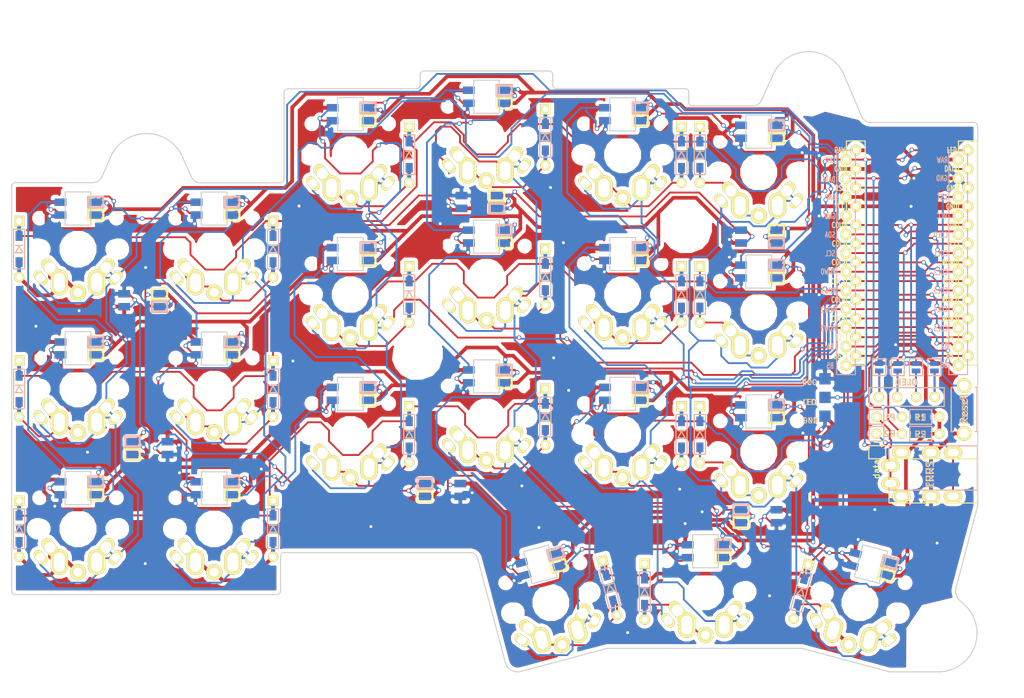
<source format=kicad_pcb>
(kicad_pcb (version 20171130) (host pcbnew "(5.0.0-3-g5ebb6b6)")
  (title_block (title Crkbd) (date 2018/05/15) (rev 1.1) (company foostan))
  (layers (0 F.Cu signal) (31 B.Cu signal) (34 B.Paste user) (35 F.Paste user) (36 B.SilkS user) (37 F.SilkS user) (38 B.Mask user) (39 F.Mask user) (44 Edge.Cuts user))
  (net 0 "")
  (net 1 row0)
  (net 2 "Net-(D1-Pad2)")
  (net 3 row1)
  (net 4 "Net-(D2-Pad2)")
  (net 5 row2)
  (net 6 "Net-(D3-Pad2)")
  (net 7 row3)
  (net 8 "Net-(D4-Pad2)")
  (net 9 "Net-(D5-Pad2)")
  (net 10 "Net-(D6-Pad2)")
  (net 11 "Net-(D7-Pad2)")
  (net 12 "Net-(D8-Pad2)")
  (net 13 "Net-(D9-Pad2)")
  (net 14 "Net-(D10-Pad2)")
  (net 15 "Net-(D11-Pad2)")
  (net 16 "Net-(D12-Pad2)")
  (net 17 "Net-(D13-Pad2)")
  (net 18 "Net-(D14-Pad2)")
  (net 19 "Net-(D15-Pad2)")
  (net 20 "Net-(D16-Pad2)")
  (net 21 "Net-(D17-Pad2)")
  (net 22 "Net-(D18-Pad2)")
  (net 23 "Net-(D19-Pad2)")
  (net 24 "Net-(D20-Pad2)")
  (net 25 "Net-(D21-Pad2)")
  (net 26 GND)
  (net 27 VCC)
  (net 28 col0)
  (net 29 col1)
  (net 30 col2)
  (net 31 col3)
  (net 32 col4)
  (net 33 col5)
  (net 34 LED)
  (net 35 data)
  (net 36 "Net-(L1-Pad3)")
  (net 37 "Net-(L1-Pad1)")
  (net 38 "Net-(L3-Pad3)")
  (net 39 "Net-(L10-Pad1)")
  (net 40 "Net-(L11-Pad1)")
  (net 41 "Net-(L13-Pad1)")
  (net 42 "Net-(L14-Pad3)")
  (net 43 "Net-(L10-Pad3)")
  (net 44 "Net-(L12-Pad1)")
  (net 45 "Net-(L13-Pad3)")
  (net 46 "Net-(L15-Pad3)")
  (net 47 "Net-(L16-Pad3)")
  (net 48 reset)
  (net 49 SCL)
  (net 50 SDA)
  (net 51 "Net-(L5-Pad3)")
  (net 52 "Net-(U1-Pad14)")
  (net 53 "Net-(U1-Pad13)")
  (net 54 "Net-(U1-Pad12)")
  (net 55 "Net-(U1-Pad11)")
  (net 56 "Net-(J2-Pad1)")
  (net 57 "Net-(J2-Pad2)")
  (net 58 "Net-(J2-Pad3)")
  (net 59 "Net-(J2-Pad4)")
  (net 60 "Net-(L2-Pad3)")
  (net 61 "Net-(L3-Pad1)")
  (net 62 "Net-(L11-Pad3)")
  (net 63 "Net-(L14-Pad1)")
  (net 64 "Net-(L12-Pad3)")
  (net 65 "Net-(L17-Pad1)")
  (net 66 "Net-(L18-Pad3)")
  (net 67 "Net-(L19-Pad3)")
  (net 68 "Net-(J1-PadA)")
  (net 69 "Net-(J1-PadB)")
  (net 70 "Net-(U1-Pad24)")
  (net 71 "Net-(L21-Pad3)")
  (net 72 "Net-(L22-Pad3)")
  (net 73 "Net-(L22-Pad1)")
  (net 74 "Net-(L23-Pad3)")
  (net 75 "Net-(L25-Pad1)")
  (net 76 "Net-(L26-Pad1)")
  (module kbd:MX_ALPS_PG1350_noLed (layer F.Cu) (at 91 123.2 180)
    (fp_text reference SW14 hide)
    (fp_text value SW_PUSH hide)
    (pad "" np_thru_hole circle (at -5.22 4.2 180) (size 1 1) (drill 1) (layers *.Cu *.Mask F.SilkS))
    (pad "" np_thru_hole circle (at 5.22 4.2 180) (size 1 1) (drill 1) (layers *.Cu *.Mask F.SilkS))
    (pad "" np_thru_hole circle (at -5.08 0 180) (size 1.7 1.7) (drill 1.7) (layers *.Cu *.Mask F.SilkS))
    (pad "" np_thru_hole circle (at 5.08 0 180) (size 1.7 1.7) (drill 1.7) (layers *.Cu *.Mask F.SilkS))
    (pad 1 thru_hole circle (at -2.54 -4.5 180) (size 2.4 2.4) (drill 1.5) (layers *.Cu *.Mask F.SilkS) (net 29 col1))
    (pad 1 thru_hole circle (at -2.54 -4 180) (size 2.4 2.4) (drill 1.5) (layers *.Cu *.Mask F.SilkS) (net 29 col1))
    (pad 2 thru_hole circle (at 2.54 -4 180) (size 2.4 2.4) (drill 1.5) (layers *.Cu *.Mask F.SilkS) (net 18 "Net-(D14-Pad2)"))
    (pad 2 thru_hole circle (at 2.54 -4.5 180) (size 2.4 2.4) (drill 1.5) (layers *.Cu *.Mask F.SilkS) (net 18 "Net-(D14-Pad2)"))
    (pad 2 thru_hole oval (at 3.81 -2.54 130) (size 2.8 1.55) (drill 1.5) (layers *.Cu *.Mask F.SilkS) (net 18 "Net-(D14-Pad2)"))
    (pad 1 thru_hole circle (at -2.54 -5.08 180) (size 2.4 2.4) (drill 1.5) (layers *.Cu *.Mask F.SilkS) (net 29 col1))
    (pad 1 thru_hole oval (at -3.81 -2.54 230) (size 2.8 1.55) (drill 1.5) (layers *.Cu *.Mask F.SilkS) (net 29 col1))
    (pad 2 thru_hole circle (at 2.54 -5.08 180) (size 2.4 2.4) (drill 1.5) (layers *.Cu *.Mask F.SilkS) (net 18 "Net-(D14-Pad2)"))
    (pad 2 thru_hole circle (at 0 -5.9 270) (size 2.2 2.2) (drill 1.2) (layers *.Cu *.Mask F.SilkS) (net 18 "Net-(D14-Pad2)"))
    (pad 1 thru_hole oval (at -5.1 -3.9 230) (size 2.2 1.25) (drill 1.2) (layers *.Cu *.Mask F.SilkS) (net 29 col1))
    (pad "" np_thru_hole circle (at 5.5 0 270) (size 1.9 1.9) (drill 1.9) (layers *.Cu *.Mask F.SilkS))
    (pad "" np_thru_hole circle (at -5.5 0 270) (size 1.9 1.9) (drill 1.9) (layers *.Cu *.Mask F.SilkS))
    (pad "" np_thru_hole circle (at 0 0 270) (size 4 4) (drill 4) (layers *.Cu *.Mask F.SilkS))
    (pad 1 thru_hole oval (at 5.1 -3.9 130) (size 2.2 1.25) (drill 1.2) (layers *.Cu *.Mask F.SilkS) (net 29 col1))
  )
  (module kbd:MX_ALPS_PG1350_noLed (layer F.Cu) (at 109.5 110.375 180)
    (fp_text reference SW15 hide)
    (fp_text value SW_PUSH hide)
    (pad "" np_thru_hole circle (at -5.22 4.2 180) (size 1 1) (drill 1) (layers *.Cu *.Mask F.SilkS))
    (pad "" np_thru_hole circle (at 5.22 4.2 180) (size 1 1) (drill 1) (layers *.Cu *.Mask F.SilkS))
    (pad "" np_thru_hole circle (at -5.08 0 180) (size 1.7 1.7) (drill 1.7) (layers *.Cu *.Mask F.SilkS))
    (pad "" np_thru_hole circle (at 5.08 0 180) (size 1.7 1.7) (drill 1.7) (layers *.Cu *.Mask F.SilkS))
    (pad 1 thru_hole circle (at -2.54 -4.5 180) (size 2.4 2.4) (drill 1.5) (layers *.Cu *.Mask F.SilkS) (net 30 col2))
    (pad 1 thru_hole circle (at -2.54 -4 180) (size 2.4 2.4) (drill 1.5) (layers *.Cu *.Mask F.SilkS) (net 30 col2))
    (pad 2 thru_hole circle (at 2.54 -4 180) (size 2.4 2.4) (drill 1.5) (layers *.Cu *.Mask F.SilkS) (net 19 "Net-(D15-Pad2)"))
    (pad 2 thru_hole circle (at 2.54 -4.5 180) (size 2.4 2.4) (drill 1.5) (layers *.Cu *.Mask F.SilkS) (net 19 "Net-(D15-Pad2)"))
    (pad 2 thru_hole oval (at 3.81 -2.54 130) (size 2.8 1.55) (drill 1.5) (layers *.Cu *.Mask F.SilkS) (net 19 "Net-(D15-Pad2)"))
    (pad 1 thru_hole circle (at -2.54 -5.08 180) (size 2.4 2.4) (drill 1.5) (layers *.Cu *.Mask F.SilkS) (net 30 col2))
    (pad 1 thru_hole oval (at -3.81 -2.54 230) (size 2.8 1.55) (drill 1.5) (layers *.Cu *.Mask F.SilkS) (net 30 col2))
    (pad 2 thru_hole circle (at 2.54 -5.08 180) (size 2.4 2.4) (drill 1.5) (layers *.Cu *.Mask F.SilkS) (net 19 "Net-(D15-Pad2)"))
    (pad 2 thru_hole circle (at 0 -5.9 270) (size 2.2 2.2) (drill 1.2) (layers *.Cu *.Mask F.SilkS) (net 19 "Net-(D15-Pad2)"))
    (pad 1 thru_hole oval (at -5.1 -3.9 230) (size 2.2 1.25) (drill 1.2) (layers *.Cu *.Mask F.SilkS) (net 30 col2))
    (pad "" np_thru_hole circle (at 5.5 0 270) (size 1.9 1.9) (drill 1.9) (layers *.Cu *.Mask F.SilkS))
    (pad "" np_thru_hole circle (at -5.5 0 270) (size 1.9 1.9) (drill 1.9) (layers *.Cu *.Mask F.SilkS))
    (pad "" np_thru_hole circle (at 0 0 270) (size 4 4) (drill 4) (layers *.Cu *.Mask F.SilkS))
    (pad 1 thru_hole oval (at 5.1 -3.9 130) (size 2.2 1.25) (drill 1.2) (layers *.Cu *.Mask F.SilkS) (net 30 col2))
  )
  (module kbd:MX_ALPS_PG1350_noLed (layer F.Cu) (at 109.5 72.375 180)
    (fp_text reference SW3 hide)
    (fp_text value SW_PUSH hide)
    (pad "" np_thru_hole circle (at -5.22 4.2 180) (size 1 1) (drill 1) (layers *.Cu *.Mask F.SilkS))
    (pad "" np_thru_hole circle (at 5.22 4.2 180) (size 1 1) (drill 1) (layers *.Cu *.Mask F.SilkS))
    (pad "" np_thru_hole circle (at -5.08 0 180) (size 1.7 1.7) (drill 1.7) (layers *.Cu *.Mask F.SilkS))
    (pad "" np_thru_hole circle (at 5.08 0 180) (size 1.7 1.7) (drill 1.7) (layers *.Cu *.Mask F.SilkS))
    (pad 1 thru_hole circle (at -2.54 -4.5 180) (size 2.4 2.4) (drill 1.5) (layers *.Cu *.Mask F.SilkS) (net 30 col2))
    (pad 1 thru_hole circle (at -2.54 -4 180) (size 2.4 2.4) (drill 1.5) (layers *.Cu *.Mask F.SilkS) (net 30 col2))
    (pad 2 thru_hole circle (at 2.54 -4 180) (size 2.4 2.4) (drill 1.5) (layers *.Cu *.Mask F.SilkS) (net 6 "Net-(D3-Pad2)"))
    (pad 2 thru_hole circle (at 2.54 -4.5 180) (size 2.4 2.4) (drill 1.5) (layers *.Cu *.Mask F.SilkS) (net 6 "Net-(D3-Pad2)"))
    (pad 2 thru_hole oval (at 3.81 -2.54 130) (size 2.8 1.55) (drill 1.5) (layers *.Cu *.Mask F.SilkS) (net 6 "Net-(D3-Pad2)"))
    (pad 1 thru_hole circle (at -2.54 -5.08 180) (size 2.4 2.4) (drill 1.5) (layers *.Cu *.Mask F.SilkS) (net 30 col2))
    (pad 1 thru_hole oval (at -3.81 -2.54 230) (size 2.8 1.55) (drill 1.5) (layers *.Cu *.Mask F.SilkS) (net 30 col2))
    (pad 2 thru_hole circle (at 2.54 -5.08 180) (size 2.4 2.4) (drill 1.5) (layers *.Cu *.Mask F.SilkS) (net 6 "Net-(D3-Pad2)"))
    (pad 2 thru_hole circle (at 0 -5.9 270) (size 2.2 2.2) (drill 1.2) (layers *.Cu *.Mask F.SilkS) (net 6 "Net-(D3-Pad2)"))
    (pad 1 thru_hole oval (at -5.1 -3.9 230) (size 2.2 1.25) (drill 1.2) (layers *.Cu *.Mask F.SilkS) (net 30 col2))
    (pad "" np_thru_hole circle (at 5.5 0 270) (size 1.9 1.9) (drill 1.9) (layers *.Cu *.Mask F.SilkS))
    (pad "" np_thru_hole circle (at -5.5 0 270) (size 1.9 1.9) (drill 1.9) (layers *.Cu *.Mask F.SilkS))
    (pad "" np_thru_hole circle (at 0 0 270) (size 4 4) (drill 4) (layers *.Cu *.Mask F.SilkS))
    (pad 1 thru_hole oval (at 5.1 -3.9 130) (size 2.2 1.25) (drill 1.2) (layers *.Cu *.Mask F.SilkS) (net 30 col2))
  )
  (module MountingHole:MountingHole_3.2mm_M3 (layer F.Cu) (at 155.2448 82.3468)
    (fp_text reference REF01 hide)
    (fp_text value MountingHole_3.2mm_M3 hide)
    (pad 1 np_thru_hole circle (at 0 0) (size 3.2 3.2) (drill 3.2) (layers *.Cu *.Mask))
  )
  (module MountingHole:MountingHole_3.2mm_M3 (layer F.Cu) (at 118.6942 99.6188)
    (fp_text reference REF01 hide)
    (fp_text value MountingHole_3.2mm_M3 hide)
    (pad 1 np_thru_hole circle (at 0 0) (size 3.2 3.2) (drill 3.2) (layers *.Cu *.Mask))
  )
  (module footprints:MX_ALPS_PG1350_noLed (layer F.Cu) (at 178.75 133.25 165)
    (fp_text reference SW21 hide)
    (fp_text value SW_PUSH hide)
    (pad 1 thru_hole oval (at 5.1 -3.9 115) (size 2.2 1.25) (drill 1.2) (layers *.Cu *.Mask F.SilkS) (net 33 col5))
    (pad "" np_thru_hole circle (at 0 0 255) (size 4 4) (drill 4) (layers *.Cu *.Mask F.SilkS))
    (pad "" np_thru_hole circle (at -5.5 0 255) (size 1.9 1.9) (drill 1.9) (layers *.Cu *.Mask F.SilkS))
    (pad "" np_thru_hole circle (at 5.5 0 255) (size 1.9 1.9) (drill 1.9) (layers *.Cu *.Mask F.SilkS))
    (pad 1 thru_hole oval (at -5.1 -3.9 215) (size 2.2 1.25) (drill 1.2) (layers *.Cu *.Mask F.SilkS) (net 33 col5))
    (pad 2 thru_hole circle (at 0 -5.9 255) (size 2.2 2.2) (drill 1.2) (layers *.Cu *.Mask F.SilkS) (net 25 "Net-(D21-Pad2)"))
    (pad 2 thru_hole circle (at 2.540001 -5.08 165) (size 2.4 2.4) (drill 1.5) (layers *.Cu *.Mask F.SilkS) (net 25 "Net-(D21-Pad2)"))
    (pad 1 thru_hole oval (at -3.81 -2.54 215) (size 2.8 1.55) (drill 1.5) (layers *.Cu *.Mask F.SilkS) (net 33 col5))
    (pad 1 thru_hole circle (at -2.54 -5.08 165) (size 2.4 2.4) (drill 1.5) (layers *.Cu *.Mask F.SilkS) (net 33 col5))
    (pad 2 thru_hole oval (at 3.81 -2.54 115) (size 2.8 1.55) (drill 1.5) (layers *.Cu *.Mask F.SilkS) (net 25 "Net-(D21-Pad2)"))
    (pad 2 thru_hole circle (at 2.54 -4.5 165) (size 2.4 2.4) (drill 1.5) (layers *.Cu *.Mask F.SilkS) (net 25 "Net-(D21-Pad2)"))
    (pad 2 thru_hole circle (at 2.54 -4 165) (size 2.4 2.4) (drill 1.5) (layers *.Cu *.Mask F.SilkS) (net 25 "Net-(D21-Pad2)"))
    (pad 1 thru_hole circle (at -2.54 -4 165) (size 2.4 2.4) (drill 1.5) (layers *.Cu *.Mask F.SilkS) (net 33 col5))
    (pad 1 thru_hole circle (at -2.54 -4.5 165) (size 2.4 2.4) (drill 1.5) (layers *.Cu *.Mask F.SilkS) (net 33 col5))
    (pad "" np_thru_hole circle (at 5.08 0 165) (size 1.7 1.7) (drill 1.7) (layers *.Cu *.Mask F.SilkS))
    (pad "" np_thru_hole circle (at -5.08 0 165) (size 1.7 1.7) (drill 1.7) (layers *.Cu *.Mask F.SilkS))
    (pad "" np_thru_hole circle (at 5.22 4.2 165) (size 1 1) (drill 1) (layers *.Cu *.Mask F.SilkS))
    (pad "" np_thru_hole circle (at -5.22 4.2 165) (size 1 1) (drill 1) (layers *.Cu *.Mask F.SilkS))
  )
  (module kbd:SK6812MINI_underglow_rev (layer F.Cu) (at 165 121.5 180)
    (fp_text reference L27 hide)
    (fp_text value SK6812MINI hide)
    (pad 2 smd rect (at -2.4 -0.875 180) (size 1.6 1) (layers B.Cu B.Paste B.Mask) (net 26 GND))
    (pad 1 smd rect (at -2.4 0.875 180) (size 1.6 1) (layers B.Cu B.Paste B.Mask) (net 71 "Net-(L21-Pad3)"))
    (pad 4 smd rect (at 2.4 0.875 180) (size 1.6 1) (layers B.Cu B.Paste B.Mask) (net 27 VCC))
    (pad 3 smd rect (at 2.4 -0.875 180) (size 1.6 1) (layers B.Cu B.Paste B.Mask) (net 76 "Net-(L26-Pad1)"))
    (pad 2 smd rect (at -2.4 0.875 180) (size 1.6 1) (layers F.Cu F.Paste F.Mask) (net 26 GND))
    (pad 1 smd rect (at -2.4 -0.875 180) (size 1.6 1) (layers F.Cu F.Paste F.Mask) (net 71 "Net-(L21-Pad3)"))
    (pad 3 smd rect (at 2.4 0.875 180) (size 1.6 1) (layers F.Cu F.Paste F.Mask) (net 76 "Net-(L26-Pad1)"))
    (pad 4 smd rect (at 2.4 -0.875 180) (size 1.6 1) (layers F.Cu F.Paste F.Mask) (net 27 VCC))
  )
  (module kbd:SK6812MINI_underglow_rev (layer F.Cu) (at 165 83.5)
    (fp_text reference L24 hide)
    (fp_text value SK6812MINI hide)
    (pad 2 smd rect (at -2.4 -0.875) (size 1.6 1) (layers B.Cu B.Paste B.Mask) (net 26 GND))
    (pad 1 smd rect (at -2.4 0.875) (size 1.6 1) (layers B.Cu B.Paste B.Mask) (net 74 "Net-(L23-Pad3)"))
    (pad 4 smd rect (at 2.4 0.875) (size 1.6 1) (layers B.Cu B.Paste B.Mask) (net 27 VCC))
    (pad 3 smd rect (at 2.4 -0.875) (size 1.6 1) (layers B.Cu B.Paste B.Mask) (net 34 LED))
    (pad 2 smd rect (at -2.4 0.875) (size 1.6 1) (layers F.Cu F.Paste F.Mask) (net 26 GND))
    (pad 1 smd rect (at -2.4 -0.875) (size 1.6 1) (layers F.Cu F.Paste F.Mask) (net 74 "Net-(L23-Pad3)"))
    (pad 3 smd rect (at 2.4 0.875) (size 1.6 1) (layers F.Cu F.Paste F.Mask) (net 34 LED))
    (pad 4 smd rect (at 2.4 -0.875) (size 1.6 1) (layers F.Cu F.Paste F.Mask) (net 27 VCC))
  )
  (module kbd:SK6812MINI_underglow_rev (layer F.Cu) (at 127 78.8)
    (fp_text reference L23 hide)
    (fp_text value SK6812MINI hide)
    (pad 2 smd rect (at -2.4 -0.875) (size 1.6 1) (layers B.Cu B.Paste B.Mask) (net 26 GND))
    (pad 1 smd rect (at -2.4 0.875) (size 1.6 1) (layers B.Cu B.Paste B.Mask) (net 72 "Net-(L22-Pad3)"))
    (pad 4 smd rect (at 2.4 0.875) (size 1.6 1) (layers B.Cu B.Paste B.Mask) (net 27 VCC))
    (pad 3 smd rect (at 2.4 -0.875) (size 1.6 1) (layers B.Cu B.Paste B.Mask) (net 74 "Net-(L23-Pad3)"))
    (pad 2 smd rect (at -2.4 0.875) (size 1.6 1) (layers F.Cu F.Paste F.Mask) (net 26 GND))
    (pad 1 smd rect (at -2.4 -0.875) (size 1.6 1) (layers F.Cu F.Paste F.Mask) (net 72 "Net-(L22-Pad3)"))
    (pad 3 smd rect (at 2.4 0.875) (size 1.6 1) (layers F.Cu F.Paste F.Mask) (net 74 "Net-(L23-Pad3)"))
    (pad 4 smd rect (at 2.4 -0.875) (size 1.6 1) (layers F.Cu F.Paste F.Mask) (net 27 VCC))
  )
  (module kbd:SK6812MINI_underglow_rev (layer F.Cu) (at 81.1784 92.1512)
    (fp_text reference L22 hide)
    (fp_text value SK6812MINI hide)
    (pad 2 smd rect (at -2.4 -0.875) (size 1.6 1) (layers B.Cu B.Paste B.Mask) (net 26 GND))
    (pad 1 smd rect (at -2.4 0.875) (size 1.6 1) (layers B.Cu B.Paste B.Mask) (net 73 "Net-(L22-Pad1)"))
    (pad 4 smd rect (at 2.4 0.875) (size 1.6 1) (layers B.Cu B.Paste B.Mask) (net 27 VCC))
    (pad 3 smd rect (at 2.4 -0.875) (size 1.6 1) (layers B.Cu B.Paste B.Mask) (net 72 "Net-(L22-Pad3)"))
    (pad 2 smd rect (at -2.4 0.875) (size 1.6 1) (layers F.Cu F.Paste F.Mask) (net 26 GND))
    (pad 1 smd rect (at -2.4 -0.875) (size 1.6 1) (layers F.Cu F.Paste F.Mask) (net 73 "Net-(L22-Pad1)"))
    (pad 3 smd rect (at 2.4 0.875) (size 1.6 1) (layers F.Cu F.Paste F.Mask) (net 72 "Net-(L22-Pad3)"))
    (pad 4 smd rect (at 2.4 -0.875) (size 1.6 1) (layers F.Cu F.Paste F.Mask) (net 27 VCC))
  )
  (module kbd:SK6812MINI_underglow_rev (layer F.Cu) (at 82.2706 112.2426 180)
    (fp_text reference L25 hide)
    (fp_text value SK6812MINI hide)
    (pad 2 smd rect (at -2.4 -0.875 180) (size 1.6 1) (layers B.Cu B.Paste B.Mask) (net 26 GND))
    (pad 1 smd rect (at -2.4 0.875 180) (size 1.6 1) (layers B.Cu B.Paste B.Mask) (net 75 "Net-(L25-Pad1)"))
    (pad 4 smd rect (at 2.4 0.875 180) (size 1.6 1) (layers B.Cu B.Paste B.Mask) (net 27 VCC))
    (pad 3 smd rect (at 2.4 -0.875 180) (size 1.6 1) (layers B.Cu B.Paste B.Mask) (net 73 "Net-(L22-Pad1)"))
    (pad 2 smd rect (at -2.4 0.875 180) (size 1.6 1) (layers F.Cu F.Paste F.Mask) (net 26 GND))
    (pad 1 smd rect (at -2.4 -0.875 180) (size 1.6 1) (layers F.Cu F.Paste F.Mask) (net 75 "Net-(L25-Pad1)"))
    (pad 3 smd rect (at 2.4 0.875 180) (size 1.6 1) (layers F.Cu F.Paste F.Mask) (net 73 "Net-(L22-Pad1)"))
    (pad 4 smd rect (at 2.4 -0.875 180) (size 1.6 1) (layers F.Cu F.Paste F.Mask) (net 27 VCC))
  )
  (module kbd:SK6812MINI_underglow_rev (layer F.Cu) (at 122.047 117.9322 180)
    (fp_text reference L26 hide)
    (fp_text value SK6812MINI hide)
    (pad 2 smd rect (at -2.4 -0.875 180) (size 1.6 1) (layers B.Cu B.Paste B.Mask) (net 26 GND))
    (pad 1 smd rect (at -2.4 0.875 180) (size 1.6 1) (layers B.Cu B.Paste B.Mask) (net 76 "Net-(L26-Pad1)"))
    (pad 4 smd rect (at 2.4 0.875 180) (size 1.6 1) (layers B.Cu B.Paste B.Mask) (net 27 VCC))
    (pad 3 smd rect (at 2.4 -0.875 180) (size 1.6 1) (layers B.Cu B.Paste B.Mask) (net 75 "Net-(L25-Pad1)"))
    (pad 2 smd rect (at -2.4 0.875 180) (size 1.6 1) (layers F.Cu F.Paste F.Mask) (net 26 GND))
    (pad 1 smd rect (at -2.4 -0.875 180) (size 1.6 1) (layers F.Cu F.Paste F.Mask) (net 76 "Net-(L26-Pad1)"))
    (pad 3 smd rect (at 2.4 0.875 180) (size 1.6 1) (layers F.Cu F.Paste F.Mask) (net 75 "Net-(L25-Pad1)"))
    (pad 4 smd rect (at 2.4 -0.875 180) (size 1.6 1) (layers F.Cu F.Paste F.Mask) (net 27 VCC))
  )
  (module kbd:ProMicro_v2 (layer F.Cu) (at 185.75 86.25)
    (fp_text reference U1 hide)
    (fp_text value ProMicro hide)
    (fp_text user "" (at -0.5 -17.25) (layer F.SilkS))
    (fp_text user "" (at -1.2065 -16.256) (layer B.SilkS) (effects (justify mirror)))
    (fp_text user RAW (at -9.7155 -14.478) (layer F.SilkS) (effects (font (size 0.75 0.5) (thickness 0.125))))
    (fp_text user LED (at 5.5 -14.478) (layer F.SilkS) (effects (font (size 0.75 0.5) (thickness 0.125))))
    (fp_text user GND (at -9.7155 -11.938) (layer F.SilkS) (effects (font (size 0.75 0.5) (thickness 0.125))))
    (fp_text user DATA (at 5.35 -11.95) (layer F.SilkS) (effects (font (size 0.75 0.5) (thickness 0.125))))
    (fp_text user RST (at -9.7155 -9.3345) (layer F.SilkS) (effects (font (size 0.75 0.5) (thickness 0.125))))
    (fp_text user GND (at 5.5245 -9.3345) (layer F.SilkS) (effects (font (size 0.75 0.5) (thickness 0.125))))
    (fp_text user VCC (at -9.7155 -6.858) (layer F.SilkS) (effects (font (size 0.75 0.5) (thickness 0.125))))
    (fp_text user GND (at 5.461 -6.7945) (layer F.SilkS) (effects (font (size 0.75 0.5) (thickness 0.125))))
    (fp_text user COL3 (at -10 3.35) (layer F.SilkS) (effects (font (size 0.75 0.5) (thickness 0.125))))
    (fp_text user ROW0 (at 5.2 0.8) (layer F.SilkS) (effects (font (size 0.75 0.5) (thickness 0.125))))
    (fp_text user COL2 (at -9.9 0.762) (layer F.SilkS) (effects (font (size 0.75 0.5) (thickness 0.125))))
    (fp_text user SCL (at 5.461 -1.778) (layer F.SilkS) (effects (font (size 0.75 0.5) (thickness 0.125))))
    (fp_text user COL1 (at -9.85 -1.778) (layer F.SilkS) (effects (font (size 0.75 0.5) (thickness 0.125))))
    (fp_text user SDA (at 5.461 -4.318) (layer F.SilkS) (effects (font (size 0.75 0.5) (thickness 0.125))))
    (fp_text user COL0 (at -9.9 -4.3) (layer F.SilkS) (effects (font (size 0.75 0.5) (thickness 0.125))))
    (fp_text user B6 (at -10.05 13.5) (layer F.SilkS) (effects (font (size 0.75 0.5) (thickness 0.125))))
    (fp_text user B5 (at 5.2 13.5255) (layer F.SilkS) (effects (font (size 0.75 0.5) (thickness 0.125))))
    (fp_text user B4 (at 5.2 10.922) (layer F.SilkS) (effects (font (size 0.75 0.5) (thickness 0.125))))
    (fp_text user B2 (at -9.95 10.95) (layer F.SilkS) (effects (font (size 0.75 0.5) (thickness 0.125))))
    (fp_text user ROW3 (at 5.2 8.4455) (layer F.SilkS) (effects (font (size 0.75 0.5) (thickness 0.125))))
    (fp_text user COL5 (at -9.95 8.4455) (layer F.SilkS) (effects (font (size 0.75 0.5) (thickness 0.125))))
    (fp_text user ROW2 (at 5.2 5.85) (layer F.SilkS) (effects (font (size 0.75 0.5) (thickness 0.125))))
    (fp_text user COL4 (at -9.95 5.85) (layer F.SilkS) (effects (font (size 0.75 0.5) (thickness 0.125))))
    (fp_text user ROW1 (at 5.25 3.302) (layer F.SilkS) (effects (font (size 0.75 0.5) (thickness 0.125))))
    (fp_text user ROW1 (at -11.3 4.6355) (layer B.SilkS) (effects (font (size 0.75 0.5) (thickness 0.125)) (justify mirror)))
    (fp_text user COL4 (at 3.95 7.112) (layer B.SilkS) (effects (font (size 0.75 0.5) (thickness 0.125)) (justify mirror)))
    (fp_text user ROW2 (at -11.3 7.239) (layer B.SilkS) (effects (font (size 0.75 0.5) (thickness 0.125)) (justify mirror)))
    (fp_text user COL5 (at 4 9.75) (layer B.SilkS) (effects (font (size 0.75 0.5) (thickness 0.125)) (justify mirror)))
    (fp_text user ROW3 (at -11.3 9.75) (layer B.SilkS) (effects (font (size 0.75 0.5) (thickness 0.125)) (justify mirror)))
    (fp_text user B2 (at 4.5085 12.1285) (layer B.SilkS) (effects (font (size 0.75 0.5) (thickness 0.125)) (justify mirror)))
    (fp_text user B4 (at -11.049 12.2555) (layer B.SilkS) (effects (font (size 0.75 0.5) (thickness 0.125)) (justify mirror)))
    (fp_text user B5 (at -11.049 14.7955) (layer B.SilkS) (effects (font (size 0.75 0.5) (thickness 0.125)) (justify mirror)))
    (fp_text user B6 (at 4.445 14.732) (layer B.SilkS) (effects (font (size 0.75 0.5) (thickness 0.125)) (justify mirror)))
    (fp_text user COL0 (at 4 -2.95) (layer B.SilkS) (effects (font (size 0.75 0.5) (thickness 0.125)) (justify mirror)))
    (fp_text user SDA (at -11.049 -2.9845) (layer B.SilkS) (effects (font (size 0.75 0.5) (thickness 0.125)) (justify mirror)))
    (fp_text user COL1 (at 4 -0.4445) (layer B.SilkS) (effects (font (size 0.75 0.5) (thickness 0.125)) (justify mirror)))
    (fp_text user SCL (at -11.049 -0.4445) (layer B.SilkS) (effects (font (size 0.75 0.5) (thickness 0.125)) (justify mirror)))
    (fp_text user COL2 (at 4 2.1) (layer B.SilkS) (effects (font (size 0.75 0.5) (thickness 0.125)) (justify mirror)))
    (fp_text user ROW0 (at -11.3 2.032) (layer B.SilkS) (effects (font (size 0.75 0.5) (thickness 0.125)) (justify mirror)))
    (fp_text user COL3 (at 4 4.6) (layer B.SilkS) (effects (font (size 0.75 0.5) (thickness 0.125)) (justify mirror)))
    (fp_text user GND (at -11.049 -5.5245) (layer B.SilkS) (effects (font (size 0.75 0.5) (thickness 0.125)) (justify mirror)))
    (fp_text user VCC (at 4.1275 -5.5245) (layer B.SilkS) (effects (font (size 0.75 0.5) (thickness 0.125)) (justify mirror)))
    (fp_text user GND (at -11.049 -8.0645) (layer B.SilkS) (effects (font (size 0.75 0.5) (thickness 0.125)) (justify mirror)))
    (fp_text user RST (at 4.191 -8.0645) (layer B.SilkS) (effects (font (size 0.75 0.5) (thickness 0.125)) (justify mirror)))
    (fp_text user DATA (at -11.2 -10.5) (layer B.SilkS) (effects (font (size 0.75 0.5) (thickness 0.125)) (justify mirror)))
    (fp_text user GND (at 4.1275 -10.668) (layer B.SilkS) (effects (font (size 0.75 0.5) (thickness 0.125)) (justify mirror)))
    (fp_text user LED (at -11.049 -13.1445) (layer B.SilkS) (effects (font (size 0.75 0.5) (thickness 0.125)) (justify mirror)))
    (fp_text user RAW (at 4.191 -13.1445) (layer B.SilkS) (effects (font (size 0.75 0.5) (thickness 0.125)) (justify mirror)))
    (pad 24 thru_hole circle (at 6.35 -13.208) (size 1.524 1.524) (drill 0.8128) (layers *.Cu *.Mask F.SilkS) (net 70 "Net-(U1-Pad24)"))
    (pad 23 thru_hole circle (at 6.35 -10.668) (size 1.524 1.524) (drill 0.8128) (layers *.Cu *.Mask F.SilkS) (net 26 GND))
    (pad 22 thru_hole circle (at 6.35 -8.128) (size 1.524 1.524) (drill 0.8128) (layers *.Cu *.Mask F.SilkS) (net 48 reset))
    (pad 21 thru_hole circle (at 6.35 -5.588) (size 1.524 1.524) (drill 0.8128) (layers *.Cu *.Mask F.SilkS) (net 27 VCC))
    (pad 20 thru_hole circle (at 6.35 -3.048) (size 1.524 1.524) (drill 0.8128) (layers *.Cu *.Mask F.SilkS) (net 28 col0))
    (pad 19 thru_hole circle (at 6.35 -0.508) (size 1.524 1.524) (drill 0.8128) (layers *.Cu *.Mask F.SilkS) (net 29 col1))
    (pad 18 thru_hole circle (at 6.35 2.032) (size 1.524 1.524) (drill 0.8128) (layers *.Cu *.Mask F.SilkS) (net 30 col2))
    (pad 17 thru_hole circle (at 6.35 4.572) (size 1.524 1.524) (drill 0.8128) (layers *.Cu *.Mask F.SilkS) (net 31 col3))
    (pad 16 thru_hole circle (at 6.35 7.112) (size 1.524 1.524) (drill 0.8128) (layers *.Cu *.Mask F.SilkS) (net 32 col4))
    (pad 15 thru_hole circle (at 6.35 9.652) (size 1.524 1.524) (drill 0.8128) (layers *.Cu *.Mask F.SilkS) (net 33 col5))
    (pad 14 thru_hole circle (at 6.35 12.192) (size 1.524 1.524) (drill 0.8128) (layers *.Cu *.Mask F.SilkS) (net 52 "Net-(U1-Pad14)"))
    (pad 13 thru_hole circle (at 6.35 14.732) (size 1.524 1.524) (drill 0.8128) (layers *.Cu *.Mask F.SilkS) (net 53 "Net-(U1-Pad13)"))
    (pad 12 thru_hole circle (at -8.89 14.732) (size 1.524 1.524) (drill 0.8128) (layers *.Cu *.Mask F.SilkS) (net 54 "Net-(U1-Pad12)"))
    (pad 11 thru_hole circle (at -8.89 12.192) (size 1.524 1.524) (drill 0.8128) (layers *.Cu *.Mask F.SilkS) (net 55 "Net-(U1-Pad11)"))
    (pad 10 thru_hole circle (at -8.89 9.652) (size 1.524 1.524) (drill 0.8128) (layers *.Cu *.Mask F.SilkS) (net 7 row3))
    (pad 9 thru_hole circle (at -8.89 7.112) (size 1.524 1.524) (drill 0.8128) (layers *.Cu *.Mask F.SilkS) (net 5 row2))
    (pad 8 thru_hole circle (at -8.89 4.572) (size 1.524 1.524) (drill 0.8128) (layers *.Cu *.Mask F.SilkS) (net 3 row1))
    (pad 7 thru_hole circle (at -8.89 2.032) (size 1.524 1.524) (drill 0.8128) (layers *.Cu *.Mask F.SilkS) (net 1 row0))
    (pad 6 thru_hole circle (at -8.89 -0.508) (size 1.524 1.524) (drill 0.8128) (layers *.Cu *.Mask F.SilkS) (net 49 SCL))
    (pad 5 thru_hole circle (at -8.89 -3.048) (size 1.524 1.524) (drill 0.8128) (layers *.Cu *.Mask F.SilkS) (net 50 SDA))
    (pad 4 thru_hole circle (at -8.89 -5.588) (size 1.524 1.524) (drill 0.8128) (layers *.Cu *.Mask F.SilkS) (net 26 GND))
    (pad 3 thru_hole circle (at -8.89 -8.128) (size 1.524 1.524) (drill 0.8128) (layers *.Cu *.Mask F.SilkS) (net 26 GND))
    (pad 2 thru_hole circle (at -8.89 -10.668) (size 1.524 1.524) (drill 0.8128) (layers *.Cu *.Mask F.SilkS) (net 35 data))
    (pad 1 thru_hole circle (at -8.89 -13.208) (size 1.524 1.524) (drill 0.8128) (layers *.Cu *.Mask F.SilkS) (net 34 LED))
    (pad 1 thru_hole circle (at 7.6564 -14.478) (size 1.524 1.524) (drill 0.8128) (layers *.Cu *.Mask F.SilkS) (net 34 LED))
    (pad 2 thru_hole circle (at 7.6564 -11.938) (size 1.524 1.524) (drill 0.8128) (layers *.Cu *.Mask F.SilkS) (net 35 data))
    (pad 3 thru_hole circle (at 7.6564 -9.398) (size 1.524 1.524) (drill 0.8128) (layers *.Cu *.Mask F.SilkS) (net 26 GND))
    (pad 4 thru_hole circle (at 7.6564 -6.858) (size 1.524 1.524) (drill 0.8128) (layers *.Cu *.Mask F.SilkS) (net 26 GND))
    (pad 5 thru_hole circle (at 7.6564 -4.318) (size 1.524 1.524) (drill 0.8128) (layers *.Cu *.Mask F.SilkS) (net 50 SDA))
    (pad 6 thru_hole circle (at 7.6564 -1.778) (size 1.524 1.524) (drill 0.8128) (layers *.Cu *.Mask F.SilkS) (net 49 SCL))
    (pad 7 thru_hole circle (at 7.6564 0.762) (size 1.524 1.524) (drill 0.8128) (layers *.Cu *.Mask F.SilkS) (net 1 row0))
    (pad 8 thru_hole circle (at 7.6564 3.302) (size 1.524 1.524) (drill 0.8128) (layers *.Cu *.Mask F.SilkS) (net 3 row1))
    (pad 9 thru_hole circle (at 7.6564 5.842) (size 1.524 1.524) (drill 0.8128) (layers *.Cu *.Mask F.SilkS) (net 5 row2))
    (pad 10 thru_hole circle (at 7.6564 8.382) (size 1.524 1.524) (drill 0.8128) (layers *.Cu *.Mask F.SilkS) (net 7 row3))
    (pad 11 thru_hole circle (at 7.6564 10.922) (size 1.524 1.524) (drill 0.8128) (layers *.Cu *.Mask F.SilkS) (net 55 "Net-(U1-Pad11)"))
    (pad 12 thru_hole circle (at 7.6564 13.462) (size 1.524 1.524) (drill 0.8128) (layers *.Cu *.Mask F.SilkS) (net 54 "Net-(U1-Pad12)"))
    (pad 13 thru_hole circle (at -7.5636 13.462) (size 1.524 1.524) (drill 0.8128) (layers *.Cu *.Mask F.SilkS) (net 53 "Net-(U1-Pad13)"))
    (pad 14 thru_hole circle (at -7.5636 10.922) (size 1.524 1.524) (drill 0.8128) (layers *.Cu *.Mask F.SilkS) (net 52 "Net-(U1-Pad14)"))
    (pad 15 thru_hole circle (at -7.5636 8.382) (size 1.524 1.524) (drill 0.8128) (layers *.Cu *.Mask F.SilkS) (net 33 col5))
    (pad 16 thru_hole circle (at -7.5636 5.842) (size 1.524 1.524) (drill 0.8128) (layers *.Cu *.Mask F.SilkS) (net 32 col4))
    (pad 17 thru_hole circle (at -7.5636 3.302) (size 1.524 1.524) (drill 0.8128) (layers *.Cu *.Mask F.SilkS) (net 31 col3))
    (pad 18 thru_hole circle (at -7.5636 0.762) (size 1.524 1.524) (drill 0.8128) (layers *.Cu *.Mask F.SilkS) (net 30 col2))
    (pad 19 thru_hole circle (at -7.5636 -1.778) (size 1.524 1.524) (drill 0.8128) (layers *.Cu *.Mask F.SilkS) (net 29 col1))
    (pad 20 thru_hole circle (at -7.5636 -4.318) (size 1.524 1.524) (drill 0.8128) (layers *.Cu *.Mask F.SilkS) (net 28 col0))
    (pad 21 thru_hole circle (at -7.5636 -6.858) (size 1.524 1.524) (drill 0.8128) (layers *.Cu *.Mask F.SilkS) (net 27 VCC))
    (pad 22 thru_hole circle (at -7.5636 -9.398) (size 1.524 1.524) (drill 0.8128) (layers *.Cu *.Mask F.SilkS) (net 48 reset))
    (pad 23 thru_hole circle (at -7.5636 -11.938) (size 1.524 1.524) (drill 0.8128) (layers *.Cu *.Mask F.SilkS) (net 26 GND))
    (pad 24 thru_hole circle (at -7.5636 -14.478) (size 1.524 1.524) (drill 0.8128) (layers *.Cu *.Mask F.SilkS) (net 70 "Net-(U1-Pad24)"))
  )
  (module kbd:SK6812MINI_rev (layer F.Cu) (at 72.5 79.7)
    (fp_text reference L1 hide)
    (fp_text value SK6812MINI hide)
    (pad 2 smd rect (at -2.4 0.875) (size 1.6 1) (layers B.Cu B.Paste B.Mask) (net 26 GND))
    (pad 1 smd rect (at -2.4 -0.875) (size 1.6 1) (layers B.Cu B.Paste B.Mask) (net 37 "Net-(L1-Pad1)"))
    (pad 4 smd rect (at 2.4 -0.875) (size 1.6 1) (layers B.Cu B.Paste B.Mask) (net 27 VCC))
    (pad 3 smd rect (at 2.4 0.875) (size 1.6 1) (layers B.Cu B.Paste B.Mask) (net 36 "Net-(L1-Pad3)"))
    (pad 2 smd rect (at -2.4 -0.875) (size 1.6 1) (layers F.Cu F.Paste F.Mask) (net 26 GND))
    (pad 1 smd rect (at -2.4 0.875) (size 1.6 1) (layers F.Cu F.Paste F.Mask) (net 37 "Net-(L1-Pad1)"))
    (pad 3 smd rect (at 2.4 -0.875) (size 1.6 1) (layers F.Cu F.Paste F.Mask) (net 36 "Net-(L1-Pad3)"))
    (pad 4 smd rect (at 2.4 0.875) (size 1.6 1) (layers F.Cu F.Paste F.Mask) (net 27 VCC))
  )
  (module kbd:SK6812MINI_rev (layer F.Cu) (at 91 79.7)
    (fp_text reference L2 hide)
    (fp_text value SK6812MINI hide)
    (pad 2 smd rect (at -2.4 0.875) (size 1.6 1) (layers B.Cu B.Paste B.Mask) (net 26 GND))
    (pad 1 smd rect (at -2.4 -0.875) (size 1.6 1) (layers B.Cu B.Paste B.Mask) (net 36 "Net-(L1-Pad3)"))
    (pad 4 smd rect (at 2.4 -0.875) (size 1.6 1) (layers B.Cu B.Paste B.Mask) (net 27 VCC))
    (pad 3 smd rect (at 2.4 0.875) (size 1.6 1) (layers B.Cu B.Paste B.Mask) (net 60 "Net-(L2-Pad3)"))
    (pad 2 smd rect (at -2.4 -0.875) (size 1.6 1) (layers F.Cu F.Paste F.Mask) (net 26 GND))
    (pad 1 smd rect (at -2.4 0.875) (size 1.6 1) (layers F.Cu F.Paste F.Mask) (net 36 "Net-(L1-Pad3)"))
    (pad 3 smd rect (at 2.4 -0.875) (size 1.6 1) (layers F.Cu F.Paste F.Mask) (net 60 "Net-(L2-Pad3)"))
    (pad 4 smd rect (at 2.4 0.875) (size 1.6 1) (layers F.Cu F.Paste F.Mask) (net 27 VCC))
  )
  (module kbd:SK6812MINI_rev (layer F.Cu) (at 109.5 66.875)
    (fp_text reference L3 hide)
    (fp_text value SK6812MINI hide)
    (pad 2 smd rect (at -2.4 0.875) (size 1.6 1) (layers B.Cu B.Paste B.Mask) (net 26 GND))
    (pad 1 smd rect (at -2.4 -0.875) (size 1.6 1) (layers B.Cu B.Paste B.Mask) (net 61 "Net-(L3-Pad1)"))
    (pad 4 smd rect (at 2.4 -0.875) (size 1.6 1) (layers B.Cu B.Paste B.Mask) (net 27 VCC))
    (pad 3 smd rect (at 2.4 0.875) (size 1.6 1) (layers B.Cu B.Paste B.Mask) (net 38 "Net-(L3-Pad3)"))
    (pad 2 smd rect (at -2.4 -0.875) (size 1.6 1) (layers F.Cu F.Paste F.Mask) (net 26 GND))
    (pad 1 smd rect (at -2.4 0.875) (size 1.6 1) (layers F.Cu F.Paste F.Mask) (net 61 "Net-(L3-Pad1)"))
    (pad 3 smd rect (at 2.4 -0.875) (size 1.6 1) (layers F.Cu F.Paste F.Mask) (net 38 "Net-(L3-Pad3)"))
    (pad 4 smd rect (at 2.4 0.875) (size 1.6 1) (layers F.Cu F.Paste F.Mask) (net 27 VCC))
  )
  (module kbd:SK6812MINI_rev (layer F.Cu) (at 128 64.5)
    (fp_text reference L4 hide)
    (fp_text value SK6812MINI hide)
    (pad 2 smd rect (at -2.4 0.875) (size 1.6 1) (layers B.Cu B.Paste B.Mask) (net 26 GND))
    (pad 1 smd rect (at -2.4 -0.875) (size 1.6 1) (layers B.Cu B.Paste B.Mask) (net 38 "Net-(L3-Pad3)"))
    (pad 4 smd rect (at 2.4 -0.875) (size 1.6 1) (layers B.Cu B.Paste B.Mask) (net 27 VCC))
    (pad 3 smd rect (at 2.4 0.875) (size 1.6 1) (layers B.Cu B.Paste B.Mask) (net 39 "Net-(L10-Pad1)"))
    (pad 2 smd rect (at -2.4 -0.875) (size 1.6 1) (layers F.Cu F.Paste F.Mask) (net 26 GND))
    (pad 1 smd rect (at -2.4 0.875) (size 1.6 1) (layers F.Cu F.Paste F.Mask) (net 38 "Net-(L3-Pad3)"))
    (pad 3 smd rect (at 2.4 -0.875) (size 1.6 1) (layers F.Cu F.Paste F.Mask) (net 39 "Net-(L10-Pad1)"))
    (pad 4 smd rect (at 2.4 0.875) (size 1.6 1) (layers F.Cu F.Paste F.Mask) (net 27 VCC))
  )
  (module kbd:SK6812MINI_rev (layer F.Cu) (at 146.5 66.875)
    (fp_text reference L5 hide)
    (fp_text value SK6812MINI hide)
    (pad 2 smd rect (at -2.4 0.875) (size 1.6 1) (layers B.Cu B.Paste B.Mask) (net 26 GND))
    (pad 1 smd rect (at -2.4 -0.875) (size 1.6 1) (layers B.Cu B.Paste B.Mask) (net 62 "Net-(L11-Pad3)"))
    (pad 4 smd rect (at 2.4 -0.875) (size 1.6 1) (layers B.Cu B.Paste B.Mask) (net 27 VCC))
    (pad 3 smd rect (at 2.4 0.875) (size 1.6 1) (layers B.Cu B.Paste B.Mask) (net 51 "Net-(L5-Pad3)"))
    (pad 2 smd rect (at -2.4 -0.875) (size 1.6 1) (layers F.Cu F.Paste F.Mask) (net 26 GND))
    (pad 1 smd rect (at -2.4 0.875) (size 1.6 1) (layers F.Cu F.Paste F.Mask) (net 62 "Net-(L11-Pad3)"))
    (pad 3 smd rect (at 2.4 -0.875) (size 1.6 1) (layers F.Cu F.Paste F.Mask) (net 51 "Net-(L5-Pad3)"))
    (pad 4 smd rect (at 2.4 0.875) (size 1.6 1) (layers F.Cu F.Paste F.Mask) (net 27 VCC))
  )
  (module kbd:SK6812MINI_rev (layer F.Cu) (at 165 69.25)
    (fp_text reference L6 hide)
    (fp_text value SK6812MINI hide)
    (pad 2 smd rect (at -2.4 0.875) (size 1.6 1) (layers B.Cu B.Paste B.Mask) (net 26 GND))
    (pad 1 smd rect (at -2.4 -0.875) (size 1.6 1) (layers B.Cu B.Paste B.Mask) (net 51 "Net-(L5-Pad3)"))
    (pad 4 smd rect (at 2.4 -0.875) (size 1.6 1) (layers B.Cu B.Paste B.Mask) (net 27 VCC))
    (pad 3 smd rect (at 2.4 0.875) (size 1.6 1) (layers B.Cu B.Paste B.Mask) (net 44 "Net-(L12-Pad1)"))
    (pad 2 smd rect (at -2.4 -0.875) (size 1.6 1) (layers F.Cu F.Paste F.Mask) (net 26 GND))
    (pad 1 smd rect (at -2.4 0.875) (size 1.6 1) (layers F.Cu F.Paste F.Mask) (net 51 "Net-(L5-Pad3)"))
    (pad 3 smd rect (at 2.4 -0.875) (size 1.6 1) (layers F.Cu F.Paste F.Mask) (net 44 "Net-(L12-Pad1)"))
    (pad 4 smd rect (at 2.4 0.875) (size 1.6 1) (layers F.Cu F.Paste F.Mask) (net 27 VCC))
  )
  (module kbd:SK6812MINI_rev (layer F.Cu) (at 72.5 98.7)
    (fp_text reference L7 hide)
    (fp_text value SK6812MINI hide)
    (pad 2 smd rect (at -2.4 0.875) (size 1.6 1) (layers B.Cu B.Paste B.Mask) (net 26 GND))
    (pad 1 smd rect (at -2.4 -0.875) (size 1.6 1) (layers B.Cu B.Paste B.Mask) (net 45 "Net-(L13-Pad3)"))
    (pad 4 smd rect (at 2.4 -0.875) (size 1.6 1) (layers B.Cu B.Paste B.Mask) (net 27 VCC))
    (pad 3 smd rect (at 2.4 0.875) (size 1.6 1) (layers B.Cu B.Paste B.Mask) (net 37 "Net-(L1-Pad1)"))
    (pad 2 smd rect (at -2.4 -0.875) (size 1.6 1) (layers F.Cu F.Paste F.Mask) (net 26 GND))
    (pad 1 smd rect (at -2.4 0.875) (size 1.6 1) (layers F.Cu F.Paste F.Mask) (net 45 "Net-(L13-Pad3)"))
    (pad 3 smd rect (at 2.4 -0.875) (size 1.6 1) (layers F.Cu F.Paste F.Mask) (net 37 "Net-(L1-Pad1)"))
    (pad 4 smd rect (at 2.4 0.875) (size 1.6 1) (layers F.Cu F.Paste F.Mask) (net 27 VCC))
  )
  (module kbd:SK6812MINI_rev (layer F.Cu) (at 91 98.7)
    (fp_text reference L8 hide)
    (fp_text value SK6812MINI hide)
    (pad 2 smd rect (at -2.4 0.875) (size 1.6 1) (layers B.Cu B.Paste B.Mask) (net 26 GND))
    (pad 1 smd rect (at -2.4 -0.875) (size 1.6 1) (layers B.Cu B.Paste B.Mask) (net 60 "Net-(L2-Pad3)"))
    (pad 4 smd rect (at 2.4 -0.875) (size 1.6 1) (layers B.Cu B.Paste B.Mask) (net 27 VCC))
    (pad 3 smd rect (at 2.4 0.875) (size 1.6 1) (layers B.Cu B.Paste B.Mask) (net 63 "Net-(L14-Pad1)"))
    (pad 2 smd rect (at -2.4 -0.875) (size 1.6 1) (layers F.Cu F.Paste F.Mask) (net 26 GND))
    (pad 1 smd rect (at -2.4 0.875) (size 1.6 1) (layers F.Cu F.Paste F.Mask) (net 60 "Net-(L2-Pad3)"))
    (pad 3 smd rect (at 2.4 -0.875) (size 1.6 1) (layers F.Cu F.Paste F.Mask) (net 63 "Net-(L14-Pad1)"))
    (pad 4 smd rect (at 2.4 0.875) (size 1.6 1) (layers F.Cu F.Paste F.Mask) (net 27 VCC))
  )
  (module kbd:SK6812MINI_rev (layer F.Cu) (at 109.5 85.875)
    (fp_text reference L9 hide)
    (fp_text value SK6812MINI hide)
    (pad 2 smd rect (at -2.4 0.875) (size 1.6 1) (layers B.Cu B.Paste B.Mask) (net 26 GND))
    (pad 1 smd rect (at -2.4 -0.875) (size 1.6 1) (layers B.Cu B.Paste B.Mask) (net 46 "Net-(L15-Pad3)"))
    (pad 4 smd rect (at 2.4 -0.875) (size 1.6 1) (layers B.Cu B.Paste B.Mask) (net 27 VCC))
    (pad 3 smd rect (at 2.4 0.875) (size 1.6 1) (layers B.Cu B.Paste B.Mask) (net 61 "Net-(L3-Pad1)"))
    (pad 2 smd rect (at -2.4 -0.875) (size 1.6 1) (layers F.Cu F.Paste F.Mask) (net 26 GND))
    (pad 1 smd rect (at -2.4 0.875) (size 1.6 1) (layers F.Cu F.Paste F.Mask) (net 46 "Net-(L15-Pad3)"))
    (pad 3 smd rect (at 2.4 -0.875) (size 1.6 1) (layers F.Cu F.Paste F.Mask) (net 61 "Net-(L3-Pad1)"))
    (pad 4 smd rect (at 2.4 0.875) (size 1.6 1) (layers F.Cu F.Paste F.Mask) (net 27 VCC))
  )
  (module kbd:SK6812MINI_rev (layer F.Cu) (at 128 83.5)
    (fp_text reference L10 hide)
    (fp_text value SK6812MINI hide)
    (pad 2 smd rect (at -2.4 0.875) (size 1.6 1) (layers B.Cu B.Paste B.Mask) (net 26 GND))
    (pad 1 smd rect (at -2.4 -0.875) (size 1.6 1) (layers B.Cu B.Paste B.Mask) (net 39 "Net-(L10-Pad1)"))
    (pad 4 smd rect (at 2.4 -0.875) (size 1.6 1) (layers B.Cu B.Paste B.Mask) (net 27 VCC))
    (pad 3 smd rect (at 2.4 0.875) (size 1.6 1) (layers B.Cu B.Paste B.Mask) (net 43 "Net-(L10-Pad3)"))
    (pad 2 smd rect (at -2.4 -0.875) (size 1.6 1) (layers F.Cu F.Paste F.Mask) (net 26 GND))
    (pad 1 smd rect (at -2.4 0.875) (size 1.6 1) (layers F.Cu F.Paste F.Mask) (net 39 "Net-(L10-Pad1)"))
    (pad 3 smd rect (at 2.4 -0.875) (size 1.6 1) (layers F.Cu F.Paste F.Mask) (net 43 "Net-(L10-Pad3)"))
    (pad 4 smd rect (at 2.4 0.875) (size 1.6 1) (layers F.Cu F.Paste F.Mask) (net 27 VCC))
  )
  (module kbd:SK6812MINI_rev (layer F.Cu) (at 146.5 85.875)
    (fp_text reference L11 hide)
    (fp_text value SK6812MINI hide)
    (pad 2 smd rect (at -2.4 0.875) (size 1.6 1) (layers B.Cu B.Paste B.Mask) (net 26 GND))
    (pad 1 smd rect (at -2.4 -0.875) (size 1.6 1) (layers B.Cu B.Paste B.Mask) (net 40 "Net-(L11-Pad1)"))
    (pad 4 smd rect (at 2.4 -0.875) (size 1.6 1) (layers B.Cu B.Paste B.Mask) (net 27 VCC))
    (pad 3 smd rect (at 2.4 0.875) (size 1.6 1) (layers B.Cu B.Paste B.Mask) (net 62 "Net-(L11-Pad3)"))
    (pad 2 smd rect (at -2.4 -0.875) (size 1.6 1) (layers F.Cu F.Paste F.Mask) (net 26 GND))
    (pad 1 smd rect (at -2.4 0.875) (size 1.6 1) (layers F.Cu F.Paste F.Mask) (net 40 "Net-(L11-Pad1)"))
    (pad 3 smd rect (at 2.4 -0.875) (size 1.6 1) (layers F.Cu F.Paste F.Mask) (net 62 "Net-(L11-Pad3)"))
    (pad 4 smd rect (at 2.4 0.875) (size 1.6 1) (layers F.Cu F.Paste F.Mask) (net 27 VCC))
  )
  (module kbd:SK6812MINI_rev (layer F.Cu) (at 165 88.25)
    (fp_text reference L12 hide)
    (fp_text value SK6812MINI hide)
    (pad 2 smd rect (at -2.4 0.875) (size 1.6 1) (layers B.Cu B.Paste B.Mask) (net 26 GND))
    (pad 1 smd rect (at -2.4 -0.875) (size 1.6 1) (layers B.Cu B.Paste B.Mask) (net 44 "Net-(L12-Pad1)"))
    (pad 4 smd rect (at 2.4 -0.875) (size 1.6 1) (layers B.Cu B.Paste B.Mask) (net 27 VCC))
    (pad 3 smd rect (at 2.4 0.875) (size 1.6 1) (layers B.Cu B.Paste B.Mask) (net 64 "Net-(L12-Pad3)"))
    (pad 2 smd rect (at -2.4 -0.875) (size 1.6 1) (layers F.Cu F.Paste F.Mask) (net 26 GND))
    (pad 1 smd rect (at -2.4 0.875) (size 1.6 1) (layers F.Cu F.Paste F.Mask) (net 44 "Net-(L12-Pad1)"))
    (pad 3 smd rect (at 2.4 -0.875) (size 1.6 1) (layers F.Cu F.Paste F.Mask) (net 64 "Net-(L12-Pad3)"))
    (pad 4 smd rect (at 2.4 0.875) (size 1.6 1) (layers F.Cu F.Paste F.Mask) (net 27 VCC))
  )
  (module kbd:SK6812MINI_rev (layer F.Cu) (at 72.5 117.7)
    (fp_text reference L13 hide)
    (fp_text value SK6812MINI hide)
    (pad 2 smd rect (at -2.4 0.875) (size 1.6 1) (layers B.Cu B.Paste B.Mask) (net 26 GND))
    (pad 1 smd rect (at -2.4 -0.875) (size 1.6 1) (layers B.Cu B.Paste B.Mask) (net 41 "Net-(L13-Pad1)"))
    (pad 4 smd rect (at 2.4 -0.875) (size 1.6 1) (layers B.Cu B.Paste B.Mask) (net 27 VCC))
    (pad 3 smd rect (at 2.4 0.875) (size 1.6 1) (layers B.Cu B.Paste B.Mask) (net 45 "Net-(L13-Pad3)"))
    (pad 2 smd rect (at -2.4 -0.875) (size 1.6 1) (layers F.Cu F.Paste F.Mask) (net 26 GND))
    (pad 1 smd rect (at -2.4 0.875) (size 1.6 1) (layers F.Cu F.Paste F.Mask) (net 41 "Net-(L13-Pad1)"))
    (pad 3 smd rect (at 2.4 -0.875) (size 1.6 1) (layers F.Cu F.Paste F.Mask) (net 45 "Net-(L13-Pad3)"))
    (pad 4 smd rect (at 2.4 0.875) (size 1.6 1) (layers F.Cu F.Paste F.Mask) (net 27 VCC))
  )
  (module kbd:SK6812MINI_rev (layer F.Cu) (at 91 117.7)
    (fp_text reference L14 hide)
    (fp_text value SK6812MINI hide)
    (pad 2 smd rect (at -2.4 0.875) (size 1.6 1) (layers B.Cu B.Paste B.Mask) (net 26 GND))
    (pad 1 smd rect (at -2.4 -0.875) (size 1.6 1) (layers B.Cu B.Paste B.Mask) (net 63 "Net-(L14-Pad1)"))
    (pad 4 smd rect (at 2.4 -0.875) (size 1.6 1) (layers B.Cu B.Paste B.Mask) (net 27 VCC))
    (pad 3 smd rect (at 2.4 0.875) (size 1.6 1) (layers B.Cu B.Paste B.Mask) (net 42 "Net-(L14-Pad3)"))
    (pad 2 smd rect (at -2.4 -0.875) (size 1.6 1) (layers F.Cu F.Paste F.Mask) (net 26 GND))
    (pad 1 smd rect (at -2.4 0.875) (size 1.6 1) (layers F.Cu F.Paste F.Mask) (net 63 "Net-(L14-Pad1)"))
    (pad 3 smd rect (at 2.4 -0.875) (size 1.6 1) (layers F.Cu F.Paste F.Mask) (net 42 "Net-(L14-Pad3)"))
    (pad 4 smd rect (at 2.4 0.875) (size 1.6 1) (layers F.Cu F.Paste F.Mask) (net 27 VCC))
  )
  (module kbd:SK6812MINI_rev (layer F.Cu) (at 109.5 104.875)
    (fp_text reference L15 hide)
    (fp_text value SK6812MINI hide)
    (pad 2 smd rect (at -2.4 0.875) (size 1.6 1) (layers B.Cu B.Paste B.Mask) (net 26 GND))
    (pad 1 smd rect (at -2.4 -0.875) (size 1.6 1) (layers B.Cu B.Paste B.Mask) (net 42 "Net-(L14-Pad3)"))
    (pad 4 smd rect (at 2.4 -0.875) (size 1.6 1) (layers B.Cu B.Paste B.Mask) (net 27 VCC))
    (pad 3 smd rect (at 2.4 0.875) (size 1.6 1) (layers B.Cu B.Paste B.Mask) (net 46 "Net-(L15-Pad3)"))
    (pad 2 smd rect (at -2.4 -0.875) (size 1.6 1) (layers F.Cu F.Paste F.Mask) (net 26 GND))
    (pad 1 smd rect (at -2.4 0.875) (size 1.6 1) (layers F.Cu F.Paste F.Mask) (net 42 "Net-(L14-Pad3)"))
    (pad 3 smd rect (at 2.4 -0.875) (size 1.6 1) (layers F.Cu F.Paste F.Mask) (net 46 "Net-(L15-Pad3)"))
    (pad 4 smd rect (at 2.4 0.875) (size 1.6 1) (layers F.Cu F.Paste F.Mask) (net 27 VCC))
  )
  (module kbd:SK6812MINI_rev (layer F.Cu) (at 128 102.5)
    (fp_text reference L16 hide)
    (fp_text value SK6812MINI hide)
    (pad 2 smd rect (at -2.4 0.875) (size 1.6 1) (layers B.Cu B.Paste B.Mask) (net 26 GND))
    (pad 1 smd rect (at -2.4 -0.875) (size 1.6 1) (layers B.Cu B.Paste B.Mask) (net 43 "Net-(L10-Pad3)"))
    (pad 4 smd rect (at 2.4 -0.875) (size 1.6 1) (layers B.Cu B.Paste B.Mask) (net 27 VCC))
    (pad 3 smd rect (at 2.4 0.875) (size 1.6 1) (layers B.Cu B.Paste B.Mask) (net 47 "Net-(L16-Pad3)"))
    (pad 2 smd rect (at -2.4 -0.875) (size 1.6 1) (layers F.Cu F.Paste F.Mask) (net 26 GND))
    (pad 1 smd rect (at -2.4 0.875) (size 1.6 1) (layers F.Cu F.Paste F.Mask) (net 43 "Net-(L10-Pad3)"))
    (pad 3 smd rect (at 2.4 -0.875) (size 1.6 1) (layers F.Cu F.Paste F.Mask) (net 47 "Net-(L16-Pad3)"))
    (pad 4 smd rect (at 2.4 0.875) (size 1.6 1) (layers F.Cu F.Paste F.Mask) (net 27 VCC))
  )
  (module kbd:SK6812MINI_rev (layer F.Cu) (at 146.5 104.875)
    (fp_text reference L17 hide)
    (fp_text value SK6812MINI hide)
    (pad 2 smd rect (at -2.4 0.875) (size 1.6 1) (layers B.Cu B.Paste B.Mask) (net 26 GND))
    (pad 1 smd rect (at -2.4 -0.875) (size 1.6 1) (layers B.Cu B.Paste B.Mask) (net 65 "Net-(L17-Pad1)"))
    (pad 4 smd rect (at 2.4 -0.875) (size 1.6 1) (layers B.Cu B.Paste B.Mask) (net 27 VCC))
    (pad 3 smd rect (at 2.4 0.875) (size 1.6 1) (layers B.Cu B.Paste B.Mask) (net 40 "Net-(L11-Pad1)"))
    (pad 2 smd rect (at -2.4 -0.875) (size 1.6 1) (layers F.Cu F.Paste F.Mask) (net 26 GND))
    (pad 1 smd rect (at -2.4 0.875) (size 1.6 1) (layers F.Cu F.Paste F.Mask) (net 65 "Net-(L17-Pad1)"))
    (pad 3 smd rect (at 2.4 -0.875) (size 1.6 1) (layers F.Cu F.Paste F.Mask) (net 40 "Net-(L11-Pad1)"))
    (pad 4 smd rect (at 2.4 0.875) (size 1.6 1) (layers F.Cu F.Paste F.Mask) (net 27 VCC))
  )
  (module kbd:SK6812MINI_rev (layer F.Cu) (at 165 107.25)
    (fp_text reference L18 hide)
    (fp_text value SK6812MINI hide)
    (pad 2 smd rect (at -2.4 0.875) (size 1.6 1) (layers B.Cu B.Paste B.Mask) (net 26 GND))
    (pad 1 smd rect (at -2.4 -0.875) (size 1.6 1) (layers B.Cu B.Paste B.Mask) (net 64 "Net-(L12-Pad3)"))
    (pad 4 smd rect (at 2.4 -0.875) (size 1.6 1) (layers B.Cu B.Paste B.Mask) (net 27 VCC))
    (pad 3 smd rect (at 2.4 0.875) (size 1.6 1) (layers B.Cu B.Paste B.Mask) (net 66 "Net-(L18-Pad3)"))
    (pad 2 smd rect (at -2.4 -0.875) (size 1.6 1) (layers F.Cu F.Paste F.Mask) (net 26 GND))
    (pad 1 smd rect (at -2.4 0.875) (size 1.6 1) (layers F.Cu F.Paste F.Mask) (net 64 "Net-(L12-Pad3)"))
    (pad 3 smd rect (at 2.4 -0.875) (size 1.6 1) (layers F.Cu F.Paste F.Mask) (net 66 "Net-(L18-Pad3)"))
    (pad 4 smd rect (at 2.4 0.875) (size 1.6 1) (layers F.Cu F.Paste F.Mask) (net 27 VCC))
  )
  (module kbd:SK6812MINI_rev (layer F.Cu) (at 135.3 128.05 15)
    (fp_text reference L19 hide)
    (fp_text value SK6812MINI hide)
    (pad 2 smd rect (at -2.4 0.875 15) (size 1.6 1) (layers B.Cu B.Paste B.Mask) (net 26 GND))
    (pad 1 smd rect (at -2.4 -0.875 15) (size 1.6 1) (layers B.Cu B.Paste B.Mask) (net 47 "Net-(L16-Pad3)"))
    (pad 4 smd rect (at 2.4 -0.875 15) (size 1.6 1) (layers B.Cu B.Paste B.Mask) (net 27 VCC))
    (pad 3 smd rect (at 2.4 0.875 15) (size 1.6 1) (layers B.Cu B.Paste B.Mask) (net 67 "Net-(L19-Pad3)"))
    (pad 2 smd rect (at -2.4 -0.875 15) (size 1.6 1) (layers F.Cu F.Paste F.Mask) (net 26 GND))
    (pad 1 smd rect (at -2.4 0.875 15) (size 1.6 1) (layers F.Cu F.Paste F.Mask) (net 47 "Net-(L16-Pad3)"))
    (pad 3 smd rect (at 2.4 -0.875 15) (size 1.6 1) (layers F.Cu F.Paste F.Mask) (net 67 "Net-(L19-Pad3)"))
    (pad 4 smd rect (at 2.4 0.875 15) (size 1.6 1) (layers F.Cu F.Paste F.Mask) (net 27 VCC))
  )
  (module kbd:SK6812MINI_rev (layer F.Cu) (at 157.75 126.25)
    (fp_text reference L20 hide)
    (fp_text value SK6812MINI hide)
    (pad 2 smd rect (at -2.4 0.875) (size 1.6 1) (layers B.Cu B.Paste B.Mask) (net 26 GND))
    (pad 1 smd rect (at -2.399999 -0.875) (size 1.6 1) (layers B.Cu B.Paste B.Mask) (net 67 "Net-(L19-Pad3)"))
    (pad 4 smd rect (at 2.4 -0.875) (size 1.6 1) (layers B.Cu B.Paste B.Mask) (net 27 VCC))
    (pad 3 smd rect (at 2.399999 0.875) (size 1.6 1) (layers B.Cu B.Paste B.Mask) (net 65 "Net-(L17-Pad1)"))
    (pad 2 smd rect (at -2.399999 -0.875) (size 1.6 1) (layers F.Cu F.Paste F.Mask) (net 26 GND))
    (pad 1 smd rect (at -2.4 0.875) (size 1.6 1) (layers F.Cu F.Paste F.Mask) (net 67 "Net-(L19-Pad3)"))
    (pad 3 smd rect (at 2.4 -0.875) (size 1.6 1) (layers F.Cu F.Paste F.Mask) (net 65 "Net-(L17-Pad1)"))
    (pad 4 smd rect (at 2.399999 0.875) (size 1.6 1) (layers F.Cu F.Paste F.Mask) (net 27 VCC))
  )
  (module kbd:SK6812MINI_rev (layer F.Cu) (at 180.25 128 345)
    (fp_text reference L21 hide)
    (fp_text value SK6812MINI hide)
    (pad 2 smd rect (at -2.4 0.875 345) (size 1.6 1) (layers B.Cu B.Paste B.Mask) (net 26 GND))
    (pad 1 smd rect (at -2.4 -0.875 345) (size 1.6 1) (layers B.Cu B.Paste B.Mask) (net 66 "Net-(L18-Pad3)"))
    (pad 4 smd rect (at 2.4 -0.875 345) (size 1.6 1) (layers B.Cu B.Paste B.Mask) (net 27 VCC))
    (pad 3 smd rect (at 2.4 0.875 345) (size 1.6 1) (layers B.Cu B.Paste B.Mask) (net 71 "Net-(L21-Pad3)"))
    (pad 2 smd rect (at -2.4 -0.875 345) (size 1.6 1) (layers F.Cu F.Paste F.Mask) (net 26 GND))
    (pad 1 smd rect (at -2.4 0.875 345) (size 1.6 1) (layers F.Cu F.Paste F.Mask) (net 66 "Net-(L18-Pad3)"))
    (pad 3 smd rect (at 2.4 -0.875 345) (size 1.6 1) (layers F.Cu F.Paste F.Mask) (net 71 "Net-(L21-Pad3)"))
    (pad 4 smd rect (at 2.4 0.875 345) (size 1.6 1) (layers F.Cu F.Paste F.Mask) (net 27 VCC))
  )
  (module kbd:D3_TH_SMD (layer F.Cu) (at 64.5 85.2 270)
    (fp_text reference D1 hide)
    (fp_text value D hide)
    (pad 2 smd rect (at 1.775 0 270) (size 1.3 0.95) (layers F.Cu F.Paste F.Mask) (net 2 "Net-(D1-Pad2)"))
    (pad 2 thru_hole circle (at 3.81 0 270) (size 1.397 1.397) (drill 0.8128) (layers *.Cu *.Mask F.SilkS) (net 2 "Net-(D1-Pad2)"))
    (pad 1 thru_hole rect (at -3.81 0 270) (size 1.397 1.397) (drill 0.8128) (layers *.Cu *.Mask F.SilkS) (net 1 row0))
    (pad 1 smd rect (at -1.775 0 270) (size 1.3 0.95) (layers B.Cu B.Paste B.Mask) (net 1 row0))
    (pad 2 smd rect (at 1.775 0 270) (size 1.3 0.95) (layers B.Cu B.Paste B.Mask) (net 2 "Net-(D1-Pad2)"))
    (pad 1 smd rect (at -1.775 0 270) (size 1.3 0.95) (layers F.Cu F.Paste F.Mask) (net 1 row0))
  )
  (module kbd:D3_TH_SMD (layer F.Cu) (at 99 85.2 270)
    (fp_text reference D2 hide)
    (fp_text value D hide)
    (pad 2 smd rect (at 1.775 0 270) (size 1.3 0.95) (layers F.Cu F.Paste F.Mask) (net 4 "Net-(D2-Pad2)"))
    (pad 2 thru_hole circle (at 3.81 0 270) (size 1.397 1.397) (drill 0.8128) (layers *.Cu *.Mask F.SilkS) (net 4 "Net-(D2-Pad2)"))
    (pad 1 thru_hole rect (at -3.81 0 270) (size 1.397 1.397) (drill 0.8128) (layers *.Cu *.Mask F.SilkS) (net 1 row0))
    (pad 1 smd rect (at -1.775 0 270) (size 1.3 0.95) (layers B.Cu B.Paste B.Mask) (net 1 row0))
    (pad 2 smd rect (at 1.775 0 270) (size 1.3 0.95) (layers B.Cu B.Paste B.Mask) (net 4 "Net-(D2-Pad2)"))
    (pad 1 smd rect (at -1.775 0 270) (size 1.3 0.95) (layers F.Cu F.Paste F.Mask) (net 1 row0))
  )
  (module kbd:D3_TH_SMD (layer F.Cu) (at 117.5 72.375 270)
    (fp_text reference D3 hide)
    (fp_text value D hide)
    (pad 2 smd rect (at 1.775 0 270) (size 1.3 0.95) (layers F.Cu F.Paste F.Mask) (net 6 "Net-(D3-Pad2)"))
    (pad 2 thru_hole circle (at 3.81 0 270) (size 1.397 1.397) (drill 0.8128) (layers *.Cu *.Mask F.SilkS) (net 6 "Net-(D3-Pad2)"))
    (pad 1 thru_hole rect (at -3.81 0 270) (size 1.397 1.397) (drill 0.8128) (layers *.Cu *.Mask F.SilkS) (net 1 row0))
    (pad 1 smd rect (at -1.775 0 270) (size 1.3 0.95) (layers B.Cu B.Paste B.Mask) (net 1 row0))
    (pad 2 smd rect (at 1.775 0 270) (size 1.3 0.95) (layers B.Cu B.Paste B.Mask) (net 6 "Net-(D3-Pad2)"))
    (pad 1 smd rect (at -1.775 0 270) (size 1.3 0.95) (layers F.Cu F.Paste F.Mask) (net 1 row0))
  )
  (module kbd:D3_TH_SMD (layer F.Cu) (at 136 70 270)
    (fp_text reference D4 hide)
    (fp_text value D hide)
    (pad 2 smd rect (at 1.775 0 270) (size 1.3 0.95) (layers F.Cu F.Paste F.Mask) (net 8 "Net-(D4-Pad2)"))
    (pad 2 thru_hole circle (at 3.81 0 270) (size 1.397 1.397) (drill 0.8128) (layers *.Cu *.Mask F.SilkS) (net 8 "Net-(D4-Pad2)"))
    (pad 1 thru_hole rect (at -3.81 0 270) (size 1.397 1.397) (drill 0.8128) (layers *.Cu *.Mask F.SilkS) (net 1 row0))
    (pad 1 smd rect (at -1.775 0 270) (size 1.3 0.95) (layers B.Cu B.Paste B.Mask) (net 1 row0))
    (pad 2 smd rect (at 1.775 0 270) (size 1.3 0.95) (layers B.Cu B.Paste B.Mask) (net 8 "Net-(D4-Pad2)"))
    (pad 1 smd rect (at -1.775 0 270) (size 1.3 0.95) (layers F.Cu F.Paste F.Mask) (net 1 row0))
  )
  (module kbd:D3_TH_SMD (layer F.Cu) (at 154.5 72.375 270)
    (fp_text reference D5 hide)
    (fp_text value D hide)
    (pad 2 smd rect (at 1.775 0 270) (size 1.3 0.95) (layers F.Cu F.Paste F.Mask) (net 9 "Net-(D5-Pad2)"))
    (pad 2 thru_hole circle (at 3.81 0 270) (size 1.397 1.397) (drill 0.8128) (layers *.Cu *.Mask F.SilkS) (net 9 "Net-(D5-Pad2)"))
    (pad 1 thru_hole rect (at -3.81 0 270) (size 1.397 1.397) (drill 0.8128) (layers *.Cu *.Mask F.SilkS) (net 1 row0))
    (pad 1 smd rect (at -1.775 0 270) (size 1.3 0.95) (layers B.Cu B.Paste B.Mask) (net 1 row0))
    (pad 2 smd rect (at 1.775 0 270) (size 1.3 0.95) (layers B.Cu B.Paste B.Mask) (net 9 "Net-(D5-Pad2)"))
    (pad 1 smd rect (at -1.775 0 270) (size 1.3 0.95) (layers F.Cu F.Paste F.Mask) (net 1 row0))
  )
  (module kbd:D3_TH_SMD (layer F.Cu) (at 157 72.375 270)
    (fp_text reference D6 hide)
    (fp_text value D hide)
    (pad 2 smd rect (at 1.775 0 270) (size 1.3 0.95) (layers F.Cu F.Paste F.Mask) (net 10 "Net-(D6-Pad2)"))
    (pad 2 thru_hole circle (at 3.81 0 270) (size 1.397 1.397) (drill 0.8128) (layers *.Cu *.Mask F.SilkS) (net 10 "Net-(D6-Pad2)"))
    (pad 1 thru_hole rect (at -3.81 0 270) (size 1.397 1.397) (drill 0.8128) (layers *.Cu *.Mask F.SilkS) (net 1 row0))
    (pad 1 smd rect (at -1.775 0 270) (size 1.3 0.95) (layers B.Cu B.Paste B.Mask) (net 1 row0))
    (pad 2 smd rect (at 1.775 0 270) (size 1.3 0.95) (layers B.Cu B.Paste B.Mask) (net 10 "Net-(D6-Pad2)"))
    (pad 1 smd rect (at -1.775 0 270) (size 1.3 0.95) (layers F.Cu F.Paste F.Mask) (net 1 row0))
  )
  (module kbd:D3_TH_SMD (layer F.Cu) (at 64.5 104.2 270)
    (fp_text reference D7 hide)
    (fp_text value D hide)
    (pad 2 smd rect (at 1.775 0 270) (size 1.3 0.95) (layers F.Cu F.Paste F.Mask) (net 11 "Net-(D7-Pad2)"))
    (pad 2 thru_hole circle (at 3.81 0 270) (size 1.397 1.397) (drill 0.8128) (layers *.Cu *.Mask F.SilkS) (net 11 "Net-(D7-Pad2)"))
    (pad 1 thru_hole rect (at -3.81 0 270) (size 1.397 1.397) (drill 0.8128) (layers *.Cu *.Mask F.SilkS) (net 3 row1))
    (pad 1 smd rect (at -1.775 0 270) (size 1.3 0.95) (layers B.Cu B.Paste B.Mask) (net 3 row1))
    (pad 2 smd rect (at 1.775 0 270) (size 1.3 0.95) (layers B.Cu B.Paste B.Mask) (net 11 "Net-(D7-Pad2)"))
    (pad 1 smd rect (at -1.775 0 270) (size 1.3 0.95) (layers F.Cu F.Paste F.Mask) (net 3 row1))
  )
  (module kbd:D3_TH_SMD (layer F.Cu) (at 99 104.2 270)
    (fp_text reference D8 hide)
    (fp_text value D hide)
    (pad 2 smd rect (at 1.775 0 270) (size 1.3 0.95) (layers F.Cu F.Paste F.Mask) (net 12 "Net-(D8-Pad2)"))
    (pad 2 thru_hole circle (at 3.81 0 270) (size 1.397 1.397) (drill 0.8128) (layers *.Cu *.Mask F.SilkS) (net 12 "Net-(D8-Pad2)"))
    (pad 1 thru_hole rect (at -3.81 0 270) (size 1.397 1.397) (drill 0.8128) (layers *.Cu *.Mask F.SilkS) (net 3 row1))
    (pad 1 smd rect (at -1.775 0 270) (size 1.3 0.95) (layers B.Cu B.Paste B.Mask) (net 3 row1))
    (pad 2 smd rect (at 1.775 0 270) (size 1.3 0.95) (layers B.Cu B.Paste B.Mask) (net 12 "Net-(D8-Pad2)"))
    (pad 1 smd rect (at -1.775 0 270) (size 1.3 0.95) (layers F.Cu F.Paste F.Mask) (net 3 row1))
  )
  (module kbd:D3_TH_SMD (layer F.Cu) (at 117.5 91.375 270)
    (fp_text reference D9 hide)
    (fp_text value D hide)
    (pad 2 smd rect (at 1.775 0 270) (size 1.3 0.95) (layers F.Cu F.Paste F.Mask) (net 13 "Net-(D9-Pad2)"))
    (pad 2 thru_hole circle (at 3.81 0 270) (size 1.397 1.397) (drill 0.8128) (layers *.Cu *.Mask F.SilkS) (net 13 "Net-(D9-Pad2)"))
    (pad 1 thru_hole rect (at -3.81 0 270) (size 1.397 1.397) (drill 0.8128) (layers *.Cu *.Mask F.SilkS) (net 3 row1))
    (pad 1 smd rect (at -1.775 0 270) (size 1.3 0.95) (layers B.Cu B.Paste B.Mask) (net 3 row1))
    (pad 2 smd rect (at 1.775 0 270) (size 1.3 0.95) (layers B.Cu B.Paste B.Mask) (net 13 "Net-(D9-Pad2)"))
    (pad 1 smd rect (at -1.775 0 270) (size 1.3 0.95) (layers F.Cu F.Paste F.Mask) (net 3 row1))
  )
  (module kbd:D3_TH_SMD (layer F.Cu) (at 136 89 270)
    (fp_text reference D10 hide)
    (fp_text value D hide)
    (pad 2 smd rect (at 1.775 0 270) (size 1.3 0.95) (layers F.Cu F.Paste F.Mask) (net 14 "Net-(D10-Pad2)"))
    (pad 2 thru_hole circle (at 3.81 0 270) (size 1.397 1.397) (drill 0.8128) (layers *.Cu *.Mask F.SilkS) (net 14 "Net-(D10-Pad2)"))
    (pad 1 thru_hole rect (at -3.81 0 270) (size 1.397 1.397) (drill 0.8128) (layers *.Cu *.Mask F.SilkS) (net 3 row1))
    (pad 1 smd rect (at -1.775 0 270) (size 1.3 0.95) (layers B.Cu B.Paste B.Mask) (net 3 row1))
    (pad 2 smd rect (at 1.775 0 270) (size 1.3 0.95) (layers B.Cu B.Paste B.Mask) (net 14 "Net-(D10-Pad2)"))
    (pad 1 smd rect (at -1.775 0 270) (size 1.3 0.95) (layers F.Cu F.Paste F.Mask) (net 3 row1))
  )
  (module kbd:D3_TH_SMD (layer F.Cu) (at 154.5 91.375 270)
    (fp_text reference D11 hide)
    (fp_text value D hide)
    (pad 2 smd rect (at 1.775 0 270) (size 1.3 0.95) (layers F.Cu F.Paste F.Mask) (net 15 "Net-(D11-Pad2)"))
    (pad 2 thru_hole circle (at 3.81 0 270) (size 1.397 1.397) (drill 0.8128) (layers *.Cu *.Mask F.SilkS) (net 15 "Net-(D11-Pad2)"))
    (pad 1 thru_hole rect (at -3.81 0 270) (size 1.397 1.397) (drill 0.8128) (layers *.Cu *.Mask F.SilkS) (net 3 row1))
    (pad 1 smd rect (at -1.775 0 270) (size 1.3 0.95) (layers B.Cu B.Paste B.Mask) (net 3 row1))
    (pad 2 smd rect (at 1.775 0 270) (size 1.3 0.95) (layers B.Cu B.Paste B.Mask) (net 15 "Net-(D11-Pad2)"))
    (pad 1 smd rect (at -1.775 0 270) (size 1.3 0.95) (layers F.Cu F.Paste F.Mask) (net 3 row1))
  )
  (module kbd:D3_TH_SMD (layer F.Cu) (at 157 91.375 270)
    (fp_text reference D12 hide)
    (fp_text value D hide)
    (pad 2 smd rect (at 1.775 0 270) (size 1.3 0.95) (layers F.Cu F.Paste F.Mask) (net 16 "Net-(D12-Pad2)"))
    (pad 2 thru_hole circle (at 3.81 0 270) (size 1.397 1.397) (drill 0.8128) (layers *.Cu *.Mask F.SilkS) (net 16 "Net-(D12-Pad2)"))
    (pad 1 thru_hole rect (at -3.81 0 270) (size 1.397 1.397) (drill 0.8128) (layers *.Cu *.Mask F.SilkS) (net 3 row1))
    (pad 1 smd rect (at -1.775 0 270) (size 1.3 0.95) (layers B.Cu B.Paste B.Mask) (net 3 row1))
    (pad 2 smd rect (at 1.775 0 270) (size 1.3 0.95) (layers B.Cu B.Paste B.Mask) (net 16 "Net-(D12-Pad2)"))
    (pad 1 smd rect (at -1.775 0 270) (size 1.3 0.95) (layers F.Cu F.Paste F.Mask) (net 3 row1))
  )
  (module kbd:D3_TH_SMD (layer F.Cu) (at 64.5 123.2 270)
    (fp_text reference D13 hide)
    (fp_text value D hide)
    (pad 2 smd rect (at 1.775 0 270) (size 1.3 0.95) (layers F.Cu F.Paste F.Mask) (net 17 "Net-(D13-Pad2)"))
    (pad 2 thru_hole circle (at 3.81 0 270) (size 1.397 1.397) (drill 0.8128) (layers *.Cu *.Mask F.SilkS) (net 17 "Net-(D13-Pad2)"))
    (pad 1 thru_hole rect (at -3.81 0 270) (size 1.397 1.397) (drill 0.8128) (layers *.Cu *.Mask F.SilkS) (net 5 row2))
    (pad 1 smd rect (at -1.775 0 270) (size 1.3 0.95) (layers B.Cu B.Paste B.Mask) (net 5 row2))
    (pad 2 smd rect (at 1.775 0 270) (size 1.3 0.95) (layers B.Cu B.Paste B.Mask) (net 17 "Net-(D13-Pad2)"))
    (pad 1 smd rect (at -1.775 0 270) (size 1.3 0.95) (layers F.Cu F.Paste F.Mask) (net 5 row2))
  )
  (module kbd:D3_TH_SMD (layer F.Cu) (at 99 123.2 270)
    (fp_text reference D14 hide)
    (fp_text value D hide)
    (pad 2 smd rect (at 1.775 0 270) (size 1.3 0.95) (layers F.Cu F.Paste F.Mask) (net 18 "Net-(D14-Pad2)"))
    (pad 2 thru_hole circle (at 3.81 0 270) (size 1.397 1.397) (drill 0.8128) (layers *.Cu *.Mask F.SilkS) (net 18 "Net-(D14-Pad2)"))
    (pad 1 thru_hole rect (at -3.81 0 270) (size 1.397 1.397) (drill 0.8128) (layers *.Cu *.Mask F.SilkS) (net 5 row2))
    (pad 1 smd rect (at -1.775 0 270) (size 1.3 0.95) (layers B.Cu B.Paste B.Mask) (net 5 row2))
    (pad 2 smd rect (at 1.775 0 270) (size 1.3 0.95) (layers B.Cu B.Paste B.Mask) (net 18 "Net-(D14-Pad2)"))
    (pad 1 smd rect (at -1.775 0 270) (size 1.3 0.95) (layers F.Cu F.Paste F.Mask) (net 5 row2))
  )
  (module kbd:D3_TH_SMD (layer F.Cu) (at 117.5 110.375 270)
    (fp_text reference D15 hide)
    (fp_text value D hide)
    (pad 2 smd rect (at 1.775 0 270) (size 1.3 0.95) (layers F.Cu F.Paste F.Mask) (net 19 "Net-(D15-Pad2)"))
    (pad 2 thru_hole circle (at 3.81 0 270) (size 1.397 1.397) (drill 0.8128) (layers *.Cu *.Mask F.SilkS) (net 19 "Net-(D15-Pad2)"))
    (pad 1 thru_hole rect (at -3.81 0 270) (size 1.397 1.397) (drill 0.8128) (layers *.Cu *.Mask F.SilkS) (net 5 row2))
    (pad 1 smd rect (at -1.775 0 270) (size 1.3 0.95) (layers B.Cu B.Paste B.Mask) (net 5 row2))
    (pad 2 smd rect (at 1.775 0 270) (size 1.3 0.95) (layers B.Cu B.Paste B.Mask) (net 19 "Net-(D15-Pad2)"))
    (pad 1 smd rect (at -1.775 0 270) (size 1.3 0.95) (layers F.Cu F.Paste F.Mask) (net 5 row2))
  )
  (module kbd:D3_TH_SMD (layer F.Cu) (at 136 108 270)
    (fp_text reference D16 hide)
    (fp_text value D hide)
    (pad 2 smd rect (at 1.775 0 270) (size 1.3 0.95) (layers F.Cu F.Paste F.Mask) (net 20 "Net-(D16-Pad2)"))
    (pad 2 thru_hole circle (at 3.81 0 270) (size 1.397 1.397) (drill 0.8128) (layers *.Cu *.Mask F.SilkS) (net 20 "Net-(D16-Pad2)"))
    (pad 1 thru_hole rect (at -3.81 0 270) (size 1.397 1.397) (drill 0.8128) (layers *.Cu *.Mask F.SilkS) (net 5 row2))
    (pad 1 smd rect (at -1.775 0 270) (size 1.3 0.95) (layers B.Cu B.Paste B.Mask) (net 5 row2))
    (pad 2 smd rect (at 1.775 0 270) (size 1.3 0.95) (layers B.Cu B.Paste B.Mask) (net 20 "Net-(D16-Pad2)"))
    (pad 1 smd rect (at -1.775 0 270) (size 1.3 0.95) (layers F.Cu F.Paste F.Mask) (net 5 row2))
  )
  (module kbd:D3_TH_SMD (layer F.Cu) (at 157 110.375 270)
    (fp_text reference D18 hide)
    (fp_text value D hide)
    (pad 2 smd rect (at 1.775 0 270) (size 1.3 0.95) (layers F.Cu F.Paste F.Mask) (net 22 "Net-(D18-Pad2)"))
    (pad 2 thru_hole circle (at 3.81 0 270) (size 1.397 1.397) (drill 0.8128) (layers *.Cu *.Mask F.SilkS) (net 22 "Net-(D18-Pad2)"))
    (pad 1 thru_hole rect (at -3.81 0 270) (size 1.397 1.397) (drill 0.8128) (layers *.Cu *.Mask F.SilkS) (net 5 row2))
    (pad 1 smd rect (at -1.775 0 270) (size 1.3 0.95) (layers B.Cu B.Paste B.Mask) (net 5 row2))
    (pad 2 smd rect (at 1.775 0 270) (size 1.3 0.95) (layers B.Cu B.Paste B.Mask) (net 22 "Net-(D18-Pad2)"))
    (pad 1 smd rect (at -1.775 0 270) (size 1.3 0.95) (layers F.Cu F.Paste F.Mask) (net 5 row2))
  )
  (module kbd:D3_TH_SMD (layer F.Cu) (at 144.75 131.25 285)
    (fp_text reference D19 hide)
    (fp_text value D hide)
    (pad 2 smd rect (at 1.775 0 285) (size 1.3 0.95) (layers F.Cu F.Paste F.Mask) (net 23 "Net-(D19-Pad2)"))
    (pad 2 thru_hole circle (at 3.81 -0.000001 285) (size 1.397 1.397) (drill 0.8128) (layers *.Cu *.Mask F.SilkS) (net 23 "Net-(D19-Pad2)"))
    (pad 1 thru_hole rect (at -3.81 0.000001 285) (size 1.397 1.397) (drill 0.8128) (layers *.Cu *.Mask F.SilkS) (net 7 row3))
    (pad 1 smd rect (at -1.775 0 285) (size 1.3 0.95) (layers B.Cu B.Paste B.Mask) (net 7 row3))
    (pad 2 smd rect (at 1.775 0 285) (size 1.3 0.95) (layers B.Cu B.Paste B.Mask) (net 23 "Net-(D19-Pad2)"))
    (pad 1 smd rect (at -1.775 0 285) (size 1.3 0.95) (layers F.Cu F.Paste F.Mask) (net 7 row3))
  )
  (module kbd:D3_TH_SMD (layer F.Cu) (at 149.5 131.75 270)
    (fp_text reference D20 hide)
    (fp_text value D hide)
    (pad 2 smd rect (at 1.775 0 270) (size 1.3 0.95) (layers F.Cu F.Paste F.Mask) (net 24 "Net-(D20-Pad2)"))
    (pad 2 thru_hole circle (at 3.810001 0 270) (size 1.397 1.397) (drill 0.8128) (layers *.Cu *.Mask F.SilkS) (net 24 "Net-(D20-Pad2)"))
    (pad 1 thru_hole rect (at -3.810001 0 270) (size 1.397 1.397) (drill 0.8128) (layers *.Cu *.Mask F.SilkS) (net 7 row3))
    (pad 1 smd rect (at -1.775 0 270) (size 1.3 0.95) (layers B.Cu B.Paste B.Mask) (net 7 row3))
    (pad 2 smd rect (at 1.775 0 270) (size 1.3 0.95) (layers B.Cu B.Paste B.Mask) (net 24 "Net-(D20-Pad2)"))
    (pad 1 smd rect (at -1.775 0 270) (size 1.3 0.95) (layers F.Cu F.Paste F.Mask) (net 7 row3))
  )
  (module kbd:D3_TH_SMD (layer F.Cu) (at 170.75 131.75 255)
    (fp_text reference D21 hide)
    (fp_text value D hide)
    (pad 2 smd rect (at 1.775 0 255) (size 1.3 0.95) (layers F.Cu F.Paste F.Mask) (net 25 "Net-(D21-Pad2)"))
    (pad 2 thru_hole circle (at 3.81 0.000001 255) (size 1.397 1.397) (drill 0.8128) (layers *.Cu *.Mask F.SilkS) (net 25 "Net-(D21-Pad2)"))
    (pad 1 thru_hole rect (at -3.81 -0.000001 255) (size 1.397 1.397) (drill 0.8128) (layers *.Cu *.Mask F.SilkS) (net 7 row3))
    (pad 1 smd rect (at -1.775 0 255) (size 1.3 0.95) (layers B.Cu B.Paste B.Mask) (net 7 row3))
    (pad 2 smd rect (at 1.775 0 255) (size 1.3 0.95) (layers B.Cu B.Paste B.Mask) (net 25 "Net-(D21-Pad2)"))
    (pad 1 smd rect (at -1.775 0 255) (size 1.3 0.95) (layers F.Cu F.Paste F.Mask) (net 7 row3))
  )
  (module kbd:D3_TH_SMD (layer F.Cu) (at 154.5 110.375 270)
    (fp_text reference D17 hide)
    (fp_text value D hide)
    (pad 2 smd rect (at 1.775 0 270) (size 1.3 0.95) (layers F.Cu F.Paste F.Mask) (net 21 "Net-(D17-Pad2)"))
    (pad 2 thru_hole circle (at 3.81 0 270) (size 1.397 1.397) (drill 0.8128) (layers *.Cu *.Mask F.SilkS) (net 21 "Net-(D17-Pad2)"))
    (pad 1 thru_hole rect (at -3.81 0 270) (size 1.397 1.397) (drill 0.8128) (layers *.Cu *.Mask F.SilkS) (net 5 row2))
    (pad 1 smd rect (at -1.775 0 270) (size 1.3 0.95) (layers B.Cu B.Paste B.Mask) (net 5 row2))
    (pad 2 smd rect (at 1.775 0 270) (size 1.3 0.95) (layers B.Cu B.Paste B.Mask) (net 21 "Net-(D17-Pad2)"))
    (pad 1 smd rect (at -1.775 0 270) (size 1.3 0.95) (layers F.Cu F.Paste F.Mask) (net 5 row2))
  )
  (module kbd:MX_ALPS_PG1350_noLed (layer F.Cu) (at 72.5 85.2 180)
    (fp_text reference SW1 hide)
    (fp_text value SW_PUSH hide)
    (pad "" np_thru_hole circle (at -5.22 4.2 180) (size 1 1) (drill 1) (layers *.Cu *.Mask F.SilkS))
    (pad "" np_thru_hole circle (at 5.22 4.2 180) (size 1 1) (drill 1) (layers *.Cu *.Mask F.SilkS))
    (pad "" np_thru_hole circle (at -5.08 0 180) (size 1.7 1.7) (drill 1.7) (layers *.Cu *.Mask F.SilkS))
    (pad "" np_thru_hole circle (at 5.08 0 180) (size 1.7 1.7) (drill 1.7) (layers *.Cu *.Mask F.SilkS))
    (pad 1 thru_hole circle (at -2.54 -4.5 180) (size 2.4 2.4) (drill 1.5) (layers *.Cu *.Mask F.SilkS) (net 28 col0))
    (pad 1 thru_hole circle (at -2.54 -4 180) (size 2.4 2.4) (drill 1.5) (layers *.Cu *.Mask F.SilkS) (net 28 col0))
    (pad 2 thru_hole circle (at 2.54 -4 180) (size 2.4 2.4) (drill 1.5) (layers *.Cu *.Mask F.SilkS) (net 2 "Net-(D1-Pad2)"))
    (pad 2 thru_hole circle (at 2.54 -4.5 180) (size 2.4 2.4) (drill 1.5) (layers *.Cu *.Mask F.SilkS) (net 2 "Net-(D1-Pad2)"))
    (pad 2 thru_hole oval (at 3.81 -2.54 130) (size 2.8 1.55) (drill 1.5) (layers *.Cu *.Mask F.SilkS) (net 2 "Net-(D1-Pad2)"))
    (pad 1 thru_hole circle (at -2.54 -5.08 180) (size 2.4 2.4) (drill 1.5) (layers *.Cu *.Mask F.SilkS) (net 28 col0))
    (pad 1 thru_hole oval (at -3.81 -2.54 230) (size 2.8 1.55) (drill 1.5) (layers *.Cu *.Mask F.SilkS) (net 28 col0))
    (pad 2 thru_hole circle (at 2.54 -5.08 180) (size 2.4 2.4) (drill 1.5) (layers *.Cu *.Mask F.SilkS) (net 2 "Net-(D1-Pad2)"))
    (pad 2 thru_hole circle (at 0 -5.9 270) (size 2.2 2.2) (drill 1.2) (layers *.Cu *.Mask F.SilkS) (net 2 "Net-(D1-Pad2)"))
    (pad 1 thru_hole oval (at -5.1 -3.9 230) (size 2.2 1.25) (drill 1.2) (layers *.Cu *.Mask F.SilkS) (net 28 col0))
    (pad "" np_thru_hole circle (at 5.5 0 270) (size 1.9 1.9) (drill 1.9) (layers *.Cu *.Mask F.SilkS))
    (pad "" np_thru_hole circle (at -5.5 0 270) (size 1.9 1.9) (drill 1.9) (layers *.Cu *.Mask F.SilkS))
    (pad "" np_thru_hole circle (at 0 0 270) (size 4 4) (drill 4) (layers *.Cu *.Mask F.SilkS))
    (pad 1 thru_hole oval (at 5.1 -3.9 130) (size 2.2 1.25) (drill 1.2) (layers *.Cu *.Mask F.SilkS) (net 28 col0))
  )
  (module kbd:MX_ALPS_PG1350_noLed (layer F.Cu) (at 91 85.2 180)
    (fp_text reference SW2 hide)
    (fp_text value SW_PUSH hide)
    (pad "" np_thru_hole circle (at -5.22 4.2 180) (size 1 1) (drill 1) (layers *.Cu *.Mask F.SilkS))
    (pad "" np_thru_hole circle (at 5.22 4.2 180) (size 1 1) (drill 1) (layers *.Cu *.Mask F.SilkS))
    (pad "" np_thru_hole circle (at -5.08 0 180) (size 1.7 1.7) (drill 1.7) (layers *.Cu *.Mask F.SilkS))
    (pad "" np_thru_hole circle (at 5.08 0 180) (size 1.7 1.7) (drill 1.7) (layers *.Cu *.Mask F.SilkS))
    (pad 1 thru_hole circle (at -2.54 -4.5 180) (size 2.4 2.4) (drill 1.5) (layers *.Cu *.Mask F.SilkS) (net 29 col1))
    (pad 1 thru_hole circle (at -2.54 -4 180) (size 2.4 2.4) (drill 1.5) (layers *.Cu *.Mask F.SilkS) (net 29 col1))
    (pad 2 thru_hole circle (at 2.54 -4 180) (size 2.4 2.4) (drill 1.5) (layers *.Cu *.Mask F.SilkS) (net 4 "Net-(D2-Pad2)"))
    (pad 2 thru_hole circle (at 2.54 -4.5 180) (size 2.4 2.4) (drill 1.5) (layers *.Cu *.Mask F.SilkS) (net 4 "Net-(D2-Pad2)"))
    (pad 2 thru_hole oval (at 3.81 -2.54 130) (size 2.8 1.55) (drill 1.5) (layers *.Cu *.Mask F.SilkS) (net 4 "Net-(D2-Pad2)"))
    (pad 1 thru_hole circle (at -2.54 -5.08 180) (size 2.4 2.4) (drill 1.5) (layers *.Cu *.Mask F.SilkS) (net 29 col1))
    (pad 1 thru_hole oval (at -3.81 -2.54 230) (size 2.8 1.55) (drill 1.5) (layers *.Cu *.Mask F.SilkS) (net 29 col1))
    (pad 2 thru_hole circle (at 2.54 -5.08 180) (size 2.4 2.4) (drill 1.5) (layers *.Cu *.Mask F.SilkS) (net 4 "Net-(D2-Pad2)"))
    (pad 2 thru_hole circle (at 0 -5.9 270) (size 2.2 2.2) (drill 1.2) (layers *.Cu *.Mask F.SilkS) (net 4 "Net-(D2-Pad2)"))
    (pad 1 thru_hole oval (at -5.1 -3.9 230) (size 2.2 1.25) (drill 1.2) (layers *.Cu *.Mask F.SilkS) (net 29 col1))
    (pad "" np_thru_hole circle (at 5.5 0 270) (size 1.9 1.9) (drill 1.9) (layers *.Cu *.Mask F.SilkS))
    (pad "" np_thru_hole circle (at -5.5 0 270) (size 1.9 1.9) (drill 1.9) (layers *.Cu *.Mask F.SilkS))
    (pad "" np_thru_hole circle (at 0 0 270) (size 4 4) (drill 4) (layers *.Cu *.Mask F.SilkS))
    (pad 1 thru_hole oval (at 5.1 -3.9 130) (size 2.2 1.25) (drill 1.2) (layers *.Cu *.Mask F.SilkS) (net 29 col1))
  )
  (module kbd:MX_ALPS_PG1350_noLed (layer F.Cu) (at 128 70 180)
    (fp_text reference SW4 hide)
    (fp_text value SW_PUSH hide)
    (pad "" np_thru_hole circle (at -5.22 4.2 180) (size 1 1) (drill 1) (layers *.Cu *.Mask F.SilkS))
    (pad "" np_thru_hole circle (at 5.22 4.2 180) (size 1 1) (drill 1) (layers *.Cu *.Mask F.SilkS))
    (pad "" np_thru_hole circle (at -5.08 0 180) (size 1.7 1.7) (drill 1.7) (layers *.Cu *.Mask F.SilkS))
    (pad "" np_thru_hole circle (at 5.08 0 180) (size 1.7 1.7) (drill 1.7) (layers *.Cu *.Mask F.SilkS))
    (pad 1 thru_hole circle (at -2.54 -4.5 180) (size 2.4 2.4) (drill 1.5) (layers *.Cu *.Mask F.SilkS) (net 31 col3))
    (pad 1 thru_hole circle (at -2.54 -4 180) (size 2.4 2.4) (drill 1.5) (layers *.Cu *.Mask F.SilkS) (net 31 col3))
    (pad 2 thru_hole circle (at 2.54 -4 180) (size 2.4 2.4) (drill 1.5) (layers *.Cu *.Mask F.SilkS) (net 8 "Net-(D4-Pad2)"))
    (pad 2 thru_hole circle (at 2.54 -4.5 180) (size 2.4 2.4) (drill 1.5) (layers *.Cu *.Mask F.SilkS) (net 8 "Net-(D4-Pad2)"))
    (pad 2 thru_hole oval (at 3.81 -2.54 130) (size 2.8 1.55) (drill 1.5) (layers *.Cu *.Mask F.SilkS) (net 8 "Net-(D4-Pad2)"))
    (pad 1 thru_hole circle (at -2.54 -5.08 180) (size 2.4 2.4) (drill 1.5) (layers *.Cu *.Mask F.SilkS) (net 31 col3))
    (pad 1 thru_hole oval (at -3.81 -2.54 230) (size 2.8 1.55) (drill 1.5) (layers *.Cu *.Mask F.SilkS) (net 31 col3))
    (pad 2 thru_hole circle (at 2.54 -5.08 180) (size 2.4 2.4) (drill 1.5) (layers *.Cu *.Mask F.SilkS) (net 8 "Net-(D4-Pad2)"))
    (pad 2 thru_hole circle (at 0 -5.9 270) (size 2.2 2.2) (drill 1.2) (layers *.Cu *.Mask F.SilkS) (net 8 "Net-(D4-Pad2)"))
    (pad 1 thru_hole oval (at -5.1 -3.9 230) (size 2.2 1.25) (drill 1.2) (layers *.Cu *.Mask F.SilkS) (net 31 col3))
    (pad "" np_thru_hole circle (at 5.5 0 270) (size 1.9 1.9) (drill 1.9) (layers *.Cu *.Mask F.SilkS))
    (pad "" np_thru_hole circle (at -5.5 0 270) (size 1.9 1.9) (drill 1.9) (layers *.Cu *.Mask F.SilkS))
    (pad "" np_thru_hole circle (at 0 0 270) (size 4 4) (drill 4) (layers *.Cu *.Mask F.SilkS))
    (pad 1 thru_hole oval (at 5.1 -3.9 130) (size 2.2 1.25) (drill 1.2) (layers *.Cu *.Mask F.SilkS) (net 31 col3))
  )
  (module kbd:MX_ALPS_PG1350_noLed (layer F.Cu) (at 146.5 72.375 180)
    (fp_text reference SW5 hide)
    (fp_text value SW_PUSH hide)
    (pad "" np_thru_hole circle (at -5.22 4.2 180) (size 1 1) (drill 1) (layers *.Cu *.Mask F.SilkS))
    (pad "" np_thru_hole circle (at 5.22 4.2 180) (size 1 1) (drill 1) (layers *.Cu *.Mask F.SilkS))
    (pad "" np_thru_hole circle (at -5.08 0 180) (size 1.7 1.7) (drill 1.7) (layers *.Cu *.Mask F.SilkS))
    (pad "" np_thru_hole circle (at 5.08 0 180) (size 1.7 1.7) (drill 1.7) (layers *.Cu *.Mask F.SilkS))
    (pad 1 thru_hole circle (at -2.54 -4.5 180) (size 2.4 2.4) (drill 1.5) (layers *.Cu *.Mask F.SilkS) (net 32 col4))
    (pad 1 thru_hole circle (at -2.54 -4 180) (size 2.4 2.4) (drill 1.5) (layers *.Cu *.Mask F.SilkS) (net 32 col4))
    (pad 2 thru_hole circle (at 2.54 -4 180) (size 2.4 2.4) (drill 1.5) (layers *.Cu *.Mask F.SilkS) (net 9 "Net-(D5-Pad2)"))
    (pad 2 thru_hole circle (at 2.54 -4.5 180) (size 2.4 2.4) (drill 1.5) (layers *.Cu *.Mask F.SilkS) (net 9 "Net-(D5-Pad2)"))
    (pad 2 thru_hole oval (at 3.81 -2.54 130) (size 2.8 1.55) (drill 1.5) (layers *.Cu *.Mask F.SilkS) (net 9 "Net-(D5-Pad2)"))
    (pad 1 thru_hole circle (at -2.54 -5.08 180) (size 2.4 2.4) (drill 1.5) (layers *.Cu *.Mask F.SilkS) (net 32 col4))
    (pad 1 thru_hole oval (at -3.81 -2.54 230) (size 2.8 1.55) (drill 1.5) (layers *.Cu *.Mask F.SilkS) (net 32 col4))
    (pad 2 thru_hole circle (at 2.54 -5.08 180) (size 2.4 2.4) (drill 1.5) (layers *.Cu *.Mask F.SilkS) (net 9 "Net-(D5-Pad2)"))
    (pad 2 thru_hole circle (at 0 -5.9 270) (size 2.2 2.2) (drill 1.2) (layers *.Cu *.Mask F.SilkS) (net 9 "Net-(D5-Pad2)"))
    (pad 1 thru_hole oval (at -5.1 -3.9 230) (size 2.2 1.25) (drill 1.2) (layers *.Cu *.Mask F.SilkS) (net 32 col4))
    (pad "" np_thru_hole circle (at 5.5 0 270) (size 1.9 1.9) (drill 1.9) (layers *.Cu *.Mask F.SilkS))
    (pad "" np_thru_hole circle (at -5.5 0 270) (size 1.9 1.9) (drill 1.9) (layers *.Cu *.Mask F.SilkS))
    (pad "" np_thru_hole circle (at 0 0 270) (size 4 4) (drill 4) (layers *.Cu *.Mask F.SilkS))
    (pad 1 thru_hole oval (at 5.1 -3.9 130) (size 2.2 1.25) (drill 1.2) (layers *.Cu *.Mask F.SilkS) (net 32 col4))
  )
  (module kbd:MX_ALPS_PG1350_noLed (layer F.Cu) (at 165 74.75 180)
    (fp_text reference SW6 hide)
    (fp_text value SW_PUSH hide)
    (pad "" np_thru_hole circle (at -5.22 4.2 180) (size 1 1) (drill 1) (layers *.Cu *.Mask F.SilkS))
    (pad "" np_thru_hole circle (at 5.22 4.2 180) (size 1 1) (drill 1) (layers *.Cu *.Mask F.SilkS))
    (pad "" np_thru_hole circle (at -5.08 0 180) (size 1.7 1.7) (drill 1.7) (layers *.Cu *.Mask F.SilkS))
    (pad "" np_thru_hole circle (at 5.08 0 180) (size 1.7 1.7) (drill 1.7) (layers *.Cu *.Mask F.SilkS))
    (pad 1 thru_hole circle (at -2.54 -4.5 180) (size 2.4 2.4) (drill 1.5) (layers *.Cu *.Mask F.SilkS) (net 33 col5))
    (pad 1 thru_hole circle (at -2.54 -4 180) (size 2.4 2.4) (drill 1.5) (layers *.Cu *.Mask F.SilkS) (net 33 col5))
    (pad 2 thru_hole circle (at 2.54 -4 180) (size 2.4 2.4) (drill 1.5) (layers *.Cu *.Mask F.SilkS) (net 10 "Net-(D6-Pad2)"))
    (pad 2 thru_hole circle (at 2.54 -4.5 180) (size 2.4 2.4) (drill 1.5) (layers *.Cu *.Mask F.SilkS) (net 10 "Net-(D6-Pad2)"))
    (pad 2 thru_hole oval (at 3.81 -2.54 130) (size 2.8 1.55) (drill 1.5) (layers *.Cu *.Mask F.SilkS) (net 10 "Net-(D6-Pad2)"))
    (pad 1 thru_hole circle (at -2.54 -5.08 180) (size 2.4 2.4) (drill 1.5) (layers *.Cu *.Mask F.SilkS) (net 33 col5))
    (pad 1 thru_hole oval (at -3.81 -2.54 230) (size 2.8 1.55) (drill 1.5) (layers *.Cu *.Mask F.SilkS) (net 33 col5))
    (pad 2 thru_hole circle (at 2.54 -5.08 180) (size 2.4 2.4) (drill 1.5) (layers *.Cu *.Mask F.SilkS) (net 10 "Net-(D6-Pad2)"))
    (pad 2 thru_hole circle (at 0 -5.9 270) (size 2.2 2.2) (drill 1.2) (layers *.Cu *.Mask F.SilkS) (net 10 "Net-(D6-Pad2)"))
    (pad 1 thru_hole oval (at -5.1 -3.9 230) (size 2.2 1.25) (drill 1.2) (layers *.Cu *.Mask F.SilkS) (net 33 col5))
    (pad "" np_thru_hole circle (at 5.5 0 270) (size 1.9 1.9) (drill 1.9) (layers *.Cu *.Mask F.SilkS))
    (pad "" np_thru_hole circle (at -5.5 0 270) (size 1.9 1.9) (drill 1.9) (layers *.Cu *.Mask F.SilkS))
    (pad "" np_thru_hole circle (at 0 0 270) (size 4 4) (drill 4) (layers *.Cu *.Mask F.SilkS))
    (pad 1 thru_hole oval (at 5.1 -3.9 130) (size 2.2 1.25) (drill 1.2) (layers *.Cu *.Mask F.SilkS) (net 33 col5))
  )
  (module kbd:MX_ALPS_PG1350_noLed (layer F.Cu) (at 72.5 104.2 180)
    (fp_text reference SW7 hide)
    (fp_text value SW_PUSH hide)
    (pad "" np_thru_hole circle (at -5.22 4.2 180) (size 1 1) (drill 1) (layers *.Cu *.Mask F.SilkS))
    (pad "" np_thru_hole circle (at 5.22 4.2 180) (size 1 1) (drill 1) (layers *.Cu *.Mask F.SilkS))
    (pad "" np_thru_hole circle (at -5.08 0 180) (size 1.7 1.7) (drill 1.7) (layers *.Cu *.Mask F.SilkS))
    (pad "" np_thru_hole circle (at 5.08 0 180) (size 1.7 1.7) (drill 1.7) (layers *.Cu *.Mask F.SilkS))
    (pad 1 thru_hole circle (at -2.54 -4.5 180) (size 2.4 2.4) (drill 1.5) (layers *.Cu *.Mask F.SilkS) (net 28 col0))
    (pad 1 thru_hole circle (at -2.54 -4 180) (size 2.4 2.4) (drill 1.5) (layers *.Cu *.Mask F.SilkS) (net 28 col0))
    (pad 2 thru_hole circle (at 2.54 -4 180) (size 2.4 2.4) (drill 1.5) (layers *.Cu *.Mask F.SilkS) (net 11 "Net-(D7-Pad2)"))
    (pad 2 thru_hole circle (at 2.54 -4.5 180) (size 2.4 2.4) (drill 1.5) (layers *.Cu *.Mask F.SilkS) (net 11 "Net-(D7-Pad2)"))
    (pad 2 thru_hole oval (at 3.81 -2.54 130) (size 2.8 1.55) (drill 1.5) (layers *.Cu *.Mask F.SilkS) (net 11 "Net-(D7-Pad2)"))
    (pad 1 thru_hole circle (at -2.54 -5.08 180) (size 2.4 2.4) (drill 1.5) (layers *.Cu *.Mask F.SilkS) (net 28 col0))
    (pad 1 thru_hole oval (at -3.81 -2.54 230) (size 2.8 1.55) (drill 1.5) (layers *.Cu *.Mask F.SilkS) (net 28 col0))
    (pad 2 thru_hole circle (at 2.54 -5.08 180) (size 2.4 2.4) (drill 1.5) (layers *.Cu *.Mask F.SilkS) (net 11 "Net-(D7-Pad2)"))
    (pad 2 thru_hole circle (at 0 -5.9 270) (size 2.2 2.2) (drill 1.2) (layers *.Cu *.Mask F.SilkS) (net 11 "Net-(D7-Pad2)"))
    (pad 1 thru_hole oval (at -5.1 -3.9 230) (size 2.2 1.25) (drill 1.2) (layers *.Cu *.Mask F.SilkS) (net 28 col0))
    (pad "" np_thru_hole circle (at 5.5 0 270) (size 1.9 1.9) (drill 1.9) (layers *.Cu *.Mask F.SilkS))
    (pad "" np_thru_hole circle (at -5.5 0 270) (size 1.9 1.9) (drill 1.9) (layers *.Cu *.Mask F.SilkS))
    (pad "" np_thru_hole circle (at 0 0 270) (size 4 4) (drill 4) (layers *.Cu *.Mask F.SilkS))
    (pad 1 thru_hole oval (at 5.1 -3.9 130) (size 2.2 1.25) (drill 1.2) (layers *.Cu *.Mask F.SilkS) (net 28 col0))
  )
  (module kbd:MX_ALPS_PG1350_noLed (layer F.Cu) (at 91 104.2 180)
    (fp_text reference SW8 hide)
    (fp_text value SW_PUSH hide)
    (pad "" np_thru_hole circle (at -5.22 4.2 180) (size 1 1) (drill 1) (layers *.Cu *.Mask F.SilkS))
    (pad "" np_thru_hole circle (at 5.22 4.2 180) (size 1 1) (drill 1) (layers *.Cu *.Mask F.SilkS))
    (pad "" np_thru_hole circle (at -5.08 0 180) (size 1.7 1.7) (drill 1.7) (layers *.Cu *.Mask F.SilkS))
    (pad "" np_thru_hole circle (at 5.08 0 180) (size 1.7 1.7) (drill 1.7) (layers *.Cu *.Mask F.SilkS))
    (pad 1 thru_hole circle (at -2.54 -4.5 180) (size 2.4 2.4) (drill 1.5) (layers *.Cu *.Mask F.SilkS) (net 29 col1))
    (pad 1 thru_hole circle (at -2.54 -4 180) (size 2.4 2.4) (drill 1.5) (layers *.Cu *.Mask F.SilkS) (net 29 col1))
    (pad 2 thru_hole circle (at 2.54 -4 180) (size 2.4 2.4) (drill 1.5) (layers *.Cu *.Mask F.SilkS) (net 12 "Net-(D8-Pad2)"))
    (pad 2 thru_hole circle (at 2.54 -4.5 180) (size 2.4 2.4) (drill 1.5) (layers *.Cu *.Mask F.SilkS) (net 12 "Net-(D8-Pad2)"))
    (pad 2 thru_hole oval (at 3.81 -2.54 130) (size 2.8 1.55) (drill 1.5) (layers *.Cu *.Mask F.SilkS) (net 12 "Net-(D8-Pad2)"))
    (pad 1 thru_hole circle (at -2.54 -5.08 180) (size 2.4 2.4) (drill 1.5) (layers *.Cu *.Mask F.SilkS) (net 29 col1))
    (pad 1 thru_hole oval (at -3.81 -2.54 230) (size 2.8 1.55) (drill 1.5) (layers *.Cu *.Mask F.SilkS) (net 29 col1))
    (pad 2 thru_hole circle (at 2.54 -5.08 180) (size 2.4 2.4) (drill 1.5) (layers *.Cu *.Mask F.SilkS) (net 12 "Net-(D8-Pad2)"))
    (pad 2 thru_hole circle (at 0 -5.9 270) (size 2.2 2.2) (drill 1.2) (layers *.Cu *.Mask F.SilkS) (net 12 "Net-(D8-Pad2)"))
    (pad 1 thru_hole oval (at -5.1 -3.9 230) (size 2.2 1.25) (drill 1.2) (layers *.Cu *.Mask F.SilkS) (net 29 col1))
    (pad "" np_thru_hole circle (at 5.5 0 270) (size 1.9 1.9) (drill 1.9) (layers *.Cu *.Mask F.SilkS))
    (pad "" np_thru_hole circle (at -5.5 0 270) (size 1.9 1.9) (drill 1.9) (layers *.Cu *.Mask F.SilkS))
    (pad "" np_thru_hole circle (at 0 0 270) (size 4 4) (drill 4) (layers *.Cu *.Mask F.SilkS))
    (pad 1 thru_hole oval (at 5.1 -3.9 130) (size 2.2 1.25) (drill 1.2) (layers *.Cu *.Mask F.SilkS) (net 29 col1))
  )
  (module kbd:MX_ALPS_PG1350_noLed (layer F.Cu) (at 109.5 91.375 180)
    (fp_text reference SW9 hide)
    (fp_text value SW_PUSH hide)
    (pad "" np_thru_hole circle (at -5.22 4.2 180) (size 1 1) (drill 1) (layers *.Cu *.Mask F.SilkS))
    (pad "" np_thru_hole circle (at 5.22 4.2 180) (size 1 1) (drill 1) (layers *.Cu *.Mask F.SilkS))
    (pad "" np_thru_hole circle (at -5.08 0 180) (size 1.7 1.7) (drill 1.7) (layers *.Cu *.Mask F.SilkS))
    (pad "" np_thru_hole circle (at 5.08 0 180) (size 1.7 1.7) (drill 1.7) (layers *.Cu *.Mask F.SilkS))
    (pad 1 thru_hole circle (at -2.54 -4.5 180) (size 2.4 2.4) (drill 1.5) (layers *.Cu *.Mask F.SilkS) (net 30 col2))
    (pad 1 thru_hole circle (at -2.54 -4 180) (size 2.4 2.4) (drill 1.5) (layers *.Cu *.Mask F.SilkS) (net 30 col2))
    (pad 2 thru_hole circle (at 2.54 -4 180) (size 2.4 2.4) (drill 1.5) (layers *.Cu *.Mask F.SilkS) (net 13 "Net-(D9-Pad2)"))
    (pad 2 thru_hole circle (at 2.54 -4.5 180) (size 2.4 2.4) (drill 1.5) (layers *.Cu *.Mask F.SilkS) (net 13 "Net-(D9-Pad2)"))
    (pad 2 thru_hole oval (at 3.81 -2.54 130) (size 2.8 1.55) (drill 1.5) (layers *.Cu *.Mask F.SilkS) (net 13 "Net-(D9-Pad2)"))
    (pad 1 thru_hole circle (at -2.54 -5.08 180) (size 2.4 2.4) (drill 1.5) (layers *.Cu *.Mask F.SilkS) (net 30 col2))
    (pad 1 thru_hole oval (at -3.81 -2.54 230) (size 2.8 1.55) (drill 1.5) (layers *.Cu *.Mask F.SilkS) (net 30 col2))
    (pad 2 thru_hole circle (at 2.54 -5.08 180) (size 2.4 2.4) (drill 1.5) (layers *.Cu *.Mask F.SilkS) (net 13 "Net-(D9-Pad2)"))
    (pad 2 thru_hole circle (at 0 -5.9 270) (size 2.2 2.2) (drill 1.2) (layers *.Cu *.Mask F.SilkS) (net 13 "Net-(D9-Pad2)"))
    (pad 1 thru_hole oval (at -5.1 -3.9 230) (size 2.2 1.25) (drill 1.2) (layers *.Cu *.Mask F.SilkS) (net 30 col2))
    (pad "" np_thru_hole circle (at 5.5 0 270) (size 1.9 1.9) (drill 1.9) (layers *.Cu *.Mask F.SilkS))
    (pad "" np_thru_hole circle (at -5.5 0 270) (size 1.9 1.9) (drill 1.9) (layers *.Cu *.Mask F.SilkS))
    (pad "" np_thru_hole circle (at 0 0 270) (size 4 4) (drill 4) (layers *.Cu *.Mask F.SilkS))
    (pad 1 thru_hole oval (at 5.1 -3.9 130) (size 2.2 1.25) (drill 1.2) (layers *.Cu *.Mask F.SilkS) (net 30 col2))
  )
  (module kbd:MX_ALPS_PG1350_noLed (layer F.Cu) (at 128 89 180)
    (fp_text reference SW10 hide)
    (fp_text value SW_PUSH hide)
    (pad "" np_thru_hole circle (at -5.22 4.2 180) (size 1 1) (drill 1) (layers *.Cu *.Mask F.SilkS))
    (pad "" np_thru_hole circle (at 5.22 4.2 180) (size 1 1) (drill 1) (layers *.Cu *.Mask F.SilkS))
    (pad "" np_thru_hole circle (at -5.08 0 180) (size 1.7 1.7) (drill 1.7) (layers *.Cu *.Mask F.SilkS))
    (pad "" np_thru_hole circle (at 5.08 0 180) (size 1.7 1.7) (drill 1.7) (layers *.Cu *.Mask F.SilkS))
    (pad 1 thru_hole circle (at -2.54 -4.5 180) (size 2.4 2.4) (drill 1.5) (layers *.Cu *.Mask F.SilkS) (net 31 col3))
    (pad 1 thru_hole circle (at -2.54 -4 180) (size 2.4 2.4) (drill 1.5) (layers *.Cu *.Mask F.SilkS) (net 31 col3))
    (pad 2 thru_hole circle (at 2.54 -4 180) (size 2.4 2.4) (drill 1.5) (layers *.Cu *.Mask F.SilkS) (net 14 "Net-(D10-Pad2)"))
    (pad 2 thru_hole circle (at 2.54 -4.5 180) (size 2.4 2.4) (drill 1.5) (layers *.Cu *.Mask F.SilkS) (net 14 "Net-(D10-Pad2)"))
    (pad 2 thru_hole oval (at 3.81 -2.54 130) (size 2.8 1.55) (drill 1.5) (layers *.Cu *.Mask F.SilkS) (net 14 "Net-(D10-Pad2)"))
    (pad 1 thru_hole circle (at -2.54 -5.08 180) (size 2.4 2.4) (drill 1.5) (layers *.Cu *.Mask F.SilkS) (net 31 col3))
    (pad 1 thru_hole oval (at -3.81 -2.54 230) (size 2.8 1.55) (drill 1.5) (layers *.Cu *.Mask F.SilkS) (net 31 col3))
    (pad 2 thru_hole circle (at 2.54 -5.08 180) (size 2.4 2.4) (drill 1.5) (layers *.Cu *.Mask F.SilkS) (net 14 "Net-(D10-Pad2)"))
    (pad 2 thru_hole circle (at 0 -5.9 270) (size 2.2 2.2) (drill 1.2) (layers *.Cu *.Mask F.SilkS) (net 14 "Net-(D10-Pad2)"))
    (pad 1 thru_hole oval (at -5.1 -3.9 230) (size 2.2 1.25) (drill 1.2) (layers *.Cu *.Mask F.SilkS) (net 31 col3))
    (pad "" np_thru_hole circle (at 5.5 0 270) (size 1.9 1.9) (drill 1.9) (layers *.Cu *.Mask F.SilkS))
    (pad "" np_thru_hole circle (at -5.5 0 270) (size 1.9 1.9) (drill 1.9) (layers *.Cu *.Mask F.SilkS))
    (pad "" np_thru_hole circle (at 0 0 270) (size 4 4) (drill 4) (layers *.Cu *.Mask F.SilkS))
    (pad 1 thru_hole oval (at 5.1 -3.9 130) (size 2.2 1.25) (drill 1.2) (layers *.Cu *.Mask F.SilkS) (net 31 col3))
  )
  (module kbd:MX_ALPS_PG1350_noLed (layer F.Cu) (at 146.5 91.375 180)
    (fp_text reference SW11 hide)
    (fp_text value SW_PUSH hide)
    (pad "" np_thru_hole circle (at -5.22 4.2 180) (size 1 1) (drill 1) (layers *.Cu *.Mask F.SilkS))
    (pad "" np_thru_hole circle (at 5.22 4.2 180) (size 1 1) (drill 1) (layers *.Cu *.Mask F.SilkS))
    (pad "" np_thru_hole circle (at -5.08 0 180) (size 1.7 1.7) (drill 1.7) (layers *.Cu *.Mask F.SilkS))
    (pad "" np_thru_hole circle (at 5.08 0 180) (size 1.7 1.7) (drill 1.7) (layers *.Cu *.Mask F.SilkS))
    (pad 1 thru_hole circle (at -2.54 -4.5 180) (size 2.4 2.4) (drill 1.5) (layers *.Cu *.Mask F.SilkS) (net 32 col4))
    (pad 1 thru_hole circle (at -2.54 -4 180) (size 2.4 2.4) (drill 1.5) (layers *.Cu *.Mask F.SilkS) (net 32 col4))
    (pad 2 thru_hole circle (at 2.54 -4 180) (size 2.4 2.4) (drill 1.5) (layers *.Cu *.Mask F.SilkS) (net 15 "Net-(D11-Pad2)"))
    (pad 2 thru_hole circle (at 2.54 -4.5 180) (size 2.4 2.4) (drill 1.5) (layers *.Cu *.Mask F.SilkS) (net 15 "Net-(D11-Pad2)"))
    (pad 2 thru_hole oval (at 3.81 -2.54 130) (size 2.8 1.55) (drill 1.5) (layers *.Cu *.Mask F.SilkS) (net 15 "Net-(D11-Pad2)"))
    (pad 1 thru_hole circle (at -2.54 -5.08 180) (size 2.4 2.4) (drill 1.5) (layers *.Cu *.Mask F.SilkS) (net 32 col4))
    (pad 1 thru_hole oval (at -3.81 -2.54 230) (size 2.8 1.55) (drill 1.5) (layers *.Cu *.Mask F.SilkS) (net 32 col4))
    (pad 2 thru_hole circle (at 2.54 -5.08 180) (size 2.4 2.4) (drill 1.5) (layers *.Cu *.Mask F.SilkS) (net 15 "Net-(D11-Pad2)"))
    (pad 2 thru_hole circle (at 0 -5.9 270) (size 2.2 2.2) (drill 1.2) (layers *.Cu *.Mask F.SilkS) (net 15 "Net-(D11-Pad2)"))
    (pad 1 thru_hole oval (at -5.1 -3.9 230) (size 2.2 1.25) (drill 1.2) (layers *.Cu *.Mask F.SilkS) (net 32 col4))
    (pad "" np_thru_hole circle (at 5.5 0 270) (size 1.9 1.9) (drill 1.9) (layers *.Cu *.Mask F.SilkS))
    (pad "" np_thru_hole circle (at -5.5 0 270) (size 1.9 1.9) (drill 1.9) (layers *.Cu *.Mask F.SilkS))
    (pad "" np_thru_hole circle (at 0 0 270) (size 4 4) (drill 4) (layers *.Cu *.Mask F.SilkS))
    (pad 1 thru_hole oval (at 5.1 -3.9 130) (size 2.2 1.25) (drill 1.2) (layers *.Cu *.Mask F.SilkS) (net 32 col4))
  )
  (module kbd:MX_ALPS_PG1350_noLed (layer F.Cu) (at 165 93.75 180)
    (fp_text reference SW12 hide)
    (fp_text value SW_PUSH hide)
    (pad "" np_thru_hole circle (at -5.22 4.2 180) (size 1 1) (drill 1) (layers *.Cu *.Mask F.SilkS))
    (pad "" np_thru_hole circle (at 5.22 4.2 180) (size 1 1) (drill 1) (layers *.Cu *.Mask F.SilkS))
    (pad "" np_thru_hole circle (at -5.08 0 180) (size 1.7 1.7) (drill 1.7) (layers *.Cu *.Mask F.SilkS))
    (pad "" np_thru_hole circle (at 5.08 0 180) (size 1.7 1.7) (drill 1.7) (layers *.Cu *.Mask F.SilkS))
    (pad 1 thru_hole circle (at -2.54 -4.5 180) (size 2.4 2.4) (drill 1.5) (layers *.Cu *.Mask F.SilkS) (net 33 col5))
    (pad 1 thru_hole circle (at -2.54 -4 180) (size 2.4 2.4) (drill 1.5) (layers *.Cu *.Mask F.SilkS) (net 33 col5))
    (pad 2 thru_hole circle (at 2.54 -4 180) (size 2.4 2.4) (drill 1.5) (layers *.Cu *.Mask F.SilkS) (net 16 "Net-(D12-Pad2)"))
    (pad 2 thru_hole circle (at 2.54 -4.5 180) (size 2.4 2.4) (drill 1.5) (layers *.Cu *.Mask F.SilkS) (net 16 "Net-(D12-Pad2)"))
    (pad 2 thru_hole oval (at 3.81 -2.54 130) (size 2.8 1.55) (drill 1.5) (layers *.Cu *.Mask F.SilkS) (net 16 "Net-(D12-Pad2)"))
    (pad 1 thru_hole circle (at -2.54 -5.08 180) (size 2.4 2.4) (drill 1.5) (layers *.Cu *.Mask F.SilkS) (net 33 col5))
    (pad 1 thru_hole oval (at -3.81 -2.54 230) (size 2.8 1.55) (drill 1.5) (layers *.Cu *.Mask F.SilkS) (net 33 col5))
    (pad 2 thru_hole circle (at 2.54 -5.08 180) (size 2.4 2.4) (drill 1.5) (layers *.Cu *.Mask F.SilkS) (net 16 "Net-(D12-Pad2)"))
    (pad 2 thru_hole circle (at 0 -5.9 270) (size 2.2 2.2) (drill 1.2) (layers *.Cu *.Mask F.SilkS) (net 16 "Net-(D12-Pad2)"))
    (pad 1 thru_hole oval (at -5.1 -3.9 230) (size 2.2 1.25) (drill 1.2) (layers *.Cu *.Mask F.SilkS) (net 33 col5))
    (pad "" np_thru_hole circle (at 5.5 0 270) (size 1.9 1.9) (drill 1.9) (layers *.Cu *.Mask F.SilkS))
    (pad "" np_thru_hole circle (at -5.5 0 270) (size 1.9 1.9) (drill 1.9) (layers *.Cu *.Mask F.SilkS))
    (pad "" np_thru_hole circle (at 0 0 270) (size 4 4) (drill 4) (layers *.Cu *.Mask F.SilkS))
    (pad 1 thru_hole oval (at 5.1 -3.9 130) (size 2.2 1.25) (drill 1.2) (layers *.Cu *.Mask F.SilkS) (net 33 col5))
  )
  (module kbd:MX_ALPS_PG1350_noLed (layer F.Cu) (at 72.5 123.2 180)
    (fp_text reference SW13 hide)
    (fp_text value SW_PUSH hide)
    (pad "" np_thru_hole circle (at -5.22 4.2 180) (size 1 1) (drill 1) (layers *.Cu *.Mask F.SilkS))
    (pad "" np_thru_hole circle (at 5.22 4.2 180) (size 1 1) (drill 1) (layers *.Cu *.Mask F.SilkS))
    (pad "" np_thru_hole circle (at -5.08 0 180) (size 1.7 1.7) (drill 1.7) (layers *.Cu *.Mask F.SilkS))
    (pad "" np_thru_hole circle (at 5.08 0 180) (size 1.7 1.7) (drill 1.7) (layers *.Cu *.Mask F.SilkS))
    (pad 1 thru_hole circle (at -2.54 -4.5 180) (size 2.4 2.4) (drill 1.5) (layers *.Cu *.Mask F.SilkS) (net 28 col0))
    (pad 1 thru_hole circle (at -2.54 -4 180) (size 2.4 2.4) (drill 1.5) (layers *.Cu *.Mask F.SilkS) (net 28 col0))
    (pad 2 thru_hole circle (at 2.54 -4 180) (size 2.4 2.4) (drill 1.5) (layers *.Cu *.Mask F.SilkS) (net 17 "Net-(D13-Pad2)"))
    (pad 2 thru_hole circle (at 2.54 -4.5 180) (size 2.4 2.4) (drill 1.5) (layers *.Cu *.Mask F.SilkS) (net 17 "Net-(D13-Pad2)"))
    (pad 2 thru_hole oval (at 3.81 -2.54 130) (size 2.8 1.55) (drill 1.5) (layers *.Cu *.Mask F.SilkS) (net 17 "Net-(D13-Pad2)"))
    (pad 1 thru_hole circle (at -2.54 -5.08 180) (size 2.4 2.4) (drill 1.5) (layers *.Cu *.Mask F.SilkS) (net 28 col0))
    (pad 1 thru_hole oval (at -3.81 -2.54 230) (size 2.8 1.55) (drill 1.5) (layers *.Cu *.Mask F.SilkS) (net 28 col0))
    (pad 2 thru_hole circle (at 2.54 -5.08 180) (size 2.4 2.4) (drill 1.5) (layers *.Cu *.Mask F.SilkS) (net 17 "Net-(D13-Pad2)"))
    (pad 2 thru_hole circle (at 0 -5.9 270) (size 2.2 2.2) (drill 1.2) (layers *.Cu *.Mask F.SilkS) (net 17 "Net-(D13-Pad2)"))
    (pad 1 thru_hole oval (at -5.1 -3.9 230) (size 2.2 1.25) (drill 1.2) (layers *.Cu *.Mask F.SilkS) (net 28 col0))
    (pad "" np_thru_hole circle (at 5.5 0 270) (size 1.9 1.9) (drill 1.9) (layers *.Cu *.Mask F.SilkS))
    (pad "" np_thru_hole circle (at -5.5 0 270) (size 1.9 1.9) (drill 1.9) (layers *.Cu *.Mask F.SilkS))
    (pad "" np_thru_hole circle (at 0 0 270) (size 4 4) (drill 4) (layers *.Cu *.Mask F.SilkS))
    (pad 1 thru_hole oval (at 5.1 -3.9 130) (size 2.2 1.25) (drill 1.2) (layers *.Cu *.Mask F.SilkS) (net 28 col0))
  )
  (module kbd:MX_ALPS_PG1350_noLed (layer F.Cu) (at 146.5 110.375 180)
    (fp_text reference SW17 hide)
    (fp_text value SW_PUSH hide)
    (pad "" np_thru_hole circle (at -5.22 4.2 180) (size 1 1) (drill 1) (layers *.Cu *.Mask F.SilkS))
    (pad "" np_thru_hole circle (at 5.22 4.2 180) (size 1 1) (drill 1) (layers *.Cu *.Mask F.SilkS))
    (pad "" np_thru_hole circle (at -5.08 0 180) (size 1.7 1.7) (drill 1.7) (layers *.Cu *.Mask F.SilkS))
    (pad "" np_thru_hole circle (at 5.08 0 180) (size 1.7 1.7) (drill 1.7) (layers *.Cu *.Mask F.SilkS))
    (pad 1 thru_hole circle (at -2.54 -4.5 180) (size 2.4 2.4) (drill 1.5) (layers *.Cu *.Mask F.SilkS) (net 32 col4))
    (pad 1 thru_hole circle (at -2.54 -4 180) (size 2.4 2.4) (drill 1.5) (layers *.Cu *.Mask F.SilkS) (net 32 col4))
    (pad 2 thru_hole circle (at 2.54 -4 180) (size 2.4 2.4) (drill 1.5) (layers *.Cu *.Mask F.SilkS) (net 21 "Net-(D17-Pad2)"))
    (pad 2 thru_hole circle (at 2.54 -4.5 180) (size 2.4 2.4) (drill 1.5) (layers *.Cu *.Mask F.SilkS) (net 21 "Net-(D17-Pad2)"))
    (pad 2 thru_hole oval (at 3.81 -2.54 130) (size 2.8 1.55) (drill 1.5) (layers *.Cu *.Mask F.SilkS) (net 21 "Net-(D17-Pad2)"))
    (pad 1 thru_hole circle (at -2.54 -5.08 180) (size 2.4 2.4) (drill 1.5) (layers *.Cu *.Mask F.SilkS) (net 32 col4))
    (pad 1 thru_hole oval (at -3.81 -2.54 230) (size 2.8 1.55) (drill 1.5) (layers *.Cu *.Mask F.SilkS) (net 32 col4))
    (pad 2 thru_hole circle (at 2.54 -5.08 180) (size 2.4 2.4) (drill 1.5) (layers *.Cu *.Mask F.SilkS) (net 21 "Net-(D17-Pad2)"))
    (pad 2 thru_hole circle (at 0 -5.9 270) (size 2.2 2.2) (drill 1.2) (layers *.Cu *.Mask F.SilkS) (net 21 "Net-(D17-Pad2)"))
    (pad 1 thru_hole oval (at -5.1 -3.9 230) (size 2.2 1.25) (drill 1.2) (layers *.Cu *.Mask F.SilkS) (net 32 col4))
    (pad "" np_thru_hole circle (at 5.5 0 270) (size 1.9 1.9) (drill 1.9) (layers *.Cu *.Mask F.SilkS))
    (pad "" np_thru_hole circle (at -5.5 0 270) (size 1.9 1.9) (drill 1.9) (layers *.Cu *.Mask F.SilkS))
    (pad "" np_thru_hole circle (at 0 0 270) (size 4 4) (drill 4) (layers *.Cu *.Mask F.SilkS))
    (pad 1 thru_hole oval (at 5.1 -3.9 130) (size 2.2 1.25) (drill 1.2) (layers *.Cu *.Mask F.SilkS) (net 32 col4))
  )
  (module kbd:MX_ALPS_PG1350_noLed (layer F.Cu) (at 165 112.75 180)
    (fp_text reference SW18 hide)
    (fp_text value SW_PUSH hide)
    (pad "" np_thru_hole circle (at -5.22 4.2 180) (size 1 1) (drill 1) (layers *.Cu *.Mask F.SilkS))
    (pad "" np_thru_hole circle (at 5.22 4.2 180) (size 1 1) (drill 1) (layers *.Cu *.Mask F.SilkS))
    (pad "" np_thru_hole circle (at -5.08 0 180) (size 1.7 1.7) (drill 1.7) (layers *.Cu *.Mask F.SilkS))
    (pad "" np_thru_hole circle (at 5.08 0 180) (size 1.7 1.7) (drill 1.7) (layers *.Cu *.Mask F.SilkS))
    (pad 1 thru_hole circle (at -2.54 -4.5 180) (size 2.4 2.4) (drill 1.5) (layers *.Cu *.Mask F.SilkS) (net 33 col5))
    (pad 1 thru_hole circle (at -2.54 -4 180) (size 2.4 2.4) (drill 1.5) (layers *.Cu *.Mask F.SilkS) (net 33 col5))
    (pad 2 thru_hole circle (at 2.54 -4 180) (size 2.4 2.4) (drill 1.5) (layers *.Cu *.Mask F.SilkS) (net 22 "Net-(D18-Pad2)"))
    (pad 2 thru_hole circle (at 2.54 -4.5 180) (size 2.4 2.4) (drill 1.5) (layers *.Cu *.Mask F.SilkS) (net 22 "Net-(D18-Pad2)"))
    (pad 2 thru_hole oval (at 3.81 -2.54 130) (size 2.8 1.55) (drill 1.5) (layers *.Cu *.Mask F.SilkS) (net 22 "Net-(D18-Pad2)"))
    (pad 1 thru_hole circle (at -2.54 -5.08 180) (size 2.4 2.4) (drill 1.5) (layers *.Cu *.Mask F.SilkS) (net 33 col5))
    (pad 1 thru_hole oval (at -3.81 -2.54 230) (size 2.8 1.55) (drill 1.5) (layers *.Cu *.Mask F.SilkS) (net 33 col5))
    (pad 2 thru_hole circle (at 2.54 -5.08 180) (size 2.4 2.4) (drill 1.5) (layers *.Cu *.Mask F.SilkS) (net 22 "Net-(D18-Pad2)"))
    (pad 2 thru_hole circle (at 0 -5.9 270) (size 2.2 2.2) (drill 1.2) (layers *.Cu *.Mask F.SilkS) (net 22 "Net-(D18-Pad2)"))
    (pad 1 thru_hole oval (at -5.1 -3.9 230) (size 2.2 1.25) (drill 1.2) (layers *.Cu *.Mask F.SilkS) (net 33 col5))
    (pad "" np_thru_hole circle (at 5.5 0 270) (size 1.9 1.9) (drill 1.9) (layers *.Cu *.Mask F.SilkS))
    (pad "" np_thru_hole circle (at -5.5 0 270) (size 1.9 1.9) (drill 1.9) (layers *.Cu *.Mask F.SilkS))
    (pad "" np_thru_hole circle (at 0 0 270) (size 4 4) (drill 4) (layers *.Cu *.Mask F.SilkS))
    (pad 1 thru_hole oval (at 5.1 -3.9 130) (size 2.2 1.25) (drill 1.2) (layers *.Cu *.Mask F.SilkS) (net 33 col5))
  )
  (module kbd:MX_ALPS_PG1350_noLed (layer F.Cu) (at 136.75 133.25 195)
    (fp_text reference SW19 hide)
    (fp_text value SW_PUSH hide)
    (pad "" np_thru_hole circle (at -5.22 4.2 195) (size 1 1) (drill 1) (layers *.Cu *.Mask F.SilkS))
    (pad "" np_thru_hole circle (at 5.22 4.2 195) (size 1 1) (drill 1) (layers *.Cu *.Mask F.SilkS))
    (pad "" np_thru_hole circle (at -5.08 0 195) (size 1.7 1.7) (drill 1.7) (layers *.Cu *.Mask F.SilkS))
    (pad "" np_thru_hole circle (at 5.08 0 195) (size 1.7 1.7) (drill 1.7) (layers *.Cu *.Mask F.SilkS))
    (pad 1 thru_hole circle (at -2.54 -4.5 195) (size 2.4 2.4) (drill 1.5) (layers *.Cu *.Mask F.SilkS) (net 31 col3))
    (pad 1 thru_hole circle (at -2.540001 -4 195) (size 2.4 2.4) (drill 1.5) (layers *.Cu *.Mask F.SilkS) (net 31 col3))
    (pad 2 thru_hole circle (at 2.54 -4 195) (size 2.4 2.4) (drill 1.5) (layers *.Cu *.Mask F.SilkS) (net 23 "Net-(D19-Pad2)"))
    (pad 2 thru_hole circle (at 2.54 -4.5 195) (size 2.4 2.4) (drill 1.5) (layers *.Cu *.Mask F.SilkS) (net 23 "Net-(D19-Pad2)"))
    (pad 2 thru_hole oval (at 3.81 -2.54 145) (size 2.8 1.55) (drill 1.5) (layers *.Cu *.Mask F.SilkS) (net 23 "Net-(D19-Pad2)"))
    (pad 1 thru_hole circle (at -2.54 -5.08 195) (size 2.4 2.4) (drill 1.5) (layers *.Cu *.Mask F.SilkS) (net 31 col3))
    (pad 1 thru_hole oval (at -3.81 -2.54 245) (size 2.8 1.55) (drill 1.5) (layers *.Cu *.Mask F.SilkS) (net 31 col3))
    (pad 2 thru_hole circle (at 2.54 -5.08 195) (size 2.4 2.4) (drill 1.5) (layers *.Cu *.Mask F.SilkS) (net 23 "Net-(D19-Pad2)"))
    (pad 2 thru_hole circle (at 0 -5.9 285) (size 2.2 2.2) (drill 1.2) (layers *.Cu *.Mask F.SilkS) (net 23 "Net-(D19-Pad2)"))
    (pad 1 thru_hole oval (at -5.1 -3.9 245) (size 2.2 1.25) (drill 1.2) (layers *.Cu *.Mask F.SilkS) (net 31 col3))
    (pad "" np_thru_hole circle (at 5.5 0 285) (size 1.9 1.9) (drill 1.9) (layers *.Cu *.Mask F.SilkS))
    (pad "" np_thru_hole circle (at -5.5 0 285) (size 1.9 1.9) (drill 1.9) (layers *.Cu *.Mask F.SilkS))
    (pad "" np_thru_hole circle (at 0 0 285) (size 4 4) (drill 4) (layers *.Cu *.Mask F.SilkS))
    (pad 1 thru_hole oval (at 5.1 -3.9 145) (size 2.2 1.25) (drill 1.2) (layers *.Cu *.Mask F.SilkS) (net 31 col3))
  )
  (module kbd:MX_ALPS_PG1350_noLed (layer F.Cu) (at 157.75 131.75 180)
    (fp_text reference SW20 hide)
    (fp_text value SW_PUSH hide)
    (pad "" np_thru_hole circle (at -5.22 4.2 180) (size 1 1) (drill 1) (layers *.Cu *.Mask F.SilkS))
    (pad "" np_thru_hole circle (at 5.22 4.2 180) (size 1 1) (drill 1) (layers *.Cu *.Mask F.SilkS))
    (pad "" np_thru_hole circle (at -5.08 0 180) (size 1.7 1.7) (drill 1.7) (layers *.Cu *.Mask F.SilkS))
    (pad "" np_thru_hole circle (at 5.08 0 180) (size 1.7 1.7) (drill 1.7) (layers *.Cu *.Mask F.SilkS))
    (pad 1 thru_hole circle (at -2.54 -4.5 180) (size 2.4 2.4) (drill 1.5) (layers *.Cu *.Mask F.SilkS) (net 32 col4))
    (pad 1 thru_hole circle (at -2.54 -4 180) (size 2.4 2.4) (drill 1.5) (layers *.Cu *.Mask F.SilkS) (net 32 col4))
    (pad 2 thru_hole circle (at 2.54 -4 180) (size 2.4 2.4) (drill 1.5) (layers *.Cu *.Mask F.SilkS) (net 24 "Net-(D20-Pad2)"))
    (pad 2 thru_hole circle (at 2.539999 -4.5 180) (size 2.4 2.4) (drill 1.5) (layers *.Cu *.Mask F.SilkS) (net 24 "Net-(D20-Pad2)"))
    (pad 2 thru_hole oval (at 3.81 -2.54 130) (size 2.8 1.55) (drill 1.5) (layers *.Cu *.Mask F.SilkS) (net 24 "Net-(D20-Pad2)"))
    (pad 1 thru_hole circle (at -2.54 -5.08 180) (size 2.4 2.4) (drill 1.5) (layers *.Cu *.Mask F.SilkS) (net 32 col4))
    (pad 1 thru_hole oval (at -3.81 -2.54 230) (size 2.8 1.55) (drill 1.5) (layers *.Cu *.Mask F.SilkS) (net 32 col4))
    (pad 2 thru_hole circle (at 2.54 -5.08 180) (size 2.4 2.4) (drill 1.5) (layers *.Cu *.Mask F.SilkS) (net 24 "Net-(D20-Pad2)"))
    (pad 2 thru_hole circle (at 0 -5.9 270) (size 2.2 2.2) (drill 1.2) (layers *.Cu *.Mask F.SilkS) (net 24 "Net-(D20-Pad2)"))
    (pad 1 thru_hole oval (at -5.1 -3.9 230) (size 2.2 1.25) (drill 1.2) (layers *.Cu *.Mask F.SilkS) (net 32 col4))
    (pad "" np_thru_hole circle (at 5.5 0 270) (size 1.9 1.9) (drill 1.9) (layers *.Cu *.Mask F.SilkS))
    (pad "" np_thru_hole circle (at -5.5 0 270) (size 1.9 1.9) (drill 1.9) (layers *.Cu *.Mask F.SilkS))
    (pad "" np_thru_hole circle (at 0 0 270) (size 4 4) (drill 4) (layers *.Cu *.Mask F.SilkS))
    (pad 1 thru_hole oval (at 5.099999 -3.9 130) (size 2.2 1.25) (drill 1.2) (layers *.Cu *.Mask F.SilkS) (net 32 col4))
  )
  (module kbd:MX_ALPS_PG1350_noLed (layer F.Cu) (at 128 108 180)
    (fp_text reference SW16 hide)
    (fp_text value SW_PUSH hide)
    (pad "" np_thru_hole circle (at -5.22 4.2 180) (size 1 1) (drill 1) (layers *.Cu *.Mask F.SilkS))
    (pad "" np_thru_hole circle (at 5.22 4.2 180) (size 1 1) (drill 1) (layers *.Cu *.Mask F.SilkS))
    (pad "" np_thru_hole circle (at -5.08 0 180) (size 1.7 1.7) (drill 1.7) (layers *.Cu *.Mask F.SilkS))
    (pad "" np_thru_hole circle (at 5.08 0 180) (size 1.7 1.7) (drill 1.7) (layers *.Cu *.Mask F.SilkS))
    (pad 1 thru_hole circle (at -2.54 -4.5 180) (size 2.4 2.4) (drill 1.5) (layers *.Cu *.Mask F.SilkS) (net 31 col3))
    (pad 1 thru_hole circle (at -2.54 -4 180) (size 2.4 2.4) (drill 1.5) (layers *.Cu *.Mask F.SilkS) (net 31 col3))
    (pad 2 thru_hole circle (at 2.54 -4 180) (size 2.4 2.4) (drill 1.5) (layers *.Cu *.Mask F.SilkS) (net 20 "Net-(D16-Pad2)"))
    (pad 2 thru_hole circle (at 2.54 -4.5 180) (size 2.4 2.4) (drill 1.5) (layers *.Cu *.Mask F.SilkS) (net 20 "Net-(D16-Pad2)"))
    (pad 2 thru_hole oval (at 3.81 -2.54 130) (size 2.8 1.55) (drill 1.5) (layers *.Cu *.Mask F.SilkS) (net 20 "Net-(D16-Pad2)"))
    (pad 1 thru_hole circle (at -2.54 -5.08 180) (size 2.4 2.4) (drill 1.5) (layers *.Cu *.Mask F.SilkS) (net 31 col3))
    (pad 1 thru_hole oval (at -3.81 -2.54 230) (size 2.8 1.55) (drill 1.5) (layers *.Cu *.Mask F.SilkS) (net 31 col3))
    (pad 2 thru_hole circle (at 2.54 -5.08 180) (size 2.4 2.4) (drill 1.5) (layers *.Cu *.Mask F.SilkS) (net 20 "Net-(D16-Pad2)"))
    (pad 2 thru_hole circle (at 0 -5.9 270) (size 2.2 2.2) (drill 1.2) (layers *.Cu *.Mask F.SilkS) (net 20 "Net-(D16-Pad2)"))
    (pad 1 thru_hole oval (at -5.1 -3.9 230) (size 2.2 1.25) (drill 1.2) (layers *.Cu *.Mask F.SilkS) (net 31 col3))
    (pad "" np_thru_hole circle (at 5.5 0 270) (size 1.9 1.9) (drill 1.9) (layers *.Cu *.Mask F.SilkS))
    (pad "" np_thru_hole circle (at -5.5 0 270) (size 1.9 1.9) (drill 1.9) (layers *.Cu *.Mask F.SilkS))
    (pad "" np_thru_hole circle (at 0 0 270) (size 4 4) (drill 4) (layers *.Cu *.Mask F.SilkS))
    (pad 1 thru_hole oval (at 5.1 -3.9 130) (size 2.2 1.25) (drill 1.2) (layers *.Cu *.Mask F.SilkS) (net 31 col3))
  )
  (module kbd:R (layer F.Cu) (at 187 108 180)
    (fp_text reference R1 (at 0.05 -0.08 180) (layer F.SilkS) (effects (font (size 0.8128 0.8128))))
    (fp_text value R hide)
    (fp_text user R1 (at 0 -0.0635 180) (layer B.SilkS) (effects (font (size 0.8128 0.8128)) (justify mirror)))
    (pad 1 thru_hole circle (at -2.54 0 180) (size 1.397 1.397) (drill 0.8128) (layers *.Cu *.Mask F.SilkS) (net 27 VCC))
    (pad 2 thru_hole circle (at 2.54 0 180) (size 1.397 1.397) (drill 0.8128) (layers *.Cu *.Mask F.SilkS) (net 50 SDA))
  )
  (module kbd:R (layer F.Cu) (at 187 110.3 180)
    (fp_text reference R2 (at 0.05 -0.08 180) (layer F.SilkS) (effects (font (size 0.8128 0.8128))))
    (fp_text value R hide)
    (fp_text user R2 (at 0 -0.0635 180) (layer B.SilkS) (effects (font (size 0.8128 0.8128)) (justify mirror)))
    (pad 1 thru_hole circle (at -2.54 0 180) (size 1.397 1.397) (drill 0.8128) (layers *.Cu *.Mask F.SilkS) (net 27 VCC))
    (pad 2 thru_hole circle (at 2.54 0 180) (size 1.397 1.397) (drill 0.8128) (layers *.Cu *.Mask F.SilkS) (net 49 SCL))
  )
  (module kbd:Jumper (layer F.Cu) (at 188.875 101.25 270)
    (fp_text reference JP2 hide)
    (fp_text value " " (at -2.25 -0.125 270) (layer F.SilkS) (effects (font (size 0.8128 0.8128))))
    (pad 1 smd rect (at -0.50038 0 270) (size 0.635 1.143) (layers F.Cu F.Paste F.Mask) (net 26 GND) (clearance 0.1905))
    (pad 2 smd rect (at 0.50038 0 270) (size 0.635 1.143) (layers F.Cu F.Paste F.Mask) (net 59 "Net-(J2-Pad4)") (clearance 0.1905))
  )
  (module kbd:Jumper (layer F.Cu) (at 186.375 101.25 270)
    (fp_text reference JP3 hide)
    (fp_text value " " (at -2.25 0.125 270) (layer F.SilkS) (effects (font (size 0.8128 0.8128))))
    (pad 1 smd rect (at -0.50038 0 270) (size 0.635 1.143) (layers F.Cu F.Paste F.Mask) (net 27 VCC) (clearance 0.1905))
    (pad 2 smd rect (at 0.50038 0 270) (size 0.635 1.143) (layers F.Cu F.Paste F.Mask) (net 58 "Net-(J2-Pad3)") (clearance 0.1905))
  )
  (module kbd:Jumper (layer F.Cu) (at 183.875 101.25 270)
    (fp_text reference JP4 hide)
    (fp_text value " " (at -2.5 -0.125 270) (layer F.SilkS) (effects (font (size 0.8128 0.8128))))
    (pad 1 smd rect (at -0.50038 0 270) (size 0.635 1.143) (layers F.Cu F.Paste F.Mask) (net 49 SCL) (clearance 0.1905))
    (pad 2 smd rect (at 0.50038 0 270) (size 0.635 1.143) (layers F.Cu F.Paste F.Mask) (net 57 "Net-(J2-Pad2)") (clearance 0.1905))
  )
  (module kbd:Jumper (layer F.Cu) (at 181.375 101.25 270)
    (fp_text reference JP5 hide)
    (fp_text value " " (at -2.25 -0.125 270) (layer F.SilkS) (effects (font (size 0.8128 0.8128))))
    (pad 1 smd rect (at -0.50038 0 270) (size 0.635 1.143) (layers F.Cu F.Paste F.Mask) (net 50 SDA) (clearance 0.1905))
    (pad 2 smd rect (at 0.50038 0 270) (size 0.635 1.143) (layers F.Cu F.Paste F.Mask) (net 56 "Net-(J2-Pad1)") (clearance 0.1905))
  )
  (module kbd:Jumper (layer B.Cu) (at 188.875 101.25 270)
    (fp_text reference JP6 hide)
    (fp_text value " " (at -2.794 0 270) (layer B.SilkS) (effects (font (size 0.8128 0.8128)) (justify mirror)))
    (pad 1 smd rect (at -0.50038 0 270) (size 0.635 1.143) (layers B.Cu B.Paste B.Mask) (net 50 SDA) (clearance 0.1905))
    (pad 2 smd rect (at 0.50038 0 270) (size 0.635 1.143) (layers B.Cu B.Paste B.Mask) (net 59 "Net-(J2-Pad4)") (clearance 0.1905))
  )
  (module kbd:Jumper (layer B.Cu) (at 186.375 101.25 270)
    (fp_text reference JP7 hide)
    (fp_text value " " (at -2.794 0 270) (layer B.SilkS) (effects (font (size 0.8128 0.8128)) (justify mirror)))
    (pad 1 smd rect (at -0.50038 0 270) (size 0.635 1.143) (layers B.Cu B.Paste B.Mask) (net 49 SCL) (clearance 0.1905))
    (pad 2 smd rect (at 0.50038 0 270) (size 0.635 1.143) (layers B.Cu B.Paste B.Mask) (net 58 "Net-(J2-Pad3)") (clearance 0.1905))
  )
  (module kbd:Jumper (layer B.Cu) (at 183.875 101.25 270)
    (fp_text reference JP8 hide)
    (fp_text value " " (at -2.794 0 270) (layer B.SilkS) (effects (font (size 0.8128 0.8128)) (justify mirror)))
    (pad 1 smd rect (at -0.50038 0 270) (size 0.635 1.143) (layers B.Cu B.Paste B.Mask) (net 27 VCC) (clearance 0.1905))
    (pad 2 smd rect (at 0.50038 0 270) (size 0.635 1.143) (layers B.Cu B.Paste B.Mask) (net 57 "Net-(J2-Pad2)") (clearance 0.1905))
  )
  (module kbd:Jumper (layer B.Cu) (at 181.375 101.25 270)
    (fp_text reference JP9 hide)
    (fp_text value " " (at -2.794 0 270) (layer B.SilkS) (effects (font (size 0.8128 0.8128)) (justify mirror)))
    (pad 1 smd rect (at -0.50038 0 270) (size 0.635 1.143) (layers B.Cu B.Paste B.Mask) (net 26 GND) (clearance 0.1905))
    (pad 2 smd rect (at 0.50038 0 270) (size 0.635 1.143) (layers B.Cu B.Paste B.Mask) (net 56 "Net-(J2-Pad1)") (clearance 0.1905))
  )
  (module kbd:StripLED_rev (layer F.Cu) (at 174 107.9 180)
    (fp_text reference J3 hide)
    (fp_text value LED hide)
    (pad 3 smd rect (at 0 5.08 180) (size 1.524 1.524) (layers F.Cu F.Paste F.Mask) (net 27 VCC))
    (pad 2 smd rect (at 0 2.54 180) (size 1.524 1.524) (layers F.Cu F.Paste F.Mask) (net 34 LED))
    (pad 1 smd rect (at 0 0 180) (size 1.524 1.524) (layers F.Cu F.Paste F.Mask) (net 26 GND))
    (pad 1 smd rect (at 0 5.08 180) (size 1.524 1.524) (layers B.Cu B.Paste B.Mask) (net 26 GND))
    (pad 2 smd rect (at 0 2.54 180) (size 1.524 1.524) (layers B.Cu B.Paste B.Mask) (net 34 LED))
    (pad 3 smd rect (at 0 0 180) (size 1.524 1.524) (layers B.Cu B.Paste B.Mask) (net 27 VCC))
  )
  (module kbd:JPC2 (layer F.Cu) (at 181.1 112.8)
    (fp_text reference data (at -0.1 2.3 270) (layer F.SilkS) (effects (font (size 0.8128 0.8128) (thickness 0.1524))))
    (fp_text value " " hide)
    (pad 1 smd rect (at -0.50038 0) (size 0.635 1.143) (layers F.Cu F.Paste F.Mask) (net 35 data) (clearance 0.1905))
    (pad 2 smd rect (at 0.50038 0) (size 0.635 1.143) (layers F.Cu F.Paste F.Mask) (net 69 "Net-(J1-PadB)") (clearance 0.1905))
    (pad "" smd rect (at 0 0 90) (size 0.381 0.381) (layers F.Cu F.Paste F.Mask) (clearance 0.00254))
  )
  (module kbd:OLED (layer F.Cu) (at 181.3 105.3)
    (fp_text reference OLED (at 3.7 -2 180) (layer F.SilkS) (effects (font (size 0.8128 0.8128))))
    (fp_text value OLED hide)
    (pad 1 thru_hole circle (at 0 0) (size 1.397 1.397) (drill 0.8128) (layers *.Cu *.Mask F.SilkS) (net 56 "Net-(J2-Pad1)"))
    (pad 2 thru_hole circle (at 2.54 0) (size 1.397 1.397) (drill 0.8128) (layers *.Cu *.Mask F.SilkS) (net 57 "Net-(J2-Pad2)"))
    (pad 3 thru_hole circle (at 5.08 0) (size 1.397 1.397) (drill 0.8128) (layers *.Cu *.Mask F.SilkS) (net 58 "Net-(J2-Pad3)"))
    (pad 4 thru_hole circle (at 7.62 0) (size 1.397 1.397) (drill 0.8128) (layers *.Cu *.Mask F.SilkS) (net 59 "Net-(J2-Pad4)"))
  )
  (module kbd:1pin_conn (layer F.Cu) (at 181 108)
    (fp_text reference P1 (at 1.9 0.1) (layer F.SilkS) (effects (font (size 0.8128 0.8128))))
    (fp_text value i2c-pin hide)
    (fp_text user P1 (at 1.8 0.1) (layer B.SilkS) (effects (font (size 0.8128 0.8128)) (justify mirror)))
    (pad 1 thru_hole circle (at 0 0) (size 1.397 1.397) (drill 0.8128) (layers *.Cu *.Mask F.SilkS) (net 68 "Net-(J1-PadA)"))
  )
  (module kbd:1pin_conn (layer F.Cu) (at 181 110.3)
    (fp_text reference P2 (at 1.8 0) (layer F.SilkS) (effects (font (size 0.8128 0.8128))))
    (fp_text value i2c-pin hide)
    (fp_text user P2 (at 1.8 0) (layer B.SilkS) (effects (font (size 0.8128 0.8128)) (justify mirror)))
    (pad 1 thru_hole circle (at 0 0) (size 1.397 1.397) (drill 0.8128) (layers *.Cu *.Mask F.SilkS) (net 69 "Net-(J1-PadB)"))
  )
  (module kbd:ResetSW (layer F.Cu) (at 192.9 107 90)
    (fp_text reference RSW1 hide)
    (fp_text value Reset (at 0 0 270) (layer F.SilkS))
    (fp_text user Reset (at 0.127 0 90) (layer B.SilkS) (effects (justify mirror)))
    (pad 1 thru_hole circle (at 3.25 0 90) (size 2 2) (drill 1.3) (layers *.Cu *.Mask F.SilkS) (net 48 reset))
    (pad 2 thru_hole circle (at -3.25 0 90) (size 2 2) (drill 1.3) (layers *.Cu *.Mask F.SilkS) (net 26 GND))
  )
  (module kbd:MJ-4PP-9 (layer F.Cu) (at 194.7 116.7 270)
    (fp_text reference TRRS (at -0.889 6.4135 270) (layer F.SilkS))
    (fp_text value MJ-4PP-9 hide)
    (fp_text user TRRS (at -0.8255 6.4135 270) (layer B.SilkS) (effects (justify mirror)))
    (pad "" np_thru_hole circle (at -1.75 8.5 270) (size 1.2 1.2) (drill 1.2) (layers *.Cu *.Mask F.SilkS))
    (pad "" np_thru_hole circle (at -1.75 1.5 270) (size 1.2 1.2) (drill 1.2) (layers *.Cu *.Mask F.SilkS))
    (pad D thru_hole oval (at -3.85 10.3 270) (size 1.7 2.5) (drill oval 1 1.5) (layers *.Cu *.Mask F.SilkS) (net 27 VCC) (clearance 0.15))
    (pad A thru_hole oval (at 0.35 11.8 270) (size 1.7 2.5) (drill oval 1 1.5) (layers *.Cu *.Mask F.SilkS) (net 68 "Net-(J1-PadA)") (clearance 0.15))
    (pad B thru_hole oval (at -3.85 3.3 270) (size 1.7 2.5) (drill oval 1 1.5) (layers *.Cu *.Mask F.SilkS) (net 69 "Net-(J1-PadB)"))
    (pad C thru_hole oval (at -3.85 6.3 270) (size 1.7 2.5) (drill oval 1 1.5) (layers *.Cu *.Mask F.SilkS) (net 26 GND))
    (pad "" np_thru_hole circle (at 0 1.5 270) (size 1.2 1.2) (drill 1.2) (layers *.Cu *.Mask F.SilkS))
    (pad "" np_thru_hole circle (at 0 8.5 270) (size 1.2 1.2) (drill 1.2) (layers *.Cu *.Mask F.SilkS))
    (pad B thru_hole oval (at 2.1 3.3 270) (size 1.7 2.5) (drill oval 1 1.5) (layers *.Cu *.Mask F.SilkS) (net 69 "Net-(J1-PadB)"))
    (pad C thru_hole oval (at 2.1 6.3 270) (size 1.7 2.5) (drill oval 1 1.5) (layers *.Cu *.Mask F.SilkS) (net 26 GND))
    (pad D thru_hole oval (at 2.1 10.3 270) (size 1.7 2.5) (drill oval 1 1.5) (layers *.Cu *.Mask F.SilkS) (net 27 VCC) (clearance 0.15))
    (pad A thru_hole oval (at -2.1 11.8 270) (size 1.7 2.5) (drill oval 1 1.5) (layers *.Cu *.Mask F.SilkS) (net 68 "Net-(J1-PadA)") (clearance 0.15))
  )
  (module MountingHole:MountingHole_3.2mm_M3 (layer F.Cu) (at 171.704 63.627)
    (fp_text reference REF01 hide)
    (fp_text value MountingHole_3.2mm_M3 hide)
    (pad 1 np_thru_hole circle (at 0 0) (size 3.2 3.2) (drill 3.2) (layers *.Cu *.Mask))
  )
  (module MountingHole:MountingHole_3.2mm_M3 (layer F.Cu) (at 81.7626 74.8538)
    (fp_text reference REF02 hide)
    (fp_text value MountingHole_3.2mm_M3 hide)
    (pad 1 np_thru_hole circle (at 0 0) (size 3.2 3.2) (drill 3.2) (layers *.Cu *.Mask))
  )
  (module MountingHole:MountingHole_3.2mm_M3 (layer F.Cu) (at 189.4078 137.4648)
    (fp_text reference REF03 hide)
    (fp_text value "")
    (pad 1 np_thru_hole circle (at 0 0) (size 3.2 3.2) (drill 3.2) (layers *.Cu *.Mask))
  )
  (gr_arc (start 89.130658 74.876679) (end 89.156058 76.197479) (angle 65.95690606) (layer Edge.Cuts) (width 0.15))
  (gr_arc (start 74.546942 74.851279) (end 74.521542 76.172079) (angle -65.95690606) (layer Edge.Cuts) (width 0.15))
  (gr_line (start 87.9348 75.438) (end 86.743088 72.801471) (angle 90) (layer Edge.Cuts) (width 0.15))
  (gr_line (start 75.7428 75.4126) (end 76.8858 72.7964) (angle 90) (layer Edge.Cuts) (width 0.15))
  (gr_arc (start 164.158142 64.437279) (end 164.132742 65.758079) (angle -65.95690606) (layer Edge.Cuts) (width 0.15))
  (gr_line (start 165.354 65.024) (end 166.878 61.6458) (angle 90) (layer Edge.Cuts) (width 0.15))
  (gr_line (start 179.0192 67.2338) (end 176.692253 61.778721) (angle 90) (layer Edge.Cuts) (width 0.15))
  (gr_arc (start 180.213 66.675) (end 180.2384 67.9958) (angle 65.95690606) (layer Edge.Cuts) (width 0.15))
  (gr_arc (start 171.765834 63.654793) (end 166.878 61.6458) (angle 136.8086076) (layer Edge.Cuts) (width 0.15))
  (gr_line (start 156.0098 124.0518) (end 156.0098 128.498601) (angle 90) (layer Edge.Cuts) (width 0.15))
  (gr_line (start 159.5098 124.0018) (end 156.0098 124.0018) (angle 90) (layer Edge.Cuts) (width 0.15))
  (gr_line (start 192.3796 132.969) (end 192.9384 133.51764) (angle 90) (layer Edge.Cuts) (width 0.15))
  (gr_arc (start 193.492174 131.630677) (end 191.852553 131.039311) (angle -69.73198907) (layer Edge.Cuts) (width 0.15))
  (gr_line (start 191.85128 131.04368) (end 194.75 120.091202) (angle 90) (layer Edge.Cuts) (width 0.15))
  (gr_line (start 136.4107 125.4379) (end 137.5791 129.7686) (angle 90) (layer Edge.Cuts) (width 0.15))
  (gr_line (start 133.0198 126.3396) (end 134.1882 130.6703) (angle 90) (layer Edge.Cuts) (width 0.15))
  (gr_line (start 134.1882 130.683) (end 137.5791 129.7813) (angle 90) (layer Edge.Cuts) (width 0.15))
  (gr_line (start 133.0325 126.3269) (end 136.4107 125.4252) (angle 90) (layer Edge.Cuts) (width 0.15))
  (gr_line (start 181.356 130.6195) (end 182.5244 126.2888) (angle 90) (layer Edge.Cuts) (width 0.15))
  (gr_line (start 177.9651 129.7178) (end 179.1335 125.3871) (angle 90) (layer Edge.Cuts) (width 0.15))
  (gr_line (start 177.9778 129.7305) (end 181.356 130.6195) (angle 90) (layer Edge.Cuts) (width 0.15))
  (gr_arc (start 81.8134 74.8284) (end 76.8858 72.7964) (angle 135.2392756) (layer Edge.Cuts) (width 0.15))
  (gr_line (start 182.76824 142.6464) (end 189.402727 142.6464) (angle 90) (layer Edge.Cuts) (width 0.15))
  (gr_arc (start 189.410061 137.399788) (end 192.94075 133.518896) (angle 137.840902) (layer Edge.Cuts) (width 0.15))
  (gr_line (start 144.39392 139.45108) (end 132.6642 142.58544) (angle 90) (layer Edge.Cuts) (width 0.15))
  (gr_arc (start 99.517204 131.648213) (end 100.017204 131.648213) (angle 90) (layer Edge.Cuts) (width 0.15))
  (gr_arc (start 100.5252 126.9412) (end 100.0252 126.9412) (angle 90) (layer Edge.Cuts) (width 0.15))
  (gr_line (start 100.0252 126.9492) (end 100.0252 131.6482) (angle 90) (layer Edge.Cuts) (width 0.15))
  (gr_line (start 125.811322 126.4412) (end 100.5332 126.4412) (angle 90) (layer Edge.Cuts) (width 0.15))
  (gr_line (start 74.5236 76.1746) (end 63.9826 76.1746) (angle 90) (layer Edge.Cuts) (width 0.15))
  (gr_text OLED (at 185.1 103.3) (layer B.SilkS) (effects (font (size 0.8128 0.8128)) (justify mirror)))
  (gr_text LED (at 171.9 106) (layer F.SilkS) (effects (font (size 0.7 0.7) (thickness 0.125))))
  (gr_text LED (at 172 106) (layer B.SilkS) (effects (font (size 0.7 0.7) (thickness 0.125)) (justify mirror)))
  (gr_text GND (at 172 108.5) (layer F.SilkS) (effects (font (size 0.7 0.7) (thickness 0.125))))
  (gr_text VCC (at 172 108.5) (layer B.SilkS) (effects (font (size 0.7 0.7) (thickness 0.125)) (justify mirror)))
  (gr_text GND (at 171.9 103.3) (layer B.SilkS) (effects (font (size 0.7 0.7) (thickness 0.125)) (justify mirror)))
  (gr_text VCC (at 171.9 103.3) (layer F.SilkS) (effects (font (size 0.7 0.7) (thickness 0.125))))
  (gr_line (start 194.25 68) (end 180.213 68) (angle 90) (layer Edge.Cuts) (width 0.15))
  (gr_arc (start 132.207 140.95984) (end 132.6642 142.58544) (angle 92.94177375) (layer Edge.Cuts) (width 0.15))
  (gr_arc (start 125.809352 127.460039) (end 125.8062 126.4412) (angle 73.79876013) (layer Edge.Cuts) (width 0.15))
  (gr_line (start 126.77648 127.14224) (end 130.556 141.33576) (angle 90) (layer Edge.Cuts) (width 0.15))
  (gr_arc (start 63.9873 131.648213) (end 63.9873 132.148213) (angle 90) (layer Edge.Cuts) (width 0.15))
  (gr_arc (start 63.9826 76.6746) (end 63.4826 76.6746) (angle 90) (layer Edge.Cuts) (width 0.15))
  (gr_arc (start 100.0078 75.692) (end 100.5078 75.692) (angle 90) (layer Edge.Cuts) (width 0.15))
  (gr_arc (start 101.0332 63.949814) (end 100.5078 63.975214) (angle 92.76775909) (layer Edge.Cuts) (width 0.15))
  (gr_arc (start 118.48592 62.9238) (end 118.98592 62.9238) (angle 90) (layer Edge.Cuts) (width 0.15))
  (gr_arc (start 119.499022 61.518746) (end 118.98592 61.518746) (angle 90) (layer Edge.Cuts) (width 0.15))
  (gr_arc (start 136.51268 61.50102) (end 136.51268 61.00102) (angle 90) (layer Edge.Cuts) (width 0.15))
  (gr_arc (start 137.5156 62.8984) (end 137.5156 63.3984) (angle 90) (layer Edge.Cuts) (width 0.15))
  (gr_arc (start 154.9908 63.89078) (end 154.9908 63.3984) (angle 90) (layer Edge.Cuts) (width 0.15))
  (gr_arc (start 155.98539 65.243497) (end 155.97523 65.746037) (angle 86.46340276) (layer Edge.Cuts) (width 0.15))
  (gr_arc (start 194.25 68.5) (end 194.25 68) (angle 90) (layer Edge.Cuts) (width 0.15))
  (gr_line (start 170.87088 139.45616) (end 182.76316 142.6464) (angle 90) (layer Edge.Cuts) (width 0.15))
  (gr_line (start 144.3736 139.45616) (end 170.876042 139.45616) (angle 90) (layer Edge.Cuts) (width 0.15))
  (gr_line (start 194.75 68.5) (end 194.75 120.091202) (angle 90) (layer Edge.Cuts) (width 0.15))
  (gr_line (start 99.517204 132.148213) (end 63.9873 132.148213) (angle 90) (layer Edge.Cuts) (width 0.15))
  (gr_line (start 179.1335 125.3744) (end 182.5244 126.2761) (angle 90) (layer Edge.Cuts) (width 0.15))
  (gr_line (start 159.5098 128.498624) (end 159.5098 124.0018) (angle 90) (layer Edge.Cuts) (width 0.15))
  (gr_line (start 156.0068 128.4986) (end 159.5068 128.4986) (angle 90) (layer Edge.Cuts) (width 0.15))
  (gr_line (start 166.75 105) (end 163.25 105) (angle 90) (layer Edge.Cuts) (width 0.15))
  (gr_line (start 166.75 109.5) (end 166.75 105) (angle 90) (layer Edge.Cuts) (width 0.15))
  (gr_line (start 163.25 109.5) (end 166.75 109.5) (angle 90) (layer Edge.Cuts) (width 0.15))
  (gr_line (start 163.25 105) (end 163.25 109.5) (angle 90) (layer Edge.Cuts) (width 0.15))
  (gr_line (start 148.2453 102.6246) (end 144.7453 102.6246) (angle 90) (layer Edge.Cuts) (width 0.15))
  (gr_line (start 148.2453 107.1246) (end 148.2453 102.6246) (angle 90) (layer Edge.Cuts) (width 0.15))
  (gr_line (start 144.7453 107.1246) (end 148.2453 107.1246) (angle 90) (layer Edge.Cuts) (width 0.15))
  (gr_line (start 144.7453 102.6246) (end 144.7453 107.0746) (angle 90) (layer Edge.Cuts) (width 0.15))
  (gr_line (start 129.7406 100.25) (end 126.2406 100.25) (angle 90) (layer Edge.Cuts) (width 0.15))
  (gr_line (start 129.7406 104.75) (end 129.7406 100.3) (angle 90) (layer Edge.Cuts) (width 0.15))
  (gr_line (start 126.2406 104.75) (end 129.7406 104.75) (angle 90) (layer Edge.Cuts) (width 0.15))
  (gr_line (start 126.2406 100.3) (end 126.2406 104.75) (angle 90) (layer Edge.Cuts) (width 0.15))
  (gr_line (start 111.2486 102.6246) (end 107.7486 102.6246) (angle 90) (layer Edge.Cuts) (width 0.15))
  (gr_line (start 111.2486 107.1246) (end 111.2486 102.6246) (angle 90) (layer Edge.Cuts) (width 0.15))
  (gr_line (start 107.7486 107.1246) (end 111.2486 107.1246) (angle 90) (layer Edge.Cuts) (width 0.15))
  (gr_line (start 107.7486 102.6246) (end 107.7486 107.0746) (angle 90) (layer Edge.Cuts) (width 0.15))
  (gr_line (start 166.75 86) (end 163.25 86) (angle 90) (layer Edge.Cuts) (width 0.15))
  (gr_line (start 166.75 90.5) (end 166.75 86) (angle 90) (layer Edge.Cuts) (width 0.15))
  (gr_line (start 163.25 90.5) (end 166.75 90.5) (angle 90) (layer Edge.Cuts) (width 0.15))
  (gr_line (start 163.25 86) (end 163.25 90.5) (angle 90) (layer Edge.Cuts) (width 0.15))
  (gr_line (start 148.258 83.6246) (end 144.758 83.6246) (angle 90) (layer Edge.Cuts) (width 0.15))
  (gr_line (start 148.258 88.1246) (end 148.258 83.6246) (angle 90) (layer Edge.Cuts) (width 0.15))
  (gr_line (start 144.758 88.1246) (end 148.258 88.1246) (angle 90) (layer Edge.Cuts) (width 0.15))
  (gr_line (start 144.758 83.6246) (end 144.758 88.0746) (angle 90) (layer Edge.Cuts) (width 0.15))
  (gr_line (start 129.7533 81.25) (end 126.2533 81.25) (angle 90) (layer Edge.Cuts) (width 0.15))
  (gr_line (start 129.7533 85.75) (end 129.7533 81.3) (angle 90) (layer Edge.Cuts) (width 0.15))
  (gr_line (start 126.2533 85.75) (end 129.7533 85.75) (angle 90) (layer Edge.Cuts) (width 0.15))
  (gr_line (start 126.2533 81.3) (end 126.2533 85.75) (angle 90) (layer Edge.Cuts) (width 0.15))
  (gr_line (start 111.2486 83.6246) (end 107.7486 83.6246) (angle 90) (layer Edge.Cuts) (width 0.15))
  (gr_line (start 111.2486 88.1246) (end 111.2486 83.6246) (angle 90) (layer Edge.Cuts) (width 0.15))
  (gr_line (start 107.7486 88.1246) (end 111.2486 88.1246) (angle 90) (layer Edge.Cuts) (width 0.15))
  (gr_line (start 107.7486 83.6246) (end 107.7486 88.0746) (angle 90) (layer Edge.Cuts) (width 0.15))
  (gr_line (start 166.75 67) (end 163.25 67) (angle 90) (layer Edge.Cuts) (width 0.15))
  (gr_line (start 166.75 71.5) (end 166.75 67) (angle 90) (layer Edge.Cuts) (width 0.15))
  (gr_line (start 163.25 71.5) (end 166.75 71.5) (angle 90) (layer Edge.Cuts) (width 0.15))
  (gr_line (start 163.25 67) (end 163.25 71.5) (angle 90) (layer Edge.Cuts) (width 0.15))
  (gr_line (start 148.2453 64.6373) (end 144.7453 64.6373) (angle 90) (layer Edge.Cuts) (width 0.15))
  (gr_line (start 148.2453 69.1373) (end 148.2453 64.6373) (angle 90) (layer Edge.Cuts) (width 0.15))
  (gr_line (start 144.7453 69.1373) (end 148.2453 69.1373) (angle 90) (layer Edge.Cuts) (width 0.15))
  (gr_line (start 144.7453 64.6373) (end 144.7453 69.0873) (angle 90) (layer Edge.Cuts) (width 0.15))
  (gr_line (start 129.7533 62.25) (end 126.2533 62.25) (angle 90) (layer Edge.Cuts) (width 0.15))
  (gr_line (start 129.7533 66.75) (end 129.7533 62.25) (angle 90) (layer Edge.Cuts) (width 0.15))
  (gr_line (start 126.2533 66.75) (end 129.7533 66.75) (angle 90) (layer Edge.Cuts) (width 0.15))
  (gr_line (start 126.2533 62.25) (end 126.2533 66.7) (angle 90) (layer Edge.Cuts) (width 0.15))
  (gr_line (start 111.2613 64.6246) (end 107.7613 64.6246) (angle 90) (layer Edge.Cuts) (width 0.15))
  (gr_line (start 111.2613 69.1246) (end 111.2613 64.6246) (angle 90) (layer Edge.Cuts) (width 0.15))
  (gr_line (start 107.7613 69.1246) (end 111.2613 69.1246) (angle 90) (layer Edge.Cuts) (width 0.15))
  (gr_line (start 107.7613 64.6246) (end 107.7613 69.0746) (angle 90) (layer Edge.Cuts) (width 0.15))
  (gr_line (start 92.7566 115.4645) (end 89.2566 115.4645) (angle 90) (layer Edge.Cuts) (width 0.15))
  (gr_line (start 92.7566 119.9645) (end 92.7566 115.4645) (angle 90) (layer Edge.Cuts) (width 0.15))
  (gr_line (start 89.2566 119.9645) (end 92.7566 119.9645) (angle 90) (layer Edge.Cuts) (width 0.15))
  (gr_line (start 89.2566 115.4645) (end 89.2566 119.9645) (angle 90) (layer Edge.Cuts) (width 0.15))
  (gr_line (start 74.2519 115.4264) (end 70.7519 115.4264) (angle 90) (layer Edge.Cuts) (width 0.15))
  (gr_line (start 74.2519 119.9264) (end 74.2519 115.4264) (angle 90) (layer Edge.Cuts) (width 0.15))
  (gr_line (start 70.7519 119.9264) (end 74.2519 119.9264) (angle 90) (layer Edge.Cuts) (width 0.15))
  (gr_line (start 70.7519 115.4264) (end 70.7519 119.9264) (angle 90) (layer Edge.Cuts) (width 0.15))
  (gr_line (start 92.7566 96.4645) (end 89.2566 96.4645) (angle 90) (layer Edge.Cuts) (width 0.15))
  (gr_line (start 92.7566 100.9645) (end 92.7566 96.4645) (angle 90) (layer Edge.Cuts) (width 0.15))
  (gr_line (start 89.2566 100.9645) (end 92.7566 100.9645) (angle 90) (layer Edge.Cuts) (width 0.15))
  (gr_line (start 89.2566 96.4645) (end 89.2566 100.9645) (angle 90) (layer Edge.Cuts) (width 0.15))
  (gr_line (start 74.2519 96.4264) (end 70.7519 96.4264) (angle 90) (layer Edge.Cuts) (width 0.15))
  (gr_line (start 74.2519 100.9264) (end 74.2519 96.4264) (angle 90) (layer Edge.Cuts) (width 0.15))
  (gr_line (start 70.7519 100.9264) (end 74.2519 100.9264) (angle 90) (layer Edge.Cuts) (width 0.15))
  (gr_line (start 70.7519 96.4264) (end 70.7519 100.9264) (angle 90) (layer Edge.Cuts) (width 0.15))
  (gr_line (start 92.7354 77.4446) (end 89.2354 77.4446) (angle 90) (layer Edge.Cuts) (width 0.15))
  (gr_line (start 92.7354 81.9446) (end 92.7354 77.4446) (angle 90) (layer Edge.Cuts) (width 0.15))
  (gr_line (start 89.2481 81.9531) (end 92.7481 81.9531) (angle 90) (layer Edge.Cuts) (width 0.15))
  (gr_line (start 89.2429 77.4573) (end 89.2429 81.9573) (angle 90) (layer Edge.Cuts) (width 0.15))
  (gr_line (start 74.2442 77.4319) (end 70.7442 77.4319) (angle 90) (layer Edge.Cuts) (width 0.15))
  (gr_line (start 74.2442 81.9277) (end 74.2442 77.4277) (angle 90) (layer Edge.Cuts) (width 0.15))
  (gr_line (start 70.7442 81.9404) (end 74.2442 81.9404) (angle 90) (layer Edge.Cuts) (width 0.15))
  (gr_line (start 70.7517 77.4319) (end 70.7517 81.9319) (angle 90) (layer Edge.Cuts) (width 0.15))
  (gr_line (start 63.4873 76.657186) (end 63.4873 131.648213) (angle 90) (layer Edge.Cuts) (width 0.15))
  (gr_line (start 99.9998 76.19834) (end 89.154 76.19834) (angle 90) (layer Edge.Cuts) (width 0.15))
  (gr_line (start 100.5078 63.9572) (end 100.5078 75.6827) (angle 90) (layer Edge.Cuts) (width 0.15))
  (gr_line (start 118.50881 63.4238) (end 101.058958 63.4238) (angle 90) (layer Edge.Cuts) (width 0.15))
  (gr_line (start 118.98592 61.518746) (end 118.98592 62.9238) (angle 90) (layer Edge.Cuts) (width 0.15))
  (gr_line (start 136.499603 61) (end 119.4816 61) (angle 90) (layer Edge.Cuts) (width 0.15))
  (gr_line (start 137.01268 62.890409) (end 137.01268 61.5134) (angle 90) (layer Edge.Cuts) (width 0.15))
  (gr_line (start 154.973074 63.3984) (end 137.541 63.3984) (angle 90) (layer Edge.Cuts) (width 0.15))
  (gr_line (start 155.48318 65.264356) (end 155.48318 63.89078) (angle 90) (layer Edge.Cuts) (width 0.15))
  (gr_line (start 164.160213 65.75) (end 155.9814 65.75) (angle 90) (layer Edge.Cuts) (width 0.15))
  (segment (start 176.86 88.282) (end 187.518 88.282) (width 0.25) (layer F.Cu) (net 1))
  (segment (start 188.788 87.012) (end 193.4064 87.012) (width 0.25) (layer F.Cu) (net 1))
  (segment (start 187.518 88.282) (end 188.788 87.012) (width 0.25) (layer F.Cu) (net 1))
  (segment (start 173.5 76.2) (end 174.4 76.2) (width 0.25) (layer B.Cu) (net 1))
  (segment (start 174.1 80.775002) (end 173.775002 81.1) (width 0.25) (layer F.Cu) (net 1))
  (segment (start 173.775002 81.1) (end 173.775002 87.875002) (width 0.25) (layer F.Cu) (net 1))
  (segment (start 173.775002 87.875002) (end 174.182 88.282) (width 0.25) (layer F.Cu) (net 1))
  (segment (start 176.86 88.282) (end 174.182 88.282) (width 0.25) (layer F.Cu) (net 1))
  (segment (start 158.2 70.6) (end 157 70.6) (width 0.25) (layer B.Cu) (net 1))
  (via (at 174.1 80.2) (size 0.6) (drill 0.4) (layers F.Cu B.Cu) (net 1))
  (segment (start 174.1 78.5) (end 174.1 80.2) (width 0.25) (layer B.Cu) (net 1))
  (via (at 174.1 78.5) (size 0.6) (drill 0.4) (layers F.Cu B.Cu) (net 1))
  (segment (start 174.3 78.3) (end 174.1 78.5) (width 0.25) (layer F.Cu) (net 1))
  (segment (start 174.3 78.1) (end 174.3 78.3) (width 0.25) (layer F.Cu) (net 1))
  (segment (start 174.8 77.6) (end 174.3 78.1) (width 0.25) (layer F.Cu) (net 1))
  (segment (start 174.8 77) (end 174.8 77.6) (width 0.25) (layer F.Cu) (net 1))
  (via (at 174.8 77) (size 0.6) (drill 0.4) (layers F.Cu B.Cu) (net 1))
  (segment (start 173.1 75.8) (end 173.5 76.2) (width 0.25) (layer B.Cu) (net 1))
  (segment (start 173.1 74.2) (end 173.1 75.8) (width 0.25) (layer B.Cu) (net 1))
  (segment (start 171.9 73) (end 173.1 74.2) (width 0.25) (layer B.Cu) (net 1))
  (segment (start 169.1 73) (end 171.9 73) (width 0.25) (layer B.Cu) (net 1))
  (segment (start 168.1 74) (end 169.1 73) (width 0.25) (layer B.Cu) (net 1))
  (segment (start 168.1 75.5) (end 168.1 74) (width 0.25) (layer B.Cu) (net 1))
  (segment (start 166.3 77.3) (end 168.1 75.5) (width 0.25) (layer B.Cu) (net 1))
  (segment (start 163.8 77.3) (end 166.3 77.3) (width 0.25) (layer B.Cu) (net 1))
  (segment (start 161.9 75.4) (end 163.8 77.3) (width 0.25) (layer B.Cu) (net 1))
  (segment (start 161.9 74.3) (end 161.9 75.4) (width 0.25) (layer B.Cu) (net 1))
  (segment (start 158.2 70.6) (end 161.9 74.3) (width 0.25) (layer B.Cu) (net 1))
  (segment (start 174.1 80.2) (end 174.1 80.775002) (width 0.25) (layer F.Cu) (net 1))
  (segment (start 174.8 76.6) (end 174.8 77) (width 0.25) (layer B.Cu) (net 1))
  (segment (start 174.4 76.2) (end 174.8 76.6) (width 0.25) (layer B.Cu) (net 1))
  (segment (start 154 70.6) (end 157 70.6) (width 0.25) (layer B.Cu) (net 1))
  (segment (start 157 70.6) (end 157 68.565) (width 0.25) (layer F.Cu) (net 1))
  (segment (start 157 68.565) (end 157 70.6) (width 0.25) (layer B.Cu) (net 1))
  (segment (start 154.5 68.565) (end 154.5 70.6) (width 0.25) (layer F.Cu) (net 1))
  (segment (start 136 66.19) (end 136 68.225) (width 0.25) (layer F.Cu) (net 1))
  (segment (start 117.5 68.565) (end 117.5 70.6) (width 0.25) (layer F.Cu) (net 1))
  (segment (start 117.5 70.425) (end 116.775 69.7) (width 0.25) (layer F.Cu) (net 1))
  (segment (start 117.5 70.6) (end 117.5 70.425) (width 0.25) (layer F.Cu) (net 1))
  (segment (start 147.828 75.057) (end 149.733 73.152) (width 0.25) (layer F.Cu) (net 1))
  (segment (start 143.3322 73.2282) (end 145.161 75.057) (width 0.25) (layer F.Cu) (net 1))
  (segment (start 145.161 75.057) (end 147.828 75.057) (width 0.25) (layer F.Cu) (net 1))
  (segment (start 139.8016 70.0786) (end 141.7066 70.0786) (width 0.25) (layer F.Cu) (net 1))
  (segment (start 143.3322 71.7042) (end 143.3322 73.2282) (width 0.25) (layer F.Cu) (net 1))
  (segment (start 149.733 73.152) (end 149.733 71.6788) (width 0.25) (layer F.Cu) (net 1))
  (segment (start 141.7066 70.0786) (end 143.3322 71.7042) (width 0.25) (layer F.Cu) (net 1))
  (segment (start 137.948 68.225) (end 139.8016 70.0786) (width 0.25) (layer F.Cu) (net 1))
  (segment (start 150.8118 70.6) (end 154.5 70.6) (width 0.25) (layer F.Cu) (net 1))
  (segment (start 149.733 71.6788) (end 150.8118 70.6) (width 0.25) (layer F.Cu) (net 1))
  (segment (start 136 68.225) (end 137.948 68.225) (width 0.25) (layer F.Cu) (net 1))
  (segment (start 64.5 81.39) (end 64.5 83.425) (width 0.5) (layer B.Cu) (net 1))
  (segment (start 99 81.39) (end 99 83.425) (width 0.5) (layer B.Cu) (net 1))
  (segment (start 117.5 70.6) (end 117.5 68.565) (width 0.5) (layer B.Cu) (net 1))
  (segment (start 136 66.19) (end 136 68.225) (width 0.5) (layer B.Cu) (net 1))
  (segment (start 154.5 68.565) (end 154.5 70.6) (width 0.5) (layer B.Cu) (net 1))
  (segment (start 64.5 81.39) (end 64.5 83.425) (width 0.5) (layer F.Cu) (net 1))
  (segment (start 99 81.39) (end 99 83.425) (width 0.5) (layer F.Cu) (net 1))
  (segment (start 69.723 84.4296) (end 68.7184 83.425) (width 0.25) (layer F.Cu) (net 1))
  (segment (start 69.723 86.5124) (end 69.723 84.4296) (width 0.25) (layer F.Cu) (net 1))
  (segment (start 71.1962 87.9856) (end 69.723 86.5124) (width 0.25) (layer F.Cu) (net 1))
  (segment (start 73.787 87.9856) (end 71.1962 87.9856) (width 0.25) (layer F.Cu) (net 1))
  (segment (start 75.2856 86.487) (end 73.787 87.9856) (width 0.25) (layer F.Cu) (net 1))
  (segment (start 87.051402 83.5914) (end 76.7842 83.5914) (width 0.25) (layer F.Cu) (net 1))
  (segment (start 87.7824 85.9536) (end 87.7824 84.322398) (width 0.25) (layer F.Cu) (net 1))
  (segment (start 75.2856 85.09) (end 75.2856 86.487) (width 0.25) (layer F.Cu) (net 1))
  (segment (start 89.8144 87.9856) (end 87.7824 85.9536) (width 0.25) (layer F.Cu) (net 1))
  (segment (start 93.98 86.3092) (end 92.3036 87.9856) (width 0.25) (layer F.Cu) (net 1))
  (segment (start 98.0515 81.39) (end 93.98 85.4615) (width 0.25) (layer F.Cu) (net 1))
  (segment (start 92.3036 87.9856) (end 89.8144 87.9856) (width 0.25) (layer F.Cu) (net 1))
  (segment (start 68.7184 83.425) (end 64.5 83.425) (width 0.25) (layer F.Cu) (net 1))
  (segment (start 76.7842 83.5914) (end 75.2856 85.09) (width 0.25) (layer F.Cu) (net 1))
  (segment (start 99 81.39) (end 98.0515 81.39) (width 0.25) (layer F.Cu) (net 1))
  (segment (start 87.7824 84.322398) (end 87.051402 83.5914) (width 0.25) (layer F.Cu) (net 1))
  (segment (start 93.98 85.4615) (end 93.98 86.3092) (width 0.25) (layer F.Cu) (net 1))
  (segment (start 99.9485 81.39) (end 99 81.39) (width 0.25) (layer F.Cu) (net 1))
  (segment (start 118.523501 76.676281) (end 113.809782 81.39) (width 0.25) (layer F.Cu) (net 1))
  (segment (start 118.523501 71.798501) (end 118.523501 76.676281) (width 0.25) (layer F.Cu) (net 1))
  (segment (start 117.5 70.775) (end 118.523501 71.798501) (width 0.25) (layer F.Cu) (net 1))
  (segment (start 113.809782 81.39) (end 99.9485 81.39) (width 0.25) (layer F.Cu) (net 1))
  (segment (start 117.5 70.6) (end 117.5 70.775) (width 0.25) (layer F.Cu) (net 1))
  (segment (start 129.223999 72.325001) (end 130.9116 70.6374) (width 0.25) (layer F.Cu) (net 1))
  (segment (start 123.204795 67.9704) (end 124.9172 69.682805) (width 0.25) (layer F.Cu) (net 1))
  (segment (start 120.8546 67.9704) (end 123.204795 67.9704) (width 0.25) (layer F.Cu) (net 1))
  (segment (start 124.9172 70.5866) (end 126.655601 72.325001) (width 0.25) (layer F.Cu) (net 1))
  (segment (start 130.9116 69.85) (end 132.5366 68.225) (width 0.25) (layer F.Cu) (net 1))
  (segment (start 135.275 68.225) (end 136 68.225) (width 0.25) (layer F.Cu) (net 1))
  (segment (start 118.225 70.6) (end 120.8546 67.9704) (width 0.25) (layer F.Cu) (net 1))
  (segment (start 126.655601 72.325001) (end 129.223999 72.325001) (width 0.25) (layer F.Cu) (net 1))
  (segment (start 117.5 70.6) (end 118.225 70.6) (width 0.25) (layer F.Cu) (net 1))
  (segment (start 132.5366 68.225) (end 135.275 68.225) (width 0.25) (layer F.Cu) (net 1))
  (segment (start 124.9172 69.682805) (end 124.9172 70.5866) (width 0.25) (layer F.Cu) (net 1))
  (segment (start 130.9116 70.6374) (end 130.9116 69.85) (width 0.25) (layer F.Cu) (net 1))
  (segment (start 64.5 86.975) (end 64.5 89.01) (width 0.5) (layer B.Cu) (net 2))
  (segment (start 64.5 86.975) (end 64.5 89.01) (width 0.5) (layer F.Cu) (net 2))
  (segment (start 68.760001 91.479999) (end 69.96 90.28) (width 0.5) (layer F.Cu) (net 2))
  (segment (start 66.969999 91.479999) (end 68.760001 91.479999) (width 0.5) (layer F.Cu) (net 2))
  (segment (start 64.5 89.01) (end 66.969999 91.479999) (width 0.5) (layer F.Cu) (net 2))
  (segment (start 68.69 89.01) (end 69.96 90.28) (width 0.5) (layer F.Cu) (net 2))
  (segment (start 68.69 87.74) (end 68.69 89.01) (width 0.5) (layer F.Cu) (net 2))
  (segment (start 70.6 89.2) (end 72.5 91.1) (width 0.5) (layer F.Cu) (net 2))
  (segment (start 69.96 89.2) (end 70.6 89.2) (width 0.5) (layer F.Cu) (net 2))
  (segment (start 176.86 90.822) (end 182.478 90.822) (width 0.25) (layer F.Cu) (net 3))
  (segment (start 183.748 89.552) (end 193.4064 89.552) (width 0.25) (layer F.Cu) (net 3))
  (segment (start 182.478 90.822) (end 183.748 89.552) (width 0.25) (layer F.Cu) (net 3))
  (segment (start 157 89.6) (end 157.7 89.6) (width 0.25) (layer B.Cu) (net 3))
  (segment (start 174.222 90.822) (end 176.86 90.822) (width 0.25) (layer F.Cu) (net 3))
  (segment (start 174 90.6) (end 174.222 90.822) (width 0.25) (layer F.Cu) (net 3))
  (via (at 174 90.6) (size 0.6) (drill 0.4) (layers F.Cu B.Cu) (net 3))
  (segment (start 170.6 90.6) (end 174 90.6) (width 0.25) (layer B.Cu) (net 3))
  (segment (start 170.1 91.1) (end 170.6 90.6) (width 0.25) (layer B.Cu) (net 3))
  (segment (start 159.2 91.1) (end 170.1 91.1) (width 0.25) (layer B.Cu) (net 3))
  (segment (start 157.7 89.6) (end 159.2 91.1) (width 0.25) (layer B.Cu) (net 3))
  (segment (start 154 89.6) (end 157 89.6) (width 0.25) (layer F.Cu) (net 3))
  (segment (start 157 89.6) (end 157 87.565) (width 0.25) (layer F.Cu) (net 3))
  (segment (start 157 87.565) (end 157 89.6) (width 0.25) (layer B.Cu) (net 3))
  (segment (start 154.5 89.6) (end 154.5 87.565) (width 0.25) (layer F.Cu) (net 3))
  (segment (start 136 85.19) (end 136 87.225) (width 0.25) (layer F.Cu) (net 3))
  (segment (start 117.5 87.565) (end 117.5 89.6) (width 0.25) (layer F.Cu) (net 3))
  (segment (start 136 87.225) (end 137.5932 87.225) (width 0.25) (layer F.Cu) (net 3))
  (segment (start 137.5932 87.225) (end 140.1826 89.8144) (width 0.25) (layer F.Cu) (net 3))
  (segment (start 140.1826 89.8144) (end 142.5448 89.8144) (width 0.25) (layer F.Cu) (net 3))
  (segment (start 142.5448 89.8144) (end 143.51 90.7796) (width 0.25) (layer F.Cu) (net 3))
  (segment (start 143.51 90.7796) (end 143.51 92.4814) (width 0.25) (layer F.Cu) (net 3))
  (segment (start 143.51 92.4814) (end 145.0848 94.0562) (width 0.25) (layer F.Cu) (net 3))
  (segment (start 145.0848 94.0562) (end 147.7264 94.0562) (width 0.25) (layer F.Cu) (net 3))
  (segment (start 147.7264 94.0562) (end 149.6822 92.1004) (width 0.25) (layer F.Cu) (net 3))
  (segment (start 149.6822 92.1004) (end 149.6822 90.3732) (width 0.25) (layer F.Cu) (net 3))
  (segment (start 149.6822 90.3732) (end 150.4554 89.6) (width 0.25) (layer F.Cu) (net 3))
  (segment (start 123.9288 87.2004) (end 120.6246 87.2004) (width 0.25) (layer F.Cu) (net 3))
  (segment (start 120.6246 87.2004) (end 118.225 89.6) (width 0.25) (layer F.Cu) (net 3))
  (segment (start 124.9172 88.1888) (end 123.9288 87.2004) (width 0.25) (layer F.Cu) (net 3))
  (segment (start 124.9172 89.8652) (end 124.9172 88.1888) (width 0.25) (layer F.Cu) (net 3))
  (segment (start 126.8476 91.7956) (end 124.9172 89.8652) (width 0.25) (layer F.Cu) (net 3))
  (segment (start 129.032 91.7956) (end 126.8476 91.7956) (width 0.25) (layer F.Cu) (net 3))
  (segment (start 130.81 88.8492) (end 130.81 90.0176) (width 0.25) (layer F.Cu) (net 3))
  (segment (start 130.81 90.0176) (end 129.032 91.7956) (width 0.25) (layer F.Cu) (net 3))
  (segment (start 132.4342 87.225) (end 130.81 88.8492) (width 0.25) (layer F.Cu) (net 3))
  (segment (start 118.225 89.6) (end 117.5 89.6) (width 0.25) (layer F.Cu) (net 3))
  (segment (start 136 87.225) (end 132.4342 87.225) (width 0.25) (layer F.Cu) (net 3))
  (segment (start 114.615998 89.6) (end 116.775 89.6) (width 0.25) (layer F.Cu) (net 3))
  (segment (start 112.2934 92.864598) (end 112.2934 91.922598) (width 0.25) (layer F.Cu) (net 3))
  (segment (start 99 102.425) (end 99 93.7415) (width 0.25) (layer F.Cu) (net 3))
  (segment (start 111.177998 93.98) (end 112.2934 92.864598) (width 0.25) (layer F.Cu) (net 3))
  (segment (start 116.775 89.6) (end 117.5 89.6) (width 0.25) (layer F.Cu) (net 3))
  (segment (start 102.8954 89.8461) (end 105.0607 89.8461) (width 0.25) (layer F.Cu) (net 3))
  (segment (start 105.0607 89.8461) (end 106.6038 91.3892) (width 0.25) (layer F.Cu) (net 3))
  (segment (start 106.6038 91.3892) (end 106.6038 92.6338) (width 0.25) (layer F.Cu) (net 3))
  (segment (start 99 93.7415) (end 102.8954 89.8461) (width 0.25) (layer F.Cu) (net 3))
  (segment (start 107.95 93.98) (end 111.177998 93.98) (width 0.25) (layer F.Cu) (net 3))
  (segment (start 106.6038 92.6338) (end 107.95 93.98) (width 0.25) (layer F.Cu) (net 3))
  (segment (start 112.2934 91.922598) (end 114.615998 89.6) (width 0.25) (layer F.Cu) (net 3))
  (segment (start 64.5 100.39) (end 64.5 102.425) (width 0.5) (layer B.Cu) (net 3))
  (segment (start 117.5 87.565) (end 117.5 89.6) (width 0.5) (layer B.Cu) (net 3))
  (segment (start 154.5 87.565) (end 154.5 89.6) (width 0.5) (layer B.Cu) (net 3))
  (segment (start 136 85.19) (end 136 87.225) (width 0.5) (layer B.Cu) (net 3))
  (segment (start 99 100.39) (end 99 102.425) (width 0.5) (layer B.Cu) (net 3))
  (segment (start 64.5 100.39) (end 64.5 102.425) (width 0.5) (layer F.Cu) (net 3))
  (segment (start 150.4554 89.6) (end 154.5 89.6) (width 0.25) (layer F.Cu) (net 3))
  (segment (start 71.2724 107.1626) (end 69.5198 105.41) (width 0.25) (layer F.Cu) (net 3))
  (segment (start 65.225 102.425) (end 64.5 102.425) (width 0.25) (layer F.Cu) (net 3))
  (segment (start 67.76121 102.425) (end 65.225 102.425) (width 0.25) (layer F.Cu) (net 3))
  (segment (start 86.335001 101.874999) (end 77.169601 101.874999) (width 0.25) (layer F.Cu) (net 3))
  (segment (start 93.6498 103.9622) (end 93.6498 105.410202) (width 0.25) (layer F.Cu) (net 3))
  (segment (start 93.6498 105.410202) (end 91.948202 107.1118) (width 0.25) (layer F.Cu) (net 3))
  (segment (start 88.2142 103.754198) (end 86.335001 101.874999) (width 0.25) (layer F.Cu) (net 3))
  (segment (start 77.169601 101.874999) (end 75.311 103.7336) (width 0.25) (layer F.Cu) (net 3))
  (segment (start 95.1484 102.4636) (end 93.6498 103.9622) (width 0.25) (layer F.Cu) (net 3))
  (segment (start 90.0176 107.1118) (end 88.2142 105.3084) (width 0.25) (layer F.Cu) (net 3))
  (segment (start 99 101.3385) (end 97.8749 102.4636) (width 0.25) (layer F.Cu) (net 3))
  (segment (start 75.311 103.7336) (end 75.311 105.5116) (width 0.25) (layer F.Cu) (net 3))
  (segment (start 97.8749 102.4636) (end 95.1484 102.4636) (width 0.25) (layer F.Cu) (net 3))
  (segment (start 69.5198 105.41) (end 69.5198 104.18359) (width 0.25) (layer F.Cu) (net 3))
  (segment (start 73.66 107.1626) (end 71.2724 107.1626) (width 0.25) (layer F.Cu) (net 3))
  (segment (start 91.948202 107.1118) (end 90.0176 107.1118) (width 0.25) (layer F.Cu) (net 3))
  (segment (start 69.5198 104.18359) (end 67.76121 102.425) (width 0.25) (layer F.Cu) (net 3))
  (segment (start 88.2142 105.3084) (end 88.2142 103.754198) (width 0.25) (layer F.Cu) (net 3))
  (segment (start 99 100.39) (end 99 101.3385) (width 0.25) (layer F.Cu) (net 3))
  (segment (start 75.311 105.5116) (end 73.66 107.1626) (width 0.25) (layer F.Cu) (net 3))
  (segment (start 99 86.975) (end 99 89.01) (width 0.5) (layer B.Cu) (net 4))
  (segment (start 99 86.975) (end 99 89.01) (width 0.5) (layer F.Cu) (net 4))
  (segment (start 98.301501 89.708499) (end 99 89.01) (width 0.25) (layer F.Cu) (net 4))
  (segment (start 95.810001 92.199999) (end 98.301501 89.708499) (width 0.25) (layer F.Cu) (net 4))
  (segment (start 92.099999 92.199999) (end 95.810001 92.199999) (width 0.25) (layer F.Cu) (net 4))
  (segment (start 91 91.1) (end 92.099999 92.199999) (width 0.25) (layer F.Cu) (net 4))
  (segment (start 87.88 89.7) (end 88.46 89.7) (width 0.25) (layer F.Cu) (net 4))
  (segment (start 87.19 89.01) (end 87.88 89.7) (width 0.25) (layer F.Cu) (net 4))
  (segment (start 87.19 87.74) (end 87.19 89.01) (width 0.25) (layer F.Cu) (net 4))
  (segment (start 90.18 90.28) (end 91 91.1) (width 0.25) (layer F.Cu) (net 4))
  (segment (start 88.46 90.28) (end 90.18 90.28) (width 0.25) (layer F.Cu) (net 4))
  (segment (start 176.86 93.362) (end 181.938 93.362) (width 0.25) (layer F.Cu) (net 5))
  (segment (start 183.208 92.092) (end 193.4064 92.092) (width 0.25) (layer F.Cu) (net 5))
  (segment (start 181.938 93.362) (end 183.208 92.092) (width 0.25) (layer F.Cu) (net 5))
  (segment (start 173.9 100.6) (end 173.9 93.6) (width 0.25) (layer F.Cu) (net 5))
  (segment (start 157.6 108.6) (end 159.3 110.3) (width 0.25) (layer B.Cu) (net 5))
  (segment (start 159.3 110.3) (end 160 110.3) (width 0.25) (layer B.Cu) (net 5))
  (segment (start 160 110.3) (end 162.1 112.4) (width 0.25) (layer B.Cu) (net 5))
  (segment (start 162.1 112.4) (end 162.1 113.6) (width 0.25) (layer B.Cu) (net 5))
  (segment (start 162.1 113.6) (end 163.9 115.4) (width 0.25) (layer B.Cu) (net 5))
  (segment (start 163.9 115.4) (end 166.3 115.4) (width 0.25) (layer B.Cu) (net 5))
  (segment (start 166.3 115.4) (end 168.1 113.6) (width 0.25) (layer B.Cu) (net 5))
  (segment (start 168.1 113.6) (end 168.1 112.2) (width 0.25) (layer B.Cu) (net 5))
  (segment (start 168.1 112.2) (end 169.1 111.2) (width 0.25) (layer B.Cu) (net 5))
  (segment (start 169.1 111.2) (end 172.2 111.2) (width 0.25) (layer B.Cu) (net 5))
  (segment (start 172.2 111.2) (end 172.9 111.9) (width 0.25) (layer B.Cu) (net 5))
  (segment (start 172.9 111.9) (end 174.3 111.9) (width 0.25) (layer B.Cu) (net 5))
  (via (at 174.3 111.9) (size 0.6) (drill 0.4) (layers F.Cu B.Cu) (net 5))
  (segment (start 174.3 111.9) (end 175.7 110.5) (width 0.25) (layer F.Cu) (net 5))
  (segment (start 175.7 110.5) (end 175.7 108.4) (width 0.25) (layer F.Cu) (net 5))
  (segment (start 175.7 108.4) (end 176.6 107.5) (width 0.25) (layer F.Cu) (net 5))
  (segment (start 176.6 107.5) (end 176.6 103.9) (width 0.25) (layer F.Cu) (net 5))
  (segment (start 176.6 103.9) (end 175.3 102.6) (width 0.25) (layer F.Cu) (net 5))
  (segment (start 175.3 102.6) (end 175.3 102) (width 0.25) (layer F.Cu) (net 5))
  (segment (start 175.3 102) (end 173.9 100.6) (width 0.25) (layer F.Cu) (net 5))
  (segment (start 157 108.6) (end 157.6 108.6) (width 0.25) (layer B.Cu) (net 5))
  (segment (start 174.138 93.362) (end 176.86 93.362) (width 0.25) (layer F.Cu) (net 5))
  (segment (start 173.9 93.6) (end 174.138 93.362) (width 0.25) (layer F.Cu) (net 5))
  (segment (start 154 108.6) (end 157 108.6) (width 0.25) (layer F.Cu) (net 5))
  (segment (start 157 106.565) (end 157 108.6) (width 0.25) (layer F.Cu) (net 5))
  (segment (start 157 108.6) (end 157 106.565) (width 0.25) (layer B.Cu) (net 5))
  (segment (start 154.5 106.565) (end 154.5 108.6) (width 0.25) (layer F.Cu) (net 5))
  (segment (start 136 104.19) (end 136 106.225) (width 0.25) (layer F.Cu) (net 5))
  (segment (start 117.5 108.6) (end 117.5 106.565) (width 0.25) (layer F.Cu) (net 5))
  (segment (start 88.0872 121.9454) (end 87.5284 121.3866) (width 0.25) (layer F.Cu) (net 5))
  (segment (start 75.6158 124.1552) (end 73.7108 126.0602) (width 0.25) (layer F.Cu) (net 5))
  (segment (start 94.0816 122.7328) (end 94.0816 124.2822) (width 0.25) (layer F.Cu) (net 5))
  (segment (start 95.4024 121.412) (end 94.0816 122.7328) (width 0.25) (layer F.Cu) (net 5))
  (segment (start 73.7108 126.0602) (end 71.2724 126.0602) (width 0.25) (layer F.Cu) (net 5))
  (segment (start 89.662 125.8824) (end 88.0872 124.3076) (width 0.25) (layer F.Cu) (net 5))
  (segment (start 99 121.425) (end 98.275 121.425) (width 0.25) (layer F.Cu) (net 5))
  (segment (start 98.275 121.425) (end 98.262 121.412) (width 0.25) (layer F.Cu) (net 5))
  (segment (start 68.5422 121.425) (end 64.5 121.425) (width 0.25) (layer F.Cu) (net 5))
  (segment (start 69.4944 124.2822) (end 69.4944 122.3772) (width 0.25) (layer F.Cu) (net 5))
  (segment (start 94.0816 124.2822) (end 92.4814 125.8824) (width 0.25) (layer F.Cu) (net 5))
  (segment (start 76.9366 121.3866) (end 75.6158 122.7074) (width 0.25) (layer F.Cu) (net 5))
  (segment (start 92.4814 125.8824) (end 89.662 125.8824) (width 0.25) (layer F.Cu) (net 5))
  (segment (start 88.0872 124.3076) (end 88.0872 121.9454) (width 0.25) (layer F.Cu) (net 5))
  (segment (start 75.6158 122.7074) (end 75.6158 124.1552) (width 0.25) (layer F.Cu) (net 5))
  (segment (start 87.5284 121.3866) (end 76.9366 121.3866) (width 0.25) (layer F.Cu) (net 5))
  (segment (start 71.2724 126.0602) (end 69.4944 124.2822) (width 0.25) (layer F.Cu) (net 5))
  (segment (start 69.4944 122.3772) (end 68.5422 121.425) (width 0.25) (layer F.Cu) (net 5))
  (segment (start 98.262 121.412) (end 95.4024 121.412) (width 0.25) (layer F.Cu) (net 5))
  (segment (start 154.5 106.565) (end 154.5 108.6) (width 0.5) (layer B.Cu) (net 5))
  (segment (start 136 104.19) (end 136 106.225) (width 0.5) (layer B.Cu) (net 5))
  (segment (start 117.5 106.565) (end 117.5 108.6) (width 0.5) (layer B.Cu) (net 5))
  (segment (start 64.5 119.39) (end 64.5 121.425) (width 0.5) (layer B.Cu) (net 5))
  (segment (start 99 119.39) (end 99 121.425) (width 0.5) (layer B.Cu) (net 5))
  (segment (start 64.5 119.39) (end 64.5 121.425) (width 0.5) (layer F.Cu) (net 5))
  (segment (start 99 119.39) (end 99 121.425) (width 0.5) (layer F.Cu) (net 5))
  (segment (start 130.9624 109.1946) (end 129.3622 110.7948) (width 0.25) (layer F.Cu) (net 5))
  (segment (start 136 106.225) (end 131.8746 106.225) (width 0.25) (layer F.Cu) (net 5))
  (segment (start 131.8746 106.225) (end 130.9624 107.1372) (width 0.25) (layer F.Cu) (net 5))
  (segment (start 130.9624 107.1372) (end 130.9624 109.1946) (width 0.25) (layer F.Cu) (net 5))
  (segment (start 129.3622 110.7948) (end 126.7968 110.7948) (width 0.25) (layer F.Cu) (net 5))
  (segment (start 126.7968 110.7948) (end 125.095 109.093) (width 0.25) (layer F.Cu) (net 5))
  (segment (start 118.4485 106.565) (end 117.5 106.565) (width 0.25) (layer F.Cu) (net 5))
  (segment (start 125.095 107.554599) (end 124.105401 106.565) (width 0.25) (layer F.Cu) (net 5))
  (segment (start 124.105401 106.565) (end 118.4485 106.565) (width 0.25) (layer F.Cu) (net 5))
  (segment (start 125.095 109.093) (end 125.095 107.554599) (width 0.25) (layer F.Cu) (net 5))
  (segment (start 142.641232 108.27542) (end 141.890422 107.52461) (width 0.25) (layer F.Cu) (net 5))
  (segment (start 145.4404 113.2332) (end 142.641232 110.434032) (width 0.25) (layer F.Cu) (net 5))
  (segment (start 154.5 108.6) (end 153.775 108.6) (width 0.25) (layer F.Cu) (net 5))
  (segment (start 141.890422 107.52461) (end 138.02461 107.52461) (width 0.25) (layer F.Cu) (net 5))
  (segment (start 150.4696 108.5088) (end 149.2758 109.7026) (width 0.25) (layer F.Cu) (net 5))
  (segment (start 149.2758 109.7026) (end 149.2758 111.8108) (width 0.25) (layer F.Cu) (net 5))
  (segment (start 153.6838 108.5088) (end 150.4696 108.5088) (width 0.25) (layer F.Cu) (net 5))
  (segment (start 147.8534 113.2332) (end 145.4404 113.2332) (width 0.25) (layer F.Cu) (net 5))
  (segment (start 149.2758 111.8108) (end 147.8534 113.2332) (width 0.25) (layer F.Cu) (net 5))
  (segment (start 136.725 106.225) (end 136 106.225) (width 0.25) (layer F.Cu) (net 5))
  (segment (start 142.641232 110.434032) (end 142.641232 108.27542) (width 0.25) (layer F.Cu) (net 5))
  (segment (start 153.775 108.6) (end 153.6838 108.5088) (width 0.25) (layer F.Cu) (net 5))
  (segment (start 138.02461 107.52461) (end 136.725 106.225) (width 0.25) (layer F.Cu) (net 5))
  (segment (start 116.775 108.6) (end 117.5 108.6) (width 0.25) (layer F.Cu) (net 5))
  (segment (start 113.8532 108.6) (end 116.775 108.6) (width 0.25) (layer F.Cu) (net 5))
  (segment (start 106.6038 109.8296) (end 106.6038 111.3028) (width 0.25) (layer F.Cu) (net 5))
  (segment (start 112.522 109.9312) (end 113.8532 108.6) (width 0.25) (layer F.Cu) (net 5))
  (segment (start 103.759 108.728998) (end 105.503198 108.728998) (width 0.25) (layer F.Cu) (net 5))
  (segment (start 110.617 113.1824) (end 112.522 111.2774) (width 0.25) (layer F.Cu) (net 5))
  (segment (start 108.4834 113.1824) (end 110.617 113.1824) (width 0.25) (layer F.Cu) (net 5))
  (segment (start 106.6038 111.3028) (end 108.4834 113.1824) (width 0.25) (layer F.Cu) (net 5))
  (segment (start 98.552 118.942) (end 98.552 113.935998) (width 0.25) (layer F.Cu) (net 5))
  (segment (start 112.522 111.2774) (end 112.522 109.9312) (width 0.25) (layer F.Cu) (net 5))
  (segment (start 105.503198 108.728998) (end 106.6038 109.8296) (width 0.25) (layer F.Cu) (net 5))
  (segment (start 98.552 113.935998) (end 103.759 108.728998) (width 0.25) (layer F.Cu) (net 5))
  (segment (start 99 119.39) (end 98.552 118.942) (width 0.25) (layer F.Cu) (net 5))
  (segment (start 105.69 75.105) (end 106.96 76.375) (width 0.25) (layer F.Cu) (net 6))
  (segment (start 105.69 74.915) (end 105.69 75.105) (width 0.25) (layer F.Cu) (net 6))
  (segment (start 108.36 78.275) (end 109.5 78.275) (width 0.25) (layer F.Cu) (net 6))
  (segment (start 106.96 76.875) (end 108.36 78.275) (width 0.25) (layer F.Cu) (net 6))
  (segment (start 114.310001 79.374999) (end 116.801501 76.883499) (width 0.25) (layer F.Cu) (net 6))
  (segment (start 116.801501 76.883499) (end 117.5 76.185) (width 0.25) (layer F.Cu) (net 6))
  (segment (start 110.599999 79.374999) (end 114.310001 79.374999) (width 0.25) (layer F.Cu) (net 6))
  (segment (start 109.5 78.275) (end 110.599999 79.374999) (width 0.25) (layer F.Cu) (net 6))
  (segment (start 117.5 74.15) (end 117.5 76.185) (width 0.5) (layer B.Cu) (net 6))
  (segment (start 117.5 74.15) (end 117.5 76.185) (width 0.5) (layer F.Cu) (net 6))
  (segment (start 176.86 95.902) (end 181.398 95.902) (width 0.25) (layer F.Cu) (net 7))
  (segment (start 182.668 94.632) (end 193.4064 94.632) (width 0.25) (layer F.Cu) (net 7))
  (segment (start 181.398 95.902) (end 182.668 94.632) (width 0.25) (layer F.Cu) (net 7))
  (segment (start 144.290596 128.096521) (end 143.763898 127.569823) (width 0.25) (layer F.Cu) (net 7))
  (segment (start 144.290596 129.535482) (end 144.290596 128.096521) (width 0.25) (layer F.Cu) (net 7))
  (segment (start 149.5 129.975) (end 149.5 127.939999) (width 0.25) (layer F.Cu) (net 7))
  (segment (start 171.209404 128.596521) (end 171.736102 128.069823) (width 0.25) (layer F.Cu) (net 7))
  (segment (start 171.209404 130.035482) (end 171.209404 128.596521) (width 0.25) (layer F.Cu) (net 7))
  (segment (start 170.750859 129.576937) (end 171.209404 130.035482) (width 0.5) (layer F.Cu) (net 7))
  (segment (start 170.473921 129.299999) (end 170.750859 129.576937) (width 0.5) (layer F.Cu) (net 7))
  (segment (start 151.150001 129.299999) (end 170.473921 129.299999) (width 0.5) (layer F.Cu) (net 7))
  (segment (start 150.475 129.975) (end 151.150001 129.299999) (width 0.5) (layer F.Cu) (net 7))
  (segment (start 149.5 129.975) (end 150.475 129.975) (width 0.5) (layer F.Cu) (net 7))
  (segment (start 149.060482 129.535482) (end 149.5 129.975) (width 0.25) (layer F.Cu) (net 7))
  (segment (start 144.290596 129.535482) (end 149.060482 129.535482) (width 0.25) (layer F.Cu) (net 7))
  (segment (start 171.736102 129.508784) (end 171.209404 130.035482) (width 0.5) (layer B.Cu) (net 7))
  (segment (start 171.736102 128.069823) (end 171.736102 129.508784) (width 0.5) (layer B.Cu) (net 7))
  (segment (start 149.5 127.939999) (end 149.5 129.975) (width 0.5) (layer B.Cu) (net 7))
  (segment (start 143.763898 129.008784) (end 144.290596 129.535482) (width 0.5) (layer B.Cu) (net 7))
  (segment (start 143.763898 127.569823) (end 143.763898 129.008784) (width 0.5) (layer B.Cu) (net 7))
  (segment (start 176.478151 111.708151) (end 176.478151 123.327774) (width 0.25) (layer F.Cu) (net 7))
  (segment (start 174.4 96.3) (end 174.4 100.449998) (width 0.25) (layer F.Cu) (net 7))
  (segment (start 175.9 102.563602) (end 177.1 103.763602) (width 0.25) (layer F.Cu) (net 7))
  (segment (start 176.4792 111.7092) (end 176.478151 111.708151) (width 0.25) (layer F.Cu) (net 7))
  (segment (start 177.1 111.0884) (end 176.4792 111.7092) (width 0.25) (layer F.Cu) (net 7))
  (segment (start 176.478151 123.327774) (end 172.377134 127.428791) (width 0.25) (layer F.Cu) (net 7))
  (segment (start 177.1 103.763602) (end 177.1 111.0884) (width 0.25) (layer F.Cu) (net 7))
  (segment (start 172.377134 127.428791) (end 171.736102 128.069823) (width 0.25) (layer F.Cu) (net 7))
  (segment (start 175.9 101.949998) (end 175.9 102.563602) (width 0.25) (layer F.Cu) (net 7))
  (segment (start 174.4 100.449998) (end 175.9 101.949998) (width 0.25) (layer F.Cu) (net 7))
  (segment (start 174.798 95.902) (end 174.4 96.3) (width 0.25) (layer F.Cu) (net 7))
  (segment (start 176.86 95.902) (end 174.798 95.902) (width 0.25) (layer F.Cu) (net 7))
  (segment (start 124.19 73.23) (end 125.46 74.5) (width 0.25) (layer F.Cu) (net 8))
  (segment (start 124.19 72.54) (end 124.19 73.23) (width 0.25) (layer F.Cu) (net 8))
  (segment (start 127.36 75.9) (end 128 75.9) (width 0.25) (layer F.Cu) (net 8))
  (segment (start 125.46 74) (end 127.36 75.9) (width 0.25) (layer F.Cu) (net 8))
  (segment (start 136 71.775) (end 136 73.81) (width 0.5) (layer B.Cu) (net 8))
  (segment (start 136 71.775) (end 136 73.81) (width 0.5) (layer F.Cu) (net 8))
  (segment (start 135.301501 74.508499) (end 136 73.81) (width 0.25) (layer F.Cu) (net 8))
  (segment (start 128.886121 76.786121) (end 133.023879 76.786121) (width 0.25) (layer F.Cu) (net 8))
  (segment (start 128 75.9) (end 128.886121 76.786121) (width 0.25) (layer F.Cu) (net 8))
  (segment (start 133.023879 76.786121) (end 135.301501 74.508499) (width 0.25) (layer F.Cu) (net 8))
  (segment (start 154.5 74.15) (end 154.5 76.185) (width 0.25) (layer F.Cu) (net 9))
  (segment (start 145.1 76.875) (end 143.96 76.875) (width 0.25) (layer F.Cu) (net 9))
  (segment (start 146.5 78.275) (end 145.1 76.875) (width 0.25) (layer F.Cu) (net 9))
  (segment (start 143.96 76.185) (end 142.69 74.915) (width 0.25) (layer F.Cu) (net 9))
  (segment (start 143.96 76.875) (end 143.96 76.185) (width 0.25) (layer F.Cu) (net 9))
  (segment (start 154.5 74.15) (end 154.5 76.185) (width 0.5) (layer B.Cu) (net 9))
  (segment (start 153.512172 76.185) (end 154.5 76.185) (width 0.25) (layer F.Cu) (net 9))
  (segment (start 147.599999 79.374999) (end 150.063201 79.374999) (width 0.25) (layer F.Cu) (net 9))
  (segment (start 146.5 78.275) (end 147.599999 79.374999) (width 0.25) (layer F.Cu) (net 9))
  (segment (start 153.2532 76.185) (end 153.512172 76.185) (width 0.25) (layer F.Cu) (net 9))
  (segment (start 150.063201 79.374999) (end 153.2532 76.185) (width 0.25) (layer F.Cu) (net 9))
  (segment (start 157 76.185) (end 160.085 76.185) (width 0.25) (layer F.Cu) (net 10))
  (segment (start 160.085 76.185) (end 161.19 77.29) (width 0.25) (layer F.Cu) (net 10))
  (segment (start 165 80.65) (end 163.28 80.65) (width 0.25) (layer B.Cu) (net 10))
  (segment (start 163.28 80.65) (end 162.46 79.83) (width 0.25) (layer B.Cu) (net 10))
  (segment (start 162.46 79.83) (end 162.46 78.56) (width 0.25) (layer B.Cu) (net 10))
  (segment (start 162.46 78.56) (end 161.19 77.29) (width 0.25) (layer B.Cu) (net 10))
  (segment (start 157 76.185) (end 157 74.15) (width 0.25) (layer F.Cu) (net 10))
  (segment (start 157 74.15) (end 157 76.185) (width 0.25) (layer B.Cu) (net 10))
  (segment (start 64.5 105.975) (end 64.5 108.01) (width 0.5) (layer B.Cu) (net 11))
  (segment (start 64.5 105.975) (end 64.5 108.01) (width 0.5) (layer F.Cu) (net 11))
  (segment (start 68.760001 110.479999) (end 69.96 109.28) (width 0.25) (layer F.Cu) (net 11))
  (segment (start 68.5976 110.6424) (end 68.760001 110.479999) (width 0.25) (layer F.Cu) (net 11))
  (segment (start 67.1324 110.6424) (end 68.5976 110.6424) (width 0.25) (layer F.Cu) (net 11))
  (segment (start 64.5 108.01) (end 67.1324 110.6424) (width 0.25) (layer F.Cu) (net 11))
  (segment (start 68.69 108.01) (end 69.96 109.28) (width 0.25) (layer F.Cu) (net 11))
  (segment (start 68.69 106.74) (end 68.69 108.01) (width 0.25) (layer F.Cu) (net 11))
  (segment (start 71.86 110.1) (end 72.5 110.1) (width 0.25) (layer F.Cu) (net 11))
  (segment (start 69.96 108.2) (end 71.86 110.1) (width 0.25) (layer F.Cu) (net 11))
  (segment (start 99 105.975) (end 99 108.01) (width 0.5) (layer B.Cu) (net 12))
  (segment (start 99 105.975) (end 99 108.01) (width 0.5) (layer F.Cu) (net 12))
  (segment (start 87.19 108.01) (end 88.46 109.28) (width 0.25) (layer F.Cu) (net 12))
  (segment (start 87.19 106.74) (end 87.19 108.01) (width 0.25) (layer F.Cu) (net 12))
  (segment (start 90.18 109.28) (end 91 110.1) (width 0.25) (layer F.Cu) (net 12))
  (segment (start 88.46 109.28) (end 90.18 109.28) (width 0.25) (layer F.Cu) (net 12))
  (segment (start 98.301501 108.708499) (end 99 108.01) (width 0.25) (layer F.Cu) (net 12))
  (segment (start 95.3516 111.6584) (end 98.301501 108.708499) (width 0.25) (layer F.Cu) (net 12))
  (segment (start 92.5584 111.6584) (end 95.3516 111.6584) (width 0.25) (layer F.Cu) (net 12))
  (segment (start 91 110.1) (end 92.5584 111.6584) (width 0.25) (layer F.Cu) (net 12))
  (segment (start 117.5 93.15) (end 117.5 95.185) (width 0.25) (layer F.Cu) (net 13))
  (segment (start 105.69 94.605) (end 106.96 95.875) (width 0.25) (layer F.Cu) (net 13))
  (segment (start 105.69 93.915) (end 105.69 94.605) (width 0.25) (layer F.Cu) (net 13))
  (segment (start 108.36 97.275) (end 109.5 97.275) (width 0.25) (layer F.Cu) (net 13))
  (segment (start 106.96 95.875) (end 108.36 97.275) (width 0.25) (layer F.Cu) (net 13))
  (segment (start 116.801501 95.883499) (end 117.5 95.185) (width 0.25) (layer F.Cu) (net 13))
  (segment (start 114.310001 98.374999) (end 116.801501 95.883499) (width 0.25) (layer F.Cu) (net 13))
  (segment (start 110.599999 98.374999) (end 114.310001 98.374999) (width 0.25) (layer F.Cu) (net 13))
  (segment (start 109.5 97.275) (end 110.599999 98.374999) (width 0.25) (layer F.Cu) (net 13))
  (segment (start 117.5 93.15) (end 117.5 95.185) (width 0.5) (layer B.Cu) (net 13))
  (segment (start 136 90.775) (end 136 92.81) (width 0.25) (layer F.Cu) (net 14))
  (segment (start 124.19 91.73) (end 125.46 93) (width 0.25) (layer F.Cu) (net 14))
  (segment (start 124.19 91.54) (end 124.19 91.73) (width 0.25) (layer F.Cu) (net 14))
  (segment (start 126.86 94.9) (end 128 94.9) (width 0.25) (layer F.Cu) (net 14))
  (segment (start 125.46 93.5) (end 126.86 94.9) (width 0.25) (layer F.Cu) (net 14))
  (segment (start 135.301501 93.508499) (end 136 92.81) (width 0.25) (layer F.Cu) (net 14))
  (segment (start 132.810001 95.999999) (end 135.301501 93.508499) (width 0.25) (layer F.Cu) (net 14))
  (segment (start 129.099999 95.999999) (end 132.810001 95.999999) (width 0.25) (layer F.Cu) (net 14))
  (segment (start 128 94.9) (end 129.099999 95.999999) (width 0.25) (layer F.Cu) (net 14))
  (segment (start 136 90.775) (end 136 92.81) (width 0.5) (layer B.Cu) (net 14))
  (segment (start 143.38 95.875) (end 143.96 95.875) (width 0.25) (layer F.Cu) (net 15))
  (segment (start 142.69 95.185) (end 143.38 95.875) (width 0.25) (layer F.Cu) (net 15))
  (segment (start 142.69 93.915) (end 142.69 95.185) (width 0.25) (layer F.Cu) (net 15))
  (segment (start 145.36 97.275) (end 146.5 97.275) (width 0.25) (layer F.Cu) (net 15))
  (segment (start 143.96 95.875) (end 145.36 97.275) (width 0.25) (layer F.Cu) (net 15))
  (segment (start 153.801501 95.883499) (end 154.5 95.185) (width 0.25) (layer F.Cu) (net 15))
  (segment (start 151.704999 97.980001) (end 153.801501 95.883499) (width 0.25) (layer F.Cu) (net 15))
  (segment (start 147.205001 97.980001) (end 151.704999 97.980001) (width 0.25) (layer F.Cu) (net 15))
  (segment (start 146.5 97.275) (end 147.205001 97.980001) (width 0.25) (layer F.Cu) (net 15))
  (segment (start 154.5 93.15) (end 154.5 95.185) (width 0.25) (layer F.Cu) (net 15))
  (segment (start 154.5 93.15) (end 154.5 95.185) (width 0.5) (layer B.Cu) (net 15))
  (segment (start 157 95.185) (end 160.085 95.185) (width 0.25) (layer F.Cu) (net 16))
  (segment (start 160.085 95.185) (end 161.19 96.29) (width 0.25) (layer F.Cu) (net 16))
  (segment (start 165 99.65) (end 163.28 99.65) (width 0.25) (layer B.Cu) (net 16))
  (segment (start 163.28 99.65) (end 162.46 98.83) (width 0.25) (layer B.Cu) (net 16))
  (segment (start 162.46 98.83) (end 162.46 97.56) (width 0.25) (layer B.Cu) (net 16))
  (segment (start 162.46 97.56) (end 161.19 96.29) (width 0.25) (layer B.Cu) (net 16))
  (segment (start 157 93.15) (end 157 95.185) (width 0.25) (layer F.Cu) (net 16))
  (segment (start 157 93.15) (end 157 95.185) (width 0.25) (layer B.Cu) (net 16))
  (segment (start 64.5 124.975) (end 64.5 127.01) (width 0.5) (layer B.Cu) (net 17))
  (segment (start 64.5 124.975) (end 64.5 126.15671) (width 0.5) (layer F.Cu) (net 17))
  (segment (start 64.5 124.975) (end 64.5 127.01) (width 0.5) (layer F.Cu) (net 17))
  (segment (start 68.760001 129.479999) (end 69.96 128.28) (width 0.5) (layer F.Cu) (net 17))
  (segment (start 66.969999 129.479999) (end 68.760001 129.479999) (width 0.5) (layer F.Cu) (net 17))
  (segment (start 64.5 127.01) (end 66.969999 129.479999) (width 0.5) (layer F.Cu) (net 17))
  (segment (start 68.69 127.01) (end 69.96 128.28) (width 0.5) (layer F.Cu) (net 17))
  (segment (start 68.69 125.74) (end 68.69 127.01) (width 0.5) (layer F.Cu) (net 17))
  (segment (start 70.6 127.2) (end 72.5 129.1) (width 0.5) (layer F.Cu) (net 17))
  (segment (start 69.96 127.2) (end 70.6 127.2) (width 0.5) (layer F.Cu) (net 17))
  (segment (start 99 124.975) (end 99 127.01) (width 0.5) (layer B.Cu) (net 18))
  (segment (start 99 124.975) (end 99 127.01) (width 0.5) (layer F.Cu) (net 18))
  (segment (start 92.099999 130.199999) (end 91 129.1) (width 0.5) (layer F.Cu) (net 18))
  (segment (start 95.810001 130.199999) (end 92.099999 130.199999) (width 0.5) (layer F.Cu) (net 18))
  (segment (start 99 127.01) (end 95.810001 130.199999) (width 0.5) (layer F.Cu) (net 18))
  (segment (start 90.36 129.1) (end 88.46 127.2) (width 0.5) (layer F.Cu) (net 18))
  (segment (start 91 129.1) (end 90.36 129.1) (width 0.5) (layer F.Cu) (net 18))
  (segment (start 88.46 127.01) (end 87.19 125.74) (width 0.5) (layer F.Cu) (net 18))
  (segment (start 88.46 127.7) (end 88.46 127.01) (width 0.5) (layer F.Cu) (net 18))
  (segment (start 105.69 113.105) (end 106.96 114.375) (width 0.25) (layer F.Cu) (net 19))
  (segment (start 105.69 112.915) (end 105.69 113.105) (width 0.25) (layer F.Cu) (net 19))
  (segment (start 108.68 115.455) (end 109.5 116.275) (width 0.25) (layer F.Cu) (net 19))
  (segment (start 106.96 115.455) (end 108.68 115.455) (width 0.25) (layer F.Cu) (net 19))
  (segment (start 116.801501 114.883499) (end 117.5 114.185) (width 0.25) (layer F.Cu) (net 19))
  (segment (start 114.310001 117.374999) (end 116.801501 114.883499) (width 0.25) (layer F.Cu) (net 19))
  (segment (start 110.599999 117.374999) (end 114.310001 117.374999) (width 0.25) (layer F.Cu) (net 19))
  (segment (start 109.5 116.275) (end 110.599999 117.374999) (width 0.25) (layer F.Cu) (net 19))
  (segment (start 117.5 112.15) (end 117.5 114.185) (width 0.5) (layer B.Cu) (net 19))
  (segment (start 117.5 112.15) (end 117.5 114.185) (width 0.5) (layer F.Cu) (net 19))
  (segment (start 136 109.775) (end 136 111.81) (width 0.25) (layer F.Cu) (net 20))
  (segment (start 124.19 110.73) (end 125.46 112) (width 0.25) (layer F.Cu) (net 20))
  (segment (start 124.19 110.54) (end 124.19 110.73) (width 0.25) (layer F.Cu) (net 20))
  (segment (start 135.301501 112.508499) (end 136 111.81) (width 0.25) (layer F.Cu) (net 20))
  (segment (start 132.810001 114.999999) (end 135.301501 112.508499) (width 0.25) (layer F.Cu) (net 20))
  (segment (start 129.099999 114.999999) (end 132.810001 114.999999) (width 0.25) (layer F.Cu) (net 20))
  (segment (start 128 113.9) (end 129.099999 114.999999) (width 0.25) (layer F.Cu) (net 20))
  (segment (start 127.36 113.9) (end 128 113.9) (width 0.25) (layer F.Cu) (net 20))
  (segment (start 125.46 112) (end 127.36 113.9) (width 0.25) (layer F.Cu) (net 20))
  (segment (start 136 109.775) (end 136 111.81) (width 0.5) (layer B.Cu) (net 20))
  (segment (start 154.5 112.15) (end 154.5 114.185) (width 0.25) (layer F.Cu) (net 21))
  (segment (start 142.69 113.605) (end 143.96 114.875) (width 0.25) (layer F.Cu) (net 21))
  (segment (start 142.69 112.915) (end 142.69 113.605) (width 0.25) (layer F.Cu) (net 21))
  (segment (start 145.68 115.455) (end 146.5 116.275) (width 0.25) (layer F.Cu) (net 21))
  (segment (start 143.96 115.455) (end 145.68 115.455) (width 0.25) (layer F.Cu) (net 21))
  (segment (start 153.801501 114.883499) (end 154.5 114.185) (width 0.25) (layer F.Cu) (net 21))
  (segment (start 147.599999 117.374999) (end 151.310001 117.374999) (width 0.25) (layer F.Cu) (net 21))
  (segment (start 151.310001 117.374999) (end 153.801501 114.883499) (width 0.25) (layer F.Cu) (net 21))
  (segment (start 146.5 116.275) (end 147.599999 117.374999) (width 0.25) (layer F.Cu) (net 21))
  (segment (start 154.5 112.15) (end 154.5 114.185) (width 0.5) (layer B.Cu) (net 21))
  (segment (start 157 114.185) (end 160.085 114.185) (width 0.25) (layer F.Cu) (net 22))
  (segment (start 160.085 114.185) (end 161.19 115.29) (width 0.25) (layer F.Cu) (net 22))
  (segment (start 165 118.65) (end 163.28 118.65) (width 0.25) (layer B.Cu) (net 22))
  (segment (start 163.28 118.65) (end 162.46 117.83) (width 0.25) (layer B.Cu) (net 22))
  (segment (start 162.46 117.83) (end 162.46 116.56) (width 0.25) (layer B.Cu) (net 22))
  (segment (start 162.46 116.56) (end 161.19 115.29) (width 0.25) (layer B.Cu) (net 22))
  (segment (start 157 112.15) (end 157 114.185) (width 0.25) (layer F.Cu) (net 22))
  (segment (start 157 114.185) (end 157 112.15) (width 0.25) (layer B.Cu) (net 22))
  (segment (start 139.832666 138.948962) (end 138.277032 138.948962) (width 0.25) (layer F.Cu) (net 23))
  (segment (start 139.908208 139.024504) (end 139.832666 138.948962) (width 0.25) (layer F.Cu) (net 23))
  (segment (start 141.641775 139.024504) (end 139.908208 139.024504) (width 0.25) (layer F.Cu) (net 23))
  (segment (start 145.736102 134.930177) (end 141.641775 139.024504) (width 0.25) (layer F.Cu) (net 23))
  (segment (start 145.736102 133.491216) (end 145.209404 132.964518) (width 0.25) (layer F.Cu) (net 23))
  (segment (start 145.736102 134.930177) (end 145.736102 133.491216) (width 0.25) (layer F.Cu) (net 23))
  (segment (start 135.746007 138.948962) (end 135.611349 138.814304) (width 0.25) (layer F.Cu) (net 23))
  (segment (start 138.277032 138.948962) (end 135.746007 138.948962) (width 0.25) (layer F.Cu) (net 23))
  (segment (start 135.291738 138.254067) (end 133.727223 136.689552) (width 0.25) (layer F.Cu) (net 23))
  (segment (start 135.461234 138.254067) (end 135.291738 138.254067) (width 0.25) (layer F.Cu) (net 23))
  (segment (start 145.209404 134.403479) (end 145.736102 134.930177) (width 0.5) (layer B.Cu) (net 23))
  (segment (start 145.209404 132.964518) (end 145.209404 134.403479) (width 0.5) (layer B.Cu) (net 23))
  (segment (start 153.175 133.525) (end 153.94 134.29) (width 0.25) (layer F.Cu) (net 24))
  (segment (start 149.5 133.525) (end 153.175 133.525) (width 0.25) (layer F.Cu) (net 24))
  (segment (start 149.5 135.560001) (end 149.5 133.525) (width 0.25) (layer F.Cu) (net 24))
  (segment (start 157.11 137.65) (end 157.75 137.65) (width 0.25) (layer F.Cu) (net 24))
  (segment (start 155.21 135.75) (end 157.11 137.65) (width 0.25) (layer F.Cu) (net 24))
  (segment (start 153.94 134.979999) (end 155.210001 136.25) (width 0.25) (layer F.Cu) (net 24))
  (segment (start 153.94 134.29) (end 153.94 134.979999) (width 0.25) (layer F.Cu) (net 24))
  (segment (start 149.5 133.525) (end 149.5 135.560001) (width 0.5) (layer B.Cu) (net 24))
  (segment (start 173.159589 133.464518) (end 174.412422 134.717351) (width 0.25) (layer F.Cu) (net 25))
  (segment (start 170.290596 133.464518) (end 173.159589 133.464518) (width 0.25) (layer F.Cu) (net 25))
  (segment (start 170.290596 134.903479) (end 169.763898 135.430177) (width 0.25) (layer F.Cu) (net 25))
  (segment (start 170.290596 133.464518) (end 170.290596 134.903479) (width 0.25) (layer F.Cu) (net 25))
  (segment (start 174.412422 135.607453) (end 175.261272 136.456303) (width 0.5) (layer F.Cu) (net 25))
  (segment (start 174.412422 134.717351) (end 174.412422 135.607453) (width 0.5) (layer F.Cu) (net 25))
  (segment (start 175.213272 136.939266) (end 177.222968 138.948962) (width 0.5) (layer F.Cu) (net 25))
  (segment (start 175.131863 136.939266) (end 175.213272 136.939266) (width 0.5) (layer F.Cu) (net 25))
  (segment (start 174.412422 136.930178) (end 174.981747 137.499503) (width 0.25) (layer F.Cu) (net 25))
  (segment (start 174.412422 134.717351) (end 174.412422 136.930178) (width 0.25) (layer F.Cu) (net 25))
  (segment (start 170.290596 134.903479) (end 169.763898 135.430177) (width 0.5) (layer B.Cu) (net 25))
  (segment (start 170.290596 133.464518) (end 170.290596 134.903479) (width 0.5) (layer B.Cu) (net 25))
  (segment (start 167.4 122.375) (end 168.125 122.375) (width 0.5) (layer B.Cu) (net 26))
  (segment (start 168.125 122.375) (end 169.2 121.3) (width 0.5) (layer B.Cu) (net 26))
  (via (at 169.2 121.3) (size 0.6) (drill 0.4) (layers F.Cu B.Cu) (net 26))
  (segment (start 169.2 123.9) (end 169.2 121.3) (width 0.5) (layer F.Cu) (net 26))
  (segment (start 168.525 120.625) (end 167.4 120.625) (width 0.5) (layer F.Cu) (net 26))
  (segment (start 169.2 121.3) (end 168.525 120.625) (width 0.5) (layer F.Cu) (net 26))
  (via (at 161 83.9) (size 0.6) (drill 0.4) (layers F.Cu B.Cu) (net 26))
  (segment (start 162.6 84.375) (end 161.475 84.375) (width 0.5) (layer F.Cu) (net 26))
  (segment (start 161.475 84.375) (end 161 83.9) (width 0.5) (layer F.Cu) (net 26))
  (segment (start 161 83.9) (end 161 83.2) (width 0.5) (layer B.Cu) (net 26))
  (segment (start 161 86.3) (end 161 83.9) (width 0.5) (layer B.Cu) (net 26))
  (via (at 161 86.3) (size 0.6) (drill 0.4) (layers F.Cu B.Cu) (net 26))
  (segment (start 161 86.9) (end 161 86.3) (width 0.5) (layer F.Cu) (net 26))
  (segment (start 161.575 82.625) (end 162.6 82.625) (width 0.5) (layer B.Cu) (net 26))
  (segment (start 161 83.2) (end 161.575 82.625) (width 0.5) (layer B.Cu) (net 26))
  (segment (start 176.86 80.662) (end 176.86 78.122) (width 0.5) (layer B.Cu) (net 26))
  (segment (start 186.1 75.582) (end 186.082 75.582) (width 0.5) (layer F.Cu) (net 26))
  (via (at 186.082 75.582) (size 0.6) (drill 0.4) (layers F.Cu B.Cu) (net 26))
  (segment (start 185.7 79.392) (end 185.692 79.392) (width 0.5) (layer F.Cu) (net 26))
  (segment (start 185.7 79.4) (end 185.7 79.392) (width 0.5) (layer F.Cu) (net 26))
  (via (at 185.7 79.4) (size 0.6) (drill 0.4) (layers F.Cu B.Cu) (net 26))
  (segment (start 185.7 75.964) (end 185.7 79.4) (width 0.5) (layer B.Cu) (net 26))
  (segment (start 186.082 75.582) (end 185.7 75.964) (width 0.5) (layer B.Cu) (net 26))
  (segment (start 178.1864 74.312) (end 184.812 74.312) (width 0.5) (layer F.Cu) (net 26))
  (segment (start 186.1 75.582) (end 192.1 75.582) (width 0.5) (layer F.Cu) (net 26))
  (segment (start 184.812 74.312) (end 186.082 75.582) (width 0.5) (layer F.Cu) (net 26))
  (segment (start 176.86 78.122) (end 184.422 78.122) (width 0.5) (layer F.Cu) (net 26))
  (segment (start 185.692 79.392) (end 193.4064 79.392) (width 0.5) (layer F.Cu) (net 26))
  (segment (start 184.422 78.122) (end 185.692 79.392) (width 0.5) (layer F.Cu) (net 26))
  (segment (start 188.875 100.74962) (end 189.74962 100.74962) (width 0.5) (layer F.Cu) (net 26))
  (segment (start 191.1 108.45) (end 192.9 110.25) (width 0.5) (layer F.Cu) (net 26))
  (segment (start 191.1 102.1) (end 191.1 108.45) (width 0.5) (layer F.Cu) (net 26))
  (segment (start 189.74962 100.74962) (end 191.1 102.1) (width 0.5) (layer F.Cu) (net 26))
  (segment (start 181.375 100.74962) (end 181.375 100.425) (width 0.5) (layer B.Cu) (net 26))
  (segment (start 186.4 98.2) (end 188.875 100.675) (width 0.5) (layer F.Cu) (net 26))
  (segment (start 183.6 98.2) (end 186.4 98.2) (width 0.5) (layer F.Cu) (net 26))
  (via (at 183.6 98.2) (size 0.6) (drill 0.4) (layers F.Cu B.Cu) (net 26))
  (segment (start 183.6 98.2) (end 183.6 98.2) (width 0.5) (layer B.Cu) (net 26))
  (segment (start 181.375 100.425) (end 183.6 98.2) (width 0.5) (layer B.Cu) (net 26))
  (segment (start 188.875 100.675) (end 188.875 100.74962) (width 0.5) (layer F.Cu) (net 26))
  (via (at 173.4 120.3) (size 0.6) (drill 0.4) (layers F.Cu B.Cu) (net 26))
  (segment (start 188.4 118.8) (end 186.6 120.6) (width 0.5) (layer B.Cu) (net 26))
  (segment (start 173.7 120.6) (end 173.4 120.3) (width 0.5) (layer B.Cu) (net 26))
  (segment (start 188.4 112.85) (end 188.95 112.85) (width 0.5) (layer F.Cu) (net 26))
  (segment (start 188.95 112.85) (end 191.55 110.25) (width 0.5) (layer F.Cu) (net 26))
  (segment (start 191.55 110.25) (end 192.9 110.25) (width 0.5) (layer F.Cu) (net 26))
  (segment (start 188.4 112.85) (end 188.4 118.8) (width 0.5) (layer F.Cu) (net 26))
  (segment (start 162.6 68.375) (end 162.6 68.1) (width 0.25) (layer F.Cu) (net 26))
  (segment (start 162.6 68.375) (end 161.325 68.375) (width 0.5) (layer F.Cu) (net 26))
  (segment (start 161.325 68.375) (end 160.2 69.5) (width 0.5) (layer F.Cu) (net 26))
  (segment (start 170.9 72.1) (end 172.8 72.1) (width 0.5) (layer B.Cu) (net 26))
  (segment (start 163 72.1) (end 170.9 72.1) (width 0.5) (layer F.Cu) (net 26))
  (via (at 170.9 72.1) (size 0.6) (drill 0.4) (layers F.Cu B.Cu) (net 26))
  (segment (start 173.812 74.312) (end 173.788 74.312) (width 0.5) (layer F.Cu) (net 26))
  (segment (start 173.2 73.7) (end 173.812 74.312) (width 0.5) (layer F.Cu) (net 26))
  (segment (start 173.2 72.5) (end 173.2 73.7) (width 0.5) (layer F.Cu) (net 26))
  (via (at 173.2 72.5) (size 0.6) (drill 0.4) (layers F.Cu B.Cu) (net 26))
  (segment (start 172.8 72.1) (end 173.2 72.5) (width 0.5) (layer B.Cu) (net 26))
  (segment (start 178.1864 74.312) (end 173.788 74.312) (width 0.5) (layer F.Cu) (net 26))
  (segment (start 173.2 80.7) (end 173.2 91.4) (width 0.5) (layer F.Cu) (net 26))
  (segment (start 173.788 74.312) (end 173.2 74.9) (width 0.5) (layer F.Cu) (net 26))
  (segment (start 173.2 74.9) (end 173.2 78.1) (width 0.5) (layer F.Cu) (net 26))
  (via (at 173.2 78.1) (size 0.6) (drill 0.4) (layers F.Cu B.Cu) (net 26))
  (segment (start 173.2 78.1) (end 173.2 80.7) (width 0.5) (layer B.Cu) (net 26))
  (via (at 173.2 80.7) (size 0.6) (drill 0.4) (layers F.Cu B.Cu) (net 26))
  (segment (start 160.05 87.25) (end 160.65 87.25) (width 0.5) (layer F.Cu) (net 26))
  (segment (start 160.65 87.25) (end 161 86.9) (width 0.5) (layer F.Cu) (net 26))
  (segment (start 161.3 90.6) (end 161.3 89.5) (width 0.5) (layer F.Cu) (net 26))
  (segment (start 161.8 91.1) (end 161.3 90.6) (width 0.5) (layer F.Cu) (net 26))
  (segment (start 161.8 91.1) (end 162.9 91.1) (width 0.5) (layer F.Cu) (net 26))
  (segment (start 160.1 87.3) (end 160.05 87.25) (width 0.5) (layer F.Cu) (net 26))
  (segment (start 160.1 88.3) (end 160.1 87.3) (width 0.5) (layer F.Cu) (net 26))
  (segment (start 161.3 89.5) (end 160.1 88.3) (width 0.5) (layer F.Cu) (net 26))
  (segment (start 161.7 106.375) (end 159.875 106.375) (width 0.5) (layer F.Cu) (net 26))
  (segment (start 159.875 106.375) (end 159.45 105.95) (width 0.5) (layer F.Cu) (net 26))
  (segment (start 161.3 109.2) (end 161.3 108.4) (width 0.5) (layer F.Cu) (net 26))
  (segment (start 161.3 108.4) (end 159.45 106.55) (width 0.5) (layer F.Cu) (net 26))
  (segment (start 159.45 106.55) (end 159.45 105.95) (width 0.5) (layer F.Cu) (net 26))
  (segment (start 162.2 110.1) (end 162.3 110.1) (width 0.5) (layer F.Cu) (net 26))
  (segment (start 162.2 110.1) (end 161.3 109.2) (width 0.5) (layer F.Cu) (net 26))
  (via (at 157.3 120.9) (size 0.6) (drill 0.4) (layers F.Cu B.Cu) (net 26))
  (via (at 155 122.5) (size 0.6) (drill 0.4) (layers F.Cu B.Cu) (net 26))
  (segment (start 155.7 122.5) (end 155 122.5) (width 0.5) (layer B.Cu) (net 26))
  (segment (start 155.7 122.5) (end 157.3 120.9) (width 0.5) (layer B.Cu) (net 26))
  (segment (start 173.4 122.9) (end 172.4 123.9) (width 0.5) (layer F.Cu) (net 26))
  (segment (start 157.3 120.9) (end 132.8 120.9) (width 0.5) (layer F.Cu) (net 26))
  (segment (start 172.4 123.9) (end 169.2 123.9) (width 0.5) (layer F.Cu) (net 26))
  (segment (start 161.7 106.375) (end 162.6 106.375) (width 0.5) (layer F.Cu) (net 26))
  (segment (start 162.3 109.6) (end 162.3 110.1) (width 0.5) (layer F.Cu) (net 26))
  (segment (start 162.6 108.125) (end 162.6 109.3) (width 0.5) (layer B.Cu) (net 26))
  (via (at 162.6 109.3) (size 0.6) (drill 0.4) (layers F.Cu B.Cu) (net 26))
  (segment (start 162.6 109.3) (end 162.3 109.6) (width 0.5) (layer F.Cu) (net 26))
  (segment (start 172.4 110.2) (end 171 110.2) (width 0.5) (layer B.Cu) (net 26))
  (segment (start 170.9 110.1) (end 162.3 110.1) (width 0.5) (layer F.Cu) (net 26))
  (segment (start 171 110.2) (end 170.9 110.1) (width 0.5) (layer F.Cu) (net 26))
  (via (at 171 110.2) (size 0.6) (drill 0.4) (layers F.Cu B.Cu) (net 26))
  (segment (start 161.5 87.375) (end 161.475 87.375) (width 0.5) (layer F.Cu) (net 26))
  (segment (start 161.475 87.375) (end 161 86.9) (width 0.5) (layer F.Cu) (net 26))
  (segment (start 170.4 91.1) (end 162.9 91.1) (width 0.5) (layer F.Cu) (net 26))
  (via (at 170.8 91.4) (size 0.6) (drill 0.4) (layers F.Cu B.Cu) (net 26))
  (segment (start 170.8 91.4) (end 173.2 91.4) (width 0.5) (layer B.Cu) (net 26))
  (via (at 173.2 91.4) (size 0.6) (drill 0.4) (layers F.Cu B.Cu) (net 26))
  (segment (start 170.8 91.4) (end 170.4 91.1) (width 0.5) (layer F.Cu) (net 26))
  (segment (start 161.425 87.375) (end 161.5 87.375) (width 0.5) (layer F.Cu) (net 26))
  (segment (start 161.5 87.375) (end 162.6 87.375) (width 0.5) (layer F.Cu) (net 26))
  (segment (start 162.6 89.125) (end 162.6 90) (width 0.5) (layer B.Cu) (net 26))
  (segment (start 162.6 90) (end 162.3 90.3) (width 0.5) (layer B.Cu) (net 26))
  (via (at 162.3 90.3) (size 0.6) (drill 0.4) (layers F.Cu B.Cu) (net 26))
  (segment (start 162.3 90.3) (end 162.9 90.9) (width 0.5) (layer F.Cu) (net 26))
  (segment (start 162.9 90.9) (end 162.9 91.1) (width 0.5) (layer F.Cu) (net 26))
  (segment (start 173.3 111.1) (end 175 109.4) (width 0.5) (layer F.Cu) (net 26))
  (segment (start 175 108.9) (end 174 107.9) (width 0.5) (layer F.Cu) (net 26))
  (segment (start 175 109.4) (end 175 108.9) (width 0.5) (layer F.Cu) (net 26))
  (segment (start 172.4 102.3) (end 172.4 102.4) (width 0.5) (layer B.Cu) (net 26))
  (segment (start 172.82 102.82) (end 174 102.82) (width 0.5) (layer B.Cu) (net 26))
  (segment (start 172.4 102.4) (end 172.82 102.82) (width 0.5) (layer B.Cu) (net 26))
  (segment (start 173.4 111.2) (end 173.4 120.3) (width 0.5) (layer F.Cu) (net 26))
  (segment (start 173.3 111.1) (end 173.4 111.2) (width 0.5) (layer F.Cu) (net 26))
  (segment (start 173.4 120.3) (end 173.4 122.9) (width 0.5) (layer F.Cu) (net 26))
  (via (at 173.3 111.1) (size 0.6) (drill 0.4) (layers F.Cu B.Cu) (net 26))
  (segment (start 172.4 110.2) (end 173.3 111.1) (width 0.5) (layer B.Cu) (net 26))
  (segment (start 172.4 101) (end 172.4 102.3) (width 0.5) (layer B.Cu) (net 26))
  (segment (start 173.2 91.4) (end 173.2 100.2) (width 0.5) (layer F.Cu) (net 26))
  (via (at 173.2 100.2) (size 0.6) (drill 0.4) (layers F.Cu B.Cu) (net 26))
  (segment (start 173.2 100.2) (end 172.4 101) (width 0.5) (layer B.Cu) (net 26))
  (segment (start 172.4 102.3) (end 172.4 110.2) (width 0.5) (layer B.Cu) (net 26))
  (segment (start 162.6 70.125) (end 162.6 71.1) (width 0.5) (layer B.Cu) (net 26))
  (segment (start 162.3 71.4) (end 163 72.1) (width 0.5) (layer F.Cu) (net 26))
  (via (at 162.3 71.4) (size 0.6) (drill 0.4) (layers F.Cu B.Cu) (net 26))
  (segment (start 162.6 71.1) (end 162.3 71.4) (width 0.5) (layer B.Cu) (net 26))
  (segment (start 161.7 72.1) (end 163 72.1) (width 0.5) (layer F.Cu) (net 26))
  (segment (start 160.2 69.5) (end 161.2 70.5) (width 0.5) (layer F.Cu) (net 26))
  (segment (start 161.2 70.5) (end 161.2 71.6) (width 0.5) (layer F.Cu) (net 26))
  (segment (start 161.2 71.6) (end 161.7 72.1) (width 0.5) (layer F.Cu) (net 26))
  (segment (start 161.925 106.375) (end 161.7 106.375) (width 0.5) (layer F.Cu) (net 26))
  (segment (start 162.6 87.375) (end 162.025 87.375) (width 0.5) (layer F.Cu) (net 26))
  (segment (start 162.6 68.375) (end 161.925 68.375) (width 0.5) (layer F.Cu) (net 26))
  (segment (start 162.025 70.125) (end 162.6 70.125) (width 0.5) (layer B.Cu) (net 26))
  (segment (start 173.7 120.6) (end 180.1495 120.6) (width 0.5) (layer B.Cu) (net 26))
  (segment (start 180.1495 120.6) (end 180.7718 120.6) (width 0.5) (layer B.Cu) (net 26))
  (segment (start 155 125.024999) (end 155.350001 125.375) (width 0.5) (layer F.Cu) (net 26))
  (segment (start 155 122.5) (end 155 125.024999) (width 0.5) (layer F.Cu) (net 26))
  (segment (start 141.841499 65.041499) (end 134.754901 65.041499) (width 0.5) (layer F.Cu) (net 26))
  (segment (start 134.170001 65.626399) (end 134.170001 66.256001) (width 0.5) (layer F.Cu) (net 26))
  (segment (start 134.754901 65.041499) (end 134.170001 65.626399) (width 0.5) (layer F.Cu) (net 26))
  (segment (start 142.8 66) (end 141.841499 65.041499) (width 0.5) (layer F.Cu) (net 26))
  (segment (start 134.170001 66.256001) (end 133.150992 67.27501) (width 0.5) (layer F.Cu) (net 26))
  (segment (start 144.1 66) (end 142.8 66) (width 0.5) (layer F.Cu) (net 26))
  (segment (start 179.0446 121.7049) (end 179.0446 124.1806) (width 0.5) (layer B.Cu) (net 26))
  (segment (start 179.0446 121.7049) (end 180.1495 120.6) (width 0.5) (layer B.Cu) (net 26))
  (via (at 178.5112 124.6632) (size 0.6) (drill 0.4) (layers F.Cu B.Cu) (net 26))
  (segment (start 178.562 124.6632) (end 178.5112 124.6632) (width 0.5) (layer B.Cu) (net 26))
  (segment (start 179.0446 124.1806) (end 178.562 124.6632) (width 0.5) (layer B.Cu) (net 26))
  (segment (start 178.158245 125.016155) (end 178.158245 126.533649) (width 0.5) (layer F.Cu) (net 26))
  (segment (start 178.5112 124.6632) (end 178.158245 125.016155) (width 0.5) (layer F.Cu) (net 26))
  (segment (start 125.3 82.625) (end 125.6 82.625) (width 0.5) (layer F.Cu) (net 26))
  (segment (start 144.3736 88.64961) (end 144.018 88.29401) (width 0.5) (layer F.Cu) (net 26))
  (via (at 144.018 88.29401) (size 0.6) (drill 0.4) (layers F.Cu B.Cu) (net 26))
  (segment (start 144.018 86.832) (end 144.1 86.75) (width 0.5) (layer B.Cu) (net 26))
  (segment (start 144.018 88.29401) (end 144.018 86.832) (width 0.5) (layer B.Cu) (net 26))
  (segment (start 102.599999 75.961363) (end 98.424362 80.137) (width 0.5) (layer F.Cu) (net 26))
  (segment (start 102.599999 71.702999) (end 102.599999 75.961363) (width 0.5) (layer F.Cu) (net 26))
  (segment (start 106.04781 69.64961) (end 104.653388 69.64961) (width 0.5) (layer F.Cu) (net 26))
  (segment (start 98.045998 80.137) (end 97.536 80.646998) (width 0.5) (layer F.Cu) (net 26))
  (segment (start 98.424362 80.137) (end 98.045998 80.137) (width 0.5) (layer F.Cu) (net 26))
  (segment (start 97.536 81.090002) (end 96.143692 82.48231) (width 0.5) (layer F.Cu) (net 26))
  (segment (start 96.143692 82.48231) (end 88.397308 82.48231) (width 0.5) (layer F.Cu) (net 26))
  (segment (start 97.536 80.646998) (end 97.536 81.090002) (width 0.5) (layer F.Cu) (net 26))
  (segment (start 176.661819 128.224019) (end 177.705311 128.224019) (width 0.5) (layer B.Cu) (net 26))
  (segment (start 175.5648 127.127) (end 176.661819 128.224019) (width 0.5) (layer B.Cu) (net 26))
  (segment (start 175.5648 125.1847) (end 175.5648 127.127) (width 0.5) (layer B.Cu) (net 26))
  (segment (start 179.0446 121.7049) (end 175.5648 125.1847) (width 0.5) (layer B.Cu) (net 26))
  (segment (start 158.407389 122.007389) (end 157.599999 121.199999) (width 0.5) (layer F.Cu) (net 26))
  (segment (start 160.855945 122.387645) (end 160.465945 121.997645) (width 0.5) (layer F.Cu) (net 26))
  (segment (start 160.855945 122.590844) (end 160.855945 122.387645) (width 0.5) (layer F.Cu) (net 26))
  (segment (start 159.745943 121.997645) (end 159.736199 122.007389) (width 0.5) (layer F.Cu) (net 26))
  (segment (start 161.714966 123.325001) (end 161.590102 123.325001) (width 0.5) (layer F.Cu) (net 26))
  (segment (start 161.590102 123.325001) (end 160.855945 122.590844) (width 0.5) (layer F.Cu) (net 26))
  (segment (start 159.736199 122.007389) (end 158.407389 122.007389) (width 0.5) (layer F.Cu) (net 26))
  (segment (start 162.289965 123.9) (end 161.714966 123.325001) (width 0.5) (layer F.Cu) (net 26))
  (segment (start 169.2 123.9) (end 162.289965 123.9) (width 0.5) (layer F.Cu) (net 26))
  (segment (start 160.465945 121.997645) (end 159.745943 121.997645) (width 0.5) (layer F.Cu) (net 26))
  (segment (start 157.599999 121.199999) (end 157.3 120.9) (width 0.5) (layer F.Cu) (net 26))
  (segment (start 125.3 101.625) (end 125.6 101.625) (width 0.5) (layer F.Cu) (net 26))
  (segment (start 115.670001 87.631001) (end 114.651392 88.64961) (width 0.5) (layer F.Cu) (net 26))
  (segment (start 120.1686 82.625) (end 115.670001 87.123599) (width 0.5) (layer F.Cu) (net 26))
  (segment (start 114.651392 88.64961) (end 106.889608 88.64961) (width 0.5) (layer F.Cu) (net 26))
  (segment (start 115.670001 87.123599) (end 115.670001 87.631001) (width 0.5) (layer F.Cu) (net 26))
  (segment (start 125.4252 67.27501) (end 125.4252 66.6242) (width 0.5) (layer F.Cu) (net 26))
  (via (at 125.4252 66.6242) (size 0.6) (drill 0.4) (layers F.Cu B.Cu) (net 26))
  (segment (start 133.150992 67.27501) (end 125.4252 67.27501) (width 0.5) (layer F.Cu) (net 26))
  (segment (start 125.4252 67.27501) (end 124.74901 67.27501) (width 0.5) (layer F.Cu) (net 26))
  (segment (start 125.4252 65.5498) (end 125.6 65.375) (width 0.5) (layer B.Cu) (net 26))
  (segment (start 125.4252 66.6242) (end 125.4252 65.5498) (width 0.5) (layer B.Cu) (net 26))
  (via (at 125.5014 85.6488) (size 0.6) (drill 0.4) (layers F.Cu B.Cu) (net 26))
  (segment (start 125.5014 84.4736) (end 125.6 84.375) (width 0.5) (layer B.Cu) (net 26))
  (segment (start 125.5014 85.6488) (end 125.5014 84.4736) (width 0.5) (layer B.Cu) (net 26))
  (via (at 121.7168 81.7372) (size 0.6) (drill 0.4) (layers F.Cu B.Cu) (net 26))
  (segment (start 120.829 82.625) (end 121.7168 81.7372) (width 0.5) (layer F.Cu) (net 26))
  (segment (start 120.1686 82.625) (end 120.829 82.625) (width 0.5) (layer F.Cu) (net 26))
  (segment (start 122.016799 81.437201) (end 122.016799 78.643201) (width 0.5) (layer B.Cu) (net 26))
  (segment (start 121.7168 81.7372) (end 122.016799 81.437201) (width 0.5) (layer B.Cu) (net 26))
  (segment (start 122.735 77.925) (end 124.6 77.925) (width 0.5) (layer B.Cu) (net 26))
  (segment (start 122.016799 78.643201) (end 122.735 77.925) (width 0.5) (layer B.Cu) (net 26))
  (via (at 122.7836 79.4004) (size 0.6) (drill 0.4) (layers F.Cu B.Cu) (net 26))
  (segment (start 122.026401 78.643201) (end 122.7836 79.4004) (width 0.5) (layer B.Cu) (net 26))
  (segment (start 122.016799 78.643201) (end 122.026401 78.643201) (width 0.5) (layer B.Cu) (net 26))
  (segment (start 124.079 79.883) (end 124.287 79.675) (width 0.5) (layer F.Cu) (net 26))
  (segment (start 123.2662 79.883) (end 124.079 79.883) (width 0.5) (layer F.Cu) (net 26))
  (segment (start 124.287 79.675) (end 124.6 79.675) (width 0.5) (layer F.Cu) (net 26))
  (segment (start 122.7836 79.4004) (end 123.2662 79.883) (width 0.5) (layer F.Cu) (net 26))
  (segment (start 134.170001 103.343999) (end 134.81399 102.70001) (width 0.5) (layer F.Cu) (net 26))
  (segment (start 141.50001 102.70001) (end 142.8 104) (width 0.5) (layer F.Cu) (net 26))
  (segment (start 134.170001 104.256001) (end 134.170001 103.343999) (width 0.5) (layer F.Cu) (net 26))
  (segment (start 133.150992 105.27501) (end 134.170001 104.256001) (width 0.5) (layer F.Cu) (net 26))
  (segment (start 115.97649 105.56231) (end 116.788799 104.750001) (width 0.5) (layer F.Cu) (net 26))
  (segment (start 115.97649 106.67991) (end 115.97649 105.56231) (width 0.5) (layer F.Cu) (net 26))
  (segment (start 115.00679 107.64961) (end 115.97649 106.67991) (width 0.5) (layer F.Cu) (net 26))
  (segment (start 142.8 104) (end 144.1 104) (width 0.5) (layer F.Cu) (net 26))
  (segment (start 116.788799 104.750001) (end 119.990001 104.750001) (width 0.5) (layer F.Cu) (net 26))
  (segment (start 134.81399 102.70001) (end 141.50001 102.70001) (width 0.5) (layer F.Cu) (net 26))
  (segment (start 119.990001 104.750001) (end 120.51501 105.27501) (width 0.5) (layer F.Cu) (net 26))
  (segment (start 122.710992 105.27501) (end 122.3772 105.27501) (width 0.5) (layer F.Cu) (net 26))
  (segment (start 120.51501 105.27501) (end 122.3772 105.27501) (width 0.5) (layer F.Cu) (net 26))
  (segment (start 124.29019 105.27501) (end 124.8664 104.6988) (width 0.5) (layer F.Cu) (net 26))
  (segment (start 124.0028 105.27501) (end 124.29019 105.27501) (width 0.5) (layer F.Cu) (net 26))
  (segment (start 122.3772 105.27501) (end 124.0028 105.27501) (width 0.5) (layer F.Cu) (net 26))
  (via (at 124.8664 104.6988) (size 0.6) (drill 0.4) (layers F.Cu B.Cu) (net 26))
  (segment (start 124.0028 105.27501) (end 133.150992 105.27501) (width 0.5) (layer F.Cu) (net 26))
  (segment (start 124.8664 104.1086) (end 125.6 103.375) (width 0.5) (layer B.Cu) (net 26))
  (segment (start 124.8664 104.6988) (end 124.8664 104.1086) (width 0.5) (layer B.Cu) (net 26))
  (segment (start 130.3488 120.9) (end 126.506 117.0572) (width 0.5) (layer F.Cu) (net 26))
  (segment (start 126.506 117.0572) (end 124.447 117.0572) (width 0.5) (layer F.Cu) (net 26))
  (segment (start 132.8 120.9) (end 130.3488 120.9) (width 0.5) (layer F.Cu) (net 26))
  (segment (start 131.2926 126.36327) (end 132.755311 127.825981) (width 0.5) (layer F.Cu) (net 26))
  (segment (start 131.2926 122.4074) (end 131.2926 126.36327) (width 0.5) (layer F.Cu) (net 26))
  (segment (start 132.8 120.9) (end 131.2926 122.4074) (width 0.5) (layer F.Cu) (net 26))
  (via (at 126.0602 118.3132) (size 0.6) (drill 0.4) (layers F.Cu B.Cu) (net 26))
  (segment (start 126.506 117.8674) (end 126.0602 118.3132) (width 0.5) (layer F.Cu) (net 26))
  (segment (start 126.506 117.0572) (end 126.506 117.8674) (width 0.5) (layer F.Cu) (net 26))
  (segment (start 124.941 118.3132) (end 124.447 118.8072) (width 0.5) (layer B.Cu) (net 26))
  (segment (start 126.0602 118.3132) (end 124.941 118.3132) (width 0.5) (layer B.Cu) (net 26))
  (via (at 106.2736 68.9356) (size 0.6) (drill 0.4) (layers F.Cu B.Cu) (net 26))
  (segment (start 106.2736 68.5764) (end 107.1 67.75) (width 0.5) (layer B.Cu) (net 26))
  (segment (start 106.2736 68.9356) (end 106.2736 68.5764) (width 0.5) (layer B.Cu) (net 26))
  (via (at 106.934 87.884) (size 0.6) (drill 0.4) (layers F.Cu B.Cu) (net 26))
  (segment (start 106.889608 87.928392) (end 106.934 87.884) (width 0.5) (layer F.Cu) (net 26))
  (segment (start 106.889608 88.64961) (end 106.889608 87.928392) (width 0.5) (layer F.Cu) (net 26))
  (segment (start 106.934 86.916) (end 107.1 86.75) (width 0.5) (layer B.Cu) (net 26))
  (segment (start 106.934 87.884) (end 106.934 86.916) (width 0.5) (layer B.Cu) (net 26))
  (via (at 107.1736 106.9848) (size 0.6) (drill 0.4) (layers F.Cu B.Cu) (net 26))
  (segment (start 107.2134 107.0246) (end 107.1736 106.9848) (width 0.5) (layer F.Cu) (net 26))
  (segment (start 107.2134 107.64961) (end 107.2134 107.0246) (width 0.5) (layer F.Cu) (net 26))
  (segment (start 107.2134 107.64961) (end 115.00679 107.64961) (width 0.5) (layer F.Cu) (net 26))
  (segment (start 107.1736 105.8236) (end 107.1 105.75) (width 0.5) (layer B.Cu) (net 26))
  (segment (start 107.1736 106.9848) (end 107.1736 105.8236) (width 0.5) (layer B.Cu) (net 26))
  (segment (start 88.397308 82.48231) (end 88.01951 82.48231) (width 0.5) (layer F.Cu) (net 26))
  (segment (start 88.2142 81.8896) (end 88.3412 81.7626) (width 0.5) (layer F.Cu) (net 26))
  (via (at 88.3412 81.7626) (size 0.6) (drill 0.4) (layers F.Cu B.Cu) (net 26))
  (segment (start 87.4268 81.8896) (end 88.2142 81.8896) (width 0.5) (layer F.Cu) (net 26))
  (segment (start 88.01951 82.48231) (end 87.4268 81.8896) (width 0.5) (layer F.Cu) (net 26))
  (segment (start 88.3412 80.8338) (end 88.6 80.575) (width 0.5) (layer B.Cu) (net 26))
  (segment (start 88.3412 81.7626) (end 88.3412 80.8338) (width 0.5) (layer B.Cu) (net 26))
  (segment (start 88.138 101.092) (end 88.519 100.711) (width 0.25) (layer F.Cu) (net 26))
  (segment (start 88.006998 101.092) (end 88.138 101.092) (width 0.25) (layer F.Cu) (net 26))
  (via (at 88.519 100.711) (size 0.6) (drill 0.4) (layers F.Cu B.Cu) (net 26))
  (segment (start 88.519 99.656) (end 88.6 99.575) (width 0.25) (layer B.Cu) (net 26))
  (segment (start 88.519 100.711) (end 88.519 99.656) (width 0.25) (layer B.Cu) (net 26))
  (segment (start 96.62969 120.48951) (end 88.43471 120.48951) (width 0.5) (layer F.Cu) (net 26))
  (segment (start 97.409 119.7102) (end 96.62969 120.48951) (width 0.5) (layer F.Cu) (net 26))
  (segment (start 97.409 114.2492) (end 97.409 115.0874) (width 0.5) (layer F.Cu) (net 26))
  (segment (start 102.35081 105.54819) (end 102.35081 109.324002) (width 0.5) (layer F.Cu) (net 26))
  (segment (start 98.0694 113.5888) (end 97.409 114.2492) (width 0.5) (layer F.Cu) (net 26))
  (segment (start 103.899 104) (end 102.35081 105.54819) (width 0.5) (layer F.Cu) (net 26))
  (segment (start 98.086012 113.5888) (end 98.0694 113.5888) (width 0.5) (layer F.Cu) (net 26))
  (segment (start 102.35081 109.324002) (end 98.086012 113.5888) (width 0.5) (layer F.Cu) (net 26))
  (segment (start 107.1 104) (end 103.899 104) (width 0.5) (layer F.Cu) (net 26))
  (via (at 88.4428 119.761) (size 0.6) (drill 0.4) (layers F.Cu B.Cu) (net 26))
  (segment (start 88.1126 120.0912) (end 88.4428 119.761) (width 0.5) (layer F.Cu) (net 26))
  (segment (start 88.0364 120.0912) (end 88.1126 120.0912) (width 0.5) (layer F.Cu) (net 26))
  (segment (start 88.43471 120.48951) (end 88.0364 120.0912) (width 0.5) (layer F.Cu) (net 26))
  (segment (start 88.4428 118.7322) (end 88.6 118.575) (width 0.5) (layer B.Cu) (net 26))
  (segment (start 88.4428 119.761) (end 88.4428 118.7322) (width 0.5) (layer B.Cu) (net 26))
  (segment (start 88.3 116.825) (end 88.6 116.825) (width 0.5) (layer F.Cu) (net 26))
  (via (at 68.6562 80.7212) (size 0.6) (drill 0.4) (layers F.Cu B.Cu) (net 26))
  (segment (start 68.329999 80.394999) (end 68.6562 80.7212) (width 0.5) (layer F.Cu) (net 26))
  (segment (start 68.230001 80.394999) (end 68.329999 80.394999) (width 0.5) (layer F.Cu) (net 26))
  (segment (start 69.9538 80.7212) (end 70.1 80.575) (width 0.5) (layer B.Cu) (net 26))
  (segment (start 68.6562 80.7212) (end 69.9538 80.7212) (width 0.5) (layer B.Cu) (net 26))
  (via (at 79.502 97.4344) (size 0.6) (drill 0.4) (layers F.Cu B.Cu) (net 26))
  (segment (start 79.8926 97.825) (end 79.502 97.4344) (width 0.5) (layer F.Cu) (net 26))
  (segment (start 81.301002 97.825) (end 79.8926 97.825) (width 0.5) (layer F.Cu) (net 26))
  (segment (start 77.4784 91.2762) (end 78.7784 91.2762) (width 0.5) (layer B.Cu) (net 26))
  (segment (start 77.0382 91.7164) (end 77.4784 91.2762) (width 0.5) (layer B.Cu) (net 26))
  (segment (start 79.502 97.4344) (end 77.0382 94.9706) (width 0.5) (layer B.Cu) (net 26))
  (via (at 77.3938 93.0148) (size 0.6) (drill 0.4) (layers F.Cu B.Cu) (net 26))
  (segment (start 77.0382 92.6592) (end 77.3938 93.0148) (width 0.5) (layer B.Cu) (net 26))
  (segment (start 77.0382 92.6338) (end 77.0382 92.6592) (width 0.5) (layer B.Cu) (net 26))
  (segment (start 77.0382 94.9706) (end 77.0382 92.6338) (width 0.5) (layer B.Cu) (net 26))
  (segment (start 77.0382 92.6338) (end 77.0382 91.7164) (width 0.5) (layer B.Cu) (net 26))
  (segment (start 78.767 93.0148) (end 78.7784 93.0262) (width 0.5) (layer F.Cu) (net 26))
  (segment (start 77.3938 93.0148) (end 78.767 93.0148) (width 0.5) (layer F.Cu) (net 26))
  (via (at 86.2838 115.5954) (size 0.6) (drill 0.4) (layers F.Cu B.Cu) (net 26))
  (segment (start 85.9706 113.1176) (end 84.6706 113.1176) (width 0.5) (layer B.Cu) (net 26))
  (segment (start 86.2838 113.4308) (end 85.9706 113.1176) (width 0.5) (layer B.Cu) (net 26))
  (segment (start 86.2838 115.5954) (end 86.2838 113.4308) (width 0.5) (layer B.Cu) (net 26))
  (segment (start 86.2838 111.9124) (end 86.2076 111.8362) (width 0.5) (layer B.Cu) (net 26))
  (via (at 86.2076 111.8362) (size 0.6) (drill 0.4) (layers F.Cu B.Cu) (net 26))
  (segment (start 86.2838 113.4308) (end 86.2838 111.9124) (width 0.5) (layer B.Cu) (net 26))
  (segment (start 85.907601 111.536201) (end 85.856801 111.536201) (width 0.5) (layer F.Cu) (net 26))
  (segment (start 86.2076 111.8362) (end 85.907601 111.536201) (width 0.5) (layer F.Cu) (net 26))
  (segment (start 85.6882 111.3676) (end 84.6706 111.3676) (width 0.5) (layer F.Cu) (net 26))
  (segment (start 85.856801 111.536201) (end 85.6882 111.3676) (width 0.5) (layer F.Cu) (net 26))
  (segment (start 144.1196 107.64961) (end 144.1196 107.0864) (width 0.5) (layer F.Cu) (net 26))
  (via (at 144.1196 107.0864) (size 0.6) (drill 0.4) (layers F.Cu B.Cu) (net 26))
  (segment (start 144.1196 105.7696) (end 144.1 105.75) (width 0.5) (layer B.Cu) (net 26))
  (segment (start 144.1196 107.0864) (end 144.1196 105.7696) (width 0.5) (layer B.Cu) (net 26))
  (via (at 153.8478 126.288802) (size 0.6) (drill 0.4) (layers F.Cu B.Cu) (net 26))
  (segment (start 153.8478 125.577201) (end 153.8478 125.864538) (width 0.5) (layer F.Cu) (net 26))
  (segment (start 155.35 127.125) (end 154.05 127.125) (width 0.5) (layer B.Cu) (net 26))
  (segment (start 154.05 127.125) (end 153.8478 126.9228) (width 0.5) (layer B.Cu) (net 26))
  (segment (start 153.8478 126.713066) (end 153.8478 126.288802) (width 0.5) (layer B.Cu) (net 26))
  (segment (start 153.8478 126.9228) (end 153.8478 126.713066) (width 0.5) (layer B.Cu) (net 26))
  (segment (start 154.050001 125.375) (end 153.8478 125.577201) (width 0.5) (layer F.Cu) (net 26))
  (segment (start 155.350001 125.375) (end 154.050001 125.375) (width 0.5) (layer F.Cu) (net 26))
  (segment (start 153.8478 125.864538) (end 153.8478 126.288802) (width 0.5) (layer F.Cu) (net 26))
  (segment (start 149.85639 88.64961) (end 144.3736 88.64961) (width 0.5) (layer F.Cu) (net 26))
  (segment (start 160.05 87.25) (end 159 86.2) (width 0.5) (layer F.Cu) (net 26))
  (segment (start 150.495 88.011) (end 149.85639 88.64961) (width 0.5) (layer F.Cu) (net 26))
  (segment (start 159 86.2) (end 151.1376 86.2) (width 0.5) (layer F.Cu) (net 26))
  (segment (start 150.495 86.8426) (end 150.495 88.011) (width 0.5) (layer F.Cu) (net 26))
  (segment (start 151.1376 86.2) (end 150.495 86.8426) (width 0.5) (layer F.Cu) (net 26))
  (segment (start 149.62699 107.64961) (end 144.1196 107.64961) (width 0.5) (layer F.Cu) (net 26))
  (segment (start 149.6314 107.6452) (end 149.62699 107.64961) (width 0.5) (layer F.Cu) (net 26))
  (segment (start 152.670001 106.631001) (end 151.655802 107.6452) (width 0.5) (layer F.Cu) (net 26))
  (segment (start 159.45 105.95) (end 158.6 105.1) (width 0.5) (layer F.Cu) (net 26))
  (segment (start 153.0858 105.7148) (end 153.0858 106.1974) (width 0.5) (layer F.Cu) (net 26))
  (segment (start 151.655802 107.6452) (end 149.6314 107.6452) (width 0.5) (layer F.Cu) (net 26))
  (segment (start 158.6 105.1) (end 153.7006 105.1) (width 0.5) (layer F.Cu) (net 26))
  (segment (start 153.0858 106.1974) (end 152.670001 106.613199) (width 0.5) (layer F.Cu) (net 26))
  (segment (start 152.670001 106.613199) (end 152.670001 106.631001) (width 0.5) (layer F.Cu) (net 26))
  (segment (start 153.7006 105.1) (end 153.0858 105.7148) (width 0.5) (layer F.Cu) (net 26))
  (via (at 144.170276 68.961) (size 0.6) (drill 0.4) (layers F.Cu B.Cu) (net 26))
  (segment (start 144.22029 68.910986) (end 144.170276 68.961) (width 0.5) (layer B.Cu) (net 26))
  (segment (start 144.22029 67.87029) (end 144.22029 68.910986) (width 0.5) (layer B.Cu) (net 26))
  (segment (start 144.1 67.75) (end 144.22029 67.87029) (width 0.5) (layer B.Cu) (net 26))
  (segment (start 151.400202 69.9008) (end 143.2814 69.9008) (width 0.5) (layer F.Cu) (net 26))
  (segment (start 153 68.301002) (end 151.400202 69.9008) (width 0.5) (layer F.Cu) (net 26))
  (segment (start 153 67.4) (end 153 68.301002) (width 0.5) (layer F.Cu) (net 26))
  (segment (start 158 67.4) (end 153 67.4) (width 0.5) (layer F.Cu) (net 26))
  (segment (start 160.2 69.5) (end 159.1 69.5) (width 0.5) (layer F.Cu) (net 26))
  (segment (start 158.4 68.8) (end 158.4 67.8) (width 0.5) (layer F.Cu) (net 26))
  (segment (start 158.4 67.8) (end 158 67.4) (width 0.5) (layer F.Cu) (net 26))
  (segment (start 159.1 69.5) (end 158.4 68.8) (width 0.5) (layer F.Cu) (net 26))
  (segment (start 143.1944 66) (end 144.1 66) (width 0.5) (layer F.Cu) (net 26))
  (segment (start 142.2654 66.929) (end 143.1944 66) (width 0.5) (layer F.Cu) (net 26))
  (segment (start 142.2654 69.342) (end 142.2654 66.929) (width 0.5) (layer F.Cu) (net 26))
  (segment (start 142.8242 69.9008) (end 142.2654 69.342) (width 0.5) (layer F.Cu) (net 26))
  (segment (start 143.230476 69.9008) (end 142.8242 69.9008) (width 0.5) (layer F.Cu) (net 26))
  (segment (start 144.170276 68.961) (end 143.230476 69.9008) (width 0.5) (layer F.Cu) (net 26))
  (segment (start 144.3736 88.64961) (end 140.92281 88.64961) (width 0.5) (layer F.Cu) (net 26))
  (segment (start 138.168899 84.041499) (end 138.4554 84.328) (width 0.5) (layer F.Cu) (net 26))
  (segment (start 139.2428 85.1154) (end 138.168899 84.041499) (width 0.5) (layer F.Cu) (net 26))
  (segment (start 140.92281 88.64961) (end 139.2428 86.9696) (width 0.5) (layer F.Cu) (net 26))
  (segment (start 139.2428 86.9696) (end 139.2428 85.1154) (width 0.5) (layer F.Cu) (net 26))
  (segment (start 143.9338 85.1662) (end 144.1 85) (width 0.5) (layer F.Cu) (net 26))
  (segment (start 139.2682 85.1408) (end 139.2682 85.1662) (width 0.5) (layer F.Cu) (net 26))
  (segment (start 139.2682 85.1662) (end 143.9338 85.1662) (width 0.5) (layer F.Cu) (net 26))
  (segment (start 139.2428 85.1154) (end 139.2682 85.1408) (width 0.5) (layer F.Cu) (net 26))
  (segment (start 142.8372 104) (end 144.1 104) (width 0.5) (layer F.Cu) (net 26))
  (segment (start 142.2654 104.5718) (end 142.8372 104) (width 0.5) (layer F.Cu) (net 26))
  (segment (start 142.82861 107.64961) (end 142.2654 107.0864) (width 0.5) (layer F.Cu) (net 26))
  (segment (start 144.1196 107.64961) (end 142.82861 107.64961) (width 0.5) (layer F.Cu) (net 26))
  (segment (start 142.2654 107.0864) (end 142.2654 104.5718) (width 0.5) (layer F.Cu) (net 26))
  (segment (start 123.7254 63.625) (end 125.6 63.625) (width 0.5) (layer F.Cu) (net 26))
  (segment (start 123.730001 65.343999) (end 123.3424 64.956398) (width 0.5) (layer F.Cu) (net 26))
  (segment (start 124.74901 67.27501) (end 123.730001 66.256001) (width 0.5) (layer F.Cu) (net 26))
  (segment (start 123.730001 66.256001) (end 123.730001 65.343999) (width 0.5) (layer F.Cu) (net 26))
  (segment (start 123.3424 64.008) (end 123.7254 63.625) (width 0.5) (layer F.Cu) (net 26))
  (segment (start 123.3424 64.956398) (end 123.3424 64.008) (width 0.5) (layer F.Cu) (net 26))
  (via (at 131.7498 130.2512) (size 0.6) (drill 0.4) (layers F.Cu B.Cu) (net 26))
  (segment (start 133.208245 129.516351) (end 132.473396 130.2512) (width 0.5) (layer B.Cu) (net 26))
  (segment (start 132.473396 130.2512) (end 132.174064 130.2512) (width 0.5) (layer B.Cu) (net 26))
  (segment (start 132.174064 130.2512) (end 131.7498 130.2512) (width 0.5) (layer B.Cu) (net 26))
  (segment (start 131.449801 129.951201) (end 131.7498 130.2512) (width 0.5) (layer F.Cu) (net 26))
  (segment (start 130.4036 128.905) (end 131.449801 129.951201) (width 0.5) (layer F.Cu) (net 26))
  (segment (start 130.4036 127.25227) (end 130.4036 128.905) (width 0.5) (layer F.Cu) (net 26))
  (segment (start 131.2926 126.36327) (end 130.4036 127.25227) (width 0.5) (layer F.Cu) (net 26))
  (segment (start 124.3 101.625) (end 125.6 101.625) (width 0.5) (layer F.Cu) (net 26))
  (segment (start 123.240563 101.625) (end 124.3 101.625) (width 0.5) (layer F.Cu) (net 26))
  (segment (start 120.115562 104.750001) (end 123.240563 101.625) (width 0.5) (layer F.Cu) (net 26))
  (segment (start 119.990001 104.750001) (end 120.115562 104.750001) (width 0.5) (layer F.Cu) (net 26))
  (segment (start 121.829999 83.731001) (end 122.936 82.625) (width 0.5) (layer F.Cu) (net 26))
  (segment (start 121.829999 85.256001) (end 121.829999 83.731001) (width 0.5) (layer F.Cu) (net 26))
  (segment (start 125.390008 86.27501) (end 122.849008 86.27501) (width 0.5) (layer F.Cu) (net 26))
  (segment (start 122.936 82.625) (end 120.1686 82.625) (width 0.5) (layer F.Cu) (net 26))
  (segment (start 122.849008 86.27501) (end 121.829999 85.256001) (width 0.5) (layer F.Cu) (net 26))
  (segment (start 125.6 82.625) (end 122.936 82.625) (width 0.5) (layer F.Cu) (net 26))
  (segment (start 125.5014 86.163618) (end 125.390008 86.27501) (width 0.5) (layer F.Cu) (net 26))
  (segment (start 125.5014 85.6488) (end 125.5014 86.163618) (width 0.5) (layer F.Cu) (net 26))
  (segment (start 106.0342 66) (end 107.1 66) (width 0.5) (layer F.Cu) (net 26))
  (segment (start 104.653388 69.64961) (end 103.995798 70.3072) (width 0.5) (layer F.Cu) (net 26))
  (segment (start 103.995798 70.3072) (end 102.599999 71.702999) (width 0.5) (layer F.Cu) (net 26))
  (segment (start 106.2736 69.42382) (end 106.04781 69.64961) (width 0.5) (layer F.Cu) (net 26))
  (segment (start 106.2736 68.9356) (end 106.2736 69.42382) (width 0.5) (layer F.Cu) (net 26))
  (segment (start 106.2736 69.359864) (end 106.563346 69.64961) (width 0.5) (layer F.Cu) (net 26))
  (segment (start 106.2736 68.9356) (end 106.2736 69.359864) (width 0.5) (layer F.Cu) (net 26))
  (segment (start 106.7054 69.64961) (end 106.04781 69.64961) (width 0.5) (layer F.Cu) (net 26))
  (segment (start 106.563346 69.64961) (end 106.7054 69.64961) (width 0.5) (layer F.Cu) (net 26))
  (segment (start 105.8 66) (end 107.1 66) (width 0.5) (layer F.Cu) (net 26))
  (segment (start 103.9006 66) (end 105.8 66) (width 0.5) (layer F.Cu) (net 26))
  (segment (start 102.8446 69.156002) (end 102.8446 67.056) (width 0.5) (layer F.Cu) (net 26))
  (segment (start 102.8446 67.056) (end 103.9006 66) (width 0.5) (layer F.Cu) (net 26))
  (segment (start 103.995798 70.3072) (end 102.8446 69.156002) (width 0.5) (layer F.Cu) (net 26))
  (segment (start 96.45269 101.48951) (end 88.404508 101.48951) (width 0.5) (layer F.Cu) (net 26))
  (segment (start 97.409 100.5332) (end 96.45269 101.48951) (width 0.5) (layer F.Cu) (net 26))
  (segment (start 97.409 94.519314) (end 97.409 96.4438) (width 0.5) (layer F.Cu) (net 26))
  (segment (start 103.282314 88.646) (end 97.409 94.519314) (width 0.5) (layer F.Cu) (net 26))
  (segment (start 88.404508 101.48951) (end 88.006998 101.092) (width 0.5) (layer F.Cu) (net 26))
  (segment (start 106.885998 88.646) (end 103.282314 88.646) (width 0.5) (layer F.Cu) (net 26))
  (segment (start 106.889608 88.64961) (end 106.885998 88.646) (width 0.5) (layer F.Cu) (net 26))
  (segment (start 106.135 85) (end 107.1 85) (width 0.5) (layer F.Cu) (net 26))
  (segment (start 105.2322 88.1126) (end 105.2322 85.9028) (width 0.5) (layer F.Cu) (net 26))
  (segment (start 105.2322 85.9028) (end 106.135 85) (width 0.5) (layer F.Cu) (net 26))
  (segment (start 105.7656 88.646) (end 105.2322 88.1126) (width 0.5) (layer F.Cu) (net 26))
  (segment (start 105.7656 88.6714) (end 105.7656 88.646) (width 0.5) (layer F.Cu) (net 26))
  (segment (start 107.2134 108.077) (end 107.2134 107.64961) (width 0.5) (layer F.Cu) (net 26))
  (segment (start 106.8324 108.458) (end 107.2134 108.077) (width 0.5) (layer F.Cu) (net 26))
  (segment (start 106.1212 108.458) (end 106.8324 108.458) (width 0.5) (layer F.Cu) (net 26))
  (segment (start 105.3846 107.7214) (end 106.1212 108.458) (width 0.5) (layer F.Cu) (net 26))
  (segment (start 105.3846 104.775) (end 105.3846 107.7214) (width 0.5) (layer F.Cu) (net 26))
  (segment (start 106.1596 104) (end 105.3846 104.775) (width 0.5) (layer F.Cu) (net 26))
  (segment (start 107.1 104) (end 106.1596 104) (width 0.5) (layer F.Cu) (net 26))
  (segment (start 85.7504 115.5954) (end 86.2838 115.5954) (width 0.5) (layer F.Cu) (net 26))
  (segment (start 85.0542 116.2916) (end 85.7504 115.5954) (width 0.5) (layer F.Cu) (net 26))
  (segment (start 84.9988 116.3574) (end 84.5312 116.825) (width 0.5) (layer F.Cu) (net 26))
  (segment (start 88.1324 116.3574) (end 84.9988 116.3574) (width 0.5) (layer F.Cu) (net 26))
  (segment (start 88.6 116.825) (end 88.1324 116.3574) (width 0.5) (layer F.Cu) (net 26))
  (segment (start 82.479002 96.647) (end 81.301002 97.825) (width 0.5) (layer F.Cu) (net 26))
  (segment (start 88.6 97.825) (end 87.422 96.647) (width 0.5) (layer F.Cu) (net 26))
  (segment (start 87.4625 96.6875) (end 88.6 97.825) (width 0.5) (layer F.Cu) (net 26))
  (segment (start 87.422 96.647) (end 84.9884 96.647) (width 0.5) (layer F.Cu) (net 26))
  (segment (start 84.9884 96.647) (end 82.479002 96.647) (width 0.5) (layer F.Cu) (net 26))
  (segment (start 87.4776 101.092) (end 88.006998 101.092) (width 0.5) (layer F.Cu) (net 26))
  (segment (start 86.995 99.3648) (end 86.995 100.6094) (width 0.5) (layer F.Cu) (net 26))
  (segment (start 84.9884 97.3582) (end 86.995 99.3648) (width 0.5) (layer F.Cu) (net 26))
  (segment (start 86.995 100.6094) (end 87.4776 101.092) (width 0.5) (layer F.Cu) (net 26))
  (segment (start 84.9884 96.647) (end 84.9884 97.3582) (width 0.5) (layer F.Cu) (net 26))
  (segment (start 74.77691 101.143866) (end 74.219176 101.7016) (width 0.5) (layer F.Cu) (net 26))
  (segment (start 77.982136 101.143866) (end 74.77691 101.143866) (width 0.5) (layer F.Cu) (net 26))
  (segment (start 81.301002 97.825) (end 77.982136 101.143866) (width 0.5) (layer F.Cu) (net 26))
  (via (at 70.1769 100.575002) (size 0.6) (drill 0.4) (layers F.Cu B.Cu) (net 26))
  (segment (start 70.1802 100.578302) (end 70.1769 100.575002) (width 0.5) (layer F.Cu) (net 26))
  (segment (start 70.1802 101.7016) (end 70.1802 100.578302) (width 0.5) (layer F.Cu) (net 26))
  (segment (start 74.219176 101.7016) (end 70.1802 101.7016) (width 0.5) (layer F.Cu) (net 26))
  (segment (start 70.1769 99.6519) (end 70.1 99.575) (width 0.5) (layer B.Cu) (net 26))
  (segment (start 70.1769 100.575002) (end 70.1769 99.6519) (width 0.5) (layer B.Cu) (net 26))
  (via (at 69.342 120.142) (size 0.6) (drill 0.4) (layers F.Cu B.Cu) (net 26))
  (segment (start 70.1 118.575) (end 70.1 119.575) (width 0.5) (layer B.Cu) (net 26))
  (segment (start 70.1 119.575) (end 69.533 120.142) (width 0.5) (layer B.Cu) (net 26))
  (segment (start 69.641999 120.441999) (end 69.342 120.142) (width 0.5) (layer F.Cu) (net 26))
  (segment (start 69.533 120.142) (end 69.342 120.142) (width 0.5) (layer B.Cu) (net 26))
  (segment (start 84.5312 116.825) (end 80.787201 120.568999) (width 0.5) (layer F.Cu) (net 26))
  (segment (start 80.787201 120.568999) (end 69.768999 120.568999) (width 0.5) (layer F.Cu) (net 26))
  (segment (start 69.768999 120.568999) (end 69.641999 120.441999) (width 0.5) (layer F.Cu) (net 26))
  (via (at 135.128 123.0376) (size 0.6) (drill 0.4) (layers F.Cu B.Cu) (net 26))
  (via (at 139.1666 104.394) (size 0.6) (drill 0.4) (layers F.Cu B.Cu) (net 26))
  (via (at 138.4554 84.328) (size 0.6) (drill 0.4) (layers F.Cu B.Cu) (net 26))
  (segment (start 97.409 96.4438) (end 97.409 100.5332) (width 0.5) (layer F.Cu) (net 26))
  (via (at 66.7766 95.6818) (size 0.6) (drill 0.4) (layers F.Cu B.Cu) (net 26))
  (via (at 102.5398 79.3496) (size 0.6) (drill 0.4) (layers F.Cu B.Cu) (net 26))
  (segment (start 97.409 115.0874) (end 97.409 119.7102) (width 0.5) (layer F.Cu) (net 26))
  (via (at 97.409 115.0874) (size 0.6) (drill 0.4) (layers F.Cu B.Cu) (net 26))
  (via (at 73.787 112.8014) (size 0.6) (drill 0.4) (layers F.Cu B.Cu) (net 26))
  (via (at 72.644 93.5736) (size 0.6) (drill 0.4) (layers F.Cu B.Cu) (net 26))
  (via (at 112.2934 122.9106) (size 0.6) (drill 0.4) (layers F.Cu B.Cu) (net 26))
  (via (at 132.8166 117.3734) (size 0.6) (drill 0.4) (layers F.Cu B.Cu) (net 26))
  (via (at 81.6356 127.9398) (size 0.6) (drill 0.4) (layers F.Cu B.Cu) (net 26))
  (via (at 136.7028 76.835) (size 0.6) (drill 0.4) (layers F.Cu B.Cu) (net 26))
  (via (at 137.1346 99.9744) (size 0.6) (drill 0.4) (layers F.Cu B.Cu) (net 26))
  (via (at 189.23 125.1458) (size 0.6) (drill 0.4) (layers F.Cu B.Cu) (net 26))
  (segment (start 180.7718 120.6) (end 186.6 120.6) (width 0.5) (layer B.Cu) (net 26))
  (via (at 180.7718 120.6) (size 0.6) (drill 0.4) (layers F.Cu B.Cu) (net 26))
  (via (at 166.4716 132.3086) (size 0.6) (drill 0.4) (layers F.Cu B.Cu) (net 26))
  (via (at 147.193 137.3124) (size 0.6) (drill 0.4) (layers F.Cu B.Cu) (net 26))
  (via (at 101.7016 100.4062) (size 0.6) (drill 0.4) (layers F.Cu B.Cu) (net 26))
  (via (at 81.6864 87.7062) (size 0.6) (drill 0.4) (layers F.Cu B.Cu) (net 26))
  (via (at 154.2542 117.8306) (size 0.6) (drill 0.4) (layers F.Cu B.Cu) (net 26))
  (segment (start 138.4554 84.328) (end 137.541 83.4136) (width 0.5) (layer F.Cu) (net 26))
  (segment (start 134.3914 85.2932) (end 133.40959 86.27501) (width 0.5) (layer F.Cu) (net 26))
  (segment (start 133.40959 86.27501) (end 125.390008 86.27501) (width 0.5) (layer F.Cu) (net 26))
  (segment (start 135.128 83.4136) (end 134.3914 84.1502) (width 0.5) (layer F.Cu) (net 26))
  (segment (start 134.3914 84.1502) (end 134.3914 85.2932) (width 0.5) (layer F.Cu) (net 26))
  (segment (start 137.541 83.4136) (end 135.128 83.4136) (width 0.5) (layer F.Cu) (net 26))
  (segment (start 123.664386 67.27501) (end 116.57641 67.27501) (width 0.5) (layer F.Cu) (net 26))
  (segment (start 116.57641 67.27501) (end 115.951 67.90042) (width 0.5) (layer F.Cu) (net 26))
  (segment (start 114.95759 69.64961) (end 106.7054 69.64961) (width 0.5) (layer F.Cu) (net 26))
  (segment (start 115.951 68.6562) (end 114.95759 69.64961) (width 0.5) (layer F.Cu) (net 26))
  (segment (start 124.74901 67.27501) (end 124.567398 67.093398) (width 0.5) (layer F.Cu) (net 26))
  (segment (start 115.951 67.90042) (end 115.951 68.6562) (width 0.5) (layer F.Cu) (net 26))
  (segment (start 124.567398 67.093398) (end 123.845998 67.093398) (width 0.5) (layer F.Cu) (net 26))
  (segment (start 123.845998 67.093398) (end 123.664386 67.27501) (width 0.5) (layer F.Cu) (net 26))
  (segment (start 66.329999 100.456001) (end 66.329999 99.543999) (width 0.5) (layer F.Cu) (net 26))
  (segment (start 70.1802 101.7016) (end 67.575598 101.7016) (width 0.5) (layer F.Cu) (net 26))
  (segment (start 68.8 97.825) (end 70.1 97.825) (width 0.5) (layer F.Cu) (net 26))
  (segment (start 67.575598 101.7016) (end 66.329999 100.456001) (width 0.5) (layer F.Cu) (net 26))
  (segment (start 66.329999 99.543999) (end 68.048998 97.825) (width 0.5) (layer F.Cu) (net 26))
  (segment (start 68.048998 97.825) (end 68.8 97.825) (width 0.5) (layer F.Cu) (net 26))
  (segment (start 87.4522 120.0912) (end 86.8172 119.4562) (width 0.5) (layer F.Cu) (net 26))
  (segment (start 86.8172 119.4562) (end 86.8172 118.2878) (width 0.5) (layer F.Cu) (net 26))
  (segment (start 86.8172 118.2878) (end 85.1662 116.6368) (width 0.5) (layer F.Cu) (net 26))
  (segment (start 88.0364 120.0912) (end 87.4522 120.0912) (width 0.5) (layer F.Cu) (net 26))
  (segment (start 86.8592 78.825) (end 88.6 78.825) (width 0.5) (layer F.Cu) (net 26))
  (segment (start 86.2838 79.4004) (end 86.8592 78.825) (width 0.5) (layer F.Cu) (net 26))
  (segment (start 86.730001 80.456201) (end 86.2838 80.01) (width 0.5) (layer F.Cu) (net 26))
  (segment (start 86.2838 80.01) (end 86.2838 79.4004) (width 0.5) (layer F.Cu) (net 26))
  (segment (start 86.730001 81.192801) (end 86.730001 80.456201) (width 0.5) (layer F.Cu) (net 26))
  (segment (start 87.4268 81.8896) (end 86.730001 81.192801) (width 0.5) (layer F.Cu) (net 26))
  (segment (start 67.9704 80.135398) (end 68.230001 80.394999) (width 0.5) (layer F.Cu) (net 26))
  (segment (start 68.7744 78.825) (end 67.9704 79.629) (width 0.5) (layer F.Cu) (net 26))
  (segment (start 67.9704 79.629) (end 67.9704 80.135398) (width 0.5) (layer F.Cu) (net 26))
  (segment (start 70.1 78.825) (end 68.7744 78.825) (width 0.5) (layer F.Cu) (net 26))
  (segment (start 88.388798 82.4738) (end 88.397308 82.48231) (width 0.5) (layer F.Cu) (net 26))
  (segment (start 68.9864 82.4738) (end 88.388798 82.4738) (width 0.5) (layer F.Cu) (net 26))
  (segment (start 68.230001 81.717401) (end 68.9864 82.4738) (width 0.5) (layer F.Cu) (net 26))
  (segment (start 68.230001 80.394999) (end 68.230001 81.717401) (width 0.5) (layer F.Cu) (net 26))
  (segment (start 68.230001 80.394999) (end 68.230001 80.334599) (width 0.25) (layer F.Cu) (net 26))
  (segment (start 69.8754 116.5098) (end 70.1 116.7344) (width 0.5) (layer F.Cu) (net 26))
  (segment (start 70.1 116.7344) (end 70.1 116.825) (width 0.5) (layer F.Cu) (net 26))
  (segment (start 68.4276 116.5098) (end 69.8754 116.5098) (width 0.5) (layer F.Cu) (net 26))
  (segment (start 68.4276 118.6942) (end 67.8688 118.1354) (width 0.5) (layer F.Cu) (net 26))
  (segment (start 67.8688 117.0686) (end 68.4276 116.5098) (width 0.5) (layer F.Cu) (net 26))
  (segment (start 67.8688 118.1354) (end 67.8688 117.0686) (width 0.5) (layer F.Cu) (net 26))
  (segment (start 68.4276 119.2276) (end 68.4276 118.6942) (width 0.5) (layer F.Cu) (net 26))
  (segment (start 69.342 120.142) (end 68.4276 119.2276) (width 0.5) (layer F.Cu) (net 26))
  (segment (start 161.1 121.5) (end 161.1 121.2) (width 0.5) (layer B.Cu) (net 27))
  (segment (start 161.675 120.625) (end 162.6 120.625) (width 0.5) (layer B.Cu) (net 27))
  (segment (start 161.1 121.2) (end 161.675 120.625) (width 0.5) (layer B.Cu) (net 27))
  (segment (start 161.975 122.375) (end 161.1 121.5) (width 0.5) (layer F.Cu) (net 27))
  (via (at 161.1 121.5) (size 0.6) (drill 0.4) (layers F.Cu B.Cu) (net 27))
  (segment (start 161.975 122.375) (end 162.6 122.375) (width 0.5) (layer F.Cu) (net 27))
  (segment (start 169 82.4) (end 169 83.7) (width 0.5) (layer B.Cu) (net 27))
  (via (at 169 82.4) (size 0.6) (drill 0.4) (layers F.Cu B.Cu) (net 27))
  (segment (start 168.325 84.375) (end 167.4 84.375) (width 0.5) (layer B.Cu) (net 27))
  (segment (start 169 83.7) (end 168.325 84.375) (width 0.5) (layer B.Cu) (net 27))
  (segment (start 167.625 82.4) (end 169 82.4) (width 0.5) (layer F.Cu) (net 27))
  (segment (start 171.6 82.4) (end 169 82.4) (width 0.5) (layer F.Cu) (net 27))
  (segment (start 172.4 81.6) (end 171.6 82.4) (width 0.5) (layer F.Cu) (net 27))
  (segment (start 172.4 81.6) (end 172.4 81.5) (width 0.5) (layer F.Cu) (net 27))
  (segment (start 167.625 82.4) (end 167.4 82.625) (width 0.5) (layer F.Cu) (net 27))
  (segment (start 186.375 100.74962) (end 187.04962 100.74962) (width 0.5) (layer F.Cu) (net 27))
  (segment (start 187.7 106.16) (end 189.54 108) (width 0.5) (layer F.Cu) (net 27))
  (segment (start 187.7 101.4) (end 187.7 106.16) (width 0.5) (layer F.Cu) (net 27))
  (segment (start 187.04962 100.74962) (end 187.7 101.4) (width 0.5) (layer F.Cu) (net 27))
  (segment (start 183.875 100.74962) (end 185.05038 100.74962) (width 0.5) (layer B.Cu) (net 27))
  (segment (start 185.14962 100.74962) (end 186.375 100.74962) (width 0.5) (layer F.Cu) (net 27))
  (segment (start 185.1 100.7) (end 185.14962 100.74962) (width 0.5) (layer F.Cu) (net 27))
  (via (at 185.1 100.7) (size 0.6) (drill 0.4) (layers F.Cu B.Cu) (net 27))
  (segment (start 185.05038 100.74962) (end 185.1 100.7) (width 0.5) (layer B.Cu) (net 27))
  (via (at 172.4 118.9) (size 0.6) (drill 0.4) (layers F.Cu B.Cu) (net 27))
  (segment (start 183.9 119.3) (end 172.8 119.3) (width 0.5) (layer B.Cu) (net 27))
  (segment (start 172.8 119.3) (end 172.4 118.9) (width 0.5) (layer B.Cu) (net 27))
  (segment (start 183.9 119.3) (end 184.4 118.8) (width 0.5) (layer B.Cu) (net 27))
  (segment (start 178.1864 79.392) (end 184.192 79.392) (width 0.5) (layer F.Cu) (net 27))
  (segment (start 185.462 80.662) (end 192.1 80.662) (width 0.5) (layer F.Cu) (net 27))
  (segment (start 184.192 79.392) (end 185.462 80.662) (width 0.5) (layer F.Cu) (net 27))
  (segment (start 189.54 110.3) (end 189.54 108) (width 0.5) (layer F.Cu) (net 27))
  (segment (start 184.4 112.85) (end 185.15 112.85) (width 0.5) (layer F.Cu) (net 27))
  (segment (start 185.15 112.85) (end 187.7 110.3) (width 0.5) (layer F.Cu) (net 27))
  (segment (start 187.7 110.3) (end 189.54 110.3) (width 0.5) (layer F.Cu) (net 27))
  (segment (start 184.4 112.85) (end 184.4 113.1) (width 0.5) (layer F.Cu) (net 27))
  (segment (start 184.4 113.1) (end 185 113.7) (width 0.5) (layer F.Cu) (net 27))
  (segment (start 185 113.7) (end 185 118.2) (width 0.5) (layer F.Cu) (net 27))
  (segment (start 185 118.2) (end 184.4 118.8) (width 0.5) (layer F.Cu) (net 27))
  (segment (start 167.4 67.5) (end 168.8 67.5) (width 0.5) (layer B.Cu) (net 27))
  (via (at 168.8 67.5) (size 0.6) (drill 0.4) (layers F.Cu B.Cu) (net 27))
  (segment (start 167.4 68.375) (end 167.4 67.5) (width 0.5) (layer B.Cu) (net 27))
  (segment (start 155 66.2) (end 154.3 65.5) (width 0.5) (layer F.Cu) (net 27))
  (segment (start 168.9 66.2) (end 166.9 66.2) (width 0.5) (layer F.Cu) (net 27))
  (segment (start 166.9 66.2) (end 155 66.2) (width 0.5) (layer F.Cu) (net 27))
  (segment (start 172.2 124.8) (end 172.4 125) (width 0.5) (layer F.Cu) (net 27))
  (via (at 172.4 122.1) (size 0.6) (drill 0.4) (layers F.Cu B.Cu) (net 27))
  (segment (start 172.4 118.9) (end 172.4 122.1) (width 0.5) (layer F.Cu) (net 27))
  (via (at 172.4 125) (size 0.6) (drill 0.4) (layers F.Cu B.Cu) (net 27))
  (segment (start 172.4 122.1) (end 172.4 125) (width 0.5) (layer B.Cu) (net 27))
  (segment (start 172.4 110.1) (end 172.4 118.9) (width 0.5) (layer F.Cu) (net 27))
  (segment (start 168.8 85.5) (end 168.8 86) (width 0.5) (layer F.Cu) (net 27))
  (segment (start 168.4 86.4) (end 167.425 87.375) (width 0.5) (layer B.Cu) (net 27))
  (via (at 168.4 86.4) (size 0.6) (drill 0.4) (layers F.Cu B.Cu) (net 27))
  (segment (start 168.8 86) (end 168.4 86.4) (width 0.5) (layer F.Cu) (net 27))
  (segment (start 167.425 87.375) (end 167.4 87.375) (width 0.5) (layer B.Cu) (net 27))
  (segment (start 169.7 86.3) (end 169.7 88.1) (width 0.5) (layer F.Cu) (net 27))
  (segment (start 168.675 89.125) (end 167.4 89.125) (width 0.5) (layer F.Cu) (net 27))
  (segment (start 169.7 88.1) (end 168.675 89.125) (width 0.5) (layer F.Cu) (net 27))
  (segment (start 168.9 85.5) (end 168.8 85.5) (width 0.5) (layer F.Cu) (net 27))
  (segment (start 167.4 108.125) (end 168.675 108.125) (width 0.5) (layer F.Cu) (net 27))
  (segment (start 169.8 104.9) (end 170.4 104.3) (width 0.5) (layer F.Cu) (net 27))
  (segment (start 169.8 107) (end 169.8 104.9) (width 0.5) (layer F.Cu) (net 27))
  (segment (start 168.675 108.125) (end 169.8 107) (width 0.5) (layer F.Cu) (net 27))
  (segment (start 167.4 106.375) (end 167.4 105.3) (width 0.5) (layer B.Cu) (net 27))
  (segment (start 167.6 105.1) (end 168.4 104.3) (width 0.5) (layer F.Cu) (net 27))
  (via (at 167.6 105.1) (size 0.6) (drill 0.4) (layers F.Cu B.Cu) (net 27))
  (segment (start 167.4 105.3) (end 167.6 105.1) (width 0.5) (layer B.Cu) (net 27))
  (segment (start 172.4 103.9) (end 172.3 103.9) (width 0.5) (layer F.Cu) (net 27))
  (segment (start 155.4 104.3) (end 153.1 102) (width 0.5) (layer F.Cu) (net 27))
  (segment (start 171.9 104.3) (end 170.4 104.3) (width 0.5) (layer F.Cu) (net 27))
  (segment (start 170.4 104.3) (end 168.4 104.3) (width 0.5) (layer F.Cu) (net 27))
  (segment (start 168.4 104.3) (end 155.4 104.3) (width 0.5) (layer F.Cu) (net 27))
  (segment (start 172.3 103.9) (end 171.9 104.3) (width 0.5) (layer F.Cu) (net 27))
  (segment (start 172.4 101) (end 173.4 101) (width 0.5) (layer F.Cu) (net 27))
  (segment (start 174 101.6) (end 174 102.82) (width 0.5) (layer F.Cu) (net 27))
  (segment (start 173.4 101) (end 174 101.6) (width 0.5) (layer F.Cu) (net 27))
  (segment (start 174 107.9) (end 174 109.2) (width 0.5) (layer B.Cu) (net 27))
  (segment (start 173.1 110.1) (end 172.4 110.1) (width 0.5) (layer F.Cu) (net 27))
  (segment (start 173.5 109.7) (end 173.1 110.1) (width 0.5) (layer F.Cu) (net 27))
  (via (at 173.5 109.7) (size 0.6) (drill 0.4) (layers F.Cu B.Cu) (net 27))
  (segment (start 174 109.2) (end 173.5 109.7) (width 0.5) (layer B.Cu) (net 27))
  (segment (start 173.392 79.392) (end 173.392 79.4) (width 0.5) (layer F.Cu) (net 27))
  (segment (start 173.392 79.4) (end 173.392 79.408) (width 0.5) (layer F.Cu) (net 27))
  (segment (start 172.4 80.4) (end 172.4 81.5) (width 0.5) (layer F.Cu) (net 27))
  (segment (start 173.392 79.408) (end 172.4 80.4) (width 0.5) (layer F.Cu) (net 27))
  (segment (start 172.4 101) (end 172.4 103.9) (width 0.5) (layer F.Cu) (net 27))
  (segment (start 172.4 103.9) (end 172.4 110.1) (width 0.5) (layer F.Cu) (net 27))
  (segment (start 178.1864 79.392) (end 173.392 79.392) (width 0.5) (layer F.Cu) (net 27))
  (segment (start 167.4 82.625) (end 167.4 82.5) (width 0.25) (layer F.Cu) (net 27))
  (segment (start 172.4 86.3) (end 169.7 86.3) (width 0.5) (layer F.Cu) (net 27))
  (segment (start 169.7 86.3) (end 168.9 85.5) (width 0.5) (layer F.Cu) (net 27))
  (segment (start 172.4 81.5) (end 172.4 86.3) (width 0.5) (layer F.Cu) (net 27))
  (segment (start 172.4 86.3) (end 172.4 101) (width 0.5) (layer F.Cu) (net 27))
  (segment (start 130.7 84.375) (end 130.4 84.375) (width 0.5) (layer F.Cu) (net 27))
  (segment (start 132.600001 82.474999) (end 130.7 84.375) (width 0.5) (layer F.Cu) (net 27))
  (segment (start 149.2 67.75) (end 148.9 67.75) (width 0.5) (layer F.Cu) (net 27))
  (segment (start 151.45 65.5) (end 149.2 67.75) (width 0.5) (layer F.Cu) (net 27))
  (segment (start 154.3 65.5) (end 151.45 65.5) (width 0.5) (layer F.Cu) (net 27))
  (segment (start 113.2 86.75) (end 111.9 86.75) (width 0.5) (layer F.Cu) (net 27))
  (segment (start 132.600001 81.01584) (end 132.309151 80.72499) (width 0.5) (layer F.Cu) (net 27))
  (segment (start 132.600001 79.825001) (end 132.600001 81.01584) (width 0.5) (layer F.Cu) (net 27))
  (segment (start 132.600001 81.01584) (end 132.600001 82.474999) (width 0.5) (layer F.Cu) (net 27))
  (segment (start 119.22501 80.72499) (end 117.24252 82.70748) (width 0.5) (layer F.Cu) (net 27))
  (segment (start 131.7 103.375) (end 130.4 103.375) (width 0.5) (layer F.Cu) (net 27))
  (segment (start 132.238998 103.375) (end 131.7 103.375) (width 0.5) (layer F.Cu) (net 27))
  (segment (start 153.1 102) (end 133.92912 102) (width 0.5) (layer F.Cu) (net 27))
  (segment (start 133.92912 102) (end 133.613998 102) (width 0.5) (layer F.Cu) (net 27))
  (segment (start 149.2 86.75) (end 148.9 86.75) (width 0.5) (layer F.Cu) (net 27))
  (segment (start 76.0668 80.575) (end 76.8604 79.7814) (width 0.5) (layer F.Cu) (net 27))
  (segment (start 74.9 80.575) (end 76.0668 80.575) (width 0.5) (layer F.Cu) (net 27))
  (segment (start 94.5072 80.575) (end 93.4 80.575) (width 0.5) (layer F.Cu) (net 27))
  (segment (start 98.298 76.8858) (end 98.1964 76.8858) (width 0.5) (layer F.Cu) (net 27))
  (segment (start 76.2 99.575) (end 74.9 99.575) (width 0.5) (layer F.Cu) (net 27))
  (segment (start 116.90081 64.09959) (end 117.3988 64.09959) (width 0.5) (layer F.Cu) (net 27))
  (segment (start 111.9 67.75) (end 113.2504 67.75) (width 0.5) (layer F.Cu) (net 27))
  (segment (start 184.4 118.8) (end 185.1914 119.5914) (width 0.5) (layer F.Cu) (net 27))
  (segment (start 134.493 63.9318) (end 132.715 63.9318) (width 0.5) (layer F.Cu) (net 27))
  (segment (start 149.8818 63.9318) (end 134.493 63.9318) (width 0.5) (layer F.Cu) (net 27))
  (segment (start 134.493 63.9318) (end 133.47969 63.9318) (width 0.5) (layer F.Cu) (net 27))
  (segment (start 185.1914 119.5914) (end 185.1914 125.0188) (width 0.5) (layer F.Cu) (net 27))
  (segment (start 150.29402 64.4434) (end 150.0124 64.72502) (width 0.5) (layer F.Cu) (net 27))
  (segment (start 151.45 65.5) (end 150.3934 64.4434) (width 0.5) (layer F.Cu) (net 27))
  (via (at 150.0124 64.72502) (size 0.6) (drill 0.4) (layers F.Cu B.Cu) (net 27))
  (segment (start 150.3934 64.4434) (end 150.29402 64.4434) (width 0.5) (layer F.Cu) (net 27))
  (segment (start 150.3934 64.4434) (end 149.8818 63.9318) (width 0.5) (layer F.Cu) (net 27))
  (segment (start 148.9 65.83742) (end 148.9 66) (width 0.5) (layer B.Cu) (net 27))
  (segment (start 150.0124 64.72502) (end 148.9 65.83742) (width 0.5) (layer B.Cu) (net 27))
  (segment (start 161.425012 124.025012) (end 161.150045 124.025012) (width 0.5) (layer F.Cu) (net 27))
  (segment (start 160.149999 127.125) (end 160.449999 127.125) (width 0.5) (layer F.Cu) (net 27))
  (via (at 185.1914 126.7206) (size 0.6) (drill 0.4) (layers F.Cu B.Cu) (net 27))
  (segment (start 185.1914 125.0188) (end 185.1914 126.296336) (width 0.5) (layer F.Cu) (net 27))
  (segment (start 185.1914 126.296336) (end 185.1914 126.7206) (width 0.5) (layer F.Cu) (net 27))
  (segment (start 182.794689 127.775981) (end 184.136019 127.775981) (width 0.5) (layer B.Cu) (net 27))
  (segment (start 184.136019 127.775981) (end 184.891401 127.020599) (width 0.5) (layer B.Cu) (net 27))
  (segment (start 184.891401 127.020599) (end 185.1914 126.7206) (width 0.5) (layer B.Cu) (net 27))
  (segment (start 161.425015 124.025012) (end 162.200003 124.8) (width 0.5) (layer F.Cu) (net 27))
  (segment (start 161.150045 124.025012) (end 161.425015 124.025012) (width 0.5) (layer F.Cu) (net 27))
  (segment (start 164.7698 124.8) (end 172.2 124.8) (width 0.5) (layer F.Cu) (net 27))
  (segment (start 164.5 124.8) (end 164.7698 124.8) (width 0.5) (layer F.Cu) (net 27))
  (segment (start 162.941 124.8) (end 162.941 125.7046) (width 0.5) (layer F.Cu) (net 27))
  (segment (start 162.200003 124.8) (end 162.941 124.8) (width 0.5) (layer F.Cu) (net 27))
  (segment (start 162.941 124.8) (end 164.7698 124.8) (width 0.5) (layer F.Cu) (net 27))
  (segment (start 161.5206 127.125) (end 160.149999 127.125) (width 0.5) (layer F.Cu) (net 27))
  (segment (start 162.941 125.7046) (end 162.2552 126.3904) (width 0.5) (layer F.Cu) (net 27))
  (via (at 161.925 125.984) (size 0.6) (drill 0.4) (layers F.Cu B.Cu) (net 27))
  (segment (start 162.2552 126.3142) (end 161.925 125.984) (width 0.5) (layer F.Cu) (net 27))
  (segment (start 162.2552 126.3904) (end 162.2552 126.3142) (width 0.5) (layer F.Cu) (net 27))
  (segment (start 162.2552 126.3904) (end 161.5206 127.125) (width 0.5) (layer F.Cu) (net 27))
  (segment (start 160.274 125.251) (end 160.15 125.375) (width 0.5) (layer B.Cu) (net 27))
  (segment (start 160.274 125.095) (end 160.274 125.251) (width 0.5) (layer B.Cu) (net 27))
  (segment (start 161.036 125.095) (end 160.274 125.095) (width 0.5) (layer B.Cu) (net 27))
  (segment (start 161.925 125.984) (end 161.036 125.095) (width 0.5) (layer B.Cu) (net 27))
  (segment (start 184.3024 129.5908) (end 182.466204 129.5908) (width 0.5) (layer F.Cu) (net 27))
  (segment (start 182.466204 129.5908) (end 182.341755 129.466351) (width 0.5) (layer F.Cu) (net 27))
  (segment (start 185.1914 128.7018) (end 184.3024 129.5908) (width 0.5) (layer F.Cu) (net 27))
  (segment (start 185.1914 125.0188) (end 185.1914 128.7018) (width 0.5) (layer F.Cu) (net 27))
  (segment (start 159.337473 122.7074) (end 158.957876 122.7074) (width 0.5) (layer F.Cu) (net 27))
  (segment (start 159.832433 122.7074) (end 158.957876 122.7074) (width 0.5) (layer F.Cu) (net 27))
  (segment (start 161.150045 124.025012) (end 159.832433 122.7074) (width 0.5) (layer F.Cu) (net 27))
  (segment (start 161.1 121.5) (end 160.092737 122.507263) (width 0.5) (layer B.Cu) (net 27))
  (segment (start 160.092737 122.507263) (end 160.092737 122.810639) (width 0.5) (layer B.Cu) (net 27))
  (via (at 160.092737 122.810639) (size 0.6) (drill 0.4) (layers F.Cu B.Cu) (net 27))
  (segment (start 96.5962 112.4712) (end 94.234 114.8334) (width 0.5) (layer F.Cu) (net 27))
  (via (at 132.2832 63.5) (size 0.6) (drill 0.4) (layers F.Cu B.Cu) (net 27))
  (segment (start 132.715 63.9318) (end 132.2832 63.5) (width 0.5) (layer F.Cu) (net 27))
  (segment (start 130.525 63.5) (end 130.4 63.625) (width 0.5) (layer B.Cu) (net 27))
  (segment (start 132.2832 63.5) (end 130.525 63.5) (width 0.5) (layer B.Cu) (net 27))
  (segment (start 130.637 79.675) (end 129.4 79.675) (width 0.5) (layer B.Cu) (net 27))
  (via (at 130.7338 81.2546) (size 0.6) (drill 0.4) (layers F.Cu B.Cu) (net 27))
  (segment (start 132.309151 80.72499) (end 130.3528 80.72499) (width 0.5) (layer F.Cu) (net 27))
  (segment (start 130.3528 80.8736) (end 130.7338 81.2546) (width 0.5) (layer F.Cu) (net 27))
  (segment (start 130.3528 80.72499) (end 130.3528 80.8736) (width 0.5) (layer F.Cu) (net 27))
  (segment (start 130.3528 80.72499) (end 119.22501 80.72499) (width 0.5) (layer F.Cu) (net 27))
  (segment (start 130.7338 82.2912) (end 130.4 82.625) (width 0.5) (layer B.Cu) (net 27))
  (segment (start 130.7338 81.2546) (end 130.7338 82.2912) (width 0.5) (layer B.Cu) (net 27))
  (segment (start 133.92912 102) (end 131.62412 99.695) (width 0.5) (layer F.Cu) (net 27))
  (segment (start 133.613998 102) (end 132.238998 103.375) (width 0.5) (layer F.Cu) (net 27))
  (via (at 130.556 100.2284) (size 0.6) (drill 0.4) (layers F.Cu B.Cu) (net 27))
  (segment (start 130.556 99.695) (end 130.556 100.2284) (width 0.5) (layer F.Cu) (net 27))
  (segment (start 131.62412 99.695) (end 130.556 99.695) (width 0.5) (layer F.Cu) (net 27))
  (segment (start 130.556 101.469) (end 130.4 101.625) (width 0.5) (layer B.Cu) (net 27))
  (segment (start 130.556 100.2284) (end 130.556 101.469) (width 0.5) (layer B.Cu) (net 27))
  (segment (start 122.65361 61.72499) (end 120.27901 64.09959) (width 0.5) (layer F.Cu) (net 27))
  (segment (start 132.28619 61.72499) (end 122.65361 61.72499) (width 0.5) (layer F.Cu) (net 27))
  (segment (start 120.27901 64.09959) (end 117.3988 64.09959) (width 0.5) (layer F.Cu) (net 27))
  (segment (start 134.493 63.9318) (end 132.28619 61.72499) (width 0.5) (layer F.Cu) (net 27))
  (segment (start 139.245708 126.873) (end 137.844689 128.274019) (width 0.5) (layer F.Cu) (net 27))
  (via (at 113.5888 66.294) (size 0.6) (drill 0.4) (layers F.Cu B.Cu) (net 27))
  (segment (start 114.046 66.9544) (end 114.046 66.7512) (width 0.5) (layer F.Cu) (net 27))
  (segment (start 114.046 66.7512) (end 113.5888 66.294) (width 0.5) (layer F.Cu) (net 27))
  (segment (start 113.2504 67.75) (end 114.046 66.9544) (width 0.5) (layer F.Cu) (net 27))
  (segment (start 114.046 66.9544) (end 116.90081 64.09959) (width 0.5) (layer F.Cu) (net 27))
  (segment (start 112.194 66.294) (end 111.9 66) (width 0.5) (layer B.Cu) (net 27))
  (segment (start 113.5888 66.294) (end 112.194 66.294) (width 0.5) (layer B.Cu) (net 27))
  (via (at 113.6142 85.3186) (size 0.6) (drill 0.4) (layers F.Cu B.Cu) (net 27))
  (segment (start 113.9456 86.0044) (end 113.9456 85.65) (width 0.5) (layer F.Cu) (net 27))
  (segment (start 117.24252 82.70748) (end 113.9456 86.0044) (width 0.5) (layer F.Cu) (net 27))
  (segment (start 113.9456 85.65) (end 113.6142 85.3186) (width 0.5) (layer F.Cu) (net 27))
  (segment (start 113.9456 86.0044) (end 113.2 86.75) (width 0.5) (layer F.Cu) (net 27))
  (segment (start 112.2186 85.3186) (end 111.9 85) (width 0.5) (layer B.Cu) (net 27))
  (segment (start 113.6142 85.3186) (end 112.2186 85.3186) (width 0.5) (layer B.Cu) (net 27))
  (segment (start 113.1218 105.75) (end 112.2 105.75) (width 0.5) (layer F.Cu) (net 27))
  (segment (start 112.2 105.75) (end 111.9 105.75) (width 0.5) (layer F.Cu) (net 27))
  (segment (start 117.9068 103.7082) (end 115.1636 103.7082) (width 0.5) (layer F.Cu) (net 27))
  (via (at 113.4618 104.521) (size 0.6) (drill 0.4) (layers F.Cu B.Cu) (net 27))
  (segment (start 113.8682 104.9274) (end 113.4618 104.521) (width 0.5) (layer F.Cu) (net 27))
  (segment (start 113.8682 105.0036) (end 113.8682 104.9274) (width 0.5) (layer F.Cu) (net 27))
  (segment (start 115.1636 103.7082) (end 113.8682 105.0036) (width 0.5) (layer F.Cu) (net 27))
  (segment (start 113.8682 105.0036) (end 113.1218 105.75) (width 0.5) (layer F.Cu) (net 27))
  (segment (start 113.161801 104.221001) (end 113.111001 104.221001) (width 0.5) (layer B.Cu) (net 27))
  (segment (start 113.4618 104.521) (end 113.161801 104.221001) (width 0.5) (layer B.Cu) (net 27))
  (segment (start 112.89 104) (end 111.9 104) (width 0.5) (layer B.Cu) (net 27))
  (segment (start 113.111001 104.221001) (end 112.89 104) (width 0.5) (layer B.Cu) (net 27))
  (segment (start 98.1964 76.8858) (end 95.2246 79.8576) (width 0.5) (layer F.Cu) (net 27))
  (segment (start 95.2246 79.8576) (end 94.5072 80.575) (width 0.5) (layer F.Cu) (net 27))
  (segment (start 94.4048 99.575) (end 93.4 99.575) (width 0.5) (layer F.Cu) (net 27))
  (segment (start 95.4532 98.5266) (end 94.4048 99.575) (width 0.5) (layer F.Cu) (net 27))
  (segment (start 95.4532 95.86298) (end 95.4532 98.5266) (width 0.5) (layer F.Cu) (net 27))
  (segment (start 94.650001 95.059781) (end 95.4532 95.86298) (width 0.5) (layer F.Cu) (net 27))
  (segment (start 95.4532 98.5266) (end 95.3516 98.5266) (width 0.25) (layer F.Cu) (net 27))
  (segment (start 93.6444 98.0694) (end 93.4 97.825) (width 0.25) (layer B.Cu) (net 27))
  (segment (start 94.7342 118.575) (end 93.4 118.575) (width 0.5) (layer F.Cu) (net 27))
  (via (at 95.0468 117.2972) (size 0.6) (drill 0.4) (layers F.Cu B.Cu) (net 27))
  (segment (start 95.377 117.6274) (end 95.0468 117.2972) (width 0.5) (layer F.Cu) (net 27))
  (segment (start 95.377 117.9322) (end 95.377 117.6274) (width 0.5) (layer F.Cu) (net 27))
  (segment (start 95.377 117.9322) (end 94.7342 118.575) (width 0.5) (layer F.Cu) (net 27))
  (segment (start 94.5746 116.825) (end 93.4 116.825) (width 0.5) (layer B.Cu) (net 27))
  (segment (start 95.0468 117.2972) (end 94.5746 116.825) (width 0.5) (layer B.Cu) (net 27))
  (via (at 76.327 116.8654) (size 0.6) (drill 0.4) (layers F.Cu B.Cu) (net 27))
  (segment (start 76.5048 117.0432) (end 76.327 116.8654) (width 0.5) (layer F.Cu) (net 27))
  (segment (start 76.5048 117.2702) (end 76.5048 117.0432) (width 0.5) (layer F.Cu) (net 27))
  (segment (start 74.9404 116.8654) (end 74.9 116.825) (width 0.5) (layer B.Cu) (net 27))
  (segment (start 76.327 116.8654) (end 74.9404 116.8654) (width 0.5) (layer B.Cu) (net 27))
  (via (at 121.539 117.983) (size 0.6) (drill 0.4) (layers F.Cu B.Cu) (net 27))
  (segment (start 120.7148 118.8072) (end 121.539 117.983) (width 0.5) (layer F.Cu) (net 27))
  (segment (start 119.647 118.8072) (end 120.7148 118.8072) (width 0.5) (layer F.Cu) (net 27))
  (segment (start 120.6132 117.0572) (end 119.647 117.0572) (width 0.5) (layer B.Cu) (net 27))
  (segment (start 121.539 117.983) (end 120.6132 117.0572) (width 0.5) (layer B.Cu) (net 27))
  (segment (start 128.9304 123.7742) (end 126.8222 121.666) (width 0.5) (layer F.Cu) (net 27))
  (segment (start 130.0988 132.1054) (end 128.9304 130.937) (width 0.5) (layer F.Cu) (net 27))
  (segment (start 128.9304 130.937) (end 128.9304 123.7742) (width 0.5) (layer F.Cu) (net 27))
  (segment (start 126.8222 121.666) (end 123.8058 121.666) (width 0.5) (layer F.Cu) (net 27))
  (segment (start 123.8058 121.666) (end 120.947 118.8072) (width 0.5) (layer F.Cu) (net 27))
  (segment (start 138.137198 129.865448) (end 137.924182 130.232792) (width 0.5) (layer F.Cu) (net 27))
  (segment (start 133.25382 132.1054) (end 130.0988 132.1054) (width 0.5) (layer F.Cu) (net 27))
  (segment (start 137.924182 130.232792) (end 134.112958 131.246262) (width 0.5) (layer F.Cu) (net 27))
  (segment (start 138.137198 128.566528) (end 138.137198 129.865448) (width 0.5) (layer F.Cu) (net 27))
  (segment (start 137.844689 128.274019) (end 138.137198 128.566528) (width 0.5) (layer F.Cu) (net 27))
  (segment (start 120.947 118.8072) (end 119.647 118.8072) (width 0.5) (layer F.Cu) (net 27))
  (segment (start 134.112958 131.246262) (end 133.25382 132.1054) (width 0.5) (layer F.Cu) (net 27))
  (segment (start 139.110999 126.817399) (end 138.811 126.5174) (width 0.5) (layer F.Cu) (net 27))
  (via (at 138.811 126.5174) (size 0.6) (drill 0.4) (layers F.Cu B.Cu) (net 27))
  (segment (start 139.1666 126.873) (end 139.110999 126.817399) (width 0.5) (layer F.Cu) (net 27))
  (segment (start 139.245708 126.873) (end 139.1666 126.873) (width 0.5) (layer F.Cu) (net 27))
  (segment (start 137.391755 126.583649) (end 138.744751 126.583649) (width 0.5) (layer B.Cu) (net 27))
  (segment (start 138.744751 126.583649) (end 138.811 126.5174) (width 0.5) (layer B.Cu) (net 27))
  (segment (start 139.7254 126.393308) (end 139.245708 126.873) (width 0.5) (layer F.Cu) (net 27))
  (segment (start 139.7254 124.5108) (end 139.7254 126.393308) (width 0.5) (layer F.Cu) (net 27))
  (segment (start 142.5362 121.7) (end 139.7254 124.5108) (width 0.5) (layer F.Cu) (net 27))
  (segment (start 156.5 121.7) (end 142.5362 121.7) (width 0.5) (layer F.Cu) (net 27))
  (segment (start 157.5074 122.7074) (end 156.5 121.7) (width 0.5) (layer F.Cu) (net 27))
  (segment (start 158.957876 122.7074) (end 157.5074 122.7074) (width 0.5) (layer F.Cu) (net 27))
  (segment (start 94.650001 95.059781) (end 86.7918 95.059781) (width 0.5) (layer F.Cu) (net 27))
  (segment (start 86.7918 95.059781) (end 80.715219 95.059781) (width 0.5) (layer F.Cu) (net 27))
  (segment (start 85.8774 94.145381) (end 85.8774 92.4814) (width 0.5) (layer F.Cu) (net 27))
  (segment (start 84.6722 91.2762) (end 83.5784 91.2762) (width 0.5) (layer F.Cu) (net 27))
  (segment (start 86.7918 95.059781) (end 85.8774 94.145381) (width 0.5) (layer F.Cu) (net 27))
  (segment (start 85.4456 92.0496) (end 85.3694 92.0496) (width 0.5) (layer F.Cu) (net 27))
  (segment (start 85.3694 92.0496) (end 85.1154 92.3036) (width 0.5) (layer F.Cu) (net 27))
  (segment (start 85.8774 92.4814) (end 85.4456 92.0496) (width 0.5) (layer F.Cu) (net 27))
  (via (at 85.1154 92.3036) (size 0.6) (drill 0.4) (layers F.Cu B.Cu) (net 27))
  (segment (start 85.4456 92.0496) (end 84.6722 91.2762) (width 0.5) (layer F.Cu) (net 27))
  (segment (start 85.1154 92.727864) (end 85.09 92.753264) (width 0.5) (layer B.Cu) (net 27))
  (segment (start 85.1154 92.3036) (end 85.1154 92.727864) (width 0.5) (layer B.Cu) (net 27))
  (segment (start 84.8784 93.0262) (end 83.5784 93.0262) (width 0.5) (layer B.Cu) (net 27))
  (segment (start 85.09 92.8146) (end 84.8784 93.0262) (width 0.5) (layer B.Cu) (net 27))
  (segment (start 85.09 92.753264) (end 85.09 92.8146) (width 0.5) (layer B.Cu) (net 27))
  (segment (start 95.4532 98.5266) (end 95.1738 98.5266) (width 0.5) (layer F.Cu) (net 27))
  (via (at 94.8944 98.2472) (size 0.6) (drill 0.4) (layers F.Cu B.Cu) (net 27))
  (segment (start 95.1738 98.5266) (end 94.8944 98.2472) (width 0.5) (layer F.Cu) (net 27))
  (segment (start 94.594401 97.947201) (end 94.492801 97.947201) (width 0.5) (layer B.Cu) (net 27))
  (segment (start 94.8944 98.2472) (end 94.594401 97.947201) (width 0.5) (layer B.Cu) (net 27))
  (segment (start 94.3706 97.825) (end 93.4 97.825) (width 0.5) (layer B.Cu) (net 27))
  (segment (start 94.492801 97.947201) (end 94.3706 97.825) (width 0.5) (layer B.Cu) (net 27))
  (segment (start 94.234 114.8334) (end 81.8388 114.8334) (width 0.5) (layer F.Cu) (net 27))
  (segment (start 81.2914 113.1176) (end 79.8706 113.1176) (width 0.5) (layer F.Cu) (net 27))
  (segment (start 81.8388 113.665) (end 81.2914 113.1176) (width 0.5) (layer F.Cu) (net 27))
  (segment (start 81.8388 114.8334) (end 81.8388 113.665) (width 0.5) (layer F.Cu) (net 27))
  (via (at 81.3816 112.1156) (size 0.6) (drill 0.4) (layers F.Cu B.Cu) (net 27))
  (segment (start 81.8388 112.5728) (end 81.3816 112.1156) (width 0.5) (layer F.Cu) (net 27))
  (segment (start 81.8388 113.665) (end 81.8388 112.5728) (width 0.5) (layer F.Cu) (net 27))
  (segment (start 131.2904 77.925) (end 129.4 77.925) (width 0.5) (layer F.Cu) (net 27))
  (segment (start 131.826 78.4606) (end 131.2904 77.925) (width 0.5) (layer F.Cu) (net 27))
  (segment (start 131.826 79.051) (end 131.826 78.4606) (width 0.5) (layer F.Cu) (net 27))
  (segment (start 132.600001 79.825001) (end 131.826 79.051) (width 0.5) (layer F.Cu) (net 27))
  (via (at 131.2164 79.6544) (size 0.6) (drill 0.4) (layers F.Cu B.Cu) (net 27))
  (segment (start 131.1958 79.675) (end 131.2164 79.6544) (width 0.5) (layer B.Cu) (net 27))
  (segment (start 130.637 79.675) (end 131.1958 79.675) (width 0.5) (layer B.Cu) (net 27))
  (segment (start 131.516399 79.354401) (end 131.522599 79.354401) (width 0.5) (layer F.Cu) (net 27))
  (segment (start 131.522599 79.354401) (end 131.826 79.051) (width 0.5) (layer F.Cu) (net 27))
  (segment (start 131.2164 79.6544) (end 131.516399 79.354401) (width 0.5) (layer F.Cu) (net 27))
  (segment (start 150.5712 85.3788) (end 149.2 86.75) (width 0.5) (layer F.Cu) (net 27))
  (segment (start 153.1 103.2876) (end 152.1206 104.267) (width 0.5) (layer F.Cu) (net 27))
  (segment (start 153.1 102) (end 153.1 103.2876) (width 0.5) (layer F.Cu) (net 27))
  (segment (start 150.6376 105.75) (end 148.9 105.75) (width 0.5) (layer F.Cu) (net 27))
  (segment (start 152.1206 104.267) (end 150.6376 105.75) (width 0.5) (layer F.Cu) (net 27))
  (via (at 150.6474 103.3018) (size 0.6) (drill 0.4) (layers F.Cu B.Cu) (net 27))
  (segment (start 151.071664 103.3018) (end 150.6474 103.3018) (width 0.5) (layer F.Cu) (net 27))
  (segment (start 152.1206 104.267) (end 151.1554 103.3018) (width 0.5) (layer F.Cu) (net 27))
  (segment (start 151.1554 103.3018) (end 151.071664 103.3018) (width 0.5) (layer F.Cu) (net 27))
  (segment (start 149.987 103.3018) (end 150.6474 103.3018) (width 0.5) (layer B.Cu) (net 27))
  (segment (start 149.2888 104) (end 149.987 103.3018) (width 0.5) (layer B.Cu) (net 27))
  (segment (start 148.9 104) (end 149.2888 104) (width 0.5) (layer B.Cu) (net 27))
  (segment (start 95.9612 113.1062) (end 95.9612 117.348) (width 0.5) (layer F.Cu) (net 27))
  (segment (start 101.6508 107.4166) (end 95.9612 113.1062) (width 0.5) (layer F.Cu) (net 27))
  (segment (start 101.6508 104.9242) (end 101.6508 107.4166) (width 0.5) (layer F.Cu) (net 27))
  (segment (start 116.0018 103.7082) (end 114.13236 101.83876) (width 0.5) (layer F.Cu) (net 27))
  (segment (start 120.1674 103.7082) (end 116.0018 103.7082) (width 0.5) (layer F.Cu) (net 27))
  (segment (start 125.2982 98.5774) (end 120.1674 103.7082) (width 0.5) (layer F.Cu) (net 27))
  (segment (start 95.9612 117.348) (end 95.377 117.9322) (width 0.5) (layer F.Cu) (net 27))
  (segment (start 114.13236 101.83876) (end 104.73624 101.83876) (width 0.5) (layer F.Cu) (net 27))
  (segment (start 129.4384 98.5774) (end 125.2982 98.5774) (width 0.5) (layer F.Cu) (net 27))
  (segment (start 104.73624 101.83876) (end 101.6508 104.9242) (width 0.5) (layer F.Cu) (net 27))
  (segment (start 130.556 99.695) (end 129.4384 98.5774) (width 0.5) (layer F.Cu) (net 27))
  (segment (start 131.2718 65.375) (end 130.4 65.375) (width 0.5) (layer F.Cu) (net 27))
  (segment (start 133.4008 63.9318) (end 131.9576 65.375) (width 0.5) (layer F.Cu) (net 27))
  (segment (start 131.9576 65.375) (end 131.2718 65.375) (width 0.5) (layer F.Cu) (net 27))
  (segment (start 133.6548 63.9318) (end 133.4008 63.9318) (width 0.5) (layer F.Cu) (net 27))
  (segment (start 100.6856 76.8858) (end 98.298 76.8858) (width 0.5) (layer F.Cu) (net 27))
  (segment (start 101.6 65.9384) (end 101.6 75.9714) (width 0.5) (layer F.Cu) (net 27))
  (segment (start 101.6 75.9714) (end 100.6856 76.8858) (width 0.5) (layer F.Cu) (net 27))
  (segment (start 103.43881 64.09959) (end 101.6 65.9384) (width 0.5) (layer F.Cu) (net 27))
  (segment (start 117.3988 64.09959) (end 103.43881 64.09959) (width 0.5) (layer F.Cu) (net 27))
  (segment (start 102.3112 85.2678) (end 102.3112 88.5952) (width 0.5) (layer F.Cu) (net 27))
  (segment (start 95.846619 95.059781) (end 94.650001 95.059781) (width 0.5) (layer F.Cu) (net 27))
  (segment (start 104.87152 82.70748) (end 102.3112 85.2678) (width 0.5) (layer F.Cu) (net 27))
  (segment (start 102.3112 88.5952) (end 95.846619 95.059781) (width 0.5) (layer F.Cu) (net 27))
  (segment (start 117.24252 82.70748) (end 104.87152 82.70748) (width 0.5) (layer F.Cu) (net 27))
  (via (at 95.377004 78.5368) (size 0.6) (drill 0.4) (layers F.Cu B.Cu) (net 27))
  (segment (start 94.970604 78.1304) (end 95.377004 78.5368) (width 0.5) (layer B.Cu) (net 27))
  (segment (start 94.0946 78.1304) (end 94.970604 78.1304) (width 0.5) (layer B.Cu) (net 27))
  (segment (start 93.4 78.825) (end 94.0946 78.1304) (width 0.5) (layer B.Cu) (net 27))
  (segment (start 95.4024 78.5368) (end 95.377004 78.5368) (width 0.5) (layer F.Cu) (net 27))
  (segment (start 95.9358 79.0702) (end 95.4024 78.5368) (width 0.5) (layer F.Cu) (net 27))
  (segment (start 95.9358 79.1464) (end 95.9358 79.0702) (width 0.5) (layer F.Cu) (net 27))
  (segment (start 95.2246 79.8576) (end 95.9358 79.1464) (width 0.5) (layer F.Cu) (net 27))
  (segment (start 74.9 78.075) (end 74.9 78.825) (width 0.25) (layer B.Cu) (net 27))
  (via (at 76.464 97.2566) (size 0.6) (drill 0.4) (layers F.Cu B.Cu) (net 27))
  (segment (start 76.6896 97.2566) (end 76.464 97.2566) (width 0.5) (layer F.Cu) (net 27))
  (segment (start 77.604 98.171) (end 76.6896 97.2566) (width 0.5) (layer F.Cu) (net 27))
  (segment (start 80.715219 95.059781) (end 77.604 98.171) (width 0.5) (layer F.Cu) (net 27))
  (segment (start 77.604 98.171) (end 76.2 99.575) (width 0.5) (layer F.Cu) (net 27))
  (segment (start 75.4684 97.2566) (end 74.9 97.825) (width 0.5) (layer B.Cu) (net 27))
  (segment (start 76.464 97.2566) (end 75.4684 97.2566) (width 0.5) (layer B.Cu) (net 27))
  (segment (start 75.6334 118.575) (end 74.9 118.575) (width 0.5) (layer F.Cu) (net 27))
  (segment (start 76.5048 117.7036) (end 75.6334 118.575) (width 0.5) (layer F.Cu) (net 27))
  (segment (start 76.5048 117.2702) (end 76.5048 117.7036) (width 0.5) (layer F.Cu) (net 27))
  (segment (start 76.5048 117.1702) (end 76.5048 117.2702) (width 0.5) (layer F.Cu) (net 27))
  (segment (start 78.8416 114.8334) (end 76.5048 117.1702) (width 0.5) (layer F.Cu) (net 27))
  (segment (start 81.8388 114.8334) (end 78.8416 114.8334) (width 0.5) (layer F.Cu) (net 27))
  (segment (start 150.5712 85.3788) (end 150.5712 85.123621) (width 0.5) (layer F.Cu) (net 27))
  (segment (start 150.207379 84.992621) (end 150.207379 84.7598) (width 0.5) (layer B.Cu) (net 27))
  (segment (start 150.2 85) (end 150.207379 84.992621) (width 0.5) (layer B.Cu) (net 27))
  (via (at 150.207379 84.7598) (size 0.6) (drill 0.4) (layers F.Cu B.Cu) (net 27))
  (segment (start 150.5712 85.123621) (end 150.507378 85.059799) (width 0.5) (layer F.Cu) (net 27))
  (segment (start 150.507378 85.059799) (end 150.207379 84.7598) (width 0.5) (layer F.Cu) (net 27))
  (segment (start 148.9 85) (end 150.2 85) (width 0.5) (layer B.Cu) (net 27))
  (segment (start 134.9948 82.2198) (end 132.600001 79.825001) (width 0.5) (layer F.Cu) (net 27))
  (segment (start 149.3774 82.2198) (end 134.9948 82.2198) (width 0.5) (layer F.Cu) (net 27))
  (segment (start 151.772199 79.825001) (end 149.3774 82.2198) (width 0.5) (layer F.Cu) (net 27))
  (segment (start 151.3586 84.5914) (end 150.5712 85.3788) (width 0.5) (layer F.Cu) (net 27))
  (segment (start 151.3586 80.2386) (end 151.3586 84.5914) (width 0.5) (layer F.Cu) (net 27))
  (segment (start 151.772199 79.825001) (end 151.3586 80.2386) (width 0.5) (layer F.Cu) (net 27))
  (segment (start 151.797599 79.825001) (end 151.772199 79.825001) (width 0.5) (layer F.Cu) (net 27))
  (segment (start 156.4894 78.232) (end 153.3906 78.232) (width 0.5) (layer F.Cu) (net 27))
  (segment (start 160.147 81.8896) (end 156.4894 78.232) (width 0.5) (layer F.Cu) (net 27))
  (segment (start 160.147 84.2772) (end 160.147 81.8896) (width 0.5) (layer F.Cu) (net 27))
  (segment (start 163.007524 85.5) (end 161.3698 85.5) (width 0.5) (layer F.Cu) (net 27))
  (segment (start 153.3906 78.232) (end 151.797599 79.825001) (width 0.5) (layer F.Cu) (net 27))
  (segment (start 161.3698 85.5) (end 160.147 84.2772) (width 0.5) (layer F.Cu) (net 27))
  (segment (start 163.032534 85.47499) (end 163.007524 85.5) (width 0.5) (layer F.Cu) (net 27))
  (segment (start 168.8 85.5) (end 166.992476 85.5) (width 0.5) (layer F.Cu) (net 27))
  (segment (start 166.967466 85.47499) (end 163.032534 85.47499) (width 0.5) (layer F.Cu) (net 27))
  (segment (start 166.992476 85.5) (end 166.967466 85.47499) (width 0.5) (layer F.Cu) (net 27))
  (segment (start 81.1706 111.3676) (end 79.8706 111.3676) (width 0.5) (layer B.Cu) (net 27))
  (segment (start 81.3816 111.5786) (end 81.1706 111.3676) (width 0.5) (layer B.Cu) (net 27))
  (segment (start 81.3816 112.1156) (end 81.3816 111.5786) (width 0.5) (layer B.Cu) (net 27))
  (segment (start 83.878396 79.7814) (end 86.773996 76.8858) (width 0.5) (layer F.Cu) (net 27))
  (segment (start 86.773996 76.8858) (end 98.298 76.8858) (width 0.5) (layer F.Cu) (net 27))
  (segment (start 76.8604 79.7814) (end 83.878396 79.7814) (width 0.5) (layer F.Cu) (net 27))
  (via (at 76.418873 78.955973) (size 0.6) (drill 0.4) (layers F.Cu B.Cu) (net 27))
  (segment (start 76.8604 79.7814) (end 76.8604 79.3975) (width 0.5) (layer F.Cu) (net 27))
  (segment (start 74.9 78.825) (end 76.2879 78.825) (width 0.5) (layer B.Cu) (net 27))
  (segment (start 76.8604 79.3975) (end 76.718872 79.255972) (width 0.5) (layer F.Cu) (net 27))
  (segment (start 76.718872 79.255972) (end 76.418873 78.955973) (width 0.5) (layer F.Cu) (net 27))
  (segment (start 76.2879 78.825) (end 76.418873 78.955973) (width 0.5) (layer B.Cu) (net 27))
  (segment (start 168.9 66.2078) (end 168.9 66.2) (width 0.5) (layer F.Cu) (net 27))
  (segment (start 169.6 69.3) (end 169.6 66.9078) (width 0.5) (layer F.Cu) (net 27))
  (segment (start 168.775 70.125) (end 169.6 69.3) (width 0.5) (layer F.Cu) (net 27))
  (segment (start 169.6 66.9078) (end 168.9 66.2078) (width 0.5) (layer F.Cu) (net 27))
  (segment (start 167.4 70.125) (end 168.775 70.125) (width 0.5) (layer F.Cu) (net 27))
  (segment (start 168.1302 66.2) (end 166.9 66.2) (width 0.5) (layer F.Cu) (net 27))
  (segment (start 168.8 66.8698) (end 168.1302 66.2) (width 0.5) (layer F.Cu) (net 27))
  (segment (start 168.8 67.5) (end 168.8 66.8698) (width 0.5) (layer F.Cu) (net 27))
  (segment (start 172.4 78.6) (end 172.4 69.7078) (width 0.5) (layer F.Cu) (net 27))
  (segment (start 173.2 79.4) (end 172.4 78.6) (width 0.5) (layer F.Cu) (net 27))
  (segment (start 172.4 69.7078) (end 168.9 66.2078) (width 0.5) (layer F.Cu) (net 27))
  (segment (start 173.392 79.4) (end 173.2 79.4) (width 0.5) (layer F.Cu) (net 27))
  (via (at 185 83.3) (size 0.6) (drill 0.4) (layers F.Cu B.Cu) (net 28))
  (segment (start 184.032 81.932) (end 184.2 82.1) (width 0.25) (layer F.Cu) (net 28))
  (via (at 184.2 82.1) (size 0.6) (drill 0.4) (layers F.Cu B.Cu) (net 28))
  (segment (start 184.2 82.1) (end 185 82.9) (width 0.25) (layer B.Cu) (net 28))
  (segment (start 185 82.9) (end 185 83.3) (width 0.25) (layer B.Cu) (net 28))
  (segment (start 178.1864 81.932) (end 184.032 81.932) (width 0.25) (layer F.Cu) (net 28))
  (segment (start 185.5 82.8) (end 191.698 82.8) (width 0.25) (layer F.Cu) (net 28))
  (segment (start 185 83.3) (end 185.5 82.8) (width 0.25) (layer F.Cu) (net 28))
  (segment (start 191.698 82.8) (end 192.1 83.202) (width 0.25) (layer F.Cu) (net 28))
  (segment (start 75.04 90.897056) (end 73.412055 92.525001) (width 0.25) (layer B.Cu) (net 28))
  (segment (start 67.4 90.108483) (end 67.4 89.1) (width 0.25) (layer B.Cu) (net 28))
  (segment (start 69.816518 92.525001) (end 67.4 90.108483) (width 0.25) (layer B.Cu) (net 28))
  (segment (start 73.412055 92.525001) (end 69.816518 92.525001) (width 0.25) (layer B.Cu) (net 28))
  (segment (start 75.04 89.2) (end 75.04 90.897056) (width 0.25) (layer B.Cu) (net 28))
  (segment (start 67.4 109.108483) (end 67.4 108.1) (width 0.25) (layer B.Cu) (net 28))
  (segment (start 69.816518 111.525001) (end 67.4 109.108483) (width 0.25) (layer B.Cu) (net 28))
  (segment (start 73.412055 111.525001) (end 69.816518 111.525001) (width 0.25) (layer B.Cu) (net 28))
  (segment (start 75.04 109.897056) (end 73.412055 111.525001) (width 0.25) (layer B.Cu) (net 28))
  (segment (start 75.04 108.2) (end 75.04 109.897056) (width 0.25) (layer B.Cu) (net 28))
  (segment (start 75.04 108.2) (end 76.31 109.47) (width 0.25) (layer B.Cu) (net 28))
  (segment (start 67.4 128.108483) (end 67.4 127.1) (width 0.25) (layer B.Cu) (net 28))
  (segment (start 69.816518 130.525001) (end 67.4 128.108483) (width 0.25) (layer B.Cu) (net 28))
  (segment (start 73.912055 130.525001) (end 69.816518 130.525001) (width 0.25) (layer B.Cu) (net 28))
  (segment (start 75.04 129.397056) (end 73.912055 130.525001) (width 0.25) (layer B.Cu) (net 28))
  (segment (start 75.04 127.7) (end 75.04 129.397056) (width 0.25) (layer B.Cu) (net 28))
  (segment (start 76.31 106.81) (end 77.6 108.1) (width 0.25) (layer B.Cu) (net 28))
  (segment (start 76.31 106.74) (end 76.31 106.81) (width 0.25) (layer B.Cu) (net 28))
  (segment (start 76.22 108.1) (end 75.04 109.28) (width 0.25) (layer B.Cu) (net 28))
  (segment (start 77.6 108.1) (end 76.22 108.1) (width 0.25) (layer B.Cu) (net 28))
  (segment (start 75.04 127.01) (end 76.31 125.74) (width 0.25) (layer B.Cu) (net 28))
  (segment (start 75.04 127.7) (end 75.04 127.01) (width 0.25) (layer B.Cu) (net 28))
  (segment (start 76.31 125.81) (end 77.6 127.1) (width 0.25) (layer B.Cu) (net 28))
  (segment (start 76.31 125.74) (end 76.31 125.81) (width 0.25) (layer B.Cu) (net 28))
  (segment (start 76.31 87.81) (end 77.6 89.1) (width 0.25) (layer B.Cu) (net 28))
  (segment (start 76.31 87.74) (end 76.31 87.81) (width 0.25) (layer B.Cu) (net 28))
  (segment (start 75.64 89.1) (end 75.04 89.7) (width 0.25) (layer B.Cu) (net 28))
  (segment (start 77.6 89.1) (end 75.64 89.1) (width 0.25) (layer B.Cu) (net 28))
  (segment (start 78.445567 126.254433) (end 77.6 127.1) (width 0.25) (layer B.Cu) (net 28))
  (segment (start 80.645 124.055) (end 78.445567 126.254433) (width 0.25) (layer B.Cu) (net 28))
  (segment (start 77.597 109.111483) (end 77.597 115.4684) (width 0.25) (layer B.Cu) (net 28))
  (segment (start 77.597 115.4684) (end 80.645 118.5164) (width 0.25) (layer B.Cu) (net 28))
  (segment (start 80.645 118.5164) (end 80.645 124.055) (width 0.25) (layer B.Cu) (net 28))
  (segment (start 77.6 109.108483) (end 77.597 109.111483) (width 0.25) (layer B.Cu) (net 28))
  (segment (start 77.6 108.1) (end 77.6 109.108483) (width 0.25) (layer B.Cu) (net 28))
  (segment (start 80.4672 83.312) (end 86.73461 77.04459) (width 0.25) (layer B.Cu) (net 28))
  (segment (start 77.6 89.1) (end 80.4672 86.2328) (width 0.25) (layer B.Cu) (net 28))
  (segment (start 100.90781 76.35879) (end 100.90781 68.00219) (width 0.25) (layer B.Cu) (net 28))
  (segment (start 100.22201 77.04459) (end 100.90781 76.35879) (width 0.25) (layer B.Cu) (net 28))
  (segment (start 86.73461 77.04459) (end 100.22201 77.04459) (width 0.25) (layer B.Cu) (net 28))
  (segment (start 80.4672 86.2328) (end 80.4672 83.312) (width 0.25) (layer B.Cu) (net 28))
  (segment (start 100.90781 65.58919) (end 102.67319 63.82381) (width 0.25) (layer B.Cu) (net 28))
  (segment (start 100.90781 68.00219) (end 100.90781 65.58919) (width 0.25) (layer B.Cu) (net 28))
  (segment (start 102.67319 63.82381) (end 105.283 63.82381) (width 0.25) (layer B.Cu) (net 28))
  (segment (start 76.3524 106.6976) (end 76.31 106.74) (width 0.25) (layer B.Cu) (net 28))
  (segment (start 76.3524 103.4542) (end 76.3524 106.6976) (width 0.25) (layer B.Cu) (net 28))
  (segment (start 79.0956 100.711) (end 76.3524 103.4542) (width 0.25) (layer B.Cu) (net 28))
  (segment (start 79.0956 97.9424) (end 79.0956 100.711) (width 0.25) (layer B.Cu) (net 28))
  (segment (start 76.3524 95.1992) (end 79.0956 97.9424) (width 0.25) (layer B.Cu) (net 28))
  (segment (start 76.3524 90.3476) (end 76.3524 95.1992) (width 0.25) (layer B.Cu) (net 28))
  (segment (start 77.6 89.1) (end 76.3524 90.3476) (width 0.25) (layer B.Cu) (net 28))
  (segment (start 176 77.4) (end 175.7 77.7) (width 0.25) (layer B.Cu) (net 28))
  (segment (start 176 76.3) (end 176 77.4) (width 0.25) (layer B.Cu) (net 28))
  (segment (start 175.7 77.7) (end 175.7 81.5) (width 0.25) (layer B.Cu) (net 28))
  (segment (start 175.7 72.3) (end 175.7 76) (width 0.25) (layer B.Cu) (net 28))
  (segment (start 176.132 81.932) (end 178.1864 81.932) (width 0.25) (layer B.Cu) (net 28))
  (segment (start 174.349998 70.949998) (end 175.7 72.3) (width 0.25) (layer B.Cu) (net 28))
  (segment (start 172.4 70.549998) (end 172.8 70.949998) (width 0.25) (layer B.Cu) (net 28))
  (segment (start 170.068798 67.188598) (end 172.4 69.5198) (width 0.25) (layer B.Cu) (net 28))
  (segment (start 169.061412 66.2) (end 170.05001 67.188598) (width 0.25) (layer B.Cu) (net 28))
  (segment (start 154.9 66.2) (end 169.061412 66.2) (width 0.25) (layer B.Cu) (net 28))
  (segment (start 121.25842 61.40001) (end 134.33865 61.40001) (width 0.25) (layer B.Cu) (net 28))
  (segment (start 170.05001 67.188598) (end 170.068798 67.188598) (width 0.25) (layer B.Cu) (net 28))
  (segment (start 134.33865 61.40001) (end 136.58865 63.65001) (width 0.25) (layer B.Cu) (net 28))
  (segment (start 152.35001 63.65001) (end 154.9 66.2) (width 0.25) (layer B.Cu) (net 28))
  (segment (start 172.8 70.949998) (end 174.349998 70.949998) (width 0.25) (layer B.Cu) (net 28))
  (segment (start 172.4 69.5198) (end 172.4 70.549998) (width 0.25) (layer B.Cu) (net 28))
  (segment (start 136.58865 63.65001) (end 152.35001 63.65001) (width 0.25) (layer B.Cu) (net 28))
  (segment (start 175.7 76) (end 176 76.3) (width 0.25) (layer B.Cu) (net 28))
  (segment (start 118.83462 63.82381) (end 121.25842 61.40001) (width 0.25) (layer B.Cu) (net 28))
  (segment (start 175.7 81.5) (end 176.132 81.932) (width 0.25) (layer B.Cu) (net 28))
  (segment (start 105.08619 63.82381) (end 118.83462 63.82381) (width 0.25) (layer B.Cu) (net 28))
  (segment (start 76.837056 127.1) (end 77.6 127.1) (width 0.25) (layer B.Cu) (net 28))
  (segment (start 76.737056 127.2) (end 76.837056 127.1) (width 0.25) (layer B.Cu) (net 28))
  (segment (start 75.04 127.2) (end 76.737056 127.2) (width 0.25) (layer B.Cu) (net 28))
  (segment (start 178.1864 84.472) (end 185.028 84.472) (width 0.25) (layer F.Cu) (net 29))
  (segment (start 189.742 85.742) (end 192.1 85.742) (width 0.25) (layer F.Cu) (net 29))
  (segment (start 189.3 85.3) (end 189.742 85.742) (width 0.25) (layer F.Cu) (net 29))
  (via (at 189.3 85.3) (size 0.6) (drill 0.4) (layers F.Cu B.Cu) (net 29))
  (segment (start 189.3 84.1) (end 189.3 85.3) (width 0.25) (layer B.Cu) (net 29))
  (segment (start 188.9 83.7) (end 189.3 84.1) (width 0.25) (layer B.Cu) (net 29))
  (via (at 188.9 83.7) (size 0.6) (drill 0.4) (layers F.Cu B.Cu) (net 29))
  (segment (start 185.8 83.7) (end 188.9 83.7) (width 0.25) (layer F.Cu) (net 29))
  (segment (start 185.028 84.472) (end 185.8 83.7) (width 0.25) (layer F.Cu) (net 29))
  (segment (start 167 66.7) (end 167 66.7) (width 0.25) (layer B.Cu) (net 29))
  (segment (start 85.9 109.108483) (end 85.9 108.1) (width 0.25) (layer B.Cu) (net 29))
  (segment (start 88.316518 111.525001) (end 85.9 109.108483) (width 0.25) (layer B.Cu) (net 29))
  (segment (start 91.912055 111.525001) (end 88.316518 111.525001) (width 0.25) (layer B.Cu) (net 29))
  (segment (start 93.54 109.897056) (end 91.912055 111.525001) (width 0.25) (layer B.Cu) (net 29))
  (segment (start 93.54 108.2) (end 93.54 109.897056) (width 0.25) (layer B.Cu) (net 29))
  (segment (start 85.9 128.108483) (end 85.9 127.1) (width 0.25) (layer B.Cu) (net 29))
  (segment (start 88.316518 130.525001) (end 85.9 128.108483) (width 0.25) (layer B.Cu) (net 29))
  (segment (start 91.912055 130.525001) (end 88.316518 130.525001) (width 0.25) (layer B.Cu) (net 29))
  (segment (start 93.54 128.897056) (end 91.912055 130.525001) (width 0.25) (layer B.Cu) (net 29))
  (segment (start 93.54 127.2) (end 93.54 128.897056) (width 0.25) (layer B.Cu) (net 29))
  (segment (start 93.54 91.397056) (end 93.54 89.7) (width 0.25) (layer B.Cu) (net 29))
  (segment (start 93.54 91.977056) (end 93.54 91.397056) (width 0.25) (layer B.Cu) (net 29))
  (segment (start 92.992055 92.525001) (end 93.54 91.977056) (width 0.25) (layer B.Cu) (net 29))
  (segment (start 88.316518 92.525001) (end 92.992055 92.525001) (width 0.25) (layer B.Cu) (net 29))
  (segment (start 85.9 90.108483) (end 88.316518 92.525001) (width 0.25) (layer B.Cu) (net 29))
  (segment (start 85.9 89.1) (end 85.9 90.108483) (width 0.25) (layer B.Cu) (net 29))
  (segment (start 94.81 87.93) (end 93.54 89.2) (width 0.25) (layer B.Cu) (net 29))
  (segment (start 94.81 87.74) (end 94.81 87.93) (width 0.25) (layer B.Cu) (net 29))
  (segment (start 94.81 87.81) (end 96.1 89.1) (width 0.25) (layer B.Cu) (net 29))
  (segment (start 94.81 87.74) (end 94.81 87.81) (width 0.25) (layer B.Cu) (net 29))
  (segment (start 94.81 127.01) (end 94.81 125.74) (width 0.25) (layer B.Cu) (net 29))
  (segment (start 93.54 128.28) (end 94.81 127.01) (width 0.25) (layer B.Cu) (net 29))
  (segment (start 96.1 127.03) (end 94.81 125.74) (width 0.25) (layer B.Cu) (net 29))
  (segment (start 96.1 127.1) (end 96.1 127.03) (width 0.25) (layer B.Cu) (net 29))
  (segment (start 93.54 108.01) (end 94.81 106.74) (width 0.25) (layer B.Cu) (net 29))
  (segment (start 93.54 108.7) (end 93.54 108.01) (width 0.25) (layer B.Cu) (net 29))
  (segment (start 94.81 106.81) (end 96.1 108.1) (width 0.25) (layer B.Cu) (net 29))
  (segment (start 94.81 106.74) (end 94.81 106.81) (width 0.25) (layer B.Cu) (net 29))
  (segment (start 94.81 106.93) (end 94.81 106.74) (width 0.25) (layer B.Cu) (net 29))
  (segment (start 96.945567 107.254433) (end 96.1 108.1) (width 0.25) (layer B.Cu) (net 29))
  (segment (start 97.976499 106.223501) (end 96.945567 107.254433) (width 0.25) (layer B.Cu) (net 29))
  (segment (start 97.976499 90.976499) (end 97.976499 106.223501) (width 0.25) (layer B.Cu) (net 29))
  (segment (start 96.1 89.1) (end 97.976499 90.976499) (width 0.25) (layer B.Cu) (net 29))
  (segment (start 93.54 108.7) (end 93.6632 108.7) (width 0.25) (layer B.Cu) (net 29))
  (segment (start 95.582 124.968) (end 94.81 125.74) (width 0.25) (layer B.Cu) (net 29))
  (segment (start 96.7486 124.968) (end 95.582 124.968) (width 0.25) (layer B.Cu) (net 29))
  (segment (start 97.79 123.9266) (end 96.7486 124.968) (width 0.25) (layer B.Cu) (net 29))
  (segment (start 100.6856 115.6208) (end 97.79 118.5164) (width 0.25) (layer B.Cu) (net 29))
  (segment (start 100.6856 113.3856) (end 100.6856 115.6208) (width 0.25) (layer B.Cu) (net 29))
  (segment (start 97.79 110.49) (end 100.6856 113.3856) (width 0.25) (layer B.Cu) (net 29))
  (segment (start 97.79 118.5164) (end 97.79 123.9266) (width 0.25) (layer B.Cu) (net 29))
  (segment (start 97.79 106.41) (end 97.79 110.49) (width 0.25) (layer B.Cu) (net 29))
  (segment (start 97.976499 106.223501) (end 97.79 106.41) (width 0.25) (layer B.Cu) (net 29))
  (segment (start 175.249998 83.549998) (end 176.172 84.472) (width 0.25) (layer B.Cu) (net 29))
  (segment (start 171.9 70.8) (end 172.5 71.4) (width 0.25) (layer B.Cu) (net 29))
  (segment (start 175.549998 77.213604) (end 175.249998 77.513604) (width 0.25) (layer B.Cu) (net 29))
  (segment (start 169.4942 67.269198) (end 169.4942 67.4878) (width 0.25) (layer B.Cu) (net 29))
  (segment (start 175.249998 77.513604) (end 175.249998 83.549998) (width 0.25) (layer B.Cu) (net 29))
  (segment (start 152.10002 64.10002) (end 154.7 66.7) (width 0.25) (layer B.Cu) (net 29))
  (segment (start 136.1186 64.10002) (end 152.10002 64.10002) (width 0.25) (layer B.Cu) (net 29))
  (segment (start 129.6924 72.6694) (end 131.389398 70.972402) (width 0.25) (layer B.Cu) (net 29))
  (segment (start 131.389398 68.829222) (end 136.1186 64.10002) (width 0.25) (layer B.Cu) (net 29))
  (segment (start 126.8222 72.6694) (end 129.6924 72.6694) (width 0.25) (layer B.Cu) (net 29))
  (segment (start 174.1 71.4) (end 175.2 72.5) (width 0.25) (layer B.Cu) (net 29))
  (segment (start 125.1966 67.3608) (end 125.1966 71.0438) (width 0.25) (layer B.Cu) (net 29))
  (segment (start 169.4942 67.4878) (end 171.9 69.8936) (width 0.25) (layer B.Cu) (net 29))
  (segment (start 94.904999 87.904999) (end 94.904999 83.606201) (width 0.25) (layer B.Cu) (net 29))
  (segment (start 124.800199 66.964399) (end 125.1966 67.3608) (width 0.25) (layer B.Cu) (net 29))
  (segment (start 131.389398 70.972402) (end 131.389398 68.829222) (width 0.25) (layer B.Cu) (net 29))
  (segment (start 124.800199 66.460201) (end 124.800199 66.964399) (width 0.25) (layer B.Cu) (net 29))
  (segment (start 175.549998 76.549998) (end 175.549998 77.213604) (width 0.25) (layer B.Cu) (net 29))
  (segment (start 105.5116 71.4248) (end 106.720801 71.4248) (width 0.25) (layer B.Cu) (net 29))
  (segment (start 123.186198 64.8462) (end 124.800199 66.460201) (width 0.25) (layer B.Cu) (net 29))
  (segment (start 122.55641 64.8462) (end 123.186198 64.8462) (width 0.25) (layer B.Cu) (net 29))
  (segment (start 122.278001 65.124609) (end 122.55641 64.8462) (width 0.25) (layer B.Cu) (net 29))
  (segment (start 102.4636 72.024398) (end 103.7336 70.754398) (width 0.25) (layer B.Cu) (net 29))
  (segment (start 102.4636 76.0476) (end 102.4636 72.024398) (width 0.25) (layer B.Cu) (net 29))
  (segment (start 106.720801 71.4248) (end 108.585 69.560601) (width 0.25) (layer B.Cu) (net 29))
  (segment (start 168.925002 66.7) (end 169.4942 67.269198) (width 0.25) (layer B.Cu) (net 29))
  (segment (start 125.1966 71.0438) (end 126.8222 72.6694) (width 0.25) (layer B.Cu) (net 29))
  (segment (start 175.2 76.2) (end 175.549998 76.549998) (width 0.25) (layer B.Cu) (net 29))
  (segment (start 104.841198 70.754398) (end 105.5116 71.4248) (width 0.25) (layer B.Cu) (net 29))
  (segment (start 176.172 84.472) (end 178.1864 84.472) (width 0.25) (layer B.Cu) (net 29))
  (segment (start 175.2 72.5) (end 175.2 76.2) (width 0.25) (layer B.Cu) (net 29))
  (segment (start 116.51079 65.12461) (end 122.278001 65.124609) (width 0.25) (layer B.Cu) (net 29))
  (segment (start 103.7336 70.754398) (end 104.841198 70.754398) (width 0.25) (layer B.Cu) (net 29))
  (segment (start 172.5 71.4) (end 174.1 71.4) (width 0.25) (layer B.Cu) (net 29))
  (segment (start 154.7 66.7) (end 168.925002 66.7) (width 0.25) (layer B.Cu) (net 29))
  (segment (start 108.585 69.560601) (end 112.074799 69.560601) (width 0.25) (layer B.Cu) (net 29))
  (segment (start 171.9 69.8936) (end 171.9 70.8) (width 0.25) (layer B.Cu) (net 29))
  (segment (start 112.074799 69.560601) (end 116.51079 65.12461) (width 0.25) (layer B.Cu) (net 29))
  (segment (start 94.904999 83.606201) (end 102.4636 76.0476) (width 0.25) (layer B.Cu) (net 29))
  (segment (start 96.1 89.1) (end 94.904999 87.904999) (width 0.25) (layer B.Cu) (net 29))
  (segment (start 96 127.2) (end 96.1 127.1) (width 0.25) (layer B.Cu) (net 29))
  (segment (start 93.54 127.2) (end 96 127.2) (width 0.25) (layer B.Cu) (net 29))
  (segment (start 95.5 108.7) (end 96.1 108.1) (width 0.25) (layer B.Cu) (net 29))
  (segment (start 93.54 108.7) (end 95.5 108.7) (width 0.25) (layer B.Cu) (net 29))
  (segment (start 96 89.2) (end 96.1 89.1) (width 0.25) (layer B.Cu) (net 29))
  (segment (start 93.54 89.2) (end 96 89.2) (width 0.25) (layer B.Cu) (net 29))
  (segment (start 178.1864 87.012) (end 187.388 87.012) (width 0.25) (layer F.Cu) (net 30))
  (segment (start 189.682 88.282) (end 192.1 88.282) (width 0.25) (layer F.Cu) (net 30))
  (segment (start 189.3 87.9) (end 189.682 88.282) (width 0.25) (layer F.Cu) (net 30))
  (via (at 189.3 87.9) (size 0.6) (drill 0.4) (layers F.Cu B.Cu) (net 30))
  (segment (start 188.3 87.9) (end 189.3 87.9) (width 0.25) (layer B.Cu) (net 30))
  (segment (start 187.4 87) (end 188.3 87.9) (width 0.25) (layer B.Cu) (net 30))
  (via (at 187.4 87) (size 0.6) (drill 0.4) (layers F.Cu B.Cu) (net 30))
  (segment (start 187.388 87.012) (end 187.4 87) (width 0.25) (layer F.Cu) (net 30))
  (via (at 170.9 98.8) (size 0.6) (drill 0.4) (layers F.Cu B.Cu) (net 30))
  (segment (start 170.9 98.8) (end 171.7 98) (width 0.25) (layer B.Cu) (net 30))
  (segment (start 171.7 98) (end 172.1 98) (width 0.25) (layer B.Cu) (net 30))
  (segment (start 178.1864 87.012) (end 175.988 87.012) (width 0.25) (layer B.Cu) (net 30))
  (segment (start 175.988 87.012) (end 175.1 87.9) (width 0.25) (layer B.Cu) (net 30))
  (segment (start 175.1 87.9) (end 175.1 91.5) (width 0.25) (layer B.Cu) (net 30))
  (segment (start 175.1 91.5) (end 174 92.6) (width 0.25) (layer B.Cu) (net 30))
  (segment (start 174 92.6) (end 174 97.7) (width 0.25) (layer B.Cu) (net 30))
  (segment (start 174 97.7) (end 173.7 98) (width 0.25) (layer B.Cu) (net 30))
  (segment (start 173.7 98) (end 172.1 98) (width 0.25) (layer B.Cu) (net 30))
  (segment (start 113.31 113.105) (end 112.04 114.375) (width 0.25) (layer F.Cu) (net 30))
  (segment (start 113.31 112.915) (end 113.31 113.105) (width 0.25) (layer F.Cu) (net 30))
  (segment (start 113.12 76.375) (end 112.04 76.375) (width 0.25) (layer F.Cu) (net 30))
  (segment (start 113.31 76.185) (end 113.12 76.375) (width 0.25) (layer F.Cu) (net 30))
  (segment (start 113.31 74.915) (end 113.31 76.185) (width 0.25) (layer F.Cu) (net 30))
  (segment (start 169.9 99.8) (end 170.9 98.8) (width 0.25) (layer F.Cu) (net 30))
  (segment (start 169.4 102.3) (end 169.9 101.8) (width 0.25) (layer F.Cu) (net 30))
  (segment (start 157.5 102.3) (end 169.4 102.3) (width 0.25) (layer F.Cu) (net 30))
  (segment (start 169.9 101.8) (end 169.9 99.8) (width 0.25) (layer F.Cu) (net 30))
  (segment (start 155.82972 100.62972) (end 157.5 102.3) (width 0.25) (layer F.Cu) (net 30))
  (segment (start 151.95296 100.62972) (end 155.82972 100.62972) (width 0.25) (layer F.Cu) (net 30))
  (segment (start 151.95296 100.62972) (end 151.11476 100.62972) (width 0.25) (layer F.Cu) (net 30))
  (segment (start 151.11476 100.62972) (end 142.31112 100.62972) (width 0.25) (layer F.Cu) (net 30))
  (via (at 138.9126 97.3836) (size 0.6) (drill 0.4) (layers F.Cu B.Cu) (net 30))
  (segment (start 139.065 97.3836) (end 138.9126 97.3836) (width 0.25) (layer F.Cu) (net 30))
  (segment (start 142.31112 100.62972) (end 139.065 97.3836) (width 0.25) (layer F.Cu) (net 30))
  (via (at 132.435 97.2312) (size 0.6) (drill 0.4) (layers F.Cu B.Cu) (net 30))
  (segment (start 132.5874 97.3836) (end 132.435 97.2312) (width 0.25) (layer B.Cu) (net 30))
  (segment (start 138.9126 97.3836) (end 132.5874 97.3836) (width 0.25) (layer B.Cu) (net 30))
  (segment (start 112.04 116.072056) (end 112.04 114.375) (width 0.25) (layer B.Cu) (net 30))
  (segment (start 112.04 117.152056) (end 112.04 116.072056) (width 0.25) (layer B.Cu) (net 30))
  (segment (start 111.492055 117.700001) (end 112.04 117.152056) (width 0.25) (layer B.Cu) (net 30))
  (segment (start 106.816518 117.700001) (end 111.492055 117.700001) (width 0.25) (layer B.Cu) (net 30))
  (segment (start 104.4 115.283483) (end 106.816518 117.700001) (width 0.25) (layer B.Cu) (net 30))
  (segment (start 104.4 114.275) (end 104.4 115.283483) (width 0.25) (layer B.Cu) (net 30))
  (segment (start 112.04 78.572056) (end 112.04 76.875) (width 0.5) (layer B.Cu) (net 30))
  (segment (start 112.04 97.572056) (end 112.04 95.875) (width 0.25) (layer B.Cu) (net 30))
  (segment (start 112.04 98.152056) (end 112.04 97.572056) (width 0.25) (layer B.Cu) (net 30))
  (segment (start 111.492055 98.700001) (end 112.04 98.152056) (width 0.25) (layer B.Cu) (net 30))
  (segment (start 106.816518 98.700001) (end 111.492055 98.700001) (width 0.25) (layer B.Cu) (net 30))
  (segment (start 104.4 96.283483) (end 106.816518 98.700001) (width 0.25) (layer B.Cu) (net 30))
  (segment (start 104.4 95.275) (end 104.4 96.283483) (width 0.25) (layer B.Cu) (net 30))
  (segment (start 106.816518 79.700001) (end 110.912055 79.700001) (width 0.25) (layer B.Cu) (net 30))
  (segment (start 110.912055 79.700001) (end 111.846656 78.7654) (width 0.25) (layer B.Cu) (net 30))
  (segment (start 104.4 77.283483) (end 106.816518 79.700001) (width 0.25) (layer B.Cu) (net 30))
  (segment (start 104.4 76.275) (end 104.4 77.283483) (width 0.25) (layer B.Cu) (net 30))
  (segment (start 111.846656 78.7654) (end 112.04 78.572056) (width 0.5) (layer B.Cu) (net 30))
  (segment (start 115.445567 94.429433) (end 114.6 95.275) (width 0.25) (layer F.Cu) (net 30))
  (segment (start 115.445567 93.494431) (end 115.445567 94.429433) (width 0.25) (layer F.Cu) (net 30))
  (segment (start 116.864998 92.075) (end 115.445567 93.494431) (width 0.25) (layer F.Cu) (net 30))
  (segment (start 118.9482 92.075) (end 116.864998 92.075) (width 0.25) (layer F.Cu) (net 30))
  (segment (start 124.1044 97.2312) (end 118.9482 92.075) (width 0.25) (layer F.Cu) (net 30))
  (segment (start 132.435 97.2312) (end 124.1044 97.2312) (width 0.25) (layer F.Cu) (net 30))
  (segment (start 115.7732 88.0364) (end 113.0554 90.7542) (width 0.25) (layer B.Cu) (net 30))
  (segment (start 113.31 93.879) (end 113.31 93.915) (width 0.25) (layer B.Cu) (net 30))
  (segment (start 115.7732 83.7184) (end 115.7732 88.0364) (width 0.25) (layer B.Cu) (net 30))
  (segment (start 112.04 79.9852) (end 115.7732 83.7184) (width 0.25) (layer B.Cu) (net 30))
  (segment (start 113.0554 93.6244) (end 113.31 93.879) (width 0.25) (layer B.Cu) (net 30))
  (segment (start 113.0554 90.7542) (end 113.0554 93.6244) (width 0.25) (layer B.Cu) (net 30))
  (segment (start 112.04 76.375) (end 112.04 79.9852) (width 0.25) (layer B.Cu) (net 30))
  (segment (start 114.084 112.141) (end 113.31 112.915) (width 0.25) (layer B.Cu) (net 30))
  (segment (start 115.6462 112.141) (end 114.084 112.141) (width 0.25) (layer B.Cu) (net 30))
  (segment (start 116.4082 111.379) (end 115.6462 112.141) (width 0.25) (layer B.Cu) (net 30))
  (segment (start 114.4524 101.219) (end 116.4082 103.1748) (width 0.25) (layer B.Cu) (net 30))
  (segment (start 116.4082 103.1748) (end 116.4082 111.379) (width 0.25) (layer B.Cu) (net 30))
  (segment (start 114.4524 97.7874) (end 114.4524 101.219) (width 0.25) (layer B.Cu) (net 30))
  (segment (start 112.04 95.375) (end 114.4524 97.7874) (width 0.25) (layer B.Cu) (net 30))
  (segment (start 113.31 95.185) (end 112.04 96.455) (width 0.25) (layer B.Cu) (net 30))
  (segment (start 113.31 93.915) (end 113.31 95.185) (width 0.25) (layer B.Cu) (net 30))
  (segment (start 114.6 95.205) (end 113.31 93.915) (width 0.25) (layer B.Cu) (net 30))
  (segment (start 114.6 95.275) (end 114.6 95.205) (width 0.25) (layer B.Cu) (net 30))
  (segment (start 113.31 94.105) (end 112.04 95.375) (width 0.25) (layer B.Cu) (net 30))
  (segment (start 113.31 93.915) (end 113.31 94.105) (width 0.25) (layer B.Cu) (net 30))
  (segment (start 113.31 74.985) (end 114.6 76.275) (width 0.25) (layer B.Cu) (net 30))
  (segment (start 113.31 74.915) (end 113.31 74.985) (width 0.25) (layer B.Cu) (net 30))
  (segment (start 112.14 76.275) (end 112.04 76.375) (width 0.25) (layer B.Cu) (net 30))
  (segment (start 114.6 76.275) (end 112.14 76.275) (width 0.25) (layer B.Cu) (net 30))
  (segment (start 114 95.875) (end 114.6 95.275) (width 0.25) (layer B.Cu) (net 30))
  (segment (start 112.04 95.875) (end 114 95.875) (width 0.25) (layer B.Cu) (net 30))
  (segment (start 113.31 112.985) (end 114.6 114.275) (width 0.25) (layer B.Cu) (net 30))
  (segment (start 113.31 112.915) (end 113.31 112.985) (width 0.25) (layer B.Cu) (net 30))
  (segment (start 112.64 114.275) (end 112.04 114.875) (width 0.25) (layer B.Cu) (net 30))
  (segment (start 114.6 114.275) (end 112.64 114.275) (width 0.25) (layer B.Cu) (net 30))
  (segment (start 178.1864 89.552) (end 182.848 89.552) (width 0.25) (layer F.Cu) (net 31))
  (segment (start 189.622 90.822) (end 192.1 90.822) (width 0.25) (layer F.Cu) (net 31))
  (segment (start 189.3 90.5) (end 189.622 90.822) (width 0.25) (layer F.Cu) (net 31))
  (via (at 189.3 90.5) (size 0.6) (drill 0.4) (layers F.Cu B.Cu) (net 31))
  (segment (start 189.3 89.7) (end 189.3 90.5) (width 0.25) (layer B.Cu) (net 31))
  (segment (start 188.4 88.8) (end 189.3 89.7) (width 0.25) (layer B.Cu) (net 31))
  (via (at 188.5 88.7) (size 0.6) (drill 0.4) (layers F.Cu B.Cu) (net 31))
  (segment (start 183.6 88.8) (end 188.5 88.8) (width 0.25) (layer F.Cu) (net 31))
  (segment (start 182.848 89.552) (end 183.6 88.8) (width 0.25) (layer F.Cu) (net 31))
  (segment (start 170.6 100.3) (end 170.6 101.849998) (width 0.25) (layer B.Cu) (net 31))
  (segment (start 176.248 89.552) (end 175.6 90.2) (width 0.25) (layer B.Cu) (net 31))
  (segment (start 175.6 90.2) (end 175.6 92) (width 0.25) (layer B.Cu) (net 31))
  (segment (start 175.6 92) (end 174.5 93.1) (width 0.25) (layer B.Cu) (net 31))
  (segment (start 174.5 93.1) (end 174.5 98.2) (width 0.25) (layer B.Cu) (net 31))
  (segment (start 174.5 98.2) (end 174.100004 98.599996) (width 0.25) (layer B.Cu) (net 31))
  (segment (start 174.100004 98.599996) (end 172.300004 98.599996) (width 0.25) (layer B.Cu) (net 31))
  (segment (start 172.300004 98.599996) (end 170.6 100.3) (width 0.25) (layer B.Cu) (net 31))
  (segment (start 178.1864 89.552) (end 176.248 89.552) (width 0.25) (layer B.Cu) (net 31))
  (via (at 156.4 102.2) (size 0.6) (drill 0.4) (layers F.Cu B.Cu) (net 31))
  (segment (start 157.1 102.9) (end 156.4 102.2) (width 0.25) (layer B.Cu) (net 31))
  (segment (start 161.6 102.9) (end 157.1 102.9) (width 0.25) (layer B.Cu) (net 31))
  (segment (start 162.7 101.8) (end 161.6 102.9) (width 0.25) (layer B.Cu) (net 31))
  (segment (start 164.1 101.8) (end 162.7 101.8) (width 0.25) (layer B.Cu) (net 31))
  (segment (start 164.549998 102.249998) (end 164.1 101.8) (width 0.25) (layer B.Cu) (net 31))
  (segment (start 170.2 102.249998) (end 164.549998 102.249998) (width 0.25) (layer B.Cu) (net 31))
  (segment (start 170.6 101.849998) (end 170.2 102.249998) (width 0.25) (layer B.Cu) (net 31))
  (segment (start 141.568136 135.197909) (end 141.087578 134.717351) (width 0.25) (layer F.Cu) (net 31))
  (segment (start 141.568136 135.739267) (end 141.568136 135.197909) (width 0.25) (layer F.Cu) (net 31))
  (segment (start 140.368137 136.939266) (end 141.568136 135.739267) (width 0.25) (layer F.Cu) (net 31))
  (segment (start 131.81 72.73) (end 130.54 74) (width 0.25) (layer F.Cu) (net 31))
  (segment (start 131.81 72.54) (end 131.81 72.73) (width 0.25) (layer F.Cu) (net 31))
  (segment (start 131.81 92.81) (end 131.81 91.54) (width 0.25) (layer F.Cu) (net 31))
  (segment (start 130.54 94.08) (end 131.81 92.81) (width 0.25) (layer F.Cu) (net 31))
  (segment (start 131.81 111.23) (end 130.54 112.5) (width 0.25) (layer F.Cu) (net 31))
  (segment (start 131.81 110.54) (end 131.81 111.23) (width 0.25) (layer F.Cu) (net 31))
  (segment (start 133.671494 139.175409) (end 132.833173 138.337088) (width 0.25) (layer B.Cu) (net 31))
  (segment (start 134.870048 140.373963) (end 133.671494 139.175409) (width 0.25) (layer B.Cu) (net 31))
  (segment (start 138.961033 140.373963) (end 134.870048 140.373963) (width 0.25) (layer B.Cu) (net 31))
  (segment (start 139.702033 139.632963) (end 138.961033 140.373963) (width 0.25) (layer B.Cu) (net 31))
  (segment (start 139.702033 137.60537) (end 139.702033 139.632963) (width 0.25) (layer B.Cu) (net 31))
  (segment (start 140.368137 136.939266) (end 139.702033 137.60537) (width 0.25) (layer B.Cu) (net 31))
  (segment (start 130.54 94.697056) (end 130.54 93) (width 0.25) (layer B.Cu) (net 31))
  (segment (start 130.54 95.777056) (end 130.54 94.697056) (width 0.25) (layer B.Cu) (net 31))
  (segment (start 129.992055 96.325001) (end 130.54 95.777056) (width 0.25) (layer B.Cu) (net 31))
  (segment (start 125.316518 96.325001) (end 129.992055 96.325001) (width 0.25) (layer B.Cu) (net 31))
  (segment (start 122.9 93.908483) (end 125.316518 96.325001) (width 0.25) (layer B.Cu) (net 31))
  (segment (start 122.9 92.9) (end 122.9 93.908483) (width 0.25) (layer B.Cu) (net 31))
  (segment (start 130.54 75.697056) (end 130.54 74) (width 0.25) (layer B.Cu) (net 31))
  (segment (start 122.9 73.9) (end 122.9 74.908483) (width 0.25) (layer B.Cu) (net 31))
  (segment (start 130.9624 114.119456) (end 130.54 113.697056) (width 0.25) (layer B.Cu) (net 31))
  (segment (start 130.54 113.697056) (end 130.54 112) (width 0.25) (layer B.Cu) (net 31))
  (segment (start 130.54 114.777056) (end 130.54 113.08) (width 0.25) (layer B.Cu) (net 31))
  (segment (start 129.493056 115.824) (end 130.54 114.777056) (width 0.25) (layer B.Cu) (net 31))
  (segment (start 127.413998 115.824) (end 129.493056 115.824) (width 0.25) (layer B.Cu) (net 31))
  (segment (start 126.448798 114.8588) (end 127.413998 115.824) (width 0.25) (layer B.Cu) (net 31))
  (segment (start 124.850317 114.8588) (end 126.448798 114.8588) (width 0.25) (layer B.Cu) (net 31))
  (segment (start 122.9 112.908483) (end 124.850317 114.8588) (width 0.25) (layer B.Cu) (net 31))
  (segment (start 122.9 111.9) (end 122.9 112.908483) (width 0.25) (layer B.Cu) (net 31))
  (segment (start 142.001401 126.639601) (end 141.980105 126.660897) (width 0.25) (layer B.Cu) (net 31))
  (segment (start 141.980105 129.698295) (end 140.43369 131.24471) (width 0.25) (layer B.Cu) (net 31))
  (segment (start 130.54 112) (end 142.001401 123.461401) (width 0.25) (layer B.Cu) (net 31))
  (segment (start 142.001401 123.461401) (end 142.001401 126.639601) (width 0.25) (layer B.Cu) (net 31))
  (segment (start 141.980105 126.660897) (end 141.980105 129.698295) (width 0.25) (layer B.Cu) (net 31))
  (segment (start 140.43369 131.24471) (end 140.43369 134.063463) (width 0.25) (layer B.Cu) (net 31))
  (segment (start 140.43369 134.063463) (end 141.087578 134.717351) (width 0.25) (layer B.Cu) (net 31))
  (segment (start 133.4024 91.54) (end 131.81 91.54) (width 0.25) (layer F.Cu) (net 31))
  (segment (start 135.66648 89.27592) (end 133.4024 91.54) (width 0.25) (layer F.Cu) (net 31))
  (segment (start 138.01852 90.59164) (end 136.7028 89.27592) (width 0.25) (layer F.Cu) (net 31))
  (segment (start 138.01852 97.4598) (end 138.01852 90.59164) (width 0.25) (layer F.Cu) (net 31))
  (segment (start 141.98371 101.42499) (end 138.01852 97.4598) (width 0.25) (layer F.Cu) (net 31))
  (segment (start 154.52499 101.42499) (end 141.98371 101.42499) (width 0.25) (layer F.Cu) (net 31))
  (segment (start 136.7028 89.27592) (end 135.66648 89.27592) (width 0.25) (layer F.Cu) (net 31))
  (segment (start 154.8 101.7) (end 154.52499 101.42499) (width 0.25) (layer F.Cu) (net 31))
  (segment (start 155.9 101.7) (end 154.8 101.7) (width 0.25) (layer F.Cu) (net 31))
  (segment (start 156.4 102.2) (end 155.9 101.7) (width 0.25) (layer F.Cu) (net 31))
  (segment (start 131.12 75.08) (end 130.54 75.08) (width 0.25) (layer B.Cu) (net 31))
  (segment (start 134.7978 78.7578) (end 131.12 75.08) (width 0.25) (layer B.Cu) (net 31))
  (segment (start 134.7978 89.8652) (end 134.7978 78.7578) (width 0.25) (layer B.Cu) (net 31))
  (segment (start 133.731 90.932) (end 134.7978 89.8652) (width 0.25) (layer B.Cu) (net 31))
  (segment (start 132.418 90.932) (end 133.731 90.932) (width 0.25) (layer B.Cu) (net 31))
  (segment (start 131.81 91.54) (end 132.418 90.932) (width 0.25) (layer B.Cu) (net 31))
  (segment (start 131.81 97.531202) (end 131.81 94.27) (width 0.25) (layer B.Cu) (net 31))
  (segment (start 131.81 94.27) (end 131.62 94.08) (width 0.25) (layer B.Cu) (net 31))
  (segment (start 134.6962 104.5464) (end 134.6962 100.417402) (width 0.25) (layer B.Cu) (net 31))
  (segment (start 132.1054 107.1372) (end 134.6962 104.5464) (width 0.25) (layer B.Cu) (net 31))
  (segment (start 131.81 107.1372) (end 132.1054 107.1372) (width 0.25) (layer B.Cu) (net 31))
  (segment (start 134.6962 100.417402) (end 131.81 97.531202) (width 0.25) (layer B.Cu) (net 31))
  (segment (start 131.62 94.08) (end 130.54 94.08) (width 0.25) (layer B.Cu) (net 31))
  (segment (start 131.81 110.54) (end 131.81 107.1372) (width 0.25) (layer B.Cu) (net 31))
  (segment (start 124.40779 69.809804) (end 124.40779 70.7136) (width 0.25) (layer F.Cu) (net 31))
  (segment (start 121.763799 68.558401) (end 123.156387 68.558401) (width 0.25) (layer F.Cu) (net 31))
  (segment (start 124.40779 70.7136) (end 126.994191 73.300001) (width 0.25) (layer F.Cu) (net 31))
  (segment (start 126.994191 73.300001) (end 129.340001 73.300001) (width 0.25) (layer F.Cu) (net 31))
  (segment (start 121.1326 72.1326) (end 121.1326 69.1896) (width 0.25) (layer F.Cu) (net 31))
  (segment (start 121.1326 69.1896) (end 121.763799 68.558401) (width 0.25) (layer F.Cu) (net 31))
  (segment (start 122.9 73.9) (end 121.1326 72.1326) (width 0.25) (layer F.Cu) (net 31))
  (segment (start 129.340001 73.300001) (end 130.54 74.5) (width 0.25) (layer F.Cu) (net 31))
  (segment (start 123.156387 68.558401) (end 124.40779 69.809804) (width 0.25) (layer F.Cu) (net 31))
  (segment (start 141.705833 134.717351) (end 142.685616 135.697134) (width 0.25) (layer B.Cu) (net 31))
  (segment (start 141.087578 134.717351) (end 141.705833 134.717351) (width 0.25) (layer B.Cu) (net 31))
  (segment (start 141.610269 135.697134) (end 140.368137 136.939266) (width 0.25) (layer B.Cu) (net 31))
  (segment (start 142.685616 135.697134) (end 141.610269 135.697134) (width 0.25) (layer B.Cu) (net 31))
  (segment (start 131.81 110.61) (end 133.1 111.9) (width 0.25) (layer B.Cu) (net 31))
  (segment (start 131.81 110.54) (end 131.81 110.61) (width 0.25) (layer B.Cu) (net 31))
  (segment (start 130.64 111.9) (end 130.54 112) (width 0.25) (layer B.Cu) (net 31))
  (segment (start 133.1 111.9) (end 130.64 111.9) (width 0.25) (layer B.Cu) (net 31))
  (segment (start 131.81 91.61) (end 133.1 92.9) (width 0.25) (layer B.Cu) (net 31))
  (segment (start 131.81 91.54) (end 131.81 91.61) (width 0.25) (layer B.Cu) (net 31))
  (segment (start 130.64 92.9) (end 130.54 93) (width 0.25) (layer B.Cu) (net 31))
  (segment (start 133.1 92.9) (end 130.64 92.9) (width 0.25) (layer B.Cu) (net 31))
  (segment (start 131.81 72.61) (end 133.1 73.9) (width 0.25) (layer B.Cu) (net 31))
  (segment (start 131.81 72.54) (end 131.81 72.61) (width 0.25) (layer B.Cu) (net 31))
  (segment (start 133 74) (end 133.1 73.9) (width 0.25) (layer B.Cu) (net 31))
  (segment (start 130.54 74) (end 133 74) (width 0.25) (layer B.Cu) (net 31))
  (segment (start 178.1864 92.092) (end 182.308 92.092) (width 0.25) (layer F.Cu) (net 32))
  (segment (start 189.662 93.362) (end 192.1 93.362) (width 0.25) (layer F.Cu) (net 32))
  (segment (start 189.2 92.9) (end 189.662 93.362) (width 0.25) (layer F.Cu) (net 32))
  (via (at 189.2 92.9) (size 0.6) (drill 0.4) (layers F.Cu B.Cu) (net 32))
  (segment (start 189.2 92.1) (end 189.2 92.9) (width 0.25) (layer B.Cu) (net 32))
  (segment (start 188.5 91.4) (end 189.2 92.1) (width 0.25) (layer B.Cu) (net 32))
  (via (at 188.5 91.4) (size 0.6) (drill 0.4) (layers F.Cu B.Cu) (net 32))
  (segment (start 183 91.4) (end 188.5 91.4) (width 0.25) (layer F.Cu) (net 32))
  (segment (start 182.308 92.092) (end 183 91.4) (width 0.25) (layer F.Cu) (net 32))
  (segment (start 171.1 100.5) (end 171.1 102.2) (width 0.25) (layer B.Cu) (net 32))
  (segment (start 176.308 92.092) (end 175.181801 93.218199) (width 0.25) (layer B.Cu) (net 32))
  (segment (start 175.181801 93.218199) (end 175.181801 95.118199) (width 0.25) (layer B.Cu) (net 32))
  (segment (start 175.181801 95.118199) (end 175 95.3) (width 0.25) (layer B.Cu) (net 32))
  (segment (start 175 95.3) (end 175 98.649998) (width 0.25) (layer B.Cu) (net 32))
  (segment (start 175 98.649998) (end 174.6 99.049998) (width 0.25) (layer B.Cu) (net 32))
  (segment (start 174.6 99.049998) (end 172.550002 99.049998) (width 0.25) (layer B.Cu) (net 32))
  (segment (start 172.550002 99.049998) (end 171.1 100.5) (width 0.25) (layer B.Cu) (net 32))
  (segment (start 178.1864 92.092) (end 176.308 92.092) (width 0.25) (layer B.Cu) (net 32))
  (via (at 154.8 102.6) (size 0.6) (drill 0.4) (layers F.Cu B.Cu) (net 32))
  (segment (start 155.6 102.6) (end 154.8 102.6) (width 0.25) (layer F.Cu) (net 32))
  (segment (start 156.2 103.2) (end 155.6 102.6) (width 0.25) (layer F.Cu) (net 32))
  (via (at 156.2 103.2) (size 0.6) (drill 0.4) (layers F.Cu B.Cu) (net 32))
  (segment (start 156.449998 103.449998) (end 156.2 103.2) (width 0.25) (layer B.Cu) (net 32))
  (segment (start 161.750002 103.449998) (end 156.449998 103.449998) (width 0.25) (layer B.Cu) (net 32))
  (segment (start 162.9 102.3) (end 161.750002 103.449998) (width 0.25) (layer B.Cu) (net 32))
  (segment (start 163.7 102.3) (end 162.9 102.3) (width 0.25) (layer B.Cu) (net 32))
  (segment (start 164.1 102.7) (end 163.7 102.3) (width 0.25) (layer B.Cu) (net 32))
  (segment (start 170.6 102.7) (end 164.1 102.7) (width 0.25) (layer B.Cu) (net 32))
  (segment (start 171.1 102.2) (end 170.6 102.7) (width 0.25) (layer B.Cu) (net 32))
  (segment (start 150.31 76.185) (end 149.04 77.455) (width 0.25) (layer F.Cu) (net 32))
  (segment (start 150.31 74.915) (end 150.31 76.185) (width 0.25) (layer F.Cu) (net 32))
  (segment (start 150.31 94.105) (end 149.04 95.375) (width 0.25) (layer F.Cu) (net 32))
  (segment (start 150.31 93.915) (end 150.31 94.105) (width 0.25) (layer F.Cu) (net 32))
  (segment (start 160.29 135.56) (end 161.56 134.29) (width 0.25) (layer F.Cu) (net 32))
  (segment (start 160.29 136.25) (end 160.29 135.56) (width 0.25) (layer F.Cu) (net 32))
  (segment (start 149.04 114.185) (end 150.31 112.915) (width 0.25) (layer F.Cu) (net 32))
  (segment (start 149.04 114.875) (end 149.04 114.185) (width 0.25) (layer F.Cu) (net 32))
  (segment (start 149.04 95.375) (end 149.04 96.455) (width 0.25) (layer B.Cu) (net 32))
  (segment (start 150.31 111.675025) (end 150.31 112.915) (width 0.25) (layer B.Cu) (net 32))
  (segment (start 150.31 109.905998) (end 150.31 111.675025) (width 0.25) (layer B.Cu) (net 32))
  (segment (start 152.545001 107.670997) (end 150.31 109.905998) (width 0.25) (layer B.Cu) (net 32))
  (segment (start 152.545001 104.854999) (end 152.545001 107.670997) (width 0.25) (layer B.Cu) (net 32))
  (segment (start 154.8 102.6) (end 152.545001 104.854999) (width 0.25) (layer B.Cu) (net 32))
  (segment (start 154.8 98.158) (end 154.8 102.6) (width 0.25) (layer B.Cu) (net 32))
  (segment (start 151.917 95.275) (end 154.8 98.158) (width 0.25) (layer B.Cu) (net 32))
  (segment (start 151.6 95.275) (end 151.917 95.275) (width 0.25) (layer B.Cu) (net 32))
  (segment (start 141.4 77.283483) (end 141.4 76.275) (width 0.25) (layer B.Cu) (net 32))
  (segment (start 143.816518 79.700001) (end 141.4 77.283483) (width 0.25) (layer B.Cu) (net 32))
  (segment (start 147.412055 79.700001) (end 143.816518 79.700001) (width 0.25) (layer B.Cu) (net 32))
  (segment (start 149.04 78.072056) (end 147.412055 79.700001) (width 0.25) (layer B.Cu) (net 32))
  (segment (start 149.04 76.375) (end 149.04 78.072056) (width 0.25) (layer B.Cu) (net 32))
  (segment (start 141.4 96.283483) (end 141.4 95.275) (width 0.25) (layer B.Cu) (net 32))
  (segment (start 143.816518 98.700001) (end 141.4 96.283483) (width 0.25) (layer B.Cu) (net 32))
  (segment (start 147.412055 98.700001) (end 143.816518 98.700001) (width 0.25) (layer B.Cu) (net 32))
  (segment (start 149.04 97.072056) (end 147.412055 98.700001) (width 0.25) (layer B.Cu) (net 32))
  (segment (start 149.04 95.375) (end 149.04 97.072056) (width 0.25) (layer B.Cu) (net 32))
  (segment (start 141.4 115.283483) (end 141.4 114.275) (width 0.25) (layer B.Cu) (net 32))
  (segment (start 143.816518 117.700001) (end 141.4 115.283483) (width 0.25) (layer B.Cu) (net 32))
  (segment (start 147.912055 117.700001) (end 143.816518 117.700001) (width 0.25) (layer B.Cu) (net 32))
  (segment (start 149.04 116.572056) (end 147.912055 117.700001) (width 0.25) (layer B.Cu) (net 32))
  (segment (start 149.04 114.875) (end 149.04 116.572056) (width 0.25) (layer B.Cu) (net 32))
  (segment (start 157.7464 135.75) (end 158.592944 135.75) (width 0.25) (layer B.Cu) (net 32))
  (segment (start 158.592944 135.75) (end 160.29 135.75) (width 0.25) (layer B.Cu) (net 32))
  (segment (start 154.813 131.318) (end 154.813 132.8166) (width 0.25) (layer B.Cu) (net 32))
  (segment (start 153.969999 130.474999) (end 154.813 131.318) (width 0.25) (layer B.Cu) (net 32))
  (segment (start 154.813 132.8166) (end 157.7464 135.75) (width 0.25) (layer B.Cu) (net 32))
  (segment (start 151.637999 130.474999) (end 153.969999 130.474999) (width 0.25) (layer B.Cu) (net 32))
  (segment (start 151.257 118.789056) (end 151.257 130.474999) (width 0.25) (layer B.Cu) (net 32))
  (segment (start 151.257 130.474999) (end 151.637999 130.474999) (width 0.25) (layer B.Cu) (net 32))
  (segment (start 149.04 116.572056) (end 151.257 118.789056) (width 0.25) (layer B.Cu) (net 32))
  (segment (start 150.6982 132.458332) (end 150.6982 130.9878) (width 0.25) (layer B.Cu) (net 32))
  (segment (start 151.804434 134.804433) (end 151.804434 133.564566) (width 0.25) (layer B.Cu) (net 32))
  (segment (start 151.804434 133.564566) (end 150.6982 132.458332) (width 0.25) (layer B.Cu) (net 32))
  (segment (start 151.211001 130.474999) (end 151.637999 130.474999) (width 0.25) (layer B.Cu) (net 32))
  (segment (start 150.6982 130.9878) (end 151.211001 130.474999) (width 0.25) (layer B.Cu) (net 32))
  (segment (start 152.650001 135.65) (end 151.804434 134.804433) (width 0.25) (layer B.Cu) (net 32))
  (segment (start 153.3652 93.5098) (end 151.6 95.275) (width 0.25) (layer B.Cu) (net 32))
  (segment (start 150.5204 87.6554) (end 153.3652 90.5002) (width 0.25) (layer B.Cu) (net 32))
  (segment (start 151.2824 86.1314) (end 150.5204 86.8934) (width 0.25) (layer B.Cu) (net 32))
  (segment (start 150.5204 86.8934) (end 150.5204 87.6554) (width 0.25) (layer B.Cu) (net 32))
  (segment (start 151.2824 83.8708) (end 151.2824 86.1314) (width 0.25) (layer B.Cu) (net 32))
  (segment (start 153.3652 90.5002) (end 153.3652 93.5098) (width 0.25) (layer B.Cu) (net 32))
  (segment (start 149.04 78.072056) (end 149.0726 78.104656) (width 0.25) (layer B.Cu) (net 32))
  (segment (start 149.0726 81.661) (end 151.2824 83.8708) (width 0.25) (layer B.Cu) (net 32))
  (segment (start 149.0726 78.104656) (end 149.0726 81.661) (width 0.25) (layer B.Cu) (net 32))
  (segment (start 150.31 112.985) (end 151.6 114.275) (width 0.25) (layer B.Cu) (net 32))
  (segment (start 150.31 112.915) (end 150.31 112.985) (width 0.25) (layer B.Cu) (net 32))
  (segment (start 149.64 114.275) (end 149.04 114.875) (width 0.25) (layer B.Cu) (net 32))
  (segment (start 151.6 114.275) (end 149.64 114.275) (width 0.25) (layer B.Cu) (net 32))
  (segment (start 161.56 134.36) (end 162.85 135.65) (width 0.25) (layer B.Cu) (net 32))
  (segment (start 161.56 134.29) (end 161.56 134.36) (width 0.25) (layer B.Cu) (net 32))
  (segment (start 161.839381 135.75) (end 160.29 135.75) (width 0.25) (layer B.Cu) (net 32))
  (segment (start 161.939381 135.65) (end 161.839381 135.75) (width 0.25) (layer B.Cu) (net 32))
  (segment (start 162.85 135.65) (end 161.939381 135.65) (width 0.25) (layer B.Cu) (net 32))
  (segment (start 150.31 93.985) (end 151.6 95.275) (width 0.25) (layer B.Cu) (net 32))
  (segment (start 150.31 93.915) (end 150.31 93.985) (width 0.25) (layer B.Cu) (net 32))
  (segment (start 149.14 95.275) (end 149.04 95.375) (width 0.25) (layer B.Cu) (net 32))
  (segment (start 151.6 95.275) (end 149.14 95.275) (width 0.25) (layer B.Cu) (net 32))
  (segment (start 150.31 74.985) (end 151.6 76.275) (width 0.25) (layer B.Cu) (net 32))
  (segment (start 150.31 74.915) (end 150.31 74.985) (width 0.25) (layer B.Cu) (net 32))
  (segment (start 149.64 76.275) (end 149.04 76.875) (width 0.25) (layer B.Cu) (net 32))
  (segment (start 151.6 76.275) (end 149.64 76.275) (width 0.25) (layer B.Cu) (net 32))
  (segment (start 178.1864 94.632) (end 181.768 94.632) (width 0.25) (layer F.Cu) (net 33))
  (segment (start 189.502 95.902) (end 192.1 95.902) (width 0.25) (layer F.Cu) (net 33))
  (segment (start 189.2 95.6) (end 189.502 95.902) (width 0.25) (layer F.Cu) (net 33))
  (via (at 189.2 95.6) (size 0.6) (drill 0.4) (layers F.Cu B.Cu) (net 33))
  (segment (start 189.2 94.3) (end 189.2 95.6) (width 0.25) (layer B.Cu) (net 33))
  (segment (start 188.7 93.8) (end 189.2 94.3) (width 0.25) (layer B.Cu) (net 33))
  (via (at 188.7 93.8) (size 0.6) (drill 0.4) (layers F.Cu B.Cu) (net 33))
  (segment (start 182.6 93.8) (end 188.7 93.8) (width 0.25) (layer F.Cu) (net 33))
  (segment (start 181.768 94.632) (end 182.6 93.8) (width 0.25) (layer F.Cu) (net 33))
  (segment (start 171.6 100.8) (end 171.6 102.4) (width 0.25) (layer B.Cu) (net 33))
  (segment (start 176.268 94.632) (end 175.6 95.3) (width 0.25) (layer B.Cu) (net 33))
  (segment (start 175.6 95.3) (end 175.6 98.7) (width 0.25) (layer B.Cu) (net 33))
  (segment (start 175.6 98.7) (end 174.8 99.5) (width 0.25) (layer B.Cu) (net 33))
  (segment (start 174.8 99.5) (end 172.9 99.5) (width 0.25) (layer B.Cu) (net 33))
  (segment (start 172.9 99.5) (end 171.6 100.8) (width 0.25) (layer B.Cu) (net 33))
  (segment (start 178.1864 94.632) (end 176.268 94.632) (width 0.25) (layer B.Cu) (net 33))
  (segment (start 162 103.9) (end 155.5 103.9) (width 0.25) (layer B.Cu) (net 33))
  (segment (start 163.1 102.8) (end 162 103.9) (width 0.25) (layer B.Cu) (net 33))
  (segment (start 163.5 102.8) (end 163.1 102.8) (width 0.25) (layer B.Cu) (net 33))
  (segment (start 163.9 103.2) (end 163.5 102.8) (width 0.25) (layer B.Cu) (net 33))
  (segment (start 170.8 103.2) (end 163.9 103.2) (width 0.25) (layer B.Cu) (net 33))
  (segment (start 171.6 102.4) (end 170.8 103.2) (width 0.25) (layer B.Cu) (net 33))
  (segment (start 159.9 97.65) (end 156.85 97.65) (width 0.25) (layer B.Cu) (net 33))
  (segment (start 156.85 97.65) (end 155.5 99) (width 0.25) (layer B.Cu) (net 33))
  (segment (start 155.5 99) (end 155.5 103.9) (width 0.25) (layer B.Cu) (net 33))
  (segment (start 167.54 117.83) (end 167.54 118.46) (width 0.25) (layer B.Cu) (net 33))
  (segment (start 167.54 118.46) (end 165.8 120.2) (width 0.25) (layer B.Cu) (net 33))
  (segment (start 159.9 118.5) (end 159.9 116.65) (width 0.25) (layer B.Cu) (net 33))
  (segment (start 161 119.6) (end 159.9 118.5) (width 0.25) (layer B.Cu) (net 33))
  (segment (start 163.6 119.6) (end 161 119.6) (width 0.25) (layer B.Cu) (net 33))
  (segment (start 164.2 120.2) (end 163.6 119.6) (width 0.25) (layer B.Cu) (net 33))
  (segment (start 165.8 120.2) (end 164.2 120.2) (width 0.25) (layer B.Cu) (net 33))
  (segment (start 168.81 115.29) (end 168.81 115.36) (width 0.25) (layer B.Cu) (net 33))
  (segment (start 168.81 115.36) (end 170.1 116.65) (width 0.25) (layer B.Cu) (net 33))
  (segment (start 170.1 116.65) (end 168.72 116.65) (width 0.25) (layer B.Cu) (net 33))
  (segment (start 168.72 116.65) (end 167.54 117.83) (width 0.25) (layer B.Cu) (net 33))
  (segment (start 167.54 98.83) (end 167.54 99.96) (width 0.25) (layer B.Cu) (net 33))
  (segment (start 167.54 99.96) (end 166.2 101.3) (width 0.25) (layer B.Cu) (net 33))
  (segment (start 166.2 101.3) (end 164 101.3) (width 0.25) (layer B.Cu) (net 33))
  (segment (start 164 101.3) (end 163.4 100.7) (width 0.25) (layer B.Cu) (net 33))
  (segment (start 163.4 100.7) (end 160.9 100.7) (width 0.25) (layer B.Cu) (net 33))
  (segment (start 160.9 100.7) (end 159.9 99.7) (width 0.25) (layer B.Cu) (net 33))
  (segment (start 159.9 99.7) (end 159.9 97.65) (width 0.25) (layer B.Cu) (net 33))
  (segment (start 168.81 96.29) (end 168.81 96.36) (width 0.25) (layer B.Cu) (net 33))
  (segment (start 168.81 96.36) (end 170.1 97.65) (width 0.25) (layer B.Cu) (net 33))
  (segment (start 170.1 97.65) (end 168.72 97.65) (width 0.25) (layer B.Cu) (net 33))
  (segment (start 168.72 97.65) (end 167.54 98.83) (width 0.25) (layer B.Cu) (net 33))
  (segment (start 167.54 79.83) (end 167.54 80.46) (width 0.25) (layer B.Cu) (net 33))
  (segment (start 167.54 80.46) (end 165.9 82.1) (width 0.25) (layer B.Cu) (net 33))
  (segment (start 159.9 80.3) (end 159.9 78.65) (width 0.25) (layer B.Cu) (net 33))
  (segment (start 161.1 81.5) (end 159.9 80.3) (width 0.25) (layer B.Cu) (net 33))
  (segment (start 163.7 81.5) (end 161.1 81.5) (width 0.25) (layer B.Cu) (net 33))
  (segment (start 164.3 82.1) (end 163.7 81.5) (width 0.25) (layer B.Cu) (net 33))
  (segment (start 165.9 82.1) (end 164.3 82.1) (width 0.25) (layer B.Cu) (net 33))
  (segment (start 168.81 77.29) (end 168.81 77.36) (width 0.25) (layer B.Cu) (net 33))
  (segment (start 168.81 77.36) (end 170.1 78.65) (width 0.25) (layer B.Cu) (net 33))
  (segment (start 170.1 78.65) (end 168.72 78.65) (width 0.25) (layer B.Cu) (net 33))
  (segment (start 168.72 78.65) (end 167.54 79.83) (width 0.25) (layer B.Cu) (net 33))
  (segment (start 181.603281 136.689552) (end 180.038766 138.254067) (width 0.25) (layer F.Cu) (net 33))
  (segment (start 181.772777 136.689552) (end 181.603281 136.689552) (width 0.25) (layer F.Cu) (net 33))
  (segment (start 172.814384 134.577122) (end 172.814384 135.697134) (width 0.25) (layer B.Cu) (net 33))
  (segment (start 172.814384 134.39671) (end 172.814384 134.577122) (width 0.25) (layer B.Cu) (net 33))
  (segment (start 170.1 131.682326) (end 172.814384 134.39671) (width 0.25) (layer B.Cu) (net 33))
  (segment (start 170.1 116.65) (end 170.1 131.682326) (width 0.25) (layer B.Cu) (net 33))
  (segment (start 178.943 139.6238) (end 178.943 139.349833) (width 0.25) (layer B.Cu) (net 33))
  (segment (start 175.573963 139.632963) (end 176.4538 140.5128) (width 0.25) (layer B.Cu) (net 33))
  (segment (start 172.814384 137.787784) (end 174.659563 139.632963) (width 0.25) (layer B.Cu) (net 33))
  (segment (start 174.659563 139.632963) (end 175.573963 139.632963) (width 0.25) (layer B.Cu) (net 33))
  (segment (start 176.4538 140.5128) (end 178.054 140.5128) (width 0.25) (layer B.Cu) (net 33))
  (segment (start 178.943 139.349833) (end 180.038766 138.254067) (width 0.25) (layer B.Cu) (net 33))
  (segment (start 178.054 140.5128) (end 178.943 139.6238) (width 0.25) (layer B.Cu) (net 33))
  (segment (start 172.814384 135.697134) (end 172.814384 137.787784) (width 0.25) (layer B.Cu) (net 33))
  (segment (start 156.95 116.65) (end 159.9 116.65) (width 0.25) (layer B.Cu) (net 33))
  (segment (start 155.7274 115.4274) (end 156.95 116.65) (width 0.25) (layer B.Cu) (net 33))
  (segment (start 155.7274 104.1274) (end 155.7274 115.4274) (width 0.25) (layer B.Cu) (net 33))
  (segment (start 155.5 103.9) (end 155.7274 104.1274) (width 0.25) (layer B.Cu) (net 33))
  (segment (start 155.6 86.8) (end 155.6 96.4) (width 0.25) (layer B.Cu) (net 33))
  (segment (start 156.2 86.2) (end 155.6 86.8) (width 0.25) (layer B.Cu) (net 33))
  (segment (start 159.4358 84.7344) (end 157.9702 86.2) (width 0.25) (layer B.Cu) (net 33))
  (segment (start 155.6 96.4) (end 156.85 97.65) (width 0.25) (layer B.Cu) (net 33))
  (segment (start 159.9 80.9) (end 159.4358 81.3642) (width 0.25) (layer B.Cu) (net 33))
  (segment (start 159.4358 81.3642) (end 159.4358 84.7344) (width 0.25) (layer B.Cu) (net 33))
  (segment (start 157.9702 86.2) (end 156.2 86.2) (width 0.25) (layer B.Cu) (net 33))
  (segment (start 159.9 78.65) (end 159.9 80.9) (width 0.25) (layer B.Cu) (net 33))
  (segment (start 181.772777 137.443038) (end 182.666827 138.337088) (width 0.25) (layer B.Cu) (net 33))
  (segment (start 181.772777 136.689552) (end 181.772777 137.443038) (width 0.25) (layer B.Cu) (net 33))
  (segment (start 182.583806 138.254067) (end 182.666827 138.337088) (width 0.25) (layer B.Cu) (net 33))
  (segment (start 180.038766 138.254067) (end 182.583806 138.254067) (width 0.25) (layer B.Cu) (net 33))
  (segment (start 167.4 82.625) (end 166.775 82.625) (width 0.25) (layer B.Cu) (net 34))
  (segment (start 166.775 82.625) (end 165.9 83.5) (width 0.25) (layer B.Cu) (net 34))
  (segment (start 165.9 83.5) (end 166.775 84.375) (width 0.25) (layer F.Cu) (net 34))
  (via (at 165.9 83.5) (size 0.6) (drill 0.4) (layers F.Cu B.Cu) (net 34))
  (segment (start 166.775 84.375) (end 167.4 84.375) (width 0.25) (layer F.Cu) (net 34))
  (segment (start 169.9 81.5) (end 168 81.5) (width 0.25) (layer B.Cu) (net 34))
  (segment (start 167.4 82.1) (end 167.4 82.625) (width 0.25) (layer B.Cu) (net 34))
  (segment (start 168 81.5) (end 167.4 82.1) (width 0.25) (layer B.Cu) (net 34))
  (segment (start 174 75.2) (end 174 77.3) (width 0.25) (layer F.Cu) (net 34))
  (segment (start 176.86 73.042) (end 174.258 73.042) (width 0.25) (layer F.Cu) (net 34))
  (segment (start 174 73.3) (end 174.258 73.042) (width 0.25) (layer F.Cu) (net 34))
  (via (at 174 73.3) (size 0.6) (drill 0.4) (layers F.Cu B.Cu) (net 34))
  (segment (start 174 75.2) (end 174 73.3) (width 0.25) (layer B.Cu) (net 34))
  (via (at 174 75.2) (size 0.6) (drill 0.4) (layers F.Cu B.Cu) (net 34))
  (segment (start 171.7 79.7) (end 169.9 81.5) (width 0.25) (layer B.Cu) (net 34))
  (segment (start 171.7 78.4) (end 171.7 79.7) (width 0.25) (layer B.Cu) (net 34))
  (segment (start 172.7 77.4) (end 171.7 78.4) (width 0.25) (layer B.Cu) (net 34))
  (segment (start 173.9 77.4) (end 172.7 77.4) (width 0.25) (layer B.Cu) (net 34))
  (segment (start 174 77.3) (end 173.9 77.4) (width 0.25) (layer B.Cu) (net 34))
  (via (at 174 77.3) (size 0.6) (drill 0.4) (layers F.Cu B.Cu) (net 34))
  (via (at 175.7 105.36) (size 0.6) (drill 0.4) (layers F.Cu B.Cu) (net 34))
  (segment (start 175.7 105.36) (end 174 105.36) (width 0.25) (layer F.Cu) (net 34))
  (via (at 179.5 73.042) (size 0.6) (drill 0.4) (layers F.Cu B.Cu) (net 34))
  (segment (start 174 105.36) (end 175.7 105.36) (width 0.25) (layer B.Cu) (net 34))
  (segment (start 175.7 105.36) (end 178.64 105.36) (width 0.25) (layer B.Cu) (net 34))
  (segment (start 179.6 104.4) (end 178.64 105.36) (width 0.25) (layer B.Cu) (net 34))
  (segment (start 179.6 73.142) (end 179.6 104.4) (width 0.25) (layer B.Cu) (net 34))
  (segment (start 179.6 73.142) (end 179.5 73.042) (width 0.25) (layer B.Cu) (net 34))
  (segment (start 176.86 73.042) (end 179.5 73.042) (width 0.25) (layer F.Cu) (net 34))
  (segment (start 179.5 73.042) (end 184.442 73.042) (width 0.25) (layer F.Cu) (net 34))
  (segment (start 185.872 71.772) (end 193.4064 71.772) (width 0.25) (layer F.Cu) (net 34))
  (segment (start 185.8 71.7) (end 185.872 71.772) (width 0.25) (layer F.Cu) (net 34))
  (via (at 185.8 71.7) (size 0.6) (drill 0.4) (layers F.Cu B.Cu) (net 34))
  (segment (start 185.8 71.8) (end 185.8 71.7) (width 0.25) (layer B.Cu) (net 34))
  (segment (start 184.5 73.1) (end 185.8 71.8) (width 0.25) (layer B.Cu) (net 34))
  (via (at 184.5 73.1) (size 0.6) (drill 0.4) (layers F.Cu B.Cu) (net 34))
  (segment (start 184.442 73.042) (end 184.5 73.1) (width 0.25) (layer F.Cu) (net 34))
  (segment (start 180.3 104.5) (end 180.3 104.6) (width 0.25) (layer B.Cu) (net 35))
  (via (at 179.4 111.8) (size 0.6) (drill 0.4) (layers F.Cu B.Cu) (net 35))
  (segment (start 179.4 111.8) (end 180 111.8) (width 0.25) (layer F.Cu) (net 35))
  (segment (start 179.4 107.2) (end 179.4 111.8) (width 0.25) (layer B.Cu) (net 35))
  (segment (start 180.6 112.4) (end 180 111.8) (width 0.25) (layer F.Cu) (net 35))
  (segment (start 180.6 99.7) (end 180.3 100) (width 0.25) (layer B.Cu) (net 35))
  (segment (start 180.3 100) (end 180.3 104.5) (width 0.25) (layer B.Cu) (net 35))
  (via (at 180.6 75.6) (size 0.6) (drill 0.4) (layers F.Cu B.Cu) (net 35))
  (segment (start 180.6 99.7) (end 180.6 75.6) (width 0.25) (layer B.Cu) (net 35))
  (segment (start 179.4 105.5) (end 179.4 107.2) (width 0.25) (layer B.Cu) (net 35))
  (segment (start 180.3 104.6) (end 179.4 105.5) (width 0.25) (layer B.Cu) (net 35))
  (via (at 184.818 75.582) (size 0.6) (drill 0.4) (layers F.Cu B.Cu) (net 35))
  (segment (start 180.6 75.6) (end 184.818 75.582) (width 0.25) (layer F.Cu) (net 35))
  (segment (start 186.312 74.312) (end 193.4064 74.312) (width 0.25) (layer F.Cu) (net 35))
  (segment (start 186.2 74.2) (end 186.312 74.312) (width 0.25) (layer F.Cu) (net 35))
  (via (at 186.2 74.2) (size 0.6) (drill 0.4) (layers F.Cu B.Cu) (net 35))
  (segment (start 184.818 75.582) (end 186.2 74.2) (width 0.25) (layer B.Cu) (net 35))
  (segment (start 176.86 75.582) (end 180.6 75.6) (width 0.25) (layer F.Cu) (net 35))
  (via (at 81.2292 81.0514) (size 0.6) (drill 0.4) (layers F.Cu B.Cu) (net 36))
  (via (at 85.191602 79.7052) (size 0.6) (drill 0.4) (layers F.Cu B.Cu) (net 36))
  (segment (start 83.845402 81.0514) (end 84.891603 80.005199) (width 0.25) (layer F.Cu) (net 36))
  (segment (start 81.2292 81.0514) (end 83.845402 81.0514) (width 0.25) (layer F.Cu) (net 36))
  (segment (start 85.491601 79.405201) (end 85.191602 79.7052) (width 0.25) (layer B.Cu) (net 36))
  (segment (start 88.6 78.825) (end 86.071802 78.825) (width 0.25) (layer B.Cu) (net 36))
  (segment (start 86.071802 78.825) (end 85.491601 79.405201) (width 0.25) (layer B.Cu) (net 36))
  (segment (start 84.891603 80.005199) (end 85.191602 79.7052) (width 0.25) (layer F.Cu) (net 36))
  (via (at 87.055431 79.720969) (size 0.6) (drill 0.4) (layers F.Cu B.Cu) (net 36))
  (segment (start 87.039662 79.7052) (end 87.055431 79.720969) (width 0.25) (layer B.Cu) (net 36))
  (segment (start 85.191602 79.7052) (end 87.039662 79.7052) (width 0.25) (layer B.Cu) (net 36))
  (segment (start 87.055431 79.720969) (end 87.6554 80.320938) (width 0.25) (layer F.Cu) (net 36))
  (segment (start 88.345938 80.320938) (end 88.6 80.575) (width 0.25) (layer F.Cu) (net 36))
  (segment (start 87.6554 80.320938) (end 88.345938 80.320938) (width 0.25) (layer F.Cu) (net 36))
  (segment (start 77.3684 79.7306) (end 78.4352 79.7306) (width 0.25) (layer B.Cu) (net 36))
  (segment (start 78.4352 79.7306) (end 79.756 81.0514) (width 0.25) (layer B.Cu) (net 36))
  (segment (start 76.524 80.575) (end 77.3684 79.7306) (width 0.25) (layer B.Cu) (net 36))
  (segment (start 79.756 81.0514) (end 81.2292 81.0514) (width 0.25) (layer B.Cu) (net 36))
  (segment (start 74.9 80.575) (end 76.524 80.575) (width 0.25) (layer B.Cu) (net 36))
  (via (at 77.3684 78.6892) (size 0.6) (drill 0.4) (layers F.Cu B.Cu) (net 36))
  (segment (start 77.3684 79.7306) (end 77.3684 78.6892) (width 0.25) (layer B.Cu) (net 36))
  (segment (start 77.3684 78.6892) (end 76.7334 78.0542) (width 0.25) (layer F.Cu) (net 36))
  (segment (start 75.2 78.825) (end 74.9 78.825) (width 0.25) (layer F.Cu) (net 36))
  (segment (start 75.9708 78.0542) (end 75.2 78.825) (width 0.25) (layer F.Cu) (net 36))
  (segment (start 76.7334 78.0542) (end 75.9708 78.0542) (width 0.25) (layer F.Cu) (net 36))
  (segment (start 76.1676 99.575) (end 74.9 99.575) (width 0.25) (layer B.Cu) (net 37))
  (segment (start 76.835 98.9076) (end 76.1676 99.575) (width 0.25) (layer B.Cu) (net 37))
  (via (at 76.4032 98.0694) (size 0.6) (drill 0.4) (layers F.Cu B.Cu) (net 37))
  (segment (start 76.581 98.2472) (end 76.4032 98.0694) (width 0.25) (layer B.Cu) (net 37))
  (segment (start 76.835 98.2472) (end 76.581 98.2472) (width 0.25) (layer B.Cu) (net 37))
  (segment (start 76.835 98.2472) (end 76.835 98.9076) (width 0.25) (layer B.Cu) (net 37))
  (segment (start 75.1444 98.0694) (end 74.9 97.825) (width 0.25) (layer F.Cu) (net 37))
  (segment (start 76.4032 98.0694) (end 75.1444 98.0694) (width 0.25) (layer F.Cu) (net 37))
  (segment (start 77.089 96.9518) (end 77.089 97.9932) (width 0.25) (layer B.Cu) (net 37))
  (segment (start 74.9554 94.8182) (end 77.089 96.9518) (width 0.25) (layer B.Cu) (net 37))
  (segment (start 65.724999 80.579001) (end 65.724999 90.845599) (width 0.25) (layer B.Cu) (net 37))
  (segment (start 69.6976 94.8182) (end 74.9554 94.8182) (width 0.25) (layer B.Cu) (net 37))
  (segment (start 65.724999 90.845599) (end 69.6976 94.8182) (width 0.25) (layer B.Cu) (net 37))
  (segment (start 67.479 78.825) (end 65.724999 80.579001) (width 0.25) (layer B.Cu) (net 37))
  (segment (start 77.089 97.9932) (end 76.835 98.2472) (width 0.25) (layer B.Cu) (net 37))
  (via (at 68.826866 79.833195) (size 0.6) (drill 0.4) (layers F.Cu B.Cu) (net 37))
  (segment (start 68.326 79.332329) (end 68.826866 79.833195) (width 0.25) (layer B.Cu) (net 37))
  (segment (start 70.1 78.825) (end 68.326 78.825) (width 0.25) (layer B.Cu) (net 37))
  (segment (start 68.326 78.825) (end 68.326 79.332329) (width 0.25) (layer B.Cu) (net 37))
  (segment (start 68.326 78.825) (end 67.479 78.825) (width 0.25) (layer B.Cu) (net 37))
  (segment (start 69.358195 79.833195) (end 70.1 80.575) (width 0.25) (layer F.Cu) (net 37))
  (segment (start 68.826866 79.833195) (end 69.358195 79.833195) (width 0.25) (layer F.Cu) (net 37))
  (segment (start 112.369798 66) (end 113.066398 65.3034) (width 0.25) (layer F.Cu) (net 38))
  (segment (start 111.9 66) (end 112.369798 66) (width 0.25) (layer F.Cu) (net 38))
  (via (at 114.2238 65.3034) (size 0.6) (drill 0.4) (layers F.Cu B.Cu) (net 38))
  (segment (start 113.066398 65.3034) (end 114.2238 65.3034) (width 0.25) (layer F.Cu) (net 38))
  (segment (start 112.95 67.75) (end 111.9 67.75) (width 0.25) (layer B.Cu) (net 38))
  (segment (start 113.057802 67.75) (end 112.95 67.75) (width 0.25) (layer B.Cu) (net 38))
  (segment (start 114.2238 66.584002) (end 113.057802 67.75) (width 0.25) (layer B.Cu) (net 38))
  (segment (start 114.2238 65.3034) (end 114.2238 66.584002) (width 0.25) (layer B.Cu) (net 38))
  (segment (start 114.2238 65.3034) (end 114.8526 64.6746) (width 0.25) (layer B.Cu) (net 38))
  (segment (start 123.1412 63.625) (end 125.6 63.625) (width 0.25) (layer B.Cu) (net 38))
  (via (at 124.124951 64.678287) (size 0.6) (drill 0.4) (layers F.Cu B.Cu) (net 38))
  (segment (start 124.811 65.375) (end 125.6 65.375) (width 0.25) (layer F.Cu) (net 38))
  (segment (start 124.42495 64.98895) (end 124.811 65.375) (width 0.25) (layer F.Cu) (net 38))
  (segment (start 124.42495 64.978286) (end 124.42495 64.98895) (width 0.25) (layer F.Cu) (net 38))
  (segment (start 124.124951 64.678287) (end 124.42495 64.978286) (width 0.25) (layer F.Cu) (net 38))
  (segment (start 121.3104 64.6746) (end 121.4566 64.6746) (width 0.25) (layer B.Cu) (net 38))
  (segment (start 114.8526 64.6746) (end 121.3104 64.6746) (width 0.25) (layer B.Cu) (net 38))
  (segment (start 122.5062 63.625) (end 123.1412 63.625) (width 0.25) (layer B.Cu) (net 38))
  (segment (start 121.4566 64.6746) (end 122.5062 63.625) (width 0.25) (layer B.Cu) (net 38))
  (segment (start 123.1412 63.694536) (end 124.124951 64.678287) (width 0.25) (layer B.Cu) (net 38))
  (segment (start 123.1412 63.625) (end 123.1412 63.694536) (width 0.25) (layer B.Cu) (net 38))
  (segment (start 124.55 84.375) (end 123.8934 83.7184) (width 0.25) (layer F.Cu) (net 39))
  (segment (start 125.6 84.375) (end 124.55 84.375) (width 0.25) (layer F.Cu) (net 39))
  (via (at 123.8934 83.7184) (size 0.6) (drill 0.4) (layers F.Cu B.Cu) (net 39))
  (segment (start 124.9868 82.625) (end 125.6 82.625) (width 0.25) (layer B.Cu) (net 39))
  (segment (start 123.8934 83.7184) (end 124.9868 82.625) (width 0.25) (layer B.Cu) (net 39))
  (via (at 125.8216 68.02501) (size 0.6) (drill 0.4) (layers F.Cu B.Cu) (net 39))
  (segment (start 130.4 66.125) (end 130.4 65.375) (width 0.25) (layer B.Cu) (net 39))
  (segment (start 130.4 66.668999) (end 130.4 66.125) (width 0.25) (layer B.Cu) (net 39))
  (segment (start 129.394 67.674999) (end 130.4 66.668999) (width 0.25) (layer B.Cu) (net 39))
  (segment (start 126.171611 67.674999) (end 129.394 67.674999) (width 0.25) (layer B.Cu) (net 39))
  (segment (start 125.8216 68.02501) (end 126.171611 67.674999) (width 0.25) (layer B.Cu) (net 39))
  (via (at 131.8514 64.3636) (size 0.6) (drill 0.4) (layers F.Cu B.Cu) (net 39))
  (segment (start 130.84 65.375) (end 131.8514 64.3636) (width 0.25) (layer B.Cu) (net 39))
  (segment (start 130.4 65.375) (end 130.84 65.375) (width 0.25) (layer B.Cu) (net 39))
  (segment (start 131.8514 64.3636) (end 131.8768 64.3382) (width 0.25) (layer F.Cu) (net 39))
  (segment (start 131.45 63.625) (end 130.4 63.625) (width 0.25) (layer F.Cu) (net 39))
  (segment (start 131.8768 64.0518) (end 131.45 63.625) (width 0.25) (layer F.Cu) (net 39))
  (segment (start 131.8768 64.3382) (end 131.8768 64.0518) (width 0.25) (layer F.Cu) (net 39))
  (segment (start 123.883336 68.1482) (end 124.3076 68.1482) (width 0.25) (layer B.Cu) (net 39))
  (segment (start 119.9134 70.699598) (end 122.464798 68.1482) (width 0.25) (layer B.Cu) (net 39))
  (segment (start 125.6 82.625) (end 120.8774 82.625) (width 0.25) (layer B.Cu) (net 39))
  (segment (start 120.8774 82.625) (end 119.9134 81.661) (width 0.25) (layer B.Cu) (net 39))
  (via (at 124.3076 68.1482) (size 0.6) (drill 0.4) (layers F.Cu B.Cu) (net 39))
  (segment (start 124.43079 68.02501) (end 124.3076 68.1482) (width 0.25) (layer F.Cu) (net 39))
  (segment (start 119.9134 81.661) (end 119.9134 70.699598) (width 0.25) (layer B.Cu) (net 39))
  (segment (start 125.8216 68.02501) (end 124.43079 68.02501) (width 0.25) (layer F.Cu) (net 39))
  (segment (start 122.464798 68.1482) (end 123.883336 68.1482) (width 0.25) (layer B.Cu) (net 39))
  (segment (start 150.4344 105.75) (end 148.9 105.75) (width 0.25) (layer B.Cu) (net 40))
  (segment (start 151.003 105.1814) (end 150.4344 105.75) (width 0.25) (layer B.Cu) (net 40))
  (via (at 150.5204 104.4194) (size 0.6) (drill 0.4) (layers F.Cu B.Cu) (net 40))
  (segment (start 150.820399 104.719399) (end 150.5204 104.4194) (width 0.25) (layer B.Cu) (net 40))
  (segment (start 148.9 104) (end 150.101 104) (width 0.25) (layer F.Cu) (net 40))
  (segment (start 151.003 105.1814) (end 151.003 104.902) (width 0.25) (layer B.Cu) (net 40))
  (segment (start 151.003 104.902) (end 150.820399 104.719399) (width 0.25) (layer B.Cu) (net 40))
  (segment (start 150.101 104) (end 150.220401 104.119401) (width 0.25) (layer F.Cu) (net 40))
  (segment (start 150.220401 104.119401) (end 150.5204 104.4194) (width 0.25) (layer F.Cu) (net 40))
  (segment (start 151.7396 104.4448) (end 151.003 105.1814) (width 0.25) (layer B.Cu) (net 40))
  (segment (start 151.7396 103.1748) (end 151.7396 104.4448) (width 0.25) (layer B.Cu) (net 40))
  (segment (start 144.4244 100.965) (end 149.5298 100.965) (width 0.25) (layer B.Cu) (net 40))
  (segment (start 139.2682 95.8088) (end 144.4244 100.965) (width 0.25) (layer B.Cu) (net 40))
  (segment (start 139.2682 87.376) (end 139.2682 95.8088) (width 0.25) (layer B.Cu) (net 40))
  (segment (start 149.5298 100.965) (end 151.7396 103.1748) (width 0.25) (layer B.Cu) (net 40))
  (segment (start 144.1 85) (end 141.6442 85) (width 0.25) (layer B.Cu) (net 40))
  (via (at 142.4432 86.5632) (size 0.6) (drill 0.4) (layers F.Cu B.Cu) (net 40))
  (segment (start 141.5542 85.6742) (end 142.4432 86.5632) (width 0.25) (layer B.Cu) (net 40))
  (segment (start 140.97 85.6742) (end 141.5542 85.6742) (width 0.25) (layer B.Cu) (net 40))
  (segment (start 141.6442 85) (end 140.97 85.6742) (width 0.25) (layer B.Cu) (net 40))
  (segment (start 140.97 85.6742) (end 139.2682 87.376) (width 0.25) (layer B.Cu) (net 40))
  (segment (start 143.9132 86.5632) (end 144.1 86.75) (width 0.25) (layer F.Cu) (net 40))
  (segment (start 142.4432 86.5632) (end 143.9132 86.5632) (width 0.25) (layer F.Cu) (net 40))
  (segment (start 70.1 116.825) (end 69.8 116.825) (width 0.25) (layer B.Cu) (net 41))
  (segment (start 70.1 118.575) (end 69.8 118.575) (width 0.25) (layer F.Cu) (net 41))
  (via (at 68.6562 117.6782) (size 0.6) (drill 0.4) (layers F.Cu B.Cu) (net 41))
  (segment (start 69.5094 116.825) (end 68.6562 117.6782) (width 0.25) (layer B.Cu) (net 41))
  (segment (start 70.1 116.825) (end 69.5094 116.825) (width 0.25) (layer B.Cu) (net 41))
  (segment (start 69.553 118.575) (end 70.1 118.575) (width 0.25) (layer F.Cu) (net 41))
  (segment (start 68.6562 117.6782) (end 69.553 118.575) (width 0.25) (layer F.Cu) (net 41))
  (segment (start 106.05 104) (end 105.5116 104.5384) (width 0.25) (layer B.Cu) (net 42))
  (segment (start 107.1 104) (end 106.05 104) (width 0.25) (layer B.Cu) (net 42))
  (segment (start 105.5116 106.5784) (end 106.2228 107.2896) (width 0.25) (layer B.Cu) (net 42))
  (via (at 106.2228 107.2896) (size 0.6) (drill 0.4) (layers F.Cu B.Cu) (net 42))
  (segment (start 105.5116 104.5384) (end 105.5116 106.5784) (width 0.25) (layer B.Cu) (net 42))
  (segment (start 106.2228 106.6272) (end 106.2228 107.2896) (width 0.25) (layer F.Cu) (net 42))
  (segment (start 107.1 105.75) (end 106.2228 106.6272) (width 0.25) (layer F.Cu) (net 42))
  (via (at 99.177 116.078) (size 0.6) (drill 0.4) (layers F.Cu B.Cu) (net 42))
  (segment (start 97.920998 116.078) (end 99.177 116.078) (width 0.25) (layer B.Cu) (net 42))
  (segment (start 93.4 118.575) (end 95.423998 118.575) (width 0.25) (layer B.Cu) (net 42))
  (segment (start 99.177 116.078) (end 100.2438 117.1448) (width 0.25) (layer F.Cu) (net 42))
  (via (at 100.2438 117.1448) (size 0.6) (drill 0.4) (layers F.Cu B.Cu) (net 42))
  (segment (start 102.0318 115.3568) (end 100.2438 117.1448) (width 0.25) (layer B.Cu) (net 42))
  (segment (start 102.0318 109.2962) (end 102.0318 115.3568) (width 0.25) (layer B.Cu) (net 42))
  (segment (start 104.0384 107.2896) (end 102.0318 109.2962) (width 0.25) (layer B.Cu) (net 42))
  (segment (start 106.2228 107.2896) (end 104.0384 107.2896) (width 0.25) (layer B.Cu) (net 42))
  (segment (start 96.3676 117.5512) (end 95.1484 116.332) (width 0.25) (layer B.Cu) (net 42))
  (segment (start 95.423998 118.575) (end 96.447798 117.5512) (width 0.25) (layer B.Cu) (net 42))
  (via (at 95.1484 116.332) (size 0.6) (drill 0.4) (layers F.Cu B.Cu) (net 42))
  (segment (start 96.447798 117.5512) (end 96.3676 117.5512) (width 0.25) (layer B.Cu) (net 42))
  (segment (start 96.447798 117.5512) (end 97.920998 116.078) (width 0.25) (layer B.Cu) (net 42))
  (segment (start 93.893 116.332) (end 93.4 116.825) (width 0.25) (layer F.Cu) (net 42))
  (segment (start 95.1484 116.332) (end 93.893 116.332) (width 0.25) (layer F.Cu) (net 42))
  (via (at 123.9774 102.7938) (size 0.6) (drill 0.4) (layers F.Cu B.Cu) (net 43))
  (segment (start 124.5586 103.375) (end 123.9774 102.7938) (width 0.25) (layer F.Cu) (net 43))
  (segment (start 125.6 103.375) (end 124.5586 103.375) (width 0.25) (layer F.Cu) (net 43))
  (segment (start 125.1462 101.625) (end 125.6 101.625) (width 0.25) (layer B.Cu) (net 43))
  (segment (start 123.9774 102.7938) (end 125.1462 101.625) (width 0.25) (layer B.Cu) (net 43))
  (segment (start 125.6 100.875) (end 120.2182 95.4932) (width 0.25) (layer B.Cu) (net 43))
  (segment (start 125.6 101.625) (end 125.6 100.875) (width 0.25) (layer B.Cu) (net 43))
  (segment (start 120.2182 95.4932) (end 120.2182 88.6714) (width 0.25) (layer B.Cu) (net 43))
  (segment (start 130.4 85.125) (end 130.4 84.375) (width 0.25) (layer B.Cu) (net 43))
  (segment (start 130.4 85.668999) (end 130.4 85.125) (width 0.25) (layer B.Cu) (net 43))
  (segment (start 129.795198 86.273801) (end 130.4 85.668999) (width 0.25) (layer B.Cu) (net 43))
  (segment (start 122.615799 86.273801) (end 129.795198 86.273801) (width 0.25) (layer B.Cu) (net 43))
  (segment (start 120.2182 88.6714) (end 122.615799 86.273801) (width 0.25) (layer B.Cu) (net 43))
  (segment (start 131.850001 83.224999) (end 131.850001 83.060001) (width 0.25) (layer B.Cu) (net 43))
  (segment (start 130.7 84.375) (end 131.850001 83.224999) (width 0.25) (layer B.Cu) (net 43))
  (via (at 131.850001 81.8896) (size 0.6) (drill 0.4) (layers F.Cu B.Cu) (net 43))
  (segment (start 131.850001 83.060001) (end 131.850001 81.8896) (width 0.25) (layer B.Cu) (net 43))
  (segment (start 130.4 84.375) (end 130.7 84.375) (width 0.25) (layer B.Cu) (net 43))
  (segment (start 131.1354 81.8896) (end 130.4 82.625) (width 0.25) (layer F.Cu) (net 43))
  (segment (start 131.850001 81.8896) (end 131.1354 81.8896) (width 0.25) (layer F.Cu) (net 43))
  (segment (start 168.8 68.7) (end 168.8 69.7) (width 0.25) (layer B.Cu) (net 44))
  (segment (start 168.375 70.125) (end 167.4 70.125) (width 0.25) (layer B.Cu) (net 44))
  (segment (start 168.8 69.7) (end 168.375 70.125) (width 0.25) (layer B.Cu) (net 44))
  (segment (start 162.6 87.375) (end 162.6 86.1) (width 0.25) (layer B.Cu) (net 44))
  (via (at 171.6 81.2) (size 0.6) (drill 0.4) (layers F.Cu B.Cu) (net 44))
  (segment (start 171.6 82.5) (end 171.6 81.2) (width 0.25) (layer B.Cu) (net 44))
  (segment (start 168.6 85.5) (end 171.6 82.5) (width 0.25) (layer B.Cu) (net 44))
  (segment (start 163.2 85.5) (end 168.6 85.5) (width 0.25) (layer B.Cu) (net 44))
  (segment (start 162.6 86.1) (end 163.2 85.5) (width 0.25) (layer B.Cu) (net 44))
  (segment (start 168.475 68.375) (end 167.4 68.375) (width 0.25) (layer F.Cu) (net 44))
  (segment (start 168.8 68.7) (end 168.475 68.375) (width 0.25) (layer F.Cu) (net 44))
  (via (at 168.8 68.7) (size 0.6) (drill 0.4) (layers F.Cu B.Cu) (net 44))
  (segment (start 162.6 89.125) (end 162.025 89.125) (width 0.25) (layer F.Cu) (net 44))
  (segment (start 162.025 89.125) (end 161.2 88.3) (width 0.25) (layer F.Cu) (net 44))
  (via (at 161.2 88.3) (size 0.6) (drill 0.4) (layers F.Cu B.Cu) (net 44))
  (segment (start 161.2 88.3) (end 162.125 87.375) (width 0.25) (layer B.Cu) (net 44))
  (segment (start 162.125 87.375) (end 162.6 87.375) (width 0.25) (layer B.Cu) (net 44))
  (segment (start 171.824998 70.707598) (end 170.759399 69.641999) (width 0.25) (layer F.Cu) (net 44))
  (segment (start 171.824998 80.550738) (end 171.824998 70.707598) (width 0.25) (layer F.Cu) (net 44))
  (segment (start 170.035136 69.342) (end 170.4594 69.342) (width 0.25) (layer B.Cu) (net 44))
  (segment (start 169.442 69.342) (end 170.035136 69.342) (width 0.25) (layer B.Cu) (net 44))
  (segment (start 168.8 68.7) (end 169.442 69.342) (width 0.25) (layer B.Cu) (net 44))
  (segment (start 171.6 81.2) (end 171.6 80.775736) (width 0.25) (layer F.Cu) (net 44))
  (segment (start 170.759399 69.641999) (end 170.4594 69.342) (width 0.25) (layer F.Cu) (net 44))
  (segment (start 171.6 80.775736) (end 171.824998 80.550738) (width 0.25) (layer F.Cu) (net 44))
  (via (at 170.4594 69.342) (size 0.6) (drill 0.4) (layers F.Cu B.Cu) (net 44))
  (segment (start 77.2922 116.205) (end 77.2922 117.9068) (width 0.25) (layer B.Cu) (net 45))
  (segment (start 76.624 118.575) (end 74.9 118.575) (width 0.25) (layer B.Cu) (net 45))
  (segment (start 77.2922 117.9068) (end 76.624 118.575) (width 0.25) (layer B.Cu) (net 45))
  (via (at 75.2856 115.5446) (size 0.6) (drill 0.4) (layers F.Cu B.Cu) (net 45))
  (segment (start 75.819 115.0112) (end 75.2856 115.5446) (width 0.25) (layer B.Cu) (net 45))
  (segment (start 76.0984 115.0112) (end 75.819 115.0112) (width 0.25) (layer B.Cu) (net 45))
  (segment (start 76.0984 115.0112) (end 77.2922 116.205) (width 0.25) (layer B.Cu) (net 45))
  (segment (start 75.2856 116.4394) (end 74.9 116.825) (width 0.25) (layer F.Cu) (net 45))
  (segment (start 75.2856 115.5446) (end 75.2856 116.4394) (width 0.25) (layer F.Cu) (net 45))
  (segment (start 69.9008 99.7742) (end 69.9008 99.822) (width 0.25) (layer F.Cu) (net 45))
  (segment (start 70.1 99.575) (end 69.9008 99.7742) (width 0.25) (layer F.Cu) (net 45))
  (segment (start 69.133999 99.182199) (end 68.834 98.8822) (width 0.25) (layer F.Cu) (net 45))
  (segment (start 68.834 100.017664) (end 68.834 99.306464) (width 0.25) (layer B.Cu) (net 45))
  (segment (start 69.723 99.7712) (end 69.133999 99.182199) (width 0.25) (layer F.Cu) (net 45))
  (segment (start 69.723 100.1039) (end 69.723 99.7712) (width 0.25) (layer F.Cu) (net 45))
  (segment (start 69.8 97.825) (end 68.834 98.791) (width 0.25) (layer B.Cu) (net 45))
  (segment (start 68.834 98.791) (end 68.834 98.8822) (width 0.25) (layer B.Cu) (net 45))
  (segment (start 68.834 99.306464) (end 68.834 98.8822) (width 0.25) (layer B.Cu) (net 45))
  (segment (start 65.724999 103.126665) (end 68.834 100.017664) (width 0.25) (layer B.Cu) (net 45))
  (segment (start 70.1 97.825) (end 69.8 97.825) (width 0.25) (layer B.Cu) (net 45))
  (via (at 68.834 98.8822) (size 0.6) (drill 0.4) (layers F.Cu B.Cu) (net 45))
  (segment (start 70.9422 115.0112) (end 65.724999 109.793999) (width 0.25) (layer B.Cu) (net 45))
  (segment (start 76.0984 115.0112) (end 70.9422 115.0112) (width 0.25) (layer B.Cu) (net 45))
  (segment (start 65.724999 109.793999) (end 65.724999 103.126665) (width 0.25) (layer B.Cu) (net 45))
  (via (at 106.1212 87.8332) (size 0.6) (drill 0.4) (layers F.Cu B.Cu) (net 46))
  (segment (start 106.1212 87.7288) (end 106.1212 87.8332) (width 0.25) (layer F.Cu) (net 46))
  (segment (start 107.1 86.75) (end 106.1212 87.7288) (width 0.25) (layer F.Cu) (net 46))
  (segment (start 106.05 85) (end 107.1 85) (width 0.25) (layer B.Cu) (net 46))
  (segment (start 105.821201 85.228799) (end 106.05 85) (width 0.25) (layer B.Cu) (net 46))
  (segment (start 105.821201 87.533201) (end 105.821201 85.228799) (width 0.25) (layer B.Cu) (net 46))
  (segment (start 106.1212 87.8332) (end 105.821201 87.533201) (width 0.25) (layer B.Cu) (net 46))
  (segment (start 105.696936 87.8332) (end 104.528536 89.0016) (width 0.25) (layer B.Cu) (net 46))
  (segment (start 106.1212 87.8332) (end 105.696936 87.8332) (width 0.25) (layer B.Cu) (net 46))
  (segment (start 104.528536 89.0016) (end 103.3526 89.0016) (width 0.25) (layer B.Cu) (net 46))
  (segment (start 103.3526 89.0016) (end 101.9048 90.4494) (width 0.25) (layer B.Cu) (net 46))
  (segment (start 101.9048 90.4494) (end 101.9048 96.9264) (width 0.25) (layer B.Cu) (net 46))
  (segment (start 101.9048 96.9264) (end 104.8512 99.8728) (width 0.25) (layer B.Cu) (net 46))
  (segment (start 104.8512 99.8728) (end 110.5408 99.8728) (width 0.25) (layer B.Cu) (net 46))
  (via (at 113.6904 103.4034) (size 0.6) (drill 0.4) (layers F.Cu B.Cu) (net 46))
  (segment (start 113.6904 103.0224) (end 113.6904 103.4034) (width 0.25) (layer B.Cu) (net 46))
  (segment (start 110.5408 99.8728) (end 113.6904 103.0224) (width 0.25) (layer B.Cu) (net 46))
  (segment (start 113.0938 104) (end 113.6904 103.4034) (width 0.25) (layer F.Cu) (net 46))
  (segment (start 111.9 104) (end 113.0938 104) (width 0.25) (layer F.Cu) (net 46))
  (segment (start 113.6904 103.4034) (end 114.4778 104.1908) (width 0.25) (layer B.Cu) (net 46))
  (segment (start 114.4778 104.1908) (end 114.4778 104.8258) (width 0.25) (layer B.Cu) (net 46))
  (segment (start 113.5536 105.75) (end 111.9 105.75) (width 0.25) (layer B.Cu) (net 46))
  (segment (start 114.4778 104.8258) (end 113.5536 105.75) (width 0.25) (layer B.Cu) (net 46))
  (via (at 131.318 128.4224) (size 0.6) (drill 0.4) (layers F.Cu B.Cu) (net 47))
  (segment (start 131.914419 127.825981) (end 131.318 128.4224) (width 0.25) (layer B.Cu) (net 47))
  (segment (start 132.755311 127.825981) (end 131.914419 127.825981) (width 0.25) (layer B.Cu) (net 47))
  (segment (start 132.411951 129.516351) (end 133.208245 129.516351) (width 0.25) (layer F.Cu) (net 47))
  (segment (start 131.318 128.4224) (end 132.411951 129.516351) (width 0.25) (layer F.Cu) (net 47))
  (segment (start 130.893736 128.4224) (end 130.683 128.211664) (width 0.25) (layer B.Cu) (net 47))
  (segment (start 131.318 128.4224) (end 130.893736 128.4224) (width 0.25) (layer B.Cu) (net 47))
  (segment (start 130.4 104.125) (end 130.4 103.375) (width 0.25) (layer B.Cu) (net 47))
  (segment (start 130.4 104.656299) (end 130.4 104.125) (width 0.25) (layer B.Cu) (net 47))
  (segment (start 129.732498 105.323801) (end 130.4 104.656299) (width 0.25) (layer B.Cu) (net 47))
  (segment (start 123.289197 105.323801) (end 129.732498 105.323801) (width 0.25) (layer B.Cu) (net 47))
  (segment (start 121.224999 107.387999) (end 123.289197 105.323801) (width 0.25) (layer B.Cu) (net 47))
  (segment (start 121.224999 111.950197) (end 121.224999 107.387999) (width 0.25) (layer B.Cu) (net 47))
  (segment (start 130.683 121.408198) (end 121.224999 111.950197) (width 0.25) (layer B.Cu) (net 47))
  (segment (start 130.683 128.211664) (end 130.683 121.408198) (width 0.25) (layer B.Cu) (net 47))
  (via (at 132.1816 101.9556) (size 0.6) (drill 0.4) (layers F.Cu B.Cu) (net 47))
  (segment (start 130.7622 103.375) (end 132.1816 101.9556) (width 0.25) (layer B.Cu) (net 47))
  (segment (start 130.4 103.375) (end 130.7622 103.375) (width 0.25) (layer B.Cu) (net 47))
  (segment (start 131.881601 101.655601) (end 131.856201 101.655601) (width 0.25) (layer F.Cu) (net 47))
  (segment (start 132.1816 101.9556) (end 131.881601 101.655601) (width 0.25) (layer F.Cu) (net 47))
  (segment (start 131.8256 101.625) (end 130.4 101.625) (width 0.25) (layer F.Cu) (net 47))
  (segment (start 131.856201 101.655601) (end 131.8256 101.625) (width 0.25) (layer F.Cu) (net 47))
  (via (at 190.3 78.122) (size 0.6) (drill 0.4) (layers F.Cu B.Cu) (net 48))
  (segment (start 192.9 103.75) (end 191.45 103.75) (width 0.25) (layer B.Cu) (net 48))
  (segment (start 190 102.3) (end 191.45 103.75) (width 0.25) (layer B.Cu) (net 48))
  (segment (start 190 77.822) (end 190 102.3) (width 0.25) (layer B.Cu) (net 48))
  (segment (start 190 77.822) (end 190.3 78.122) (width 0.25) (layer B.Cu) (net 48))
  (segment (start 178.1864 76.852) (end 184.252 76.852) (width 0.25) (layer F.Cu) (net 48))
  (segment (start 185.522 78.122) (end 190.3 78.122) (width 0.25) (layer F.Cu) (net 48))
  (segment (start 190.3 78.122) (end 192.1 78.122) (width 0.25) (layer F.Cu) (net 48))
  (segment (start 184.252 76.852) (end 185.522 78.122) (width 0.25) (layer F.Cu) (net 48))
  (segment (start 184.7 99.9) (end 184.7 85.9) (width 0.25) (layer B.Cu) (net 49))
  (segment (start 184.9 85.7) (end 184.858 85.742) (width 0.25) (layer F.Cu) (net 49))
  (via (at 184.9 85.7) (size 0.6) (drill 0.4) (layers F.Cu B.Cu) (net 49))
  (segment (start 184.7 85.9) (end 184.9 85.7) (width 0.25) (layer B.Cu) (net 49))
  (segment (start 176.86 85.742) (end 184.858 85.742) (width 0.25) (layer F.Cu) (net 49))
  (segment (start 186.128 84.472) (end 193.4064 84.472) (width 0.25) (layer F.Cu) (net 49))
  (segment (start 184.858 85.742) (end 186.128 84.472) (width 0.25) (layer F.Cu) (net 49))
  (segment (start 183.875 100.74962) (end 183.35038 100.74962) (width 0.25) (layer F.Cu) (net 49))
  (segment (start 183.35038 100.74962) (end 182.6 101.5) (width 0.25) (layer F.Cu) (net 49))
  (segment (start 182.6 108.44) (end 184.46 110.3) (width 0.25) (layer F.Cu) (net 49))
  (segment (start 182.6 101.5) (end 182.6 108.44) (width 0.25) (layer F.Cu) (net 49))
  (segment (start 183.875 100.74962) (end 183.875 100.225) (width 0.25) (layer F.Cu) (net 49))
  (segment (start 186.375 100.175) (end 186.375 100.74962) (width 0.25) (layer B.Cu) (net 49))
  (segment (start 186.1 99.9) (end 186.375 100.175) (width 0.25) (layer B.Cu) (net 49))
  (segment (start 184.7 99.9) (end 186.1 99.9) (width 0.25) (layer B.Cu) (net 49))
  (via (at 184.7 99.9) (size 0.6) (drill 0.4) (layers F.Cu B.Cu) (net 49))
  (segment (start 184.2 99.9) (end 184.7 99.9) (width 0.25) (layer F.Cu) (net 49))
  (segment (start 183.875 100.225) (end 184.2 99.9) (width 0.25) (layer F.Cu) (net 49))
  (segment (start 176.86 83.202) (end 183.998 83.202) (width 0.25) (layer F.Cu) (net 50))
  (segment (start 185.3 81.9) (end 185.7 81.9) (width 0.25) (layer F.Cu) (net 50))
  (segment (start 183.998 83.202) (end 185.3 81.9) (width 0.25) (layer F.Cu) (net 50))
  (segment (start 185.7 81.9) (end 193.3744 81.9) (width 0.25) (layer F.Cu) (net 50))
  (segment (start 193.3744 81.9) (end 193.4064 81.932) (width 0.25) (layer F.Cu) (net 50))
  (segment (start 185.7 99.1) (end 185.7 81.9) (width 0.25) (layer B.Cu) (net 50))
  (segment (start 185.7 99.1) (end 183.8 99.1) (width 0.25) (layer F.Cu) (net 50))
  (segment (start 183.8 99.1) (end 182.15038 100.74962) (width 0.25) (layer F.Cu) (net 50))
  (via (at 185.7 99.1) (size 0.6) (drill 0.4) (layers F.Cu B.Cu) (net 50))
  (segment (start 182.15038 100.74962) (end 181.375 100.74962) (width 0.25) (layer F.Cu) (net 50))
  (segment (start 181.375 100.74962) (end 180.65038 100.74962) (width 0.25) (layer F.Cu) (net 50))
  (segment (start 183.3 106.7) (end 184.46 107.86) (width 0.25) (layer B.Cu) (net 50))
  (segment (start 181.9 106.7) (end 183.3 106.7) (width 0.25) (layer B.Cu) (net 50))
  (via (at 181.9 106.7) (size 0.6) (drill 0.4) (layers F.Cu B.Cu) (net 50))
  (segment (start 180.7 106.7) (end 181.9 106.7) (width 0.25) (layer F.Cu) (net 50))
  (segment (start 180 106) (end 180.7 106.7) (width 0.25) (layer F.Cu) (net 50))
  (segment (start 180 101.4) (end 180 106) (width 0.25) (layer F.Cu) (net 50))
  (segment (start 180.65038 100.74962) (end 180 101.4) (width 0.25) (layer F.Cu) (net 50))
  (segment (start 185.7 81.932) (end 185.7 81.8) (width 0.25) (layer F.Cu) (net 50))
  (segment (start 185.7 81.9) (end 185.7 81.932) (width 0.25) (layer F.Cu) (net 50))
  (via (at 185.7 81.9) (size 0.6) (drill 0.4) (layers F.Cu B.Cu) (net 50))
  (segment (start 184.46 107.86) (end 184.46 108) (width 0.25) (layer B.Cu) (net 50))
  (segment (start 188.04962 100.74962) (end 188.875 100.74962) (width 0.25) (layer B.Cu) (net 50))
  (segment (start 186.4 99.1) (end 188.04962 100.74962) (width 0.25) (layer B.Cu) (net 50))
  (segment (start 185.7 99.1) (end 186.4 99.1) (width 0.25) (layer B.Cu) (net 50))
  (segment (start 161.3 69.5) (end 160.2 68.4) (width 0.25) (layer B.Cu) (net 51))
  (segment (start 158.6 66.8) (end 151.5 66.8) (width 0.25) (layer F.Cu) (net 51))
  (segment (start 160.2 68.4) (end 158.6 66.8) (width 0.25) (layer F.Cu) (net 51))
  (via (at 160.2 68.4) (size 0.6) (drill 0.4) (layers F.Cu B.Cu) (net 51))
  (segment (start 162.6 68.375) (end 162.425 68.375) (width 0.25) (layer B.Cu) (net 51))
  (segment (start 162.425 68.375) (end 161.3 69.5) (width 0.25) (layer B.Cu) (net 51))
  (via (at 161.3 69.5) (size 0.6) (drill 0.4) (layers F.Cu B.Cu) (net 51))
  (segment (start 161.3 69.5) (end 161.925 70.125) (width 0.25) (layer F.Cu) (net 51))
  (segment (start 161.925 70.125) (end 162.6 70.125) (width 0.25) (layer F.Cu) (net 51))
  (via (at 151.5 66.8) (size 0.6) (drill 0.4) (layers F.Cu B.Cu) (net 51))
  (segment (start 150.55 67.75) (end 148.9 67.75) (width 0.25) (layer B.Cu) (net 51))
  (segment (start 151.5 66.8) (end 150.55 67.75) (width 0.25) (layer B.Cu) (net 51))
  (segment (start 151.200001 66.500001) (end 151.200001 66.491001) (width 0.25) (layer B.Cu) (net 51))
  (segment (start 151.5 66.8) (end 151.200001 66.500001) (width 0.25) (layer B.Cu) (net 51))
  (via (at 150.299169 65.590169) (size 0.6) (drill 0.4) (layers F.Cu B.Cu) (net 51))
  (segment (start 151.200001 66.491001) (end 150.299169 65.590169) (width 0.25) (layer B.Cu) (net 51))
  (segment (start 149.309831 65.590169) (end 148.9 66) (width 0.25) (layer F.Cu) (net 51))
  (segment (start 150.299169 65.590169) (end 149.309831 65.590169) (width 0.25) (layer F.Cu) (net 51))
  (segment (start 178.1864 97.172) (end 181.128 97.172) (width 0.25) (layer F.Cu) (net 52))
  (segment (start 191.1 98) (end 191.542 98.442) (width 0.25) (layer F.Cu) (net 52))
  (segment (start 189.2 98) (end 191.1 98) (width 0.25) (layer F.Cu) (net 52))
  (via (at 189.2 98) (size 0.6) (drill 0.4) (layers F.Cu B.Cu) (net 52))
  (segment (start 189.2 97.2) (end 189.2 98) (width 0.25) (layer B.Cu) (net 52))
  (segment (start 188.3 96.3) (end 189.2 97.2) (width 0.25) (layer B.Cu) (net 52))
  (via (at 188.3 96.3) (size 0.6) (drill 0.4) (layers F.Cu B.Cu) (net 52))
  (segment (start 187.8 95.8) (end 188.3 96.3) (width 0.25) (layer F.Cu) (net 52))
  (segment (start 182.5 95.8) (end 187.8 95.8) (width 0.25) (layer F.Cu) (net 52))
  (segment (start 181.128 97.172) (end 182.5 95.8) (width 0.25) (layer F.Cu) (net 52))
  (segment (start 191.542 98.442) (end 192.1 98.442) (width 0.25) (layer F.Cu) (net 52))
  (segment (start 178.1864 99.712) (end 180.288 99.712) (width 0.25) (layer F.Cu) (net 53))
  (segment (start 191.282 100.982) (end 192.1 100.982) (width 0.25) (layer F.Cu) (net 53))
  (segment (start 190.7 100.4) (end 191.282 100.982) (width 0.25) (layer F.Cu) (net 53))
  (via (at 190.7 100.4) (size 0.6) (drill 0.4) (layers F.Cu B.Cu) (net 53))
  (segment (start 190.7 99) (end 190.7 100.4) (width 0.25) (layer B.Cu) (net 53))
  (via (at 190.7 99) (size 0.6) (drill 0.4) (layers F.Cu B.Cu) (net 53))
  (segment (start 189.1 99) (end 190.7 99) (width 0.25) (layer F.Cu) (net 53))
  (segment (start 187.1 97) (end 189.1 99) (width 0.25) (layer F.Cu) (net 53))
  (segment (start 183 97) (end 187.1 97) (width 0.25) (layer F.Cu) (net 53))
  (segment (start 180.288 99.712) (end 183 97) (width 0.25) (layer F.Cu) (net 53))
  (segment (start 176.86 100.982) (end 179.718 100.982) (width 0.25) (layer F.Cu) (net 54))
  (segment (start 188.912 99.712) (end 193.4064 99.712) (width 0.25) (layer F.Cu) (net 54))
  (segment (start 186.7 97.5) (end 188.912 99.712) (width 0.25) (layer F.Cu) (net 54))
  (segment (start 183.2 97.5) (end 186.7 97.5) (width 0.25) (layer F.Cu) (net 54))
  (segment (start 179.718 100.982) (end 183.2 97.5) (width 0.25) (layer F.Cu) (net 54))
  (segment (start 176.86 98.442) (end 180.858 98.442) (width 0.25) (layer F.Cu) (net 55))
  (segment (start 187.908398 97.172) (end 193.4064 97.172) (width 0.25) (layer F.Cu) (net 55))
  (segment (start 187.286396 96.549998) (end 187.908398 97.172) (width 0.25) (layer F.Cu) (net 55))
  (segment (start 182.750002 96.549998) (end 187.286396 96.549998) (width 0.25) (layer F.Cu) (net 55))
  (segment (start 180.858 98.442) (end 182.750002 96.549998) (width 0.25) (layer F.Cu) (net 55))
  (segment (start 181.375 101.75038) (end 181.375 105.225) (width 0.25) (layer B.Cu) (net 56))
  (segment (start 181.375 105.225) (end 181.3 105.3) (width 0.25) (layer B.Cu) (net 56))
  (segment (start 181.375 101.75038) (end 181.375 105.225) (width 0.25) (layer F.Cu) (net 56))
  (segment (start 181.375 105.225) (end 181.3 105.3) (width 0.25) (layer F.Cu) (net 56))
  (segment (start 183.84 105.3) (end 183.84 101.78538) (width 0.25) (layer B.Cu) (net 57))
  (segment (start 183.84 101.78538) (end 183.875 101.75038) (width 0.25) (layer B.Cu) (net 57))
  (segment (start 183.84 105.3) (end 183.84 101.78538) (width 0.25) (layer F.Cu) (net 57))
  (segment (start 183.84 101.78538) (end 183.875 101.75038) (width 0.25) (layer F.Cu) (net 57))
  (segment (start 186.375 101.75038) (end 186.375 105.295) (width 0.25) (layer B.Cu) (net 58))
  (segment (start 186.375 105.295) (end 186.38 105.3) (width 0.25) (layer B.Cu) (net 58))
  (segment (start 186.375 101.75038) (end 186.375 105.295) (width 0.25) (layer F.Cu) (net 58))
  (segment (start 186.375 105.295) (end 186.38 105.3) (width 0.25) (layer F.Cu) (net 58))
  (segment (start 188.92 105.3) (end 188.92 101.79538) (width 0.25) (layer B.Cu) (net 59))
  (segment (start 188.92 101.79538) (end 188.875 101.75038) (width 0.25) (layer B.Cu) (net 59))
  (segment (start 188.875 101.75038) (end 188.875 105.255) (width 0.25) (layer F.Cu) (net 59))
  (segment (start 188.875 105.255) (end 188.92 105.3) (width 0.25) (layer F.Cu) (net 59))
  (via (at 87.1474 98.3488) (size 0.6) (drill 0.4) (layers F.Cu B.Cu) (net 60))
  (segment (start 87.55 97.825) (end 87.1474 98.2276) (width 0.25) (layer B.Cu) (net 60))
  (segment (start 87.1474 98.2276) (end 87.1474 98.3488) (width 0.25) (layer B.Cu) (net 60))
  (segment (start 88.3 99.575) (end 87.1474 98.4224) (width 0.25) (layer F.Cu) (net 60))
  (segment (start 88.6 97.825) (end 87.55 97.825) (width 0.25) (layer B.Cu) (net 60))
  (segment (start 88.6 99.575) (end 88.3 99.575) (width 0.25) (layer F.Cu) (net 60))
  (segment (start 87.1474 98.4224) (end 87.1474 98.3488) (width 0.25) (layer F.Cu) (net 60))
  (via (at 94.859369 79.162169) (size 0.6) (drill 0.4) (layers F.Cu B.Cu) (net 60))
  (segment (start 94.5222 78.825) (end 94.859369 79.162169) (width 0.25) (layer F.Cu) (net 60))
  (segment (start 93.4 78.825) (end 94.5222 78.825) (width 0.25) (layer F.Cu) (net 60))
  (segment (start 93.446538 80.575) (end 93.4 80.575) (width 0.25) (layer B.Cu) (net 60))
  (segment (start 94.859369 79.162169) (end 93.446538 80.575) (width 0.25) (layer B.Cu) (net 60))
  (segment (start 93.4 81.866899) (end 92.3919 82.874999) (width 0.25) (layer B.Cu) (net 60))
  (segment (start 92.3919 82.874999) (end 85.120601 82.874999) (width 0.25) (layer B.Cu) (net 60))
  (segment (start 93.4 80.575) (end 93.4 81.866899) (width 0.25) (layer B.Cu) (net 60))
  (segment (start 85.120601 82.874999) (end 83.6676 84.328) (width 0.25) (layer B.Cu) (net 60))
  (segment (start 83.6676 84.328) (end 83.6676 89.027) (width 0.25) (layer B.Cu) (net 60))
  (segment (start 88.6 93.9594) (end 88.6 97.825) (width 0.25) (layer B.Cu) (net 60))
  (segment (start 83.6676 89.027) (end 88.6 93.9594) (width 0.25) (layer B.Cu) (net 60))
  (segment (start 106.8 66) (end 105.3592 67.4408) (width 0.25) (layer B.Cu) (net 61))
  (segment (start 107.1 66) (end 106.8 66) (width 0.25) (layer B.Cu) (net 61))
  (via (at 105.3592 67.4408) (size 0.6) (drill 0.4) (layers F.Cu B.Cu) (net 61))
  (segment (start 105.6684 67.75) (end 105.3592 67.4408) (width 0.25) (layer F.Cu) (net 61))
  (segment (start 107.1 67.75) (end 105.6684 67.75) (width 0.25) (layer F.Cu) (net 61))
  (segment (start 105.3592 67.4408) (end 105.3592 70.1802) (width 0.25) (layer B.Cu) (net 61))
  (via (at 105.7656 70.5612) (size 0.6) (drill 0.4) (layers F.Cu B.Cu) (net 61))
  (segment (start 105.3846 70.1802) (end 105.7656 70.5612) (width 0.25) (layer B.Cu) (net 61))
  (segment (start 105.3592 70.1802) (end 105.3846 70.1802) (width 0.25) (layer B.Cu) (net 61))
  (segment (start 106.065599 70.861199) (end 106.065599 72.867799) (width 0.25) (layer F.Cu) (net 61))
  (segment (start 105.7656 70.5612) (end 106.065599 70.861199) (width 0.25) (layer F.Cu) (net 61))
  (segment (start 106.065599 72.867799) (end 108.1278 74.93) (width 0.25) (layer F.Cu) (net 61))
  (segment (start 108.1278 74.93) (end 110.8964 74.93) (width 0.25) (layer F.Cu) (net 61))
  (segment (start 110.8964 74.93) (end 112.5474 73.279) (width 0.25) (layer F.Cu) (net 61))
  (segment (start 112.5474 73.279) (end 112.5474 71.8312) (width 0.25) (layer F.Cu) (net 61))
  (via (at 113.3348 71.0946) (size 0.6) (drill 0.4) (layers F.Cu B.Cu) (net 61))
  (segment (start 113.284 71.0946) (end 113.3348 71.0946) (width 0.25) (layer F.Cu) (net 61))
  (segment (start 112.5474 71.8312) (end 113.284 71.0946) (width 0.25) (layer F.Cu) (net 61))
  (segment (start 113.634799 70.794601) (end 115.955801 70.794601) (width 0.25) (layer B.Cu) (net 61))
  (segment (start 113.3348 71.0946) (end 113.634799 70.794601) (width 0.25) (layer B.Cu) (net 61))
  (segment (start 116.275001 71.113801) (end 116.275001 77.349199) (width 0.25) (layer B.Cu) (net 61))
  (segment (start 115.955801 70.794601) (end 116.275001 71.113801) (width 0.25) (layer B.Cu) (net 61))
  (segment (start 113.411 80.2132) (end 113.411 80.2386) (width 0.25) (layer B.Cu) (net 61))
  (via (at 113.411 80.2386) (size 0.6) (drill 0.4) (layers F.Cu B.Cu) (net 61))
  (segment (start 116.275001 77.349199) (end 113.411 80.2132) (width 0.25) (layer B.Cu) (net 61))
  (via (at 111.864158 80.693242) (size 0.6) (drill 0.4) (layers F.Cu B.Cu) (net 61))
  (segment (start 112.3188 80.2386) (end 111.864158 80.693242) (width 0.25) (layer F.Cu) (net 61))
  (segment (start 113.411 80.2386) (end 112.3188 80.2386) (width 0.25) (layer F.Cu) (net 61))
  (segment (start 112.95 86.75) (end 111.9 86.75) (width 0.25) (layer B.Cu) (net 61))
  (segment (start 113.107802 86.75) (end 112.95 86.75) (width 0.25) (layer B.Cu) (net 61))
  (segment (start 114.239201 85.618601) (end 113.107802 86.75) (width 0.25) (layer B.Cu) (net 61))
  (segment (start 111.864158 81.117506) (end 114.239201 83.492549) (width 0.25) (layer B.Cu) (net 61))
  (segment (start 111.864158 80.693242) (end 111.864158 81.117506) (width 0.25) (layer B.Cu) (net 61))
  (segment (start 114.0206 83.8962) (end 113.6142 84.3026) (width 0.25) (layer B.Cu) (net 61))
  (segment (start 114.239201 83.8962) (end 114.0206 83.8962) (width 0.25) (layer B.Cu) (net 61))
  (via (at 113.6142 84.3026) (size 0.6) (drill 0.4) (layers F.Cu B.Cu) (net 61))
  (segment (start 114.239201 83.492549) (end 114.239201 83.8962) (width 0.25) (layer B.Cu) (net 61))
  (segment (start 114.239201 83.8962) (end 114.239201 85.618601) (width 0.25) (layer B.Cu) (net 61))
  (segment (start 112.5974 84.3026) (end 111.9 85) (width 0.25) (layer F.Cu) (net 61))
  (segment (start 113.6142 84.3026) (end 112.5974 84.3026) (width 0.25) (layer F.Cu) (net 61))
  (segment (start 147.520499 82.3214) (end 149.0726 82.3214) (width 0.25) (layer B.Cu) (net 62))
  (segment (start 145.869499 80.6704) (end 147.520499 82.3214) (width 0.25) (layer B.Cu) (net 62))
  (segment (start 138.9634 77.5462) (end 142.0876 80.6704) (width 0.25) (layer B.Cu) (net 62))
  (segment (start 142.0876 80.6704) (end 145.869499 80.6704) (width 0.25) (layer B.Cu) (net 62))
  (segment (start 138.9634 67.8942) (end 138.9634 77.5462) (width 0.25) (layer B.Cu) (net 62))
  (segment (start 140.8576 66) (end 138.9634 67.8942) (width 0.25) (layer B.Cu) (net 62))
  (via (at 149.8346 83.6676) (size 0.6) (drill 0.4) (layers F.Cu B.Cu) (net 62))
  (segment (start 150.114 83.3882) (end 149.8346 83.6676) (width 0.25) (layer B.Cu) (net 62))
  (segment (start 150.114 83.3628) (end 150.114 83.3882) (width 0.25) (layer B.Cu) (net 62))
  (segment (start 149.0726 82.3214) (end 150.114 83.3628) (width 0.25) (layer B.Cu) (net 62))
  (segment (start 149.8346 84.0654) (end 148.9 85) (width 0.25) (layer F.Cu) (net 62))
  (segment (start 149.8346 83.6676) (end 149.8346 84.0654) (width 0.25) (layer F.Cu) (net 62))
  (segment (start 141.5542 66) (end 141.5542 66.4972) (width 0.25) (layer B.Cu) (net 62))
  (segment (start 144.1 66) (end 141.5542 66) (width 0.25) (layer B.Cu) (net 62))
  (segment (start 141.5542 66) (end 140.8576 66) (width 0.25) (layer B.Cu) (net 62))
  (segment (start 141.5542 66.4972) (end 142.8496 67.7926) (width 0.25) (layer B.Cu) (net 62))
  (segment (start 142.8496 68.6682) (end 143.0154 68.834) (width 0.25) (layer B.Cu) (net 62))
  (via (at 143.0154 68.834) (size 0.6) (drill 0.4) (layers F.Cu B.Cu) (net 62))
  (segment (start 142.8496 67.7926) (end 142.8496 68.6682) (width 0.25) (layer B.Cu) (net 62))
  (segment (start 143.016 68.834) (end 144.1 67.75) (width 0.25) (layer F.Cu) (net 62))
  (segment (start 143.0154 68.834) (end 143.016 68.834) (width 0.25) (layer F.Cu) (net 62))
  (segment (start 150.832389 85.867611) (end 149.95 86.75) (width 0.25) (layer B.Cu) (net 62))
  (segment (start 149.95 86.75) (end 148.9 86.75) (width 0.25) (layer B.Cu) (net 62))
  (segment (start 150.832389 84.081189) (end 150.832389 85.867611) (width 0.25) (layer B.Cu) (net 62))
  (segment (start 150.114 83.3628) (end 150.832389 84.081189) (width 0.25) (layer B.Cu) (net 62))
  (via (at 87.249 112.8776) (size 0.6) (drill 0.4) (layers F.Cu B.Cu) (net 63))
  (segment (start 87.249 111.2012) (end 83.5152 107.4674) (width 0.25) (layer F.Cu) (net 63))
  (segment (start 87.249 112.8776) (end 87.249 111.2012) (width 0.25) (layer F.Cu) (net 63))
  (via (at 83.4136 102.7938) (size 0.6) (drill 0.4) (layers F.Cu B.Cu) (net 63))
  (segment (start 83.4136 107.3658) (end 83.4136 102.7938) (width 0.25) (layer F.Cu) (net 63))
  (segment (start 83.5152 107.4674) (end 83.4136 107.3658) (width 0.25) (layer F.Cu) (net 63))
  (segment (start 93.4 100.325) (end 93.4 99.575) (width 0.25) (layer B.Cu) (net 63))
  (segment (start 93.4 100.886799) (end 93.4 100.325) (width 0.25) (layer B.Cu) (net 63))
  (segment (start 92.922289 101.36451) (end 93.4 100.886799) (width 0.25) (layer B.Cu) (net 63))
  (segment (start 84.84289 101.36451) (end 92.922289 101.36451) (width 0.25) (layer B.Cu) (net 63))
  (segment (start 83.4136 102.7938) (end 84.84289 101.36451) (width 0.25) (layer B.Cu) (net 63))
  (via (at 94.7032 96.6216) (size 0.6) (drill 0.4) (layers F.Cu B.Cu) (net 63))
  (segment (start 95.519401 97.437801) (end 94.7032 96.6216) (width 0.25) (layer B.Cu) (net 63))
  (segment (start 95.519401 98.547201) (end 95.519401 97.437801) (width 0.25) (layer B.Cu) (net 63))
  (segment (start 94.491602 99.575) (end 95.519401 98.547201) (width 0.25) (layer B.Cu) (net 63))
  (segment (start 93.4 99.575) (end 94.491602 99.575) (width 0.25) (layer B.Cu) (net 63))
  (segment (start 94.6034 96.6216) (end 93.4 97.825) (width 0.25) (layer F.Cu) (net 63))
  (segment (start 94.7032 96.6216) (end 94.6034 96.6216) (width 0.25) (layer F.Cu) (net 63))
  (segment (start 87.1474 117.4224) (end 87.1474 117.3226) (width 0.25) (layer F.Cu) (net 63))
  (segment (start 88.6 118.575) (end 88.3 118.575) (width 0.25) (layer F.Cu) (net 63))
  (segment (start 88.3 118.575) (end 87.1474 117.4224) (width 0.25) (layer F.Cu) (net 63))
  (segment (start 87.249 117.221) (end 87.1474 117.3226) (width 0.25) (layer B.Cu) (net 63))
  (via (at 87.1474 117.3226) (size 0.6) (drill 0.4) (layers F.Cu B.Cu) (net 63))
  (segment (start 87.249 112.8776) (end 87.249 117.221) (width 0.25) (layer B.Cu) (net 63))
  (segment (start 87.645 116.825) (end 87.1474 117.3226) (width 0.25) (layer B.Cu) (net 63))
  (segment (start 88.6 116.825) (end 87.645 116.825) (width 0.25) (layer B.Cu) (net 63))
  (segment (start 168.9 87.6) (end 168.9 88.5) (width 0.25) (layer B.Cu) (net 64))
  (segment (start 168.275 89.125) (end 167.4 89.125) (width 0.25) (layer B.Cu) (net 64))
  (segment (start 168.9 88.5) (end 168.275 89.125) (width 0.25) (layer B.Cu) (net 64))
  (segment (start 171.6 95.1) (end 171.624998 95.1) (width 0.25) (layer F.Cu) (net 64))
  (segment (start 161.3 105.5) (end 163.3 103.5) (width 0.25) (layer B.Cu) (net 64))
  (via (at 163.3 103.5) (size 0.6) (drill 0.4) (layers F.Cu B.Cu) (net 64))
  (segment (start 163.3 103.5) (end 163.4 103.6) (width 0.25) (layer F.Cu) (net 64))
  (segment (start 163.4 103.6) (end 170.9 103.6) (width 0.25) (layer F.Cu) (net 64))
  (segment (start 170.9 103.6) (end 171.6 102.9) (width 0.25) (layer F.Cu) (net 64))
  (segment (start 171.6 102.9) (end 171.6 95.1) (width 0.25) (layer F.Cu) (net 64))
  (segment (start 161.3 107.3) (end 161.3 105.5) (width 0.25) (layer B.Cu) (net 64))
  (segment (start 168.675 87.375) (end 167.4 87.375) (width 0.25) (layer F.Cu) (net 64))
  (segment (start 168.9 87.6) (end 168.675 87.375) (width 0.25) (layer F.Cu) (net 64))
  (via (at 168.9 87.6) (size 0.6) (drill 0.4) (layers F.Cu B.Cu) (net 64))
  (segment (start 170.2 87.6) (end 168.9 87.6) (width 0.25) (layer B.Cu) (net 64))
  (segment (start 170.5 87.9) (end 170.2 87.6) (width 0.25) (layer B.Cu) (net 64))
  (via (at 170.5 87.9) (size 0.6) (drill 0.4) (layers F.Cu B.Cu) (net 64))
  (segment (start 171.824998 89.224998) (end 170.5 87.9) (width 0.25) (layer F.Cu) (net 64))
  (segment (start 171.824998 94.9) (end 171.824998 89.224998) (width 0.25) (layer F.Cu) (net 64))
  (segment (start 171.624998 95.1) (end 171.824998 94.9) (width 0.25) (layer F.Cu) (net 64))
  (segment (start 162.6 108.125) (end 162.125 108.125) (width 0.25) (layer F.Cu) (net 64))
  (segment (start 162.125 108.125) (end 161.3 107.3) (width 0.25) (layer F.Cu) (net 64))
  (via (at 161.3 107.3) (size 0.6) (drill 0.4) (layers F.Cu B.Cu) (net 64))
  (segment (start 161.3 107.3) (end 162.225 106.375) (width 0.25) (layer B.Cu) (net 64))
  (segment (start 162.225 106.375) (end 162.6 106.375) (width 0.25) (layer B.Cu) (net 64))
  (via (at 159.3 120.8) (size 0.6) (drill 0.4) (layers F.Cu B.Cu) (net 65))
  (segment (start 158.2 119.7) (end 159.3 120.8) (width 0.25) (layer F.Cu) (net 65))
  (segment (start 153.7 119.7) (end 158.2 119.7) (width 0.25) (layer F.Cu) (net 65))
  (segment (start 163.0934 125.9332) (end 161.9016 127.125) (width 0.25) (layer B.Cu) (net 65))
  (segment (start 163.0934 125.0696) (end 163.0934 125.9332) (width 0.25) (layer B.Cu) (net 65))
  (segment (start 162.1536 124.1298) (end 163.0934 125.0696) (width 0.25) (layer B.Cu) (net 65))
  (segment (start 160.528 124.1298) (end 162.1536 124.1298) (width 0.25) (layer B.Cu) (net 65))
  (segment (start 159.3 120.8) (end 159.3 122.9018) (width 0.25) (layer B.Cu) (net 65))
  (segment (start 161.9016 127.125) (end 160.149999 127.125) (width 0.25) (layer B.Cu) (net 65))
  (segment (start 159.9692 124.048858) (end 160.0848 124.164458) (width 0.25) (layer B.Cu) (net 65))
  (segment (start 159.9692 123.571) (end 159.9692 124.048858) (width 0.25) (layer B.Cu) (net 65))
  (via (at 160.0848 124.164458) (size 0.6) (drill 0.4) (layers F.Cu B.Cu) (net 65))
  (segment (start 159.3 122.9018) (end 159.9692 123.571) (width 0.25) (layer B.Cu) (net 65))
  (segment (start 159.9692 123.571) (end 160.528 124.1298) (width 0.25) (layer B.Cu) (net 65))
  (segment (start 160.0848 125.3098) (end 160.15 125.375) (width 0.25) (layer F.Cu) (net 65))
  (segment (start 160.0848 124.164458) (end 160.0848 125.3098) (width 0.25) (layer F.Cu) (net 65))
  (segment (start 153.7 119.7) (end 143.1188 119.7) (width 0.25) (layer F.Cu) (net 65))
  (segment (start 143.1188 119.7) (end 139.2174 115.7986) (width 0.25) (layer F.Cu) (net 65))
  (segment (start 139.2174 115.7986) (end 139.2174 109.6518) (width 0.25) (layer F.Cu) (net 65))
  (via (at 140.2588 108.6104) (size 0.6) (drill 0.4) (layers F.Cu B.Cu) (net 65))
  (segment (start 139.2174 109.6518) (end 140.2588 108.6104) (width 0.25) (layer F.Cu) (net 65))
  (segment (start 140.683064 108.6104) (end 142.367 106.926464) (width 0.25) (layer B.Cu) (net 65))
  (segment (start 140.2588 108.6104) (end 140.683064 108.6104) (width 0.25) (layer B.Cu) (net 65))
  (segment (start 143.8 104) (end 144.1 104) (width 0.25) (layer B.Cu) (net 65))
  (segment (start 142.367 105.433) (end 143.8 104) (width 0.25) (layer B.Cu) (net 65))
  (via (at 143.0154 106.733869) (size 0.6) (drill 0.4) (layers F.Cu B.Cu) (net 65))
  (segment (start 142.367 106.5022) (end 142.783731 106.5022) (width 0.25) (layer B.Cu) (net 65))
  (segment (start 142.367 106.926464) (end 142.367 106.5022) (width 0.25) (layer B.Cu) (net 65))
  (segment (start 142.783731 106.5022) (end 143.0154 106.733869) (width 0.25) (layer B.Cu) (net 65))
  (segment (start 142.367 106.5022) (end 142.367 105.433) (width 0.25) (layer B.Cu) (net 65))
  (segment (start 143.116131 106.733869) (end 144.1 105.75) (width 0.25) (layer F.Cu) (net 65))
  (segment (start 143.0154 106.733869) (end 143.116131 106.733869) (width 0.25) (layer F.Cu) (net 65))
  (segment (start 169 106.6) (end 170.6 106.6) (width 0.25) (layer B.Cu) (net 66))
  (segment (start 171.624998 114.3) (end 171.8 114.124998) (width 0.25) (layer F.Cu) (net 66))
  (segment (start 171.8 114.124998) (end 171.8 108.1) (width 0.25) (layer F.Cu) (net 66))
  (segment (start 171.6 114.3) (end 171.6 123) (width 0.25) (layer F.Cu) (net 66))
  (via (at 171.6 123) (size 0.6) (drill 0.4) (layers F.Cu B.Cu) (net 66))
  (segment (start 171.6 114.3) (end 171.624998 114.3) (width 0.25) (layer F.Cu) (net 66))
  (segment (start 171.8 107.8) (end 171.8 108.1) (width 0.25) (layer F.Cu) (net 66))
  (segment (start 170.6 106.6) (end 171.8 107.8) (width 0.25) (layer F.Cu) (net 66))
  (via (at 170.6 106.6) (size 0.6) (drill 0.4) (layers F.Cu B.Cu) (net 66))
  (segment (start 167.4 108.125) (end 167.475 108.125) (width 0.25) (layer B.Cu) (net 66))
  (segment (start 167.475 108.125) (end 169 106.6) (width 0.25) (layer B.Cu) (net 66))
  (via (at 169 106.6) (size 0.6) (drill 0.4) (layers F.Cu B.Cu) (net 66))
  (segment (start 169 106.6) (end 168.775 106.375) (width 0.25) (layer F.Cu) (net 66))
  (segment (start 168.775 106.375) (end 167.4 106.375) (width 0.25) (layer F.Cu) (net 66))
  (via (at 174.5996 126.492) (size 0.6) (drill 0.4) (layers F.Cu B.Cu) (net 66))
  (segment (start 177.705311 127.895911) (end 177.705311 128.224019) (width 0.25) (layer F.Cu) (net 66))
  (segment (start 176.3014 126.492) (end 177.705311 127.895911) (width 0.25) (layer F.Cu) (net 66))
  (segment (start 176.3014 126.492) (end 176.3148 126.492) (width 0.25) (layer F.Cu) (net 66))
  (via (at 176.3148 126.492) (size 0.6) (drill 0.4) (layers F.Cu B.Cu) (net 66))
  (segment (start 174.5996 126.492) (end 176.3148 126.492) (width 0.25) (layer F.Cu) (net 66))
  (segment (start 178.116596 126.492) (end 178.158245 126.533649) (width 0.25) (layer B.Cu) (net 66))
  (segment (start 176.3148 126.492) (end 178.116596 126.492) (width 0.25) (layer B.Cu) (net 66))
  (segment (start 174.175336 126.492) (end 174.5996 126.492) (width 0.25) (layer B.Cu) (net 66))
  (segment (start 173.514936 125.8316) (end 174.175336 126.492) (width 0.25) (layer B.Cu) (net 66))
  (segment (start 172.21341 125.8316) (end 173.514936 125.8316) (width 0.25) (layer B.Cu) (net 66))
  (segment (start 171.6 125.21819) (end 172.21341 125.8316) (width 0.25) (layer B.Cu) (net 66))
  (segment (start 171.6 123) (end 171.6 125.21819) (width 0.25) (layer B.Cu) (net 66))
  (via (at 138.495708 125.5522) (size 0.6) (drill 0.4) (layers F.Cu B.Cu) (net 67))
  (segment (start 139.1412 125.5522) (end 138.495708 125.5522) (width 0.25) (layer B.Cu) (net 67))
  (segment (start 140.2588 126.6698) (end 139.1412 125.5522) (width 0.25) (layer B.Cu) (net 67))
  (segment (start 138.423204 125.5522) (end 137.391755 126.583649) (width 0.25) (layer F.Cu) (net 67))
  (segment (start 138.495708 125.5522) (end 138.423204 125.5522) (width 0.25) (layer F.Cu) (net 67))
  (segment (start 140.2588 126.6698) (end 140.3096 126.6698) (width 0.25) (layer B.Cu) (net 67))
  (via (at 140.9954 125.984) (size 0.6) (drill 0.4) (layers F.Cu B.Cu) (net 67))
  (segment (start 140.695401 126.283999) (end 140.9954 125.984) (width 0.25) (layer B.Cu) (net 67))
  (segment (start 140.3096 126.6698) (end 140.695401 126.283999) (width 0.25) (layer B.Cu) (net 67))
  (segment (start 140.2588 126.7206) (end 140.2588 126.6698) (width 0.25) (layer B.Cu) (net 67))
  (segment (start 138.705381 128.274019) (end 140.2588 126.7206) (width 0.25) (layer B.Cu) (net 67))
  (segment (start 137.844689 128.274019) (end 138.705381 128.274019) (width 0.25) (layer B.Cu) (net 67))
  (segment (start 140.9954 125.984) (end 151.9174 125.984) (width 0.25) (layer F.Cu) (net 67))
  (segment (start 155.05 127.125) (end 155.35 127.125) (width 0.25) (layer F.Cu) (net 67))
  (segment (start 154.6162 127.5588) (end 155.05 127.125) (width 0.25) (layer F.Cu) (net 67))
  (segment (start 153.8224 127.5588) (end 154.6162 127.5588) (width 0.25) (layer F.Cu) (net 67))
  (segment (start 151.9174 125.984) (end 152.2476 125.984) (width 0.25) (layer F.Cu) (net 67))
  (segment (start 152.2476 125.984) (end 153.8224 127.5588) (width 0.25) (layer F.Cu) (net 67))
  (via (at 152.9588 125.5268) (size 0.6) (drill 0.4) (layers F.Cu B.Cu) (net 67))
  (segment (start 155.350001 125.375) (end 153.1106 125.375) (width 0.25) (layer B.Cu) (net 67))
  (segment (start 151.9174 125.984) (end 152.5016 125.984) (width 0.25) (layer F.Cu) (net 67))
  (segment (start 153.1106 125.375) (end 152.9588 125.5268) (width 0.25) (layer B.Cu) (net 67))
  (segment (start 152.658801 125.826799) (end 152.9588 125.5268) (width 0.25) (layer F.Cu) (net 67))
  (segment (start 152.5016 125.984) (end 152.658801 125.826799) (width 0.25) (layer F.Cu) (net 67))
  (segment (start 181 108) (end 182.8 109.8) (width 0.25) (layer F.Cu) (net 68))
  (segment (start 182.5 112.5) (end 182.5 114.2) (width 0.25) (layer F.Cu) (net 68))
  (segment (start 183 112) (end 182.5 112.5) (width 0.25) (layer F.Cu) (net 68))
  (segment (start 183 111.2) (end 183 112) (width 0.25) (layer F.Cu) (net 68))
  (segment (start 182.8 111) (end 183 111.2) (width 0.25) (layer F.Cu) (net 68))
  (segment (start 182.8 109.8) (end 182.8 111) (width 0.25) (layer F.Cu) (net 68))
  (segment (start 182.5 114.2) (end 182.9 114.6) (width 0.25) (layer F.Cu) (net 68))
  (segment (start 182.9 114.6) (end 182.9 117.05) (width 0.25) (layer F.Cu) (net 68))
  (segment (start 182.2 111.5) (end 182.4 111.7) (width 0.25) (layer F.Cu) (net 69))
  (segment (start 181.5 112.5) (end 182.4 111.7) (width 0.25) (layer F.Cu) (net 69))
  (via (at 182.2 111.5) (size 0.6) (drill 0.4) (layers F.Cu B.Cu) (net 69))
  (segment (start 182.8 111.5) (end 182.2 111.5) (width 0.25) (layer B.Cu) (net 69))
  (segment (start 190 111.5) (end 182.8 111.5) (width 0.25) (layer B.Cu) (net 69))
  (segment (start 191.35 112.85) (end 190 111.5) (width 0.25) (layer B.Cu) (net 69))
  (segment (start 182.2 111.5) (end 181 110.3) (width 0.25) (layer B.Cu) (net 69))
  (segment (start 191.4 112.85) (end 191.35 112.85) (width 0.25) (layer B.Cu) (net 69))
  (segment (start 191.4 112.85) (end 191.4 118.8) (width 0.25) (layer F.Cu) (net 69))
  (segment (start 178.1864 71.772) (end 184.772 71.772) (width 0.5) (layer F.Cu) (net 70))
  (segment (start 186.042 73.042) (end 192.1 73.042) (width 0.5) (layer F.Cu) (net 70))
  (segment (start 184.772 71.772) (end 186.042 73.042) (width 0.5) (layer F.Cu) (net 70))
  (via (at 165.7 125.6) (size 0.6) (drill 0.4) (layers F.Cu B.Cu) (net 71))
  (segment (start 167.4 120.625) (end 166.675 120.625) (width 0.25) (layer B.Cu) (net 71))
  (segment (start 166.675 120.625) (end 165.8 121.5) (width 0.25) (layer B.Cu) (net 71))
  (via (at 165.8 121.5) (size 0.6) (drill 0.4) (layers F.Cu B.Cu) (net 71))
  (segment (start 165.8 121.5) (end 166.675 122.375) (width 0.25) (layer F.Cu) (net 71))
  (segment (start 166.675 122.375) (end 167.4 122.375) (width 0.25) (layer F.Cu) (net 71))
  (segment (start 167.6 122.575) (end 167.4 122.375) (width 0.5) (layer F.Cu) (net 71))
  (via (at 165.2651 122.1105) (size 0.6) (drill 0.4) (layers F.Cu B.Cu) (net 71))
  (segment (start 165.2651 122.534764) (end 165.2651 122.1105) (width 0.25) (layer B.Cu) (net 71))
  (segment (start 165.2651 122.0349) (end 165.2651 122.1105) (width 0.25) (layer F.Cu) (net 71))
  (segment (start 165.8 121.5) (end 165.2651 122.0349) (width 0.25) (layer F.Cu) (net 71))
  (segment (start 165.7 125.6) (end 165.2651 125.1651) (width 0.25) (layer B.Cu) (net 71))
  (segment (start 165.2651 125.1651) (end 165.2651 122.534764) (width 0.25) (layer B.Cu) (net 71))
  (segment (start 170.4818 125.6) (end 170.692801 125.811001) (width 0.25) (layer F.Cu) (net 71))
  (segment (start 165.7 125.6) (end 170.4818 125.6) (width 0.25) (layer F.Cu) (net 71))
  (via (at 170.9928 126.111) (size 0.6) (drill 0.4) (layers F.Cu B.Cu) (net 71))
  (segment (start 170.692801 125.811001) (end 170.9928 126.111) (width 0.25) (layer F.Cu) (net 71))
  (segment (start 171.45 126.5682) (end 171.292799 126.410999) (width 0.25) (layer B.Cu) (net 71))
  (segment (start 172.1358 126.5682) (end 171.45 126.5682) (width 0.25) (layer B.Cu) (net 71))
  (segment (start 176.2506 130.683) (end 172.1358 126.5682) (width 0.25) (layer B.Cu) (net 71))
  (segment (start 179.624002 130.683) (end 176.2506 130.683) (width 0.25) (layer B.Cu) (net 71))
  (segment (start 180.055802 131.1148) (end 179.624002 130.683) (width 0.25) (layer B.Cu) (net 71))
  (segment (start 181.407317 131.1148) (end 180.055802 131.1148) (width 0.25) (layer B.Cu) (net 71))
  (segment (start 181.556461 130.965656) (end 181.407317 131.1148) (width 0.25) (layer B.Cu) (net 71))
  (segment (start 171.292799 126.410999) (end 170.9928 126.111) (width 0.25) (layer B.Cu) (net 71))
  (segment (start 181.699043 130.883664) (end 181.556461 130.965656) (width 0.25) (layer B.Cu) (net 71))
  (segment (start 182.341755 130.240952) (end 181.699043 130.883664) (width 0.25) (layer B.Cu) (net 71))
  (segment (start 182.341755 129.466351) (end 182.341755 130.240952) (width 0.25) (layer B.Cu) (net 71))
  (segment (start 182.591586 130.240952) (end 184.191169 128.641369) (width 0.25) (layer B.Cu) (net 71))
  (via (at 184.191169 128.641369) (size 0.6) (drill 0.4) (layers F.Cu B.Cu) (net 71))
  (segment (start 182.341755 130.240952) (end 182.591586 130.240952) (width 0.25) (layer B.Cu) (net 71))
  (segment (start 183.314108 128.2954) (end 182.794689 127.775981) (width 0.25) (layer F.Cu) (net 71))
  (segment (start 183.7944 128.2954) (end 183.314108 128.2954) (width 0.25) (layer F.Cu) (net 71))
  (segment (start 184.140369 128.641369) (end 183.7944 128.2954) (width 0.25) (layer F.Cu) (net 71))
  (segment (start 184.191169 128.641369) (end 184.140369 128.641369) (width 0.25) (layer F.Cu) (net 71))
  (segment (start 82.4344 93.0262) (end 83.5784 93.0262) (width 0.25) (layer F.Cu) (net 72))
  (segment (start 81.661 92.2528) (end 82.4344 93.0262) (width 0.25) (layer F.Cu) (net 72))
  (via (at 81.9658 91.4146) (size 0.6) (drill 0.4) (layers F.Cu B.Cu) (net 72))
  (segment (start 81.7626 91.6178) (end 81.9658 91.4146) (width 0.25) (layer F.Cu) (net 72))
  (segment (start 81.661 91.6178) (end 81.7626 91.6178) (width 0.25) (layer F.Cu) (net 72))
  (segment (start 81.661 91.6178) (end 81.661 92.2528) (width 0.25) (layer F.Cu) (net 72))
  (segment (start 83.44 91.4146) (end 83.5784 91.2762) (width 0.25) (layer B.Cu) (net 72))
  (segment (start 81.9658 91.4146) (end 83.44 91.4146) (width 0.25) (layer B.Cu) (net 72))
  (via (at 123.34192 78.798724) (size 0.6) (drill 0.4) (layers F.Cu B.Cu) (net 72))
  (segment (start 121.5898 77.925) (end 122.468196 77.925) (width 0.25) (layer F.Cu) (net 72))
  (segment (start 124.6 77.925) (end 121.5898 77.925) (width 0.25) (layer F.Cu) (net 72))
  (segment (start 122.468196 77.925) (end 123.34192 78.798724) (width 0.25) (layer F.Cu) (net 72))
  (segment (start 123.641919 79.098723) (end 123.669477 79.098723) (width 0.25) (layer B.Cu) (net 72))
  (segment (start 123.34192 78.798724) (end 123.641919 79.098723) (width 0.25) (layer B.Cu) (net 72))
  (segment (start 124.245754 79.675) (end 124.6 79.675) (width 0.25) (layer B.Cu) (net 72))
  (segment (start 123.669477 79.098723) (end 124.245754 79.675) (width 0.25) (layer B.Cu) (net 72))
  (segment (start 82.3976 89.8906) (end 81.661 90.6272) (width 0.25) (layer F.Cu) (net 72))
  (segment (start 95.9358 93.9292) (end 88.7222 93.9292) (width 0.25) (layer F.Cu) (net 72))
  (segment (start 101.0666 88.7984) (end 95.9358 93.9292) (width 0.25) (layer F.Cu) (net 72))
  (segment (start 88.7222 93.9292) (end 84.6836 89.8906) (width 0.25) (layer F.Cu) (net 72))
  (segment (start 121.5898 77.925) (end 118.798 77.925) (width 0.25) (layer F.Cu) (net 72))
  (segment (start 114.7826 81.9404) (end 104.2924 81.9404) (width 0.25) (layer F.Cu) (net 72))
  (segment (start 81.661 90.6272) (end 81.661 91.6178) (width 0.25) (layer F.Cu) (net 72))
  (segment (start 118.798 77.925) (end 114.7826 81.9404) (width 0.25) (layer F.Cu) (net 72))
  (segment (start 84.6836 89.8906) (end 82.3976 89.8906) (width 0.25) (layer F.Cu) (net 72))
  (segment (start 101.0666 85.1662) (end 101.0666 88.7984) (width 0.25) (layer F.Cu) (net 72))
  (segment (start 104.2924 81.9404) (end 101.0666 85.1662) (width 0.25) (layer F.Cu) (net 72))
  (segment (start 79.0784 91.2762) (end 79.0924 91.2622) (width 0.25) (layer F.Cu) (net 73))
  (segment (start 78.7784 91.2762) (end 79.0784 91.2762) (width 0.25) (layer F.Cu) (net 73))
  (segment (start 79.0924 91.2622) (end 79.375 91.2622) (width 0.25) (layer F.Cu) (net 73))
  (via (at 80.2132 92.1004) (size 0.6) (drill 0.4) (layers F.Cu B.Cu) (net 73))
  (segment (start 79.375 91.2622) (end 80.2132 92.1004) (width 0.25) (layer F.Cu) (net 73))
  (segment (start 80.2132 92.524664) (end 79.711664 93.0262) (width 0.25) (layer B.Cu) (net 73))
  (segment (start 79.711664 93.0262) (end 78.7784 93.0262) (width 0.25) (layer B.Cu) (net 73))
  (segment (start 80.2132 92.1004) (end 80.2132 92.524664) (width 0.25) (layer B.Cu) (net 73))
  (segment (start 80.2132 92.1004) (end 80.9244 92.8116) (width 0.25) (layer B.Cu) (net 73))
  (segment (start 80.9244 92.8116) (end 80.9244 108.8898) (width 0.25) (layer B.Cu) (net 73))
  (segment (start 82.1944 110.1598) (end 82.1944 112.8014) (width 0.25) (layer B.Cu) (net 73))
  (segment (start 81.8782 113.1176) (end 79.8706 113.1176) (width 0.25) (layer B.Cu) (net 73))
  (segment (start 82.1944 112.8014) (end 81.8782 113.1176) (width 0.25) (layer B.Cu) (net 73))
  (via (at 81.407 110.1344) (size 0.6) (drill 0.4) (layers F.Cu B.Cu) (net 73))
  (segment (start 81.7118 109.6772) (end 81.7118 109.8296) (width 0.25) (layer B.Cu) (net 73))
  (segment (start 81.7118 109.8296) (end 81.407 110.1344) (width 0.25) (layer B.Cu) (net 73))
  (segment (start 80.9244 108.8898) (end 81.7118 109.6772) (width 0.25) (layer B.Cu) (net 73))
  (segment (start 81.7118 109.6772) (end 82.1944 110.1598) (width 0.25) (layer B.Cu) (net 73))
  (segment (start 80.1738 111.3676) (end 81.407 110.1344) (width 0.25) (layer F.Cu) (net 73))
  (segment (start 79.8706 111.3676) (end 80.1738 111.3676) (width 0.25) (layer F.Cu) (net 73))
  (segment (start 162.6 82.625) (end 163.225 82.625) (width 0.25) (layer F.Cu) (net 74))
  (segment (start 163.225 82.625) (end 164.1 83.5) (width 0.25) (layer F.Cu) (net 74))
  (segment (start 164.1 83.5) (end 163.225 84.375) (width 0.25) (layer B.Cu) (net 74))
  (via (at 164.1 83.5) (size 0.6) (drill 0.4) (layers F.Cu B.Cu) (net 74))
  (segment (start 163.225 84.375) (end 162.6 84.375) (width 0.25) (layer B.Cu) (net 74))
  (segment (start 162.6 82.625) (end 163.325 82.625) (width 0.25) (layer F.Cu) (net 74))
  (via (at 131.837198 77.411122) (size 0.6) (drill 0.4) (layers F.Cu B.Cu) (net 74))
  (segment (start 131.537199 77.711121) (end 131.837198 77.411122) (width 0.25) (layer B.Cu) (net 74))
  (segment (start 131.32332 77.925) (end 131.537199 77.711121) (width 0.25) (layer B.Cu) (net 74))
  (via (at 130.996469 78.691731) (size 0.6) (drill 0.4) (layers F.Cu B.Cu) (net 74))
  (segment (start 131.0132 78.675) (end 130.996469 78.691731) (width 0.25) (layer B.Cu) (net 74))
  (segment (start 131.0132 77.925) (end 131.0132 78.675) (width 0.25) (layer B.Cu) (net 74))
  (segment (start 129.4 77.925) (end 131.0132 77.925) (width 0.25) (layer B.Cu) (net 74))
  (segment (start 131.0132 77.925) (end 131.32332 77.925) (width 0.25) (layer B.Cu) (net 74))
  (segment (start 130.0132 79.675) (end 129.4 79.675) (width 0.25) (layer F.Cu) (net 74))
  (segment (start 130.996469 78.691731) (end 130.0132 79.675) (width 0.25) (layer F.Cu) (net 74))
  (segment (start 162 82.625) (end 162.6 82.625) (width 0.25) (layer F.Cu) (net 74))
  (segment (start 152.9334 77.5208) (end 156.8958 77.5208) (width 0.25) (layer F.Cu) (net 74))
  (segment (start 149.6822 80.772) (end 152.9334 77.5208) (width 0.25) (layer F.Cu) (net 74))
  (segment (start 135.198076 80.772) (end 149.6822 80.772) (width 0.25) (layer F.Cu) (net 74))
  (segment (start 156.8958 77.5208) (end 162 82.625) (width 0.25) (layer F.Cu) (net 74))
  (segment (start 131.837198 77.411122) (end 135.198076 80.772) (width 0.25) (layer F.Cu) (net 74))
  (via (at 117.4242 118.0338) (size 0.6) (drill 0.4) (layers F.Cu B.Cu) (net 75))
  (segment (start 118.4008 117.0572) (end 117.4242 118.0338) (width 0.25) (layer F.Cu) (net 75))
  (segment (start 119.647 117.0572) (end 118.4008 117.0572) (width 0.25) (layer F.Cu) (net 75))
  (segment (start 118.1976 118.8072) (end 119.647 118.8072) (width 0.25) (layer B.Cu) (net 75))
  (segment (start 117.4242 118.0338) (end 118.1976 118.8072) (width 0.25) (layer B.Cu) (net 75))
  (segment (start 117.4242 118.0338) (end 116.3066 118.0338) (width 0.25) (layer F.Cu) (net 75))
  (segment (start 116.3066 118.0338) (end 115.7478 118.5926) (width 0.25) (layer F.Cu) (net 75))
  (segment (start 115.7478 118.5926) (end 103.0986 118.5926) (width 0.25) (layer F.Cu) (net 75))
  (segment (start 99.2632 114.7572) (end 99.2378 114.7572) (width 0.25) (layer F.Cu) (net 75))
  (via (at 99.2378 114.7572) (size 0.6) (drill 0.4) (layers F.Cu B.Cu) (net 75))
  (segment (start 103.0986 118.5926) (end 99.2632 114.7572) (width 0.25) (layer F.Cu) (net 75))
  (segment (start 99.2378 114.7572) (end 97.4852 113.0046) (width 0.25) (layer B.Cu) (net 75))
  (segment (start 88.301002 113.0046) (end 85.684802 110.3884) (width 0.25) (layer B.Cu) (net 75))
  (segment (start 97.4852 113.0046) (end 88.301002 113.0046) (width 0.25) (layer B.Cu) (net 75))
  (segment (start 84.6706 110.6176) (end 84.6706 111.3676) (width 0.25) (layer B.Cu) (net 75))
  (segment (start 84.8998 110.3884) (end 84.6706 110.6176) (width 0.25) (layer B.Cu) (net 75))
  (segment (start 85.684802 110.3884) (end 84.8998 110.3884) (width 0.25) (layer B.Cu) (net 75))
  (via (at 82.9818 112.268) (size 0.6) (drill 0.4) (layers F.Cu B.Cu) (net 75))
  (segment (start 83.8822 111.3676) (end 82.9818 112.268) (width 0.25) (layer B.Cu) (net 75))
  (segment (start 84.6706 111.3676) (end 83.8822 111.3676) (width 0.25) (layer B.Cu) (net 75))
  (segment (start 82.9818 112.268) (end 83.6422 112.9284) (width 0.25) (layer F.Cu) (net 75))
  (segment (start 84.4814 112.9284) (end 84.6706 113.1176) (width 0.25) (layer F.Cu) (net 75))
  (segment (start 83.6422 112.9284) (end 84.4814 112.9284) (width 0.25) (layer F.Cu) (net 75))
  (segment (start 162.6 120.625) (end 163.325 120.625) (width 0.25) (layer F.Cu) (net 76))
  (segment (start 163.325 120.625) (end 164.2 121.5) (width 0.25) (layer F.Cu) (net 76))
  (via (at 164.2 121.5) (size 0.6) (drill 0.4) (layers F.Cu B.Cu) (net 76))
  (segment (start 164.2 121.5) (end 163.325 122.375) (width 0.25) (layer B.Cu) (net 76))
  (segment (start 163.325 122.375) (end 162.6 122.375) (width 0.25) (layer B.Cu) (net 76))
  (segment (start 123.1646 116.0018) (end 122.7582 116.4082) (width 0.25) (layer F.Cu) (net 76))
  (segment (start 126.4412 116.0018) (end 123.1646 116.0018) (width 0.25) (layer F.Cu) (net 76))
  (segment (start 123.2522 118.8072) (end 124.447 118.8072) (width 0.25) (layer F.Cu) (net 76))
  (segment (start 130.6394 120.2) (end 126.4412 116.0018) (width 0.25) (layer F.Cu) (net 76))
  (segment (start 157.7 120.2) (end 130.6394 120.2) (width 0.25) (layer F.Cu) (net 76))
  (segment (start 122.7582 118.3132) (end 123.2522 118.8072) (width 0.25) (layer F.Cu) (net 76))
  (segment (start 159.562207 121.432378) (end 158.932378 121.432378) (width 0.25) (layer F.Cu) (net 76))
  (segment (start 160.369585 120.625) (end 159.562207 121.432378) (width 0.25) (layer F.Cu) (net 76))
  (segment (start 158.932378 121.432378) (end 157.7 120.2) (width 0.25) (layer F.Cu) (net 76))
  (segment (start 162.6 120.625) (end 160.369585 120.625) (width 0.25) (layer F.Cu) (net 76))
  (segment (start 122.9614 117.3734) (end 123.0884 117.2464) (width 0.25) (layer F.Cu) (net 76))
  (via (at 123.0884 117.2464) (size 0.6) (drill 0.4) (layers F.Cu B.Cu) (net 76))
  (segment (start 122.7582 117.3734) (end 122.9614 117.3734) (width 0.25) (layer F.Cu) (net 76))
  (segment (start 122.7582 116.4082) (end 122.7582 117.3734) (width 0.25) (layer F.Cu) (net 76))
  (segment (start 122.7582 117.3734) (end 122.7582 118.3132) (width 0.25) (layer F.Cu) (net 76))
  (segment (start 124.2578 117.2464) (end 124.447 117.0572) (width 0.25) (layer B.Cu) (net 76))
  (segment (start 123.0884 117.2464) (end 124.2578 117.2464) (width 0.25) (layer B.Cu) (net 76))
  (zone (net 26) (net_name GND) (layer B.Cu) (connect_pads (clearance 0.508)) (min_thickness 0.254) (fill yes (arc_segments 16) (thermal_gap 0.508) (thermal_bridge_width 0.508))
    (polygon (pts (xy 194.7 67.9) (xy 179.4256 67.8942) (xy 174.0154 66.548) (xy 172.3136 67.2084) (xy 170.2562 67.0052) (xy 168.5544 65.6844) (xy 155.4988 65.7606) (xy 155.4861 63.2714) (xy 137.046711 63.2) (xy 137.062288 60.9) (xy 118.98492 60.9) (xy 118.9736 63.4492) (xy 100.5459 63.5381) (xy 100.457 76.2254) (xy 85.217 76.3016) (xy 83.9978 77.8256) (xy 81.8896 78.5876) (xy 79.8068 78.0288) (xy 78.2066 76.3016) (xy 63.5762 76.3016) (xy 63.5762 132.2578) (xy 100.0252 132.2324) (xy 100.025729 126.4539) (xy 126.619 126.3904) (xy 131.00304 142.96136) (xy 144.40408 139.35456) (xy 170.95724 139.36472) (xy 182.83428 142.56004) (xy 185.0136 142.5702) (xy 185.039 136.7282) (xy 187.1726 133.5532) (xy 191.389 132.5372) (xy 194.7418 120.2563) (xy 194.8 67.9)))
  )
  (zone (net 0) (net_name "") (layers F&B.Cu) (connect_pads (clearance 0.508)) (min_thickness 0.254)
    (keepout (tracks not_allowed) (vias not_allowed) (copperpour not_allowed))
    (fill (arc_segments 16) (thermal_gap 0.508) (thermal_bridge_width 0.508))
    (polygon (pts (xy 119.507 96.2152) (xy 120.7262 96.7232) (xy 121.4882 97.3328) (xy 122.0724 98.7552) (xy 122.0724 100.0506) (xy 121.5644 101.4984) (xy 120.7008 102.4128) (xy 119.2784 102.9462) (xy 117.729 102.9716) (xy 116.4336 102.3112) (xy 115.6208 101.3714) (xy 115.1636 100.2538) (xy 115.3414 98.7552) (xy 115.6716 97.8662) (xy 116.4082 96.9772) (xy 117.2464 96.4692) (xy 118.2624 96.1644)))
  )
  (zone (net 26) (net_name GND) (layer F.Cu) (connect_pads (clearance 0.508)) (min_thickness 0.254) (fill yes (arc_segments 16) (thermal_gap 0.508) (thermal_bridge_width 0.508))
    (polygon (pts (xy 194.7 67.9) (xy 179.4256 67.8942) (xy 174.0154 66.548) (xy 172.3136 67.2084) (xy 170.2562 67.0052) (xy 168.5544 65.6844) (xy 155.4988 65.7606) (xy 155.4861 63.2714) (xy 137.046711 63.2) (xy 137.062288 60.9) (xy 118.98492 60.9) (xy 118.9736 63.4492) (xy 100.5459 63.5381) (xy 100.457 76.2254) (xy 85.217 76.3016) (xy 83.9978 77.8256) (xy 81.8896 78.5876) (xy 79.8068 78.0288) (xy 78.2066 76.3016) (xy 63.5762 76.3016) (xy 63.5762 132.2578) (xy 100.0252 132.2324) (xy 100.025729 126.4539) (xy 126.619 126.3904) (xy 131.00304 142.96136) (xy 144.40408 139.35456) (xy 170.95724 139.36472) (xy 182.83428 142.56004) (xy 185.0136 142.5702) (xy 185.039 136.7282) (xy 187.1726 133.5532) (xy 191.389 132.5372) (xy 194.7418 120.2563) (xy 194.8 67.9)))
  )
  (zone (net 0) (net_name "") (layers F&B.Cu) (connect_pads (clearance 0.508)) (min_thickness 0.254)
    (keepout (tracks not_allowed) (vias not_allowed) (copperpour not_allowed))
    (fill (arc_segments 16) (thermal_gap 0.508) (thermal_bridge_width 0.508))
    (polygon (pts (xy 156.083 78.994) (xy 157.3022 79.502) (xy 158.0642 80.1116) (xy 158.6484 81.534) (xy 158.6484 82.8294) (xy 158.1404 84.2772) (xy 157.2768 85.1916) (xy 155.8544 85.725) (xy 154.305 85.7504) (xy 153.0096 85.09) (xy 152.1968 84.1502) (xy 151.7396 83.0326) (xy 151.9174 81.534) (xy 152.2476 80.645) (xy 152.9842 79.756) (xy 153.8224 79.248) (xy 154.8384 78.9432)))
  )
)
</source>
